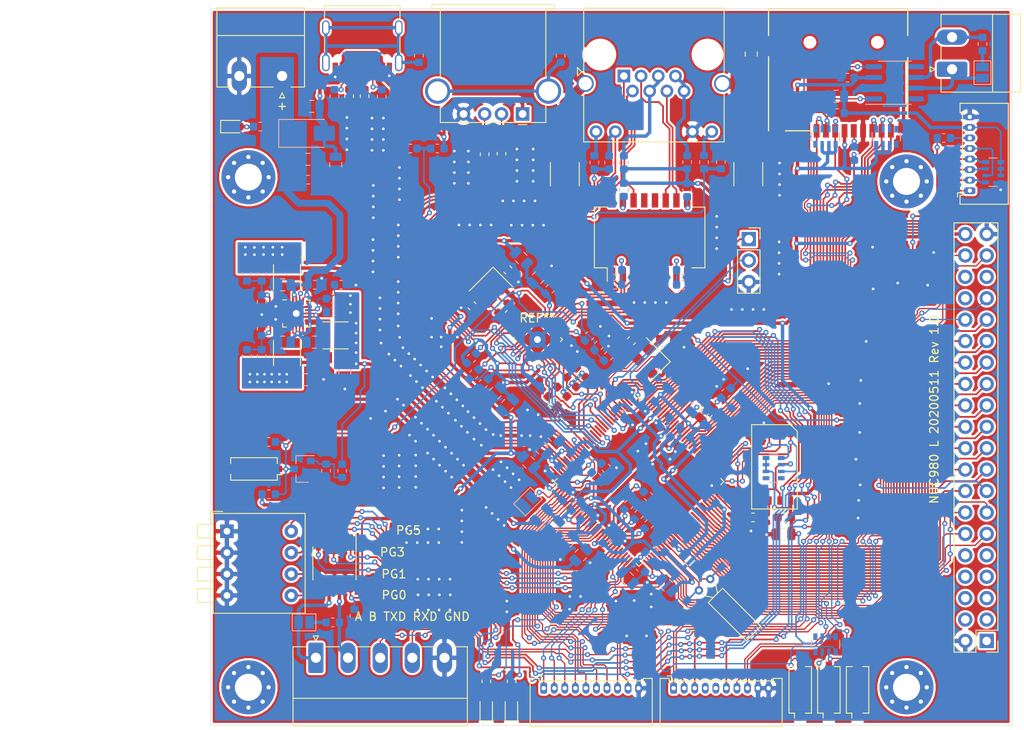
<source format=kicad_pcb>
(kicad_pcb (version 20171130) (host pcbnew 5.1.5)
  (layers (0 F.Cu signal) (31 B.Cu signal) (34 B.Paste user) (35 F.Paste user) (36 B.SilkS user) (37 F.SilkS user) (38 B.Mask user) (39 F.Mask user) (44 Edge.Cuts user))
  (net 0 "")
  (net 1 +3V3)
  (net 2 /ETH/RJ45_SH)
  (net 3 "Net-(C201-Pad1)")
  (net 4 GNDD)
  (net 5 "Net-(C203-Pad1)")
  (net 6 "Net-(C205-Pad1)")
  (net 7 "Net-(C207-Pad1)")
  (net 8 /ETH/ETH_XI)
  (net 9 /ETH/PHY_AVDD)
  (net 10 /ETH/PHY_DVDD)
  (net 11 /ETH/ETH_XO)
  (net 12 VBUS)
  (net 13 "Net-(C303-Pad1)")
  (net 14 "Net-(C304-Pad2)")
  (net 15 +5V)
  (net 16 /NUC980_CORE/32K_IN)
  (net 17 /NUC980_CORE/32K_OUT)
  (net 18 "Net-(C703-Pad2)")
  (net 19 /NUC980_CORE/12M_OUT)
  (net 20 /NUC980_CORE/12M_IN)
  (net 21 +1V2)
  (net 22 "Net-(C706-Pad2)")
  (net 23 /~RST)
  (net 24 /NUC980_CORE/VDD12)
  (net 25 /NUC980_CORE/VDD33)
  (net 26 /NUC980_CORE/VDD18)
  (net 27 "Net-(C732-Pad2)")
  (net 28 +1V8)
  (net 29 "Net-(C733-Pad2)")
  (net 30 "Net-(C734-Pad2)")
  (net 31 /NUC980_CORE/AVDD33)
  (net 32 /NUC980_CORE/AVSS)
  (net 33 "Net-(D301-Pad2)")
  (net 34 "Net-(D1201-Pad2)")
  (net 35 "Net-(D1202-Pad2)")
  (net 36 "Net-(FB501-Pad1)")
  (net 37 "Net-(FB701-Pad1)")
  (net 38 /ETH/ETH_TX_P)
  (net 39 /ETH/ETH_RX_P)
  (net 40 "Net-(J201-Pad4)")
  (net 41 "Net-(J201-Pad7)")
  (net 42 /ETH/ETH_TX_N)
  (net 43 /ETH/ETH_RX_N)
  (net 44 "Net-(J201-Pad9)")
  (net 45 "Net-(J201-Pad12)")
  (net 46 "Net-(J301-Pad2)")
  (net 47 "Net-(J301-Pad3)")
  (net 48 "Net-(J302-PadA7)")
  (net 49 "Net-(J302-PadA6)")
  (net 50 "Net-(J302-PadA5)")
  (net 51 "Net-(J302-PadB5)")
  (net 52 /SD0_CD)
  (net 53 /SD0_D1)
  (net 54 /SD0_D0)
  (net 55 "Net-(J501-Pad5)")
  (net 56 /SD0_CMD)
  (net 57 /SD0_D3)
  (net 58 /SD0_D2)
  (net 59 /SPI1_CS)
  (net 60 /SPI1_CLK)
  (net 61 /SPI1_MOSI)
  (net 62 /I2S0_SD)
  (net 63 /I2S0_MCLK)
  (net 64 /I2S0_BCLK)
  (net 65 /I2S0_LRCK)
  (net 66 /I2C0_SDA)
  (net 67 /I2C0_SCL)
  (net 68 /NUC980_CORE/U0RXD)
  (net 69 /NUC980_CORE/U0TXD)
  (net 70 /NUC980_CORE/TDO)
  (net 71 /NUC980_CORE/TCK)
  (net 72 /NUC980_CORE/TMS)
  (net 73 /NUC980_CORE/TDI)
  (net 74 /NUC980_CORE/TRST)
  (net 75 "Net-(J702-Pad6)")
  (net 76 /LCD_CS)
  (net 77 /LCD_RS)
  (net 78 /LCD_WR)
  (net 79 /LCD_RD)
  (net 80 /LCD_D0)
  (net 81 /LCD_D1)
  (net 82 /LCD_D2)
  (net 83 /LCD_D3)
  (net 84 /LCD_D4)
  (net 85 /LCD_D5)
  (net 86 /LCD_D6)
  (net 87 /LCD_D7)
  (net 88 /LCD_D8)
  (net 89 /LCD_D9)
  (net 90 /LCD_D10)
  (net 91 /LCD_D11)
  (net 92 /LCD_D12)
  (net 93 /LCD_D13)
  (net 94 /LCD_D14)
  (net 95 /LCD_D15)
  (net 96 /TOUCH_SCL)
  (net 97 /TOUCH_SDA)
  (net 98 /TOUCH_INT)
  (net 99 /LCD_BL)
  (net 100 /DO2)
  (net 101 /DO1)
  (net 102 /DO0)
  (net 103 /PWM02)
  (net 104 /PWM01)
  (net 105 /PWM00)
  (net 106 /UART/RS485_B)
  (net 107 /UART/RS485_A)
  (net 108 /U6RXD)
  (net 109 /U6TXD)
  (net 110 "Net-(J1101-Pad1)")
  (net 111 "Net-(J1101-Pad2)")
  (net 112 /USB0_ID)
  (net 113 "Net-(JP1001-Pad1)")
  (net 114 "Net-(JP1101-Pad1)")
  (net 115 "Net-(L701-Pad1)")
  (net 116 "Net-(L702-Pad1)")
  (net 117 "Net-(L703-Pad1)")
  (net 118 /ETH/ETH_PHY_AD3)
  (net 119 /ETH/ETH_PHY_AD0)
  (net 120 /ETH/ETH_COL)
  (net 121 /ETH/ETH_RX_CLK)
  (net 122 /PE4)
  (net 123 "Net-(R209-Pad1)")
  (net 124 "Net-(R210-Pad1)")
  (net 125 /ETH/ETH_CRS)
  (net 126 /PE8)
  (net 127 /PE0)
  (net 128 /PE1)
  (net 129 "Net-(R215-Pad2)")
  (net 130 /USB0_D-)
  (net 131 /USB1_D+)
  (net 132 /USB1_D-)
  (net 133 /PE11)
  (net 134 /QSPI_CLK)
  (net 135 /QSPI/CLK)
  (net 136 /SD0_CLK)
  (net 137 "Net-(R702-Pad2)")
  (net 138 "Net-(R703-Pad2)")
  (net 139 /LED/LED_R)
  (net 140 /LED/LED_G)
  (net 141 /QSPI_IO2)
  (net 142 /QSPI_CS)
  (net 143 /QSPI_IO3)
  (net 144 /NUC980_CORE/PB0)
  (net 145 /NUC980_CORE/PB5)
  (net 146 /ETH/MDI_TX_P)
  (net 147 /ETH/MDI_TX_N)
  (net 148 /ETH/MDI_RX_P)
  (net 149 /ETH/MDI_RX_N)
  (net 150 /QSPI_IO0)
  (net 151 /QSPI_IO1)
  (net 152 /CAN1_RXD)
  (net 153 /CAN1_TXD)
  (net 154 /U1RTS)
  (net 155 /U1RXD)
  (net 156 /U1TXD)
  (net 157 /PE2)
  (net 158 /PE3)
  (net 159 /PE5)
  (net 160 /PE6)
  (net 161 /PE7)
  (net 162 /PE9)
  (net 163 /USB0_D+)
  (net 164 "Net-(R718-Pad2)")
  (net 165 "Net-(R719-Pad2)")
  (net 166 "Net-(R720-Pad2)")
  (net 167 "Net-(R721-Pad2)")
  (net 168 /LED/SW_K3)
  (net 169 "Net-(SW702-Pad5)")
  (net 170 "Net-(SW702-Pad6)")
  (net 171 "Net-(SW702-Pad7)")
  (net 172 "Net-(SW702-Pad8)")
  (module Connector_Wire:SolderWirePad_1x01_Drill0.8mm (layer F.Cu) (at 145.2626 89.2556)
    (fp_text reference REF** (at 0 -2.54) (layer F.SilkS))
    (fp_text value SolderWirePad_1x01_Drill0.8mm)
    (pad 1 thru_hole circle (at 0 0) (size 1.99898 1.99898) (drill 0.8001) (layers *.Cu *.Mask) (net 4 GNDD))
  )
  (module Capacitor_SMD:C_0603_1608Metric (layer B.Cu) (at 153.557653 112.824847 45)
    (fp_text reference C720 hide)
    (fp_text value 0.1uF hide)
    (pad 2 smd roundrect (at 0.7875 0 45) (size 0.875 0.95) (layers B.Cu B.Paste B.Mask) (net 4 GNDD))
    (pad 1 smd roundrect (at -0.7875 0 45) (size 0.875 0.95) (layers B.Cu B.Paste B.Mask) (net 25 /NUC980_CORE/VDD33))
  )
  (module Button_Switch_SMD:SW_DIP_SPSTx01_Slide_Copal_CHS-01A_W5.08mm_P1.27mm_JPin (layer F.Cu) (at 179.8 130.8 90)
    (fp_text reference SW1202 hide)
    (fp_text value SW_Push hide)
    (pad 1 smd rect (at -2.54 0 90) (size 1.6 0.76) (layers F.Cu F.Paste F.Mask) (net 4 GNDD))
    (pad 2 smd rect (at 2.54 0 90) (size 1.6 0.76) (layers F.Cu F.Paste F.Mask) (net 145 /NUC980_CORE/PB5))
  )
  (module Button_Switch_SMD:SW_DIP_SPSTx01_Slide_Copal_CHS-01A_W5.08mm_P1.27mm_JPin (layer F.Cu) (at 183.2 130.8 90)
    (fp_text reference SW1203 hide)
    (fp_text value SW_Push hide)
    (pad 2 smd rect (at 2.54 0 90) (size 1.6 0.76) (layers F.Cu F.Paste F.Mask) (net 168 /LED/SW_K3))
    (pad 1 smd rect (at -2.54 0 90) (size 1.6 0.76) (layers F.Cu F.Paste F.Mask) (net 4 GNDD))
  )
  (module Capacitor_SMD:C_1812_4532Metric (layer F.Cu) (at 170.25 69.6375 90)
    (fp_text reference C201 hide)
    (fp_text value 0.01uF/2KV hide)
    (pad 2 smd roundrect (at 2.1375 0 90) (size 1.125 3.4) (layers F.Cu F.Paste F.Mask) (roundrect_rratio 0.222222) (net 2 /ETH/RJ45_SH))
    (pad 1 smd roundrect (at -2.1375 0 90) (size 1.125 3.4) (layers F.Cu F.Paste F.Mask) (roundrect_rratio 0.222222) (net 3 "Net-(C201-Pad1)"))
  )
  (module Capacitor_SMD:C_1812_4532Metric (layer F.Cu) (at 148.5 69.6375 90)
    (fp_text reference C202 hide)
    (fp_text value 0.01uF/2KV hide)
    (pad 1 smd roundrect (at -2.1375 0 90) (size 1.125 3.4) (layers F.Cu F.Paste F.Mask) (roundrect_rratio 0.222222) (net 4 GNDD))
    (pad 2 smd roundrect (at 2.1375 0 90) (size 1.125 3.4) (layers F.Cu F.Paste F.Mask) (roundrect_rratio 0.222222) (net 2 /ETH/RJ45_SH))
  )
  (module Capacitor_SMD:C_0603_1608Metric (layer B.Cu) (at 162.5375 81)
    (fp_text reference C203 hide)
    (fp_text value 0.01uF hide)
    (pad 2 smd roundrect (at 0.7875 0) (size 0.875 0.95) (layers B.Cu B.Paste B.Mask) (net 4 GNDD))
    (pad 1 smd roundrect (at -0.7875 0) (size 0.875 0.95) (layers B.Cu B.Paste B.Mask) (net 5 "Net-(C203-Pad1)"))
  )
  (module Capacitor_SMD:C_0603_1608Metric (layer B.Cu) (at 162.5375 82.75)
    (fp_text reference C204 hide)
    (fp_text value 0.1uF hide)
    (pad 1 smd roundrect (at -0.7875 0) (size 0.875 0.95) (layers B.Cu B.Paste B.Mask) (net 5 "Net-(C203-Pad1)"))
    (pad 2 smd roundrect (at 0.7875 0) (size 0.875 0.95) (layers B.Cu B.Paste B.Mask) (net 4 GNDD))
  )
  (module Capacitor_SMD:C_0603_1608Metric (layer B.Cu) (at 154.4625 81 180)
    (fp_text reference C205 hide)
    (fp_text value 0.01uF hide)
    (pad 2 smd roundrect (at 0.7875 0 180) (size 0.875 0.95) (layers B.Cu B.Paste B.Mask) (net 4 GNDD))
    (pad 1 smd roundrect (at -0.7875 0 180) (size 0.875 0.95) (layers B.Cu B.Paste B.Mask) (net 6 "Net-(C205-Pad1)"))
  )
  (module Capacitor_SMD:C_0603_1608Metric (layer B.Cu) (at 154.4625 82.75 180)
    (fp_text reference C206 hide)
    (fp_text value 0.1uF hide)
    (pad 1 smd roundrect (at -0.7875 0 180) (size 0.875 0.95) (layers B.Cu B.Paste B.Mask) (net 6 "Net-(C205-Pad1)"))
    (pad 2 smd roundrect (at 0.7875 0 180) (size 0.875 0.95) (layers B.Cu B.Paste B.Mask) (net 4 GNDD))
  )
  (module Capacitor_SMD:C_0603_1608Metric (layer B.Cu) (at 153.693153 91.193153 45)
    (fp_text reference C207 hide)
    (fp_text value 0.01uF hide)
    (pad 2 smd roundrect (at 0.7875 0 45) (size 0.875 0.95) (layers B.Cu B.Paste B.Mask) (net 4 GNDD))
    (pad 1 smd roundrect (at -0.7875 0 45) (size 0.875 0.95) (layers B.Cu B.Paste B.Mask) (net 7 "Net-(C207-Pad1)"))
  )
  (module Capacitor_SMD:C_0603_1608Metric (layer B.Cu) (at 152.556847 89.943153 45)
    (fp_text reference C208 hide)
    (fp_text value 0.1uF hide)
    (pad 2 smd roundrect (at 0.7875 0 45) (size 0.875 0.95) (layers B.Cu B.Paste B.Mask) (net 4 GNDD))
    (pad 1 smd roundrect (at -0.7875 0 45) (size 0.875 0.95) (layers B.Cu B.Paste B.Mask) (net 7 "Net-(C207-Pad1)"))
  )
  (module Capacitor_SMD:C_0603_1608Metric (layer F.Cu) (at 141.75 81 315)
    (fp_text reference C209 hide)
    (fp_text value 30pF hide)
    (pad 1 smd roundrect (at -0.7875 0 315) (size 0.875 0.95) (layers F.Cu F.Paste F.Mask) (net 8 /ETH/ETH_XI))
    (pad 2 smd roundrect (at 0.7875 0 315) (size 0.875 0.95) (layers F.Cu F.Paste F.Mask) (net 4 GNDD))
  )
  (module Capacitor_SMD:C_0805_2012Metric (layer B.Cu) (at 145.337087 81.912913 45)
    (fp_text reference C210 hide)
    (fp_text value 10uF hide)
    (pad 1 smd roundrect (at -0.9375 0 45) (size 0.975 1.4) (layers B.Cu B.Paste B.Mask) (net 9 /ETH/PHY_AVDD))
    (pad 2 smd roundrect (at 0.9375 0 45) (size 0.975 1.4) (layers B.Cu B.Paste B.Mask) (net 4 GNDD))
  )
  (module Capacitor_SMD:C_0805_2012Metric (layer B.Cu) (at 140.2588 95.6056 225)
    (fp_text reference C211 hide)
    (fp_text value 10uF hide)
    (pad 2 smd roundrect (at 0.9375 0 225) (size 0.975 1.4) (layers B.Cu B.Paste B.Mask) (net 4 GNDD))
    (pad 1 smd roundrect (at -0.9375 0 225) (size 0.975 1.4) (layers B.Cu B.Paste B.Mask) (net 10 /ETH/PHY_DVDD))
  )
  (module Capacitor_SMD:C_0603_1608Metric (layer B.Cu) (at 146.75 83.25 45)
    (fp_text reference C212 hide)
    (fp_text value 0.1uF hide)
    (pad 1 smd roundrect (at -0.7875 0 45) (size 0.875 0.95) (layers B.Cu B.Paste B.Mask) (net 9 /ETH/PHY_AVDD))
    (pad 2 smd roundrect (at 0.7875 0 45) (size 0.875 0.95) (layers B.Cu B.Paste B.Mask) (net 4 GNDD))
  )
  (module Capacitor_SMD:C_0603_1608Metric (layer B.Cu) (at 138.8364 94.488 225)
    (fp_text reference C213 hide)
    (fp_text value 0.1uF hide)
    (pad 2 smd roundrect (at 0.7875 0 225) (size 0.875 0.95) (layers B.Cu B.Paste B.Mask) (net 4 GNDD))
    (pad 1 smd roundrect (at -0.7875 0 225) (size 0.875 0.95) (layers B.Cu B.Paste B.Mask) (net 10 /ETH/PHY_DVDD))
  )
  (module Capacitor_SMD:C_0603_1608Metric (layer F.Cu) (at 137.5 85.25 135)
    (fp_text reference C214 hide)
    (fp_text value 30pF hide)
    (pad 1 smd roundrect (at -0.7875 0 135) (size 0.875 0.95) (layers F.Cu F.Paste F.Mask) (net 11 /ETH/ETH_XO))
    (pad 2 smd roundrect (at 0.7875 0 135) (size 0.875 0.95) (layers F.Cu F.Paste F.Mask) (net 4 GNDD))
  )
  (module Capacitor_SMD:C_0805_2012Metric (layer B.Cu) (at 118.506 61.6 180)
    (fp_text reference C301 hide)
    (fp_text value 10uF hide)
    (pad 2 smd roundrect (at 0.9375 0 180) (size 0.975 1.4) (layers B.Cu B.Paste B.Mask) (net 4 GNDD))
    (pad 1 smd roundrect (at -0.9375 0 180) (size 0.975 1.4) (layers B.Cu B.Paste B.Mask) (net 12 VBUS))
  )
  (module Capacitor_SMD:C_0805_2012Metric (layer B.Cu) (at 121.3485 68.5165 270)
    (fp_text reference C302 hide)
    (fp_text value 10uF hide)
    (pad 2 smd roundrect (at 0.9375 0 270) (size 0.975 1.4) (layers B.Cu B.Paste B.Mask) (net 4 GNDD))
    (pad 1 smd roundrect (at -0.9375 0 270) (size 0.975 1.4) (layers B.Cu B.Paste B.Mask) (net 12 VBUS))
  )
  (module Capacitor_SMD:C_0603_1608Metric (layer B.Cu) (at 148 55.6 90)
    (fp_text reference C303 hide)
    (fp_text value 0.01uF hide)
    (pad 2 smd roundrect (at 0.7875 0 90) (size 0.875 0.95) (layers B.Cu B.Paste B.Mask) (net 4 GNDD))
    (pad 1 smd roundrect (at -0.7875 0 90) (size 0.875 0.95) (layers B.Cu B.Paste B.Mask) (net 13 "Net-(C303-Pad1)"))
  )
  (module Capacitor_SMD:C_0603_1608Metric (layer B.Cu) (at 131.2 55.6 270)
    (fp_text reference C304 hide)
    (fp_text value 0.01uF hide)
    (pad 2 smd roundrect (at 0.7875 0 270) (size 0.875 0.95) (layers B.Cu B.Paste B.Mask) (net 14 "Net-(C304-Pad2)"))
    (pad 1 smd roundrect (at -0.7875 0 270) (size 0.875 0.95) (layers B.Cu B.Paste B.Mask) (net 4 GNDD))
  )
  (module Capacitor_SMD:C_0603_1608Metric (layer B.Cu) (at 118.0845 70.2945)
    (fp_text reference C305 hide)
    (fp_text value 0.1uF hide)
    (pad 2 smd roundrect (at 0.7875 0) (size 0.875 0.95) (layers B.Cu B.Paste B.Mask) (net 4 GNDD))
    (pad 1 smd roundrect (at -0.7875 0) (size 0.875 0.95) (layers B.Cu B.Paste B.Mask) (net 15 +5V))
  )
  (module Capacitor_SMD:C_0805_2012Metric (layer B.Cu) (at 118.0465 67.8815)
    (fp_text reference C306 hide)
    (fp_text value 10uF hide)
    (pad 1 smd roundrect (at -0.9375 0) (size 0.975 1.4) (layers B.Cu B.Paste B.Mask) (net 15 +5V))
    (pad 2 smd roundrect (at 0.9375 0) (size 0.975 1.4) (layers B.Cu B.Paste B.Mask) (net 4 GNDD))
  )
  (module Capacitor_SMD:C_0805_2012Metric (layer F.Cu) (at 174.4125 112.35)
    (fp_text reference C401 hide)
    (fp_text value 10uF hide)
    (pad 2 smd roundrect (at 0.9375 0) (size 0.975 1.4) (layers F.Cu F.Paste F.Mask) (net 1 +3V3))
    (pad 1 smd roundrect (at -0.9375 0) (size 0.975 1.4) (layers F.Cu F.Paste F.Mask) (net 4 GNDD))
  )
  (module Capacitor_SMD:C_0603_1608Metric (layer F.Cu) (at 174.5625 110.35)
    (fp_text reference C402 hide)
    (fp_text value 0.1uF hide)
    (pad 2 smd roundrect (at 0.7875 0) (size 0.875 0.95) (layers F.Cu F.Paste F.Mask) (net 1 +3V3))
    (pad 1 smd roundrect (at -0.7875 0) (size 0.875 0.95) (layers F.Cu F.Paste F.Mask) (net 4 GNDD))
  )
  (module Capacitor_SMD:C_0603_1608Metric (layer B.Cu) (at 180.8125 62.4 180)
    (fp_text reference C501 hide)
    (fp_text value 0.1uF hide)
    (pad 1 smd roundrect (at -0.7875 0 180) (size 0.875 0.95) (layers B.Cu B.Paste B.Mask) (net 1 +3V3))
    (pad 2 smd roundrect (at 0.7875 0 180) (size 0.875 0.95) (layers B.Cu B.Paste B.Mask) (net 4 GNDD))
  )
  (module Capacitor_SMD:C_0805_2012Metric (layer B.Cu) (at 180.6625 60.4 180)
    (fp_text reference C502 hide)
    (fp_text value 10uF hide)
    (pad 2 smd roundrect (at 0.9375 0 180) (size 0.975 1.4) (layers B.Cu B.Paste B.Mask) (net 4 GNDD))
    (pad 1 smd roundrect (at -0.9375 0 180) (size 0.975 1.4) (layers B.Cu B.Paste B.Mask) (net 1 +3V3))
  )
  (module Capacitor_SMD:C_0603_1608Metric (layer B.Cu) (at 163.556847 120.756847 315)
    (fp_text reference C701 hide)
    (fp_text value 15pF hide)
    (pad 2 smd roundrect (at 0.7875 0 315) (size 0.875 0.95) (layers B.Cu B.Paste B.Mask) (net 4 GNDD))
    (pad 1 smd roundrect (at -0.7875 0 315) (size 0.875 0.95) (layers B.Cu B.Paste B.Mask) (net 16 /NUC980_CORE/32K_IN))
  )
  (module Capacitor_SMD:C_0603_1608Metric (layer B.Cu) (at 167.6 116.8 315)
    (fp_text reference C702 hide)
    (fp_text value 15pF hide)
    (pad 1 smd roundrect (at -0.7875 0 315) (size 0.875 0.95) (layers B.Cu B.Paste B.Mask) (net 17 /NUC980_CORE/32K_OUT))
    (pad 2 smd roundrect (at 0.7875 0 315) (size 0.875 0.95) (layers B.Cu B.Paste B.Mask) (net 4 GNDD))
  )
  (module Capacitor_SMD:C_0603_1608Metric (layer B.Cu) (at 168.8 96.8 225)
    (fp_text reference C703 hide)
    (fp_text value 1nF hide)
    (pad 1 smd roundrect (at -0.7875 0 225) (size 0.875 0.95) (layers B.Cu B.Paste B.Mask) (net 4 GNDD))
    (pad 2 smd roundrect (at 0.7875 0 225) (size 0.875 0.95) (layers B.Cu B.Paste B.Mask) (net 18 "Net-(C703-Pad2)"))
  )
  (module Capacitor_SMD:C_0603_1608Metric (layer F.Cu) (at 156.4 89.4 45)
    (fp_text reference C704 hide)
    (fp_text value 15pF hide)
    (pad 1 smd roundrect (at -0.7875 0 45) (size 0.875 0.95) (layers F.Cu F.Paste F.Mask) (net 19 /NUC980_CORE/12M_OUT))
    (pad 2 smd roundrect (at 0.7875 0 45) (size 0.875 0.95) (layers F.Cu F.Paste F.Mask) (net 4 GNDD))
  )
  (module Capacitor_SMD:C_0603_1608Metric (layer F.Cu) (at 160.4 89.8 135)
    (fp_text reference C705 hide)
    (fp_text value 15pF hide)
    (pad 2 smd roundrect (at 0.7875 0 135) (size 0.875 0.95) (layers F.Cu F.Paste F.Mask) (net 4 GNDD))
    (pad 1 smd roundrect (at -0.7875 0 135) (size 0.875 0.95) (layers F.Cu F.Paste F.Mask) (net 20 /NUC980_CORE/12M_IN))
  )
  (module Capacitor_SMD:C_0603_1608Metric (layer B.Cu) (at 122.1105 104.813 270)
    (fp_text reference C706 hide)
    (fp_text value 1uF hide)
    (pad 1 smd roundrect (at -0.7875 0 270) (size 0.875 0.95) (layers B.Cu B.Paste B.Mask) (net 21 +1V2))
    (pad 2 smd roundrect (at 0.7875 0 270) (size 0.875 0.95) (layers B.Cu B.Paste B.Mask) (net 22 "Net-(C706-Pad2)"))
  )
  (module Capacitor_SMD:C_0805_2012Metric (layer B.Cu) (at 118.8125 89.5635)
    (fp_text reference C707 hide)
    (fp_text value 10uF hide)
    (pad 1 smd roundrect (at -0.9375 0) (size 0.975 1.4) (layers B.Cu B.Paste B.Mask) (net 15 +5V))
    (pad 2 smd roundrect (at 0.9375 0) (size 0.975 1.4) (layers B.Cu B.Paste B.Mask) (net 4 GNDD))
  )
  (module Capacitor_SMD:C_0805_2012Metric (layer B.Cu) (at 115.075 89.5635 180)
    (fp_text reference C708 hide)
    (fp_text value 10uF hide)
    (pad 1 smd roundrect (at -0.9375 0 180) (size 0.975 1.4) (layers B.Cu B.Paste B.Mask) (net 15 +5V))
    (pad 2 smd roundrect (at 0.9375 0 180) (size 0.975 1.4) (layers B.Cu B.Paste B.Mask) (net 4 GNDD))
  )
  (module Capacitor_SMD:C_0603_1608Metric (layer B.Cu) (at 113.4125 101.4 180)
    (fp_text reference C709 hide)
    (fp_text value 1uF hide)
    (pad 2 smd roundrect (at 0.7875 0 180) (size 0.875 0.95) (layers B.Cu B.Paste B.Mask) (net 4 GNDD))
    (pad 1 smd roundrect (at -0.7875 0 180) (size 0.875 0.95) (layers B.Cu B.Paste B.Mask) (net 23 /~RST))
  )
  (module Capacitor_SMD:C_0805_2012Metric (layer B.Cu) (at 115.075 82.7635 180)
    (fp_text reference C710 hide)
    (fp_text value 10uF hide)
    (pad 1 smd roundrect (at -0.9375 0 180) (size 0.975 1.4) (layers B.Cu B.Paste B.Mask) (net 15 +5V))
    (pad 2 smd roundrect (at 0.9375 0 180) (size 0.975 1.4) (layers B.Cu B.Paste B.Mask) (net 4 GNDD))
  )
  (module Capacitor_SMD:C_0603_1608Metric (layer B.Cu) (at 149.843153 108.956847 45)
    (fp_text reference C711 hide)
    (fp_text value 0.1uF hide)
    (pad 2 smd roundrect (at 0.7875 0 45) (size 0.875 0.95) (layers B.Cu B.Paste B.Mask) (net 4 GNDD))
    (pad 1 smd roundrect (at -0.7875 0 45) (size 0.875 0.95) (layers B.Cu B.Paste B.Mask) (net 24 /NUC980_CORE/VDD12))
  )
  (module Capacitor_SMD:C_0603_1608Metric (layer B.Cu) (at 118.8625 82.7635)
    (fp_text reference C712 hide)
    (fp_text value 1uF hide)
    (pad 2 smd roundrect (at 0.7875 0) (size 0.875 0.95) (layers B.Cu B.Paste B.Mask) (net 4 GNDD))
    (pad 1 smd roundrect (at -0.7875 0) (size 0.875 0.95) (layers B.Cu B.Paste B.Mask) (net 15 +5V))
  )
  (module Capacitor_SMD:C_0603_1608Metric (layer B.Cu) (at 158.6 97.2 225)
    (fp_text reference C713 hide)
    (fp_text value 0.1uF hide)
    (pad 1 smd roundrect (at -0.7875 0 225) (size 0.875 0.95) (layers B.Cu B.Paste B.Mask) (net 24 /NUC980_CORE/VDD12))
    (pad 2 smd roundrect (at 0.7875 0 225) (size 0.875 0.95) (layers B.Cu B.Paste B.Mask) (net 4 GNDD))
  )
  (module Capacitor_SMD:C_0603_1608Metric (layer B.Cu) (at 162.756847 101.443153 225)
    (fp_text reference C714 hide)
    (fp_text value 0.1uF hide)
    (pad 2 smd roundrect (at 0.7875 0 225) (size 0.875 0.95) (layers B.Cu B.Paste B.Mask) (net 4 GNDD))
    (pad 1 smd roundrect (at -0.7875 0 225) (size 0.875 0.95) (layers B.Cu B.Paste B.Mask) (net 24 /NUC980_CORE/VDD12))
  )
  (module Capacitor_SMD:C_0603_1608Metric (layer B.Cu) (at 149.8 103.2 315)
    (fp_text reference C715 hide)
    (fp_text value 0.1uF hide)
    (pad 1 smd roundrect (at -0.7875 0 315) (size 0.875 0.95) (layers B.Cu B.Paste B.Mask) (net 24 /NUC980_CORE/VDD12))
    (pad 2 smd roundrect (at 0.7875 0 315) (size 0.875 0.95) (layers B.Cu B.Paste B.Mask) (net 4 GNDD))
  )
  (module Capacitor_SMD:C_0603_1608Metric (layer B.Cu) (at 160.956847 112.8 135)
    (fp_text reference C716 hide)
    (fp_text value 0.1uF hide)
    (pad 2 smd roundrect (at 0.7875 0 135) (size 0.875 0.95) (layers B.Cu B.Paste B.Mask) (net 4 GNDD))
    (pad 1 smd roundrect (at -0.7875 0 135) (size 0.875 0.95) (layers B.Cu B.Paste B.Mask) (net 24 /NUC980_CORE/VDD12))
  )
  (module Capacitor_SMD:C_0603_1608Metric (layer B.Cu) (at 159.971153 93.169153 45)
    (fp_text reference C717 hide)
    (fp_text value 0.1uF hide)
    (pad 1 smd roundrect (at -0.7875 0 45) (size 0.875 0.95) (layers B.Cu B.Paste B.Mask) (net 24 /NUC980_CORE/VDD12))
    (pad 2 smd roundrect (at 0.7875 0 45) (size 0.875 0.95) (layers B.Cu B.Paste B.Mask) (net 4 GNDD))
  )
  (module Capacitor_SMD:C_0603_1608Metric (layer B.Cu) (at 165.8 108.1 135)
    (fp_text reference C718 hide)
    (fp_text value 0.1uF hide)
    (pad 1 smd roundrect (at -0.7875 0 135) (size 0.875 0.95) (layers B.Cu B.Paste B.Mask) (net 25 /NUC980_CORE/VDD33))
    (pad 2 smd roundrect (at 0.7875 0 135) (size 0.875 0.95) (layers B.Cu B.Paste B.Mask) (net 4 GNDD))
  )
  (module Capacitor_SMD:C_0805_2012Metric (layer B.Cu) (at 147.2 100.6 135)
    (fp_text reference C719 hide)
    (fp_text value 10uF hide)
    (pad 1 smd roundrect (at -0.9375 0 135) (size 0.975 1.4) (layers B.Cu B.Paste B.Mask) (net 24 /NUC980_CORE/VDD12))
    (pad 2 smd roundrect (at 0.9375 0 135) (size 0.975 1.4) (layers B.Cu B.Paste B.Mask) (net 4 GNDD))
  )
  (module Capacitor_SMD:C_0805_2012Metric (layer B.Cu) (at 165.862913 98.737087 45)
    (fp_text reference C721 hide)
    (fp_text value 10uF hide)
    (pad 1 smd roundrect (at -0.9375 0 45) (size 0.975 1.4) (layers B.Cu B.Paste B.Mask) (net 24 /NUC980_CORE/VDD12))
    (pad 2 smd roundrect (at 0.9375 0 45) (size 0.975 1.4) (layers B.Cu B.Paste B.Mask) (net 4 GNDD))
  )
  (module Capacitor_SMD:C_0603_1608Metric (layer B.Cu) (at 160.356847 99.043153 225)
    (fp_text reference C722 hide)
    (fp_text value 0.1uF hide)
    (pad 2 smd roundrect (at 0.7875 0 225) (size 0.875 0.95) (layers B.Cu B.Paste B.Mask) (net 4 GNDD))
    (pad 1 smd roundrect (at -0.7875 0 225) (size 0.875 0.95) (layers B.Cu B.Paste B.Mask) (net 25 /NUC980_CORE/VDD33))
  )
  (module Capacitor_SMD:C_0805_2012Metric (layer B.Cu) (at 163.4 115.4 315)
    (fp_text reference C723 hide)
    (fp_text value 10uF hide)
    (pad 2 smd roundrect (at 0.9375 0 315) (size 0.975 1.4) (layers B.Cu B.Paste B.Mask) (net 4 GNDD))
    (pad 1 smd roundrect (at -0.9375 0 315) (size 0.975 1.4) (layers B.Cu B.Paste B.Mask) (net 24 /NUC980_CORE/VDD12))
  )
  (module Capacitor_SMD:C_0603_1608Metric (layer B.Cu) (at 148.8 107.8 45)
    (fp_text reference C724 hide)
    (fp_text value 0.1uF hide)
    (pad 1 smd roundrect (at -0.7875 0 45) (size 0.875 0.95) (layers B.Cu B.Paste B.Mask) (net 25 /NUC980_CORE/VDD33))
    (pad 2 smd roundrect (at 0.7875 0 45) (size 0.875 0.95) (layers B.Cu B.Paste B.Mask) (net 4 GNDD))
  )
  (module Capacitor_SMD:C_0805_2012Metric (layer B.Cu) (at 161.4 94.4 45)
    (fp_text reference C725 hide)
    (fp_text value 10uF hide)
    (pad 1 smd roundrect (at -0.9375 0 45) (size 0.975 1.4) (layers B.Cu B.Paste B.Mask) (net 24 /NUC980_CORE/VDD12))
    (pad 2 smd roundrect (at 0.9375 0 45) (size 0.975 1.4) (layers B.Cu B.Paste B.Mask) (net 4 GNDD))
  )
  (module Capacitor_SMD:C_0603_1608Metric (layer B.Cu) (at 159.8 113.85 135)
    (fp_text reference C726 hide)
    (fp_text value 0.1uF hide)
    (pad 1 smd roundrect (at -0.7875 0 135) (size 0.875 0.95) (layers B.Cu B.Paste B.Mask) (net 25 /NUC980_CORE/VDD33))
    (pad 2 smd roundrect (at 0.7875 0 135) (size 0.875 0.95) (layers B.Cu B.Paste B.Mask) (net 4 GNDD))
  )
  (module Capacitor_SMD:C_0805_2012Metric (layer B.Cu) (at 147.137087 111.462913 225)
    (fp_text reference C727 hide)
    (fp_text value 10uF hide)
    (pad 2 smd roundrect (at 0.9375 0 225) (size 0.975 1.4) (layers B.Cu B.Paste B.Mask) (net 4 GNDD))
    (pad 1 smd roundrect (at -0.9375 0 225) (size 0.975 1.4) (layers B.Cu B.Paste B.Mask) (net 24 /NUC980_CORE/VDD12))
  )
  (module Capacitor_SMD:C_0603_1608Metric (layer B.Cu) (at 148.3 104.85 315)
    (fp_text reference C728 hide)
    (fp_text value 0.1uF hide)
    (pad 1 smd roundrect (at -0.7875 0 315) (size 0.875 0.95) (layers B.Cu B.Paste B.Mask) (net 25 /NUC980_CORE/VDD33))
    (pad 2 smd roundrect (at 0.7875 0 315) (size 0.875 0.95) (layers B.Cu B.Paste B.Mask) (net 4 GNDD))
  )
  (module Capacitor_SMD:C_0603_1608Metric (layer B.Cu) (at 155.05 98.1 315)
    (fp_text reference C729 hide)
    (fp_text value 0.1uF hide)
    (pad 2 smd roundrect (at 0.7875 0 315) (size 0.875 0.95) (layers B.Cu B.Paste B.Mask) (net 4 GNDD))
    (pad 1 smd roundrect (at -0.7875 0 315) (size 0.875 0.95) (layers B.Cu B.Paste B.Mask) (net 25 /NUC980_CORE/VDD33))
  )
  (module Capacitor_SMD:C_0805_2012Metric (layer B.Cu) (at 145.737087 102.137087 135)
    (fp_text reference C730 hide)
    (fp_text value 10uF hide)
    (pad 2 smd roundrect (at 0.9375 0 135) (size 0.975 1.4) (layers B.Cu B.Paste B.Mask) (net 4 GNDD))
    (pad 1 smd roundrect (at -0.9375 0 135) (size 0.975 1.4) (layers B.Cu B.Paste B.Mask) (net 25 /NUC980_CORE/VDD33))
  )
  (module Capacitor_SMD:C_0603_1608Metric (layer B.Cu) (at 161.556847 100.243153 225)
    (fp_text reference C731 hide)
    (fp_text value 0.1uF hide)
    (pad 1 smd roundrect (at -0.7875 0 225) (size 0.875 0.95) (layers B.Cu B.Paste B.Mask) (net 26 /NUC980_CORE/VDD18))
    (pad 2 smd roundrect (at 0.7875 0 225) (size 0.875 0.95) (layers B.Cu B.Paste B.Mask) (net 4 GNDD))
  )
  (module Capacitor_SMD:C_0603_1608Metric (layer B.Cu) (at 121.0375 86.0135 180)
    (fp_text reference C732 hide)
    (fp_text value 18pF hide)
    (pad 2 smd roundrect (at 0.7875 0 180) (size 0.875 0.95) (layers B.Cu B.Paste B.Mask) (net 27 "Net-(C732-Pad2)"))
    (pad 1 smd roundrect (at -0.7875 0 180) (size 0.875 0.95) (layers B.Cu B.Paste B.Mask) (net 21 +1V2))
  )
  (module Capacitor_SMD:C_0603_1608Metric (layer B.Cu) (at 110.825 91.226 90)
    (fp_text reference C733 hide)
    (fp_text value 18pF hide)
    (pad 1 smd roundrect (at -0.7875 0 90) (size 0.875 0.95) (layers B.Cu B.Paste B.Mask) (net 28 +1V8))
    (pad 2 smd roundrect (at 0.7875 0 90) (size 0.875 0.95) (layers B.Cu B.Paste B.Mask) (net 29 "Net-(C733-Pad2)"))
  )
  (module Capacitor_SMD:C_0603_1608Metric (layer B.Cu) (at 110.825 81.5135 270)
    (fp_text reference C734 hide)
    (fp_text value 18pF hide)
    (pad 1 smd roundrect (at -0.7875 0 270) (size 0.875 0.95) (layers B.Cu B.Paste B.Mask) (net 1 +3V3))
    (pad 2 smd roundrect (at 0.7875 0 270) (size 0.875 0.95) (layers B.Cu B.Paste B.Mask) (net 30 "Net-(C734-Pad2)"))
  )
  (module Capacitor_SMD:C_0603_1608Metric (layer B.Cu) (at 150.956847 110.043153 45)
    (fp_text reference C735 hide)
    (fp_text value 0.1uF hide)
    (pad 2 smd roundrect (at 0.7875 0 45) (size 0.875 0.95) (layers B.Cu B.Paste B.Mask) (net 4 GNDD))
    (pad 1 smd roundrect (at -0.7875 0 45) (size 0.875 0.95) (layers B.Cu B.Paste B.Mask) (net 26 /NUC980_CORE/VDD18))
  )
  (module Capacitor_SMD:C_0805_2012Metric (layer B.Cu) (at 148.8 113.2 225)
    (fp_text reference C736 hide)
    (fp_text value 10uF hide)
    (pad 1 smd roundrect (at -0.9375 0 225) (size 0.975 1.4) (layers B.Cu B.Paste B.Mask) (net 26 /NUC980_CORE/VDD18))
    (pad 2 smd roundrect (at 0.9375 0 225) (size 0.975 1.4) (layers B.Cu B.Paste B.Mask) (net 4 GNDD))
  )
  (module Capacitor_SMD:C_0603_1608Metric (layer B.Cu) (at 157.443153 116.243153 135)
    (fp_text reference C737 hide)
    (fp_text value 0.1uF hide)
    (pad 1 smd roundrect (at -0.7875 0 135) (size 0.875 0.95) (layers B.Cu B.Paste B.Mask) (net 31 /NUC980_CORE/AVDD33))
    (pad 2 smd roundrect (at 0.7875 0 135) (size 0.875 0.95) (layers B.Cu B.Paste B.Mask) (net 32 /NUC980_CORE/AVSS))
  )
  (module Capacitor_SMD:C_0805_2012Metric (layer B.Cu) (at 164.2 97.2 45)
    (fp_text reference C738 hide)
    (fp_text value 10uF hide)
    (pad 2 smd roundrect (at 0.9375 0 45) (size 0.975 1.4) (layers B.Cu B.Paste B.Mask) (net 4 GNDD))
    (pad 1 smd roundrect (at -0.9375 0 45) (size 0.975 1.4) (layers B.Cu B.Paste B.Mask) (net 26 /NUC980_CORE/VDD18))
  )
  (module Capacitor_SMD:C_0805_2012Metric (layer B.Cu) (at 155.937087 117.537087 135)
    (fp_text reference C739 hide)
    (fp_text value 10uF hide)
    (pad 1 smd roundrect (at -0.9375 0 135) (size 0.975 1.4) (layers B.Cu B.Paste B.Mask) (net 31 /NUC980_CORE/AVDD33))
    (pad 2 smd roundrect (at 0.9375 0 135) (size 0.975 1.4) (layers B.Cu B.Paste B.Mask) (net 32 /NUC980_CORE/AVSS))
  )
  (module Capacitor_SMD:C_0805_2012Metric (layer B.Cu) (at 122.428 93.076 270)
    (fp_text reference C740 hide)
    (fp_text value 10uF hide)
    (pad 2 smd roundrect (at 0.9375 0 270) (size 0.975 1.4) (layers B.Cu B.Paste B.Mask) (net 4 GNDD))
    (pad 1 smd roundrect (at -0.9375 0 270) (size 0.975 1.4) (layers B.Cu B.Paste B.Mask) (net 21 +1V2))
  )
  (module Capacitor_SMD:C_0805_2012Metric (layer B.Cu) (at 117.7625 94.0135)
    (fp_text reference C741 hide)
    (fp_text value 10uF hide)
    (pad 1 smd roundrect (at -0.9375 0) (size 0.975 1.4) (layers B.Cu B.Paste B.Mask) (net 28 +1V8))
    (pad 2 smd roundrect (at 0.9375 0) (size 0.975 1.4) (layers B.Cu B.Paste B.Mask) (net 4 GNDD))
  )
  (module Capacitor_SMD:C_0805_2012Metric (layer F.Cu) (at 117.5125 78.7635)
    (fp_text reference C742 hide)
    (fp_text value 10uF hide)
    (pad 2 smd roundrect (at 0.9375 0) (size 0.975 1.4) (layers F.Cu F.Paste F.Mask) (net 4 GNDD))
    (pad 1 smd roundrect (at -0.9375 0) (size 0.975 1.4) (layers F.Cu F.Paste F.Mask) (net 1 +3V3))
  )
  (module Capacitor_SMD:C_0603_1608Metric (layer B.Cu) (at 123.571 122.0216 90)
    (fp_text reference C1001 hide)
    (fp_text value 0.1uF hide)
    (pad 2 smd roundrect (at 0.7875 0 90) (size 0.875 0.95) (layers B.Cu B.Paste B.Mask) (net 1 +3V3))
    (pad 1 smd roundrect (at -0.7875 0 90) (size 0.875 0.95) (layers B.Cu B.Paste B.Mask) (net 4 GNDD))
  )
  (module Capacitor_SMD:C_0603_1608Metric (layer B.Cu) (at 182.0125 58.2)
    (fp_text reference C1101 hide)
    (fp_text value 0.1uF hide)
    (pad 1 smd roundrect (at -0.7875 0) (size 0.875 0.95) (layers B.Cu B.Paste B.Mask) (net 4 GNDD))
    (pad 2 smd roundrect (at 0.7875 0) (size 0.875 0.95) (layers B.Cu B.Paste B.Mask) (net 1 +3V3))
  )
  (module LED_SMD:LED_0603_1608Metric (layer F.Cu) (at 109.2 64)
    (fp_text reference D301 hide)
    (fp_text value GREEN hide)
    (pad 1 smd roundrect (at -0.7875 0) (size 0.875 0.95) (layers F.Cu F.Paste F.Mask) (net 4 GNDD))
    (pad 2 smd roundrect (at 0.7875 0) (size 0.875 0.95) (layers F.Cu F.Paste F.Mask) (net 33 "Net-(D301-Pad2)"))
  )
  (module Diode_SMD:D_SMA (layer B.Cu) (at 118 64.8)
    (fp_text reference D302 hide)
    (fp_text value SS14 hide)
    (pad 1 smd rect (at -2 0) (size 2.5 1.8) (layers B.Cu B.Paste B.Mask) (net 15 +5V))
    (pad 2 smd rect (at 2 0) (size 2.5 1.8) (layers B.Cu B.Paste B.Mask) (net 12 VBUS))
  )
  (module LED_SMD:LED_0603_1608Metric (layer F.Cu) (at 139.192 132.9945 90)
    (fp_text reference D1201 hide)
    (fp_text value RED hide)
    (pad 2 smd roundrect (at 0.7875 0 90) (size 0.875 0.95) (layers F.Cu F.Paste F.Mask) (net 34 "Net-(D1201-Pad2)"))
    (pad 1 smd roundrect (at -0.7875 0 90) (size 0.875 0.95) (layers F.Cu F.Paste F.Mask) (net 4 GNDD))
  )
  (module LED_SMD:LED_0603_1608Metric (layer F.Cu) (at 142.1765 132.9945 90)
    (fp_text reference D1202 hide)
    (fp_text value GREEN hide)
    (pad 1 smd roundrect (at -0.7875 0 90) (size 0.875 0.95) (layers F.Cu F.Paste F.Mask) (net 4 GNDD))
    (pad 2 smd roundrect (at 0.7875 0 90) (size 0.875 0.95) (layers F.Cu F.Paste F.Mask) (net 35 "Net-(D1202-Pad2)"))
  )
  (module Inductor_SMD:L_0805_2012Metric (layer B.Cu) (at 143.337087 79.587087 135)
    (fp_text reference FB201 hide)
    (fp_text value 120R hide)
    (pad 2 smd roundrect (at 0.9375 0 135) (size 0.975 1.4) (layers B.Cu B.Paste B.Mask) (net 1 +3V3))
    (pad 1 smd roundrect (at -0.9375 0 135) (size 0.975 1.4) (layers B.Cu B.Paste B.Mask) (net 9 /ETH/PHY_AVDD))
  )
  (module Inductor_SMD:L_0805_2012Metric (layer B.Cu) (at 141.704087 97.030513 225)
    (fp_text reference FB202 hide)
    (fp_text value 120R hide)
    (pad 1 smd roundrect (at -0.9375 0 225) (size 0.975 1.4) (layers B.Cu B.Paste B.Mask) (net 10 /ETH/PHY_DVDD))
    (pad 2 smd roundrect (at 0.9375 0 225) (size 0.975 1.4) (layers B.Cu B.Paste B.Mask) (net 1 +3V3))
  )
  (module Inductor_SMD:L_0805_2012Metric (layer F.Cu) (at 170.6 55.4 270)
    (fp_text reference FB501 hide)
    (fp_text value 120R hide)
    (pad 1 smd roundrect (at -0.9375 0 270) (size 0.975 1.4) (layers F.Cu F.Paste F.Mask) (net 36 "Net-(FB501-Pad1)"))
    (pad 2 smd roundrect (at 0.9375 0 270) (size 0.975 1.4) (layers F.Cu F.Paste F.Mask) (net 4 GNDD))
  )
  (module Inductor_SMD:L_0805_2012Metric (layer F.Cu) (at 165.262913 97.937087 45)
    (fp_text reference FB701 hide)
    (fp_text value 120R hide)
    (pad 2 smd roundrect (at 0.9375 0 45) (size 0.975 1.4) (layers F.Cu F.Paste F.Mask) (net 18 "Net-(C703-Pad2)"))
    (pad 1 smd roundrect (at -0.9375 0 45) (size 0.975 1.4) (layers F.Cu F.Paste F.Mask) (net 37 "Net-(FB701-Pad1)"))
  )
  (module Inductor_SMD:L_0805_2012Metric (layer B.Cu) (at 145.737087 110.062913 225)
    (fp_text reference FB702 hide)
    (fp_text value 120R hide)
    (pad 2 smd roundrect (at 0.9375 0 225) (size 0.975 1.4) (layers B.Cu B.Paste B.Mask) (net 21 +1V2))
    (pad 1 smd roundrect (at -0.9375 0 225) (size 0.975 1.4) (layers B.Cu B.Paste B.Mask) (net 24 /NUC980_CORE/VDD12))
  )
  (module Inductor_SMD:L_0805_2012Metric (layer B.Cu) (at 144.2 103.8 135)
    (fp_text reference FB703 hide)
    (fp_text value 120R hide)
    (pad 1 smd roundrect (at -0.9375 0 135) (size 0.975 1.4) (layers B.Cu B.Paste B.Mask) (net 25 /NUC980_CORE/VDD33))
    (pad 2 smd roundrect (at 0.9375 0 135) (size 0.975 1.4) (layers B.Cu B.Paste B.Mask) (net 1 +3V3))
  )
  (module Inductor_SMD:L_0805_2012Metric (layer B.Cu) (at 150.4 114.8 225)
    (fp_text reference FB704 hide)
    (fp_text value 120R hide)
    (pad 1 smd roundrect (at -0.9375 0 225) (size 0.975 1.4) (layers B.Cu B.Paste B.Mask) (net 26 /NUC980_CORE/VDD18))
    (pad 2 smd roundrect (at 0.9375 0 225) (size 0.975 1.4) (layers B.Cu B.Paste B.Mask) (net 28 +1V8))
  )
  (module Inductor_SMD:L_0805_2012Metric (layer B.Cu) (at 160.6 118.4 315)
    (fp_text reference FB705 hide)
    (fp_text value 120R hide)
    (pad 2 smd roundrect (at 0.9375 0 315) (size 0.975 1.4) (layers B.Cu B.Paste B.Mask) (net 25 /NUC980_CORE/VDD33))
    (pad 1 smd roundrect (at -0.9375 0 315) (size 0.975 1.4) (layers B.Cu B.Paste B.Mask) (net 31 /NUC980_CORE/AVDD33))
  )
  (module MountingHole:MountingHole_3.2mm_M3_Pad_Via (layer F.Cu) (at 111 130.5)
    (fp_text reference H301 hide)
    (fp_text value MountingHole hide)
    (pad 1 thru_hole circle (at 1.697056 -1.697056) (size 0.8 0.8) (drill 0.5) (layers *.Cu *.Mask))
    (pad 1 thru_hole circle (at 0 -2.4) (size 0.8 0.8) (drill 0.5) (layers *.Cu *.Mask))
    (pad 1 thru_hole circle (at -1.697056 -1.697056) (size 0.8 0.8) (drill 0.5) (layers *.Cu *.Mask))
    (pad 1 thru_hole circle (at -2.4 0) (size 0.8 0.8) (drill 0.5) (layers *.Cu *.Mask))
    (pad 1 thru_hole circle (at -1.697056 1.697056) (size 0.8 0.8) (drill 0.5) (layers *.Cu *.Mask))
    (pad 1 thru_hole circle (at 0 2.4) (size 0.8 0.8) (drill 0.5) (layers *.Cu *.Mask))
    (pad 1 thru_hole circle (at 1.697056 1.697056) (size 0.8 0.8) (drill 0.5) (layers *.Cu *.Mask))
    (pad 1 thru_hole circle (at 2.4 0) (size 0.8 0.8) (drill 0.5) (layers *.Cu *.Mask))
    (pad 1 thru_hole circle (at 0 0) (size 6.4 6.4) (drill 3.2) (layers *.Cu *.Mask))
  )
  (module MountingHole:MountingHole_3.2mm_M3_Pad_Via (layer F.Cu) (at 189 70.5)
    (fp_text reference H302 hide)
    (fp_text value MountingHole hide)
    (pad 1 thru_hole circle (at 0 0) (size 6.4 6.4) (drill 3.2) (layers *.Cu *.Mask))
    (pad 1 thru_hole circle (at 2.4 0) (size 0.8 0.8) (drill 0.5) (layers *.Cu *.Mask))
    (pad 1 thru_hole circle (at 1.697056 1.697056) (size 0.8 0.8) (drill 0.5) (layers *.Cu *.Mask))
    (pad 1 thru_hole circle (at 0 2.4) (size 0.8 0.8) (drill 0.5) (layers *.Cu *.Mask))
    (pad 1 thru_hole circle (at -1.697056 1.697056) (size 0.8 0.8) (drill 0.5) (layers *.Cu *.Mask))
    (pad 1 thru_hole circle (at -2.4 0) (size 0.8 0.8) (drill 0.5) (layers *.Cu *.Mask))
    (pad 1 thru_hole circle (at -1.697056 -1.697056) (size 0.8 0.8) (drill 0.5) (layers *.Cu *.Mask))
    (pad 1 thru_hole circle (at 0 -2.4) (size 0.8 0.8) (drill 0.5) (layers *.Cu *.Mask))
    (pad 1 thru_hole circle (at 1.697056 -1.697056) (size 0.8 0.8) (drill 0.5) (layers *.Cu *.Mask))
  )
  (module MountingHole:MountingHole_3.2mm_M3_Pad_Via (layer F.Cu) (at 111 70)
    (fp_text reference H303 hide)
    (fp_text value MountingHole hide)
    (pad 1 thru_hole circle (at 1.697056 -1.697056) (size 0.8 0.8) (drill 0.5) (layers *.Cu *.Mask))
    (pad 1 thru_hole circle (at 0 -2.4) (size 0.8 0.8) (drill 0.5) (layers *.Cu *.Mask))
    (pad 1 thru_hole circle (at -1.697056 -1.697056) (size 0.8 0.8) (drill 0.5) (layers *.Cu *.Mask))
    (pad 1 thru_hole circle (at -2.4 0) (size 0.8 0.8) (drill 0.5) (layers *.Cu *.Mask))
    (pad 1 thru_hole circle (at -1.697056 1.697056) (size 0.8 0.8) (drill 0.5) (layers *.Cu *.Mask))
    (pad 1 thru_hole circle (at 0 2.4) (size 0.8 0.8) (drill 0.5) (layers *.Cu *.Mask))
    (pad 1 thru_hole circle (at 1.697056 1.697056) (size 0.8 0.8) (drill 0.5) (layers *.Cu *.Mask))
    (pad 1 thru_hole circle (at 2.4 0) (size 0.8 0.8) (drill 0.5) (layers *.Cu *.Mask))
    (pad 1 thru_hole circle (at 0 0) (size 6.4 6.4) (drill 3.2) (layers *.Cu *.Mask))
  )
  (module MountingHole:MountingHole_3.2mm_M3_Pad_Via (layer F.Cu) (at 189 130.5)
    (fp_text reference H304 hide)
    (fp_text value MountingHole hide)
    (pad 1 thru_hole circle (at 0 0) (size 6.4 6.4) (drill 3.2) (layers *.Cu *.Mask))
    (pad 1 thru_hole circle (at 2.4 0) (size 0.8 0.8) (drill 0.5) (layers *.Cu *.Mask))
    (pad 1 thru_hole circle (at 1.697056 1.697056) (size 0.8 0.8) (drill 0.5) (layers *.Cu *.Mask))
    (pad 1 thru_hole circle (at 0 2.4) (size 0.8 0.8) (drill 0.5) (layers *.Cu *.Mask))
    (pad 1 thru_hole circle (at -1.697056 1.697056) (size 0.8 0.8) (drill 0.5) (layers *.Cu *.Mask))
    (pad 1 thru_hole circle (at -2.4 0) (size 0.8 0.8) (drill 0.5) (layers *.Cu *.Mask))
    (pad 1 thru_hole circle (at -1.697056 -1.697056) (size 0.8 0.8) (drill 0.5) (layers *.Cu *.Mask))
    (pad 1 thru_hole circle (at 0 -2.4) (size 0.8 0.8) (drill 0.5) (layers *.Cu *.Mask))
    (pad 1 thru_hole circle (at 1.697056 -1.697056) (size 0.8 0.8) (drill 0.5) (layers *.Cu *.Mask))
  )
  (module Connector_RJ:RJ45_Amphenol_RJHSE538X (layer F.Cu) (at 155.5 58)
    (fp_text reference J201 hide)
    (fp_text value 8P8C_LED_Shielded hide)
    (pad 1 thru_hole rect (at 0 0) (size 1.5 1.5) (drill 0.89) (layers *.Cu *.Mask) (net 38 /ETH/ETH_TX_P))
    (pad 3 thru_hole circle (at 2.04 0) (size 1.5 1.5) (drill 0.89) (layers *.Cu *.Mask) (net 39 /ETH/ETH_RX_P))
    (pad 5 thru_hole circle (at 4.08 0) (size 1.5 1.5) (drill 0.89) (layers *.Cu *.Mask) (net 40 "Net-(J201-Pad4)"))
    (pad 7 thru_hole circle (at 6.12 0) (size 1.5 1.5) (drill 0.89) (layers *.Cu *.Mask) (net 41 "Net-(J201-Pad7)"))
    (pad 2 thru_hole circle (at 1.02 1.78) (size 1.5 1.5) (drill 0.89) (layers *.Cu *.Mask) (net 42 /ETH/ETH_TX_N))
    (pad 4 thru_hole circle (at 3.06 1.78) (size 1.5 1.5) (drill 0.89) (layers *.Cu *.Mask) (net 40 "Net-(J201-Pad4)"))
    (pad 6 thru_hole circle (at 5.1 1.78) (size 1.5 1.5) (drill 0.89) (layers *.Cu *.Mask) (net 43 /ETH/ETH_RX_N))
    (pad 8 thru_hole circle (at 7.14 1.78) (size 1.5 1.5) (drill 0.89) (layers *.Cu *.Mask) (net 41 "Net-(J201-Pad7)"))
    (pad "" np_thru_hole circle (at -2.79 -2.54) (size 3.25 3.25) (drill 3.25) (layers *.Cu *.Mask))
    (pad "" np_thru_hole circle (at 9.91 -2.54) (size 3.25 3.25) (drill 3.25) (layers *.Cu *.Mask))
    (pad SH thru_hole circle (at 11.69 0.89) (size 2 2) (drill 1.57) (layers *.Cu *.Mask) (net 2 /ETH/RJ45_SH))
    (pad SH thru_hole circle (at -4.57 0.89) (size 2 2) (drill 1.57) (layers *.Cu *.Mask) (net 2 /ETH/RJ45_SH))
    (pad 9 thru_hole circle (at -3.3 6.6) (size 1.5 1.5) (drill 0.89) (layers *.Cu *.Mask) (net 44 "Net-(J201-Pad9)"))
    (pad 10 thru_hole circle (at -1.01 6.6) (size 1.5 1.5) (drill 0.89) (layers *.Cu *.Mask) (net 10 /ETH/PHY_DVDD))
    (pad 11 thru_hole circle (at 8.13 6.6) (size 1.5 1.5) (drill 0.89) (layers *.Cu *.Mask) (net 4 GNDD))
    (pad 12 thru_hole circle (at 10.42 6.6) (size 1.5 1.5) (drill 0.89) (layers *.Cu *.Mask) (net 45 "Net-(J201-Pad12)"))
  )
  (module Connector_USB:USB_A_Stewart_SS-52100-001_Horizontal (layer F.Cu) (at 143.5 62.5 180)
    (fp_text reference J301 hide)
    (fp_text value USB_A hide)
    (pad 5 thru_hole circle (at 10.07 2.71 180) (size 3 3) (drill 2.3) (layers *.Cu *.Mask) (net 13 "Net-(C303-Pad1)"))
    (pad 5 thru_hole circle (at -3.07 2.71 180) (size 3 3) (drill 2.3) (layers *.Cu *.Mask) (net 13 "Net-(C303-Pad1)"))
    (pad 1 thru_hole rect (at 0 0 180) (size 1.6 1.6) (drill 0.92) (layers *.Cu *.Mask) (net 12 VBUS))
    (pad 2 thru_hole circle (at 2.5 0 180) (size 1.6 1.6) (drill 0.92) (layers *.Cu *.Mask) (net 46 "Net-(J301-Pad2)"))
    (pad 3 thru_hole circle (at 4.5 0 180) (size 1.6 1.6) (drill 0.92) (layers *.Cu *.Mask) (net 47 "Net-(J301-Pad3)"))
    (pad 4 thru_hole circle (at 7 0 180) (size 1.6 1.6) (drill 0.92) (layers *.Cu *.Mask) (net 4 GNDD))
  )
  (module Connector_USB:USB_C_Receptacle_Palconn_UTC16-G (layer F.Cu) (at 124.5 54.5 180)
    (fp_text reference J302 hide)
    (fp_text value USB_C_Receptacle hide)
    (pad S1 thru_hole oval (at -4.32 -1.93 270) (size 2 0.9) (drill oval 1.7 0.6) (layers *.Cu *.Mask) (net 14 "Net-(C304-Pad2)"))
    (pad S1 thru_hole oval (at 4.32 -1.93 270) (size 2 0.9) (drill oval 1.7 0.6) (layers *.Cu *.Mask) (net 14 "Net-(C304-Pad2)"))
    (pad S1 thru_hole oval (at -4.32 2.24 270) (size 1.7 0.9) (drill oval 1.4 0.6) (layers *.Cu *.Mask) (net 14 "Net-(C304-Pad2)"))
    (pad S1 thru_hole oval (at 4.32 2.24 270) (size 1.7 0.9) (drill oval 1.4 0.6) (layers *.Cu *.Mask) (net 14 "Net-(C304-Pad2)"))
    (pad B7 smd rect (at -0.75 -2.51) (size 0.3 1.16) (layers F.Cu F.Paste F.Mask) (net 48 "Net-(J302-PadA7)"))
    (pad A6 smd rect (at -0.25 -2.51) (size 0.3 1.16) (layers F.Cu F.Paste F.Mask) (net 49 "Net-(J302-PadA6)"))
    (pad A7 smd rect (at 0.25 -2.51) (size 0.3 1.16) (layers F.Cu F.Paste F.Mask) (net 48 "Net-(J302-PadA7)"))
    (pad B8 smd rect (at -1.75 -2.51) (size 0.3 1.16) (layers F.Cu F.Paste F.Mask))
    (pad A5 smd rect (at -1.25 -2.51) (size 0.3 1.16) (layers F.Cu F.Paste F.Mask) (net 50 "Net-(J302-PadA5)"))
    (pad A8 smd rect (at 1.25 -2.51) (size 0.3 1.16) (layers F.Cu F.Paste F.Mask))
    (pad B6 smd rect (at 0.75 -2.51) (size 0.3 1.16) (layers F.Cu F.Paste F.Mask) (net 49 "Net-(J302-PadA6)"))
    (pad B5 smd rect (at 1.75 -2.51) (size 0.3 1.16) (layers F.Cu F.Paste F.Mask) (net 51 "Net-(J302-PadB5)"))
    (pad "" np_thru_hole circle (at 2.89 -1.45) (size 0.6 0.6) (drill 0.6) (layers *.Cu *.Mask))
    (pad "" np_thru_hole circle (at -2.89 -1.45) (size 0.6 0.6) (drill 0.6) (layers *.Cu *.Mask))
    (pad A4 smd rect (at -2.4 -2.51 180) (size 0.6 1.16) (layers F.Cu F.Paste F.Mask) (net 12 VBUS))
    (pad B9 smd rect (at -2.4 -2.51 180) (size 0.6 1.16) (layers F.Cu F.Paste F.Mask) (net 12 VBUS))
    (pad A1 smd rect (at -3.2 -2.51 180) (size 0.6 1.16) (layers F.Cu F.Paste F.Mask) (net 4 GNDD))
    (pad B12 smd rect (at -3.2 -2.51 180) (size 0.6 1.16) (layers F.Cu F.Paste F.Mask) (net 4 GNDD))
    (pad B4 smd rect (at 2.4 -2.51 180) (size 0.6 1.16) (layers F.Cu F.Paste F.Mask) (net 12 VBUS))
    (pad B1 smd rect (at 3.2 -2.51 180) (size 0.6 1.16) (layers F.Cu F.Paste F.Mask) (net 4 GNDD))
    (pad A9 smd rect (at 2.4 -2.51 180) (size 0.6 1.16) (layers F.Cu F.Paste F.Mask) (net 12 VBUS))
    (pad A12 smd rect (at 3.2 -2.51 180) (size 0.6 1.16) (layers F.Cu F.Paste F.Mask) (net 4 GNDD))
  )
  (module Connector_Phoenix_MC_HighVoltage:PhoenixContact_MC_1,5_2-G-5.08_1x02_P5.08mm_Horizontal (layer F.Cu) (at 115 58 180)
    (fp_text reference J303 hide)
    (fp_text value POWER hide)
    (pad 1 thru_hole roundrect (at 0 0 180) (size 1.8 3.6) (drill 1.2) (layers *.Cu *.Mask) (roundrect_rratio 0.138889) (net 15 +5V))
    (pad 2 thru_hole oval (at 5.08 0 180) (size 1.8 3.6) (drill 1.2) (layers *.Cu *.Mask) (net 4 GNDD))
  )
  (module MicroSD:MicroSD (layer F.Cu) (at 187.15 64.5 180)
    (fp_text reference J501 hide)
    (fp_text value Micro_SD_Card hide)
    (pad 9 smd rect (at 0 0 180) (size 0.7 1.6) (layers F.Cu F.Paste F.Mask) (net 52 /SD0_CD))
    (pad 8 smd rect (at 1.1 0 180) (size 0.7 1.6) (layers F.Cu F.Paste F.Mask) (net 53 /SD0_D1))
    (pad 7 smd rect (at 2.2 0 180) (size 0.7 1.6) (layers F.Cu F.Paste F.Mask) (net 54 /SD0_D0))
    (pad 6 smd rect (at 3.3 0 180) (size 0.7 1.6) (layers F.Cu F.Paste F.Mask) (net 4 GNDD))
    (pad 5 smd rect (at 4.4 0 180) (size 0.7 1.6) (layers F.Cu F.Paste F.Mask) (net 55 "Net-(J501-Pad5)"))
    (pad 4 smd rect (at 5.5 0 180) (size 0.7 1.6) (layers F.Cu F.Paste F.Mask) (net 1 +3V3))
    (pad 3 smd rect (at 6.6 0 180) (size 0.7 1.6) (layers F.Cu F.Paste F.Mask) (net 56 /SD0_CMD))
    (pad 2 smd rect (at 7.7 0 180) (size 0.7 1.6) (layers F.Cu F.Paste F.Mask) (net 57 /SD0_D3))
    (pad 1 smd rect (at 8.8 0 180) (size 0.7 1.6) (layers F.Cu F.Paste F.Mask) (net 58 /SD0_D2))
    (pad 10 smd rect (at -1.5 0.5 180) (size 1.2 1.6) (layers F.Cu F.Paste F.Mask) (net 36 "Net-(FB501-Pad1)"))
    (pad 10 smd rect (at 14 10.1 180) (size 1.2 2.2) (layers F.Cu F.Paste F.Mask) (net 36 "Net-(FB501-Pad1)"))
    (pad 10 smd rect (at -1.5 10.1 180) (size 1.2 2.2) (layers F.Cu F.Paste F.Mask) (net 36 "Net-(FB501-Pad1)"))
    (pad 10 smd rect (at 13.4 0.5 180) (size 1.4 1.6) (layers F.Cu F.Paste F.Mask) (net 36 "Net-(FB501-Pad1)"))
    (pad "" np_thru_hole circle (at 1.6 10.5 180) (size 1 1) (drill 1) (layers *.Cu *.Mask))
    (pad "" np_thru_hole circle (at 9.6 10.5 180) (size 1 1) (drill 1) (layers *.Cu *.Mask))
  )
  (module Connector_Molex:Molex_PicoBlade_53048-1010_1x10_P1.25mm_Horizontal (layer F.Cu) (at 146 130.6)
    (fp_text reference J601 hide)
    (fp_text value Conn_01x10 hide)
    (pad 1 thru_hole roundrect (at 0 0) (size 0.8 1.3) (drill 0.5) (layers *.Cu *.Mask) (net 59 /SPI1_CS))
    (pad 2 thru_hole oval (at 1.25 0) (size 0.8 1.3) (drill 0.5) (layers *.Cu *.Mask) (net 60 /SPI1_CLK))
    (pad 3 thru_hole oval (at 2.5 0) (size 0.8 1.3) (drill 0.5) (layers *.Cu *.Mask) (net 61 /SPI1_MOSI))
    (pad 4 thru_hole oval (at 3.75 0) (size 0.8 1.3) (drill 0.5) (layers *.Cu *.Mask) (net 62 /I2S0_SD))
    (pad 5 thru_hole oval (at 5 0) (size 0.8 1.3) (drill 0.5) (layers *.Cu *.Mask) (net 63 /I2S0_MCLK))
    (pad 6 thru_hole oval (at 6.25 0) (size 0.8 1.3) (drill 0.5) (layers *.Cu *.Mask) (net 64 /I2S0_BCLK))
    (pad 7 thru_hole oval (at 7.5 0) (size 0.8 1.3) (drill 0.5) (layers *.Cu *.Mask) (net 65 /I2S0_LRCK))
    (pad 8 thru_hole oval (at 8.75 0) (size 0.8 1.3) (drill 0.5) (layers *.Cu *.Mask) (net 66 /I2C0_SDA))
    (pad 9 thru_hole oval (at 10 0) (size 0.8 1.3) (drill 0.5) (layers *.Cu *.Mask) (net 67 /I2C0_SCL))
    (pad 10 thru_hole oval (at 11.25 0) (size 0.8 1.3) (drill 0.5) (layers *.Cu *.Mask) (net 4 GNDD))
  )
  (module Connector_PinSocket_2.54mm:PinSocket_1x03_P2.54mm_Vertical (layer F.Cu) (at 170.307 77.343)
    (fp_text reference J701 hide)
    (fp_text value Debug_UART hide)
    (pad 1 thru_hole rect (at 0 0) (size 1.7 1.7) (drill 1) (layers *.Cu *.Mask) (net 68 /NUC980_CORE/U0RXD))
    (pad 2 thru_hole oval (at 0 2.54) (size 1.7 1.7) (drill 1) (layers *.Cu *.Mask) (net 69 /NUC980_CORE/U0TXD))
    (pad 3 thru_hole oval (at 0 5.08) (size 1.7 1.7) (drill 1) (layers *.Cu *.Mask) (net 4 GNDD))
  )
  (module Connector_Molex:Molex_PicoBlade_53048-0810_1x08_P1.25mm_Horizontal (layer F.Cu) (at 196.5 71.6 90)
    (fp_text reference J702 hide)
    (fp_text value JTAG hide)
    (pad 1 thru_hole roundrect (at 0 0 90) (size 0.8 1.3) (drill 0.5) (layers *.Cu *.Mask) (net 70 /NUC980_CORE/TDO))
    (pad 2 thru_hole oval (at 1.25 0 90) (size 0.8 1.3) (drill 0.5) (layers *.Cu *.Mask) (net 71 /NUC980_CORE/TCK))
    (pad 3 thru_hole oval (at 2.5 0 90) (size 0.8 1.3) (drill 0.5) (layers *.Cu *.Mask) (net 72 /NUC980_CORE/TMS))
    (pad 4 thru_hole oval (at 3.75 0 90) (size 0.8 1.3) (drill 0.5) (layers *.Cu *.Mask) (net 73 /NUC980_CORE/TDI))
    (pad 5 thru_hole oval (at 5 0 90) (size 0.8 1.3) (drill 0.5) (layers *.Cu *.Mask) (net 74 /NUC980_CORE/TRST))
    (pad 6 thru_hole oval (at 6.25 0 90) (size 0.8 1.3) (drill 0.5) (layers *.Cu *.Mask) (net 75 "Net-(J702-Pad6)"))
    (pad 7 thru_hole oval (at 7.5 0 90) (size 0.8 1.3) (drill 0.5) (layers *.Cu *.Mask) (net 1 +3V3))
    (pad 8 thru_hole oval (at 8.75 0 90) (size 0.8 1.3) (drill 0.5) (layers *.Cu *.Mask) (net 4 GNDD))
  )
  (module Connector_PinHeader_2.54mm:PinHeader_2x20_P2.54mm_Vertical (layer F.Cu) (at 198.5 125 180)
    (fp_text reference J801 hide)
    (fp_text value AC1583 hide)
    (pad 1 thru_hole rect (at 0 0 180) (size 1.7 1.7) (drill 1) (layers *.Cu *.Mask))
    (pad 2 thru_hole oval (at 2.54 0 180) (size 1.7 1.7) (drill 1) (layers *.Cu *.Mask) (net 4 GNDD))
    (pad 3 thru_hole oval (at 0 2.54 180) (size 1.7 1.7) (drill 1) (layers *.Cu *.Mask))
    (pad 4 thru_hole oval (at 2.54 2.54 180) (size 1.7 1.7) (drill 1) (layers *.Cu *.Mask))
    (pad 5 thru_hole oval (at 0 5.08 180) (size 1.7 1.7) (drill 1) (layers *.Cu *.Mask))
    (pad 6 thru_hole oval (at 2.54 5.08 180) (size 1.7 1.7) (drill 1) (layers *.Cu *.Mask))
    (pad 7 thru_hole oval (at 0 7.62 180) (size 1.7 1.7) (drill 1) (layers *.Cu *.Mask))
    (pad 8 thru_hole oval (at 2.54 7.62 180) (size 1.7 1.7) (drill 1) (layers *.Cu *.Mask))
    (pad 9 thru_hole oval (at 0 10.16 180) (size 1.7 1.7) (drill 1) (layers *.Cu *.Mask))
    (pad 10 thru_hole oval (at 2.54 10.16 180) (size 1.7 1.7) (drill 1) (layers *.Cu *.Mask))
    (pad 11 thru_hole oval (at 0 12.7 180) (size 1.7 1.7) (drill 1) (layers *.Cu *.Mask) (net 76 /LCD_CS))
    (pad 12 thru_hole oval (at 2.54 12.7 180) (size 1.7 1.7) (drill 1) (layers *.Cu *.Mask) (net 77 /LCD_RS))
    (pad 13 thru_hole oval (at 0 15.24 180) (size 1.7 1.7) (drill 1) (layers *.Cu *.Mask) (net 78 /LCD_WR))
    (pad 14 thru_hole oval (at 2.54 15.24 180) (size 1.7 1.7) (drill 1) (layers *.Cu *.Mask) (net 79 /LCD_RD))
    (pad 15 thru_hole oval (at 0 17.78 180) (size 1.7 1.7) (drill 1) (layers *.Cu *.Mask) (net 23 /~RST))
    (pad 16 thru_hole oval (at 2.54 17.78 180) (size 1.7 1.7) (drill 1) (layers *.Cu *.Mask) (net 80 /LCD_D0))
    (pad 17 thru_hole oval (at 0 20.32 180) (size 1.7 1.7) (drill 1) (layers *.Cu *.Mask) (net 81 /LCD_D1))
    (pad 18 thru_hole oval (at 2.54 20.32 180) (size 1.7 1.7) (drill 1) (layers *.Cu *.Mask) (net 82 /LCD_D2))
    (pad 19 thru_hole oval (at 0 22.86 180) (size 1.7 1.7) (drill 1) (layers *.Cu *.Mask) (net 83 /LCD_D3))
    (pad 20 thru_hole oval (at 2.54 22.86 180) (size 1.7 1.7) (drill 1) (layers *.Cu *.Mask) (net 84 /LCD_D4))
    (pad 21 thru_hole oval (at 0 25.4 180) (size 1.7 1.7) (drill 1) (layers *.Cu *.Mask) (net 85 /LCD_D5))
    (pad 22 thru_hole oval (at 2.54 25.4 180) (size 1.7 1.7) (drill 1) (layers *.Cu *.Mask) (net 86 /LCD_D6))
    (pad 23 thru_hole oval (at 0 27.94 180) (size 1.7 1.7) (drill 1) (layers *.Cu *.Mask) (net 87 /LCD_D7))
    (pad 24 thru_hole oval (at 2.54 27.94 180) (size 1.7 1.7) (drill 1) (layers *.Cu *.Mask) (net 88 /LCD_D8))
    (pad 25 thru_hole oval (at 0 30.48 180) (size 1.7 1.7) (drill 1) (layers *.Cu *.Mask) (net 89 /LCD_D9))
    (pad 26 thru_hole oval (at 2.54 30.48 180) (size 1.7 1.7) (drill 1) (layers *.Cu *.Mask) (net 90 /LCD_D10))
    (pad 27 thru_hole oval (at 0 33.02 180) (size 1.7 1.7) (drill 1) (layers *.Cu *.Mask) (net 91 /LCD_D11))
    (pad 28 thru_hole oval (at 2.54 33.02 180) (size 1.7 1.7) (drill 1) (layers *.Cu *.Mask) (net 92 /LCD_D12))
    (pad 29 thru_hole oval (at 0 35.56 180) (size 1.7 1.7) (drill 1) (layers *.Cu *.Mask) (net 93 /LCD_D13))
    (pad 30 thru_hole oval (at 2.54 35.56 180) (size 1.7 1.7) (drill 1) (layers *.Cu *.Mask) (net 94 /LCD_D14))
    (pad 31 thru_hole oval (at 0 38.1 180) (size 1.7 1.7) (drill 1) (layers *.Cu *.Mask) (net 95 /LCD_D15))
    (pad 32 thru_hole oval (at 2.54 38.1 180) (size 1.7 1.7) (drill 1) (layers *.Cu *.Mask) (net 96 /TOUCH_SCL))
    (pad 33 thru_hole oval (at 0 40.64 180) (size 1.7 1.7) (drill 1) (layers *.Cu *.Mask) (net 97 /TOUCH_SDA))
    (pad 34 thru_hole oval (at 2.54 40.64 180) (size 1.7 1.7) (drill 1) (layers *.Cu *.Mask))
    (pad 35 thru_hole oval (at 0 43.18 180) (size 1.7 1.7) (drill 1) (layers *.Cu *.Mask))
    (pad 36 thru_hole oval (at 2.54 43.18 180) (size 1.7 1.7) (drill 1) (layers *.Cu *.Mask))
    (pad 37 thru_hole oval (at 0 45.72 180) (size 1.7 1.7) (drill 1) (layers *.Cu *.Mask) (net 98 /TOUCH_INT))
    (pad 38 thru_hole oval (at 2.54 45.72 180) (size 1.7 1.7) (drill 1) (layers *.Cu *.Mask) (net 99 /LCD_BL))
    (pad 39 thru_hole oval (at 0 48.26 180) (size 1.7 1.7) (drill 1) (layers *.Cu *.Mask) (net 4 GNDD))
    (pad 40 thru_hole oval (at 2.54 48.26 180) (size 1.7 1.7) (drill 1) (layers *.Cu *.Mask) (net 1 +3V3))
  )
  (module Connector_Molex:Molex_PicoBlade_53048-1010_1x10_P1.25mm_Horizontal (layer F.Cu) (at 161.4 130.6)
    (fp_text reference J901 hide)
    (fp_text value Conn_01x10 hide)
    (pad 10 thru_hole oval (at 11.25 0) (size 0.8 1.3) (drill 0.5) (layers *.Cu *.Mask) (net 4 GNDD))
    (pad 9 thru_hole oval (at 10 0) (size 0.8 1.3) (drill 0.5) (layers *.Cu *.Mask) (net 4 GNDD))
    (pad 8 thru_hole oval (at 8.75 0) (size 0.8 1.3) (drill 0.5) (layers *.Cu *.Mask) (net 104 /PWM01))
    (pad 7 thru_hole oval (at 7.5 0) (size 0.8 1.3) (drill 0.5) (layers *.Cu *.Mask) (net 105 /PWM00))
    (pad 6 thru_hole oval (at 6.25 0) (size 0.8 1.3) (drill 0.5) (layers *.Cu *.Mask) (net 102 /DO0))
    (pad 5 thru_hole oval (at 5 0) (size 0.8 1.3) (drill 0.5) (layers *.Cu *.Mask))
    (pad 4 thru_hole oval (at 3.75 0) (size 0.8 1.3) (drill 0.5) (layers *.Cu *.Mask))
    (pad 3 thru_hole oval (at 2.5 0) (size 0.8 1.3) (drill 0.5) (layers *.Cu *.Mask) (net 103 /PWM02))
    (pad 2 thru_hole oval (at 1.25 0) (size 0.8 1.3) (drill 0.5) (layers *.Cu *.Mask) (net 101 /DO1))
    (pad 1 thru_hole roundrect (at 0 0) (size 0.8 1.3) (drill 0.5) (layers *.Cu *.Mask) (net 100 /DO2))
  )
  (module Connector_Phoenix_MC:PhoenixContact_MC_1,5_5-G-3.81_1x05_P3.81mm_Horizontal (layer F.Cu) (at 119 127)
    (fp_text reference J1001 hide)
    (fp_text value Conn_01x05 hide)
    (pad 1 thru_hole roundrect (at 0 0) (size 1.8 3.6) (drill 1.2) (layers *.Cu *.Mask) (roundrect_rratio 0.138889) (net 107 /UART/RS485_A))
    (pad 2 thru_hole oval (at 3.81 0) (size 1.8 3.6) (drill 1.2) (layers *.Cu *.Mask) (net 106 /UART/RS485_B))
    (pad 3 thru_hole oval (at 7.62 0) (size 1.8 3.6) (drill 1.2) (layers *.Cu *.Mask) (net 108 /U6RXD))
    (pad 4 thru_hole oval (at 11.43 0) (size 1.8 3.6) (drill 1.2) (layers *.Cu *.Mask) (net 109 /U6TXD))
    (pad 5 thru_hole oval (at 15.24 0) (size 1.8 3.6) (drill 1.2) (layers *.Cu *.Mask) (net 4 GNDD))
  )
  (module Connector_Phoenix_MC:PhoenixContact_MC_1,5_2-G-3.81_1x02_P3.81mm_Horizontal (layer F.Cu) (at 194.4 57.2 90)
    (fp_text reference J1101 hide)
    (fp_text value Conn_01x02 hide)
    (pad 1 thru_hole roundrect (at 0 0 90) (size 1.8 3.6) (drill 1.2) (layers *.Cu *.Mask) (roundrect_rratio 0.138889) (net 110 "Net-(J1101-Pad1)"))
    (pad 2 thru_hole oval (at 3.81 0 90) (size 1.8 3.6) (drill 1.2) (layers *.Cu *.Mask) (net 111 "Net-(J1101-Pad2)"))
  )
  (module Jumper:SolderJumper-2_P1.3mm_Open_Pad1.0x1.5mm (layer B.Cu) (at 144.140381 108.459619 225)
    (fp_text reference JP301 hide)
    (fp_text value "USB0 Host/Device" hide)
    (pad 1 smd rect (at -0.65 0 225) (size 1 1.5) (layers B.Cu B.Mask) (net 112 /USB0_ID))
    (pad 2 smd rect (at 0.65 0 225) (size 1 1.5) (layers B.Cu B.Mask) (net 4 GNDD))
  )
  (module Jumper:SolderJumper-2_P1.3mm_Open_Pad1.0x1.5mm (layer B.Cu) (at 117.6 122.8 180)
    (fp_text reference JP1001 hide)
    (fp_text value JP hide)
    (pad 1 smd rect (at -0.65 0 180) (size 1 1.5) (layers B.Cu B.Mask) (net 113 "Net-(JP1001-Pad1)"))
    (pad 2 smd rect (at 0.65 0 180) (size 1 1.5) (layers B.Cu B.Mask) (net 107 /UART/RS485_A))
  )
  (module Jumper:SolderJumper-2_P1.3mm_Open_Pad1.0x1.5mm (layer B.Cu) (at 198 57.6 270)
    (fp_text reference JP1101 hide)
    (fp_text value JP hide)
    (pad 2 smd rect (at 0.65 0 270) (size 1 1.5) (layers B.Cu B.Mask) (net 110 "Net-(J1101-Pad1)"))
    (pad 1 smd rect (at -0.65 0 270) (size 1 1.5) (layers B.Cu B.Mask) (net 114 "Net-(JP1101-Pad1)"))
  )
  (module Inductor_SMD:L_Taiyo-Yuden_NR-30xx (layer F.Cu) (at 121.325 88.7635)
    (fp_text reference L701 hide)
    (fp_text value "2.2uH 1.5A" hide)
    (pad 1 smd rect (at -1.1 0) (size 0.8 2.9) (layers F.Cu F.Paste F.Mask) (net 115 "Net-(L701-Pad1)"))
    (pad 2 smd rect (at 1.1 0) (size 0.8 2.9) (layers F.Cu F.Paste F.Mask) (net 21 +1V2))
  )
  (module Inductor_SMD:L_Taiyo-Yuden_NR-30xx (layer F.Cu) (at 115.575 90.8635 270)
    (fp_text reference L702 hide)
    (fp_text value "2.2uH 1.5A" hide)
    (pad 1 smd rect (at -1.1 0 270) (size 0.8 2.9) (layers F.Cu F.Paste F.Mask) (net 116 "Net-(L702-Pad1)"))
    (pad 2 smd rect (at 1.1 0 270) (size 0.8 2.9) (layers F.Cu F.Paste F.Mask) (net 28 +1V8))
  )
  (module Inductor_SMD:L_Taiyo-Yuden_NR-30xx (layer F.Cu) (at 115.575 81.8635 90)
    (fp_text reference L703 hide)
    (fp_text value "2.2uH 1.5A" hide)
    (pad 2 smd rect (at 1.1 0 90) (size 0.8 2.9) (layers F.Cu F.Paste F.Mask) (net 1 +3V3))
    (pad 1 smd rect (at -1.1 0 90) (size 0.8 2.9) (layers F.Cu F.Paste F.Mask) (net 117 "Net-(L703-Pad1)"))
  )
  (module Package_TO_SOT_SMD:SOT-23 (layer B.Cu) (at 117.4 104.6 180)
    (fp_text reference Q701 hide)
    (fp_text value MMBT3904 hide)
    (pad 1 smd rect (at -1 0.95 180) (size 0.9 0.8) (layers B.Cu B.Paste B.Mask) (net 22 "Net-(C706-Pad2)"))
    (pad 2 smd rect (at -1 -0.95 180) (size 0.9 0.8) (layers B.Cu B.Paste B.Mask) (net 4 GNDD))
    (pad 3 smd rect (at 1 0 180) (size 0.9 0.8) (layers B.Cu B.Paste B.Mask) (net 23 /~RST))
  )
  (module Resistor_SMD:R_0603_1608Metric (layer B.Cu) (at 165 68.2125 270)
    (fp_text reference R201 hide)
    (fp_text value 330R hide)
    (pad 2 smd roundrect (at 0.7875 0 270) (size 0.875 0.95) (layers B.Cu B.Paste B.Mask) (net 118 /ETH/ETH_PHY_AD3))
    (pad 1 smd roundrect (at -0.7875 0 270) (size 0.875 0.95) (layers B.Cu B.Paste B.Mask) (net 45 "Net-(J201-Pad12)"))
  )
  (module Resistor_SMD:R_0603_1608Metric (layer B.Cu) (at 167 68.2125 270)
    (fp_text reference R202 hide)
    (fp_text value 5.1K hide)
    (pad 1 smd roundrect (at -0.7875 0 270) (size 0.875 0.95) (layers B.Cu B.Paste B.Mask) (net 4 GNDD))
    (pad 2 smd roundrect (at 0.7875 0 270) (size 0.875 0.95) (layers B.Cu B.Paste B.Mask) (net 118 /ETH/ETH_PHY_AD3))
  )
  (module Resistor_SMD:R_0603_1608Metric (layer B.Cu) (at 153.75 68.25 270)
    (fp_text reference R203 hide)
    (fp_text value 5.1K hide)
    (pad 2 smd roundrect (at 0.7875 0 270) (size 0.875 0.95) (layers B.Cu B.Paste B.Mask) (net 119 /ETH/ETH_PHY_AD0))
    (pad 1 smd roundrect (at -0.7875 0 270) (size 0.875 0.95) (layers B.Cu B.Paste B.Mask) (net 10 /ETH/PHY_DVDD))
  )
  (module Resistor_SMD:R_0603_1608Metric (layer B.Cu) (at 152 68.25 270)
    (fp_text reference R204 hide)
    (fp_text value 330R hide)
    (pad 1 smd roundrect (at -0.7875 0 270) (size 0.875 0.95) (layers B.Cu B.Paste B.Mask) (net 44 "Net-(J201-Pad9)"))
    (pad 2 smd roundrect (at 0.7875 0 270) (size 0.875 0.95) (layers B.Cu B.Paste B.Mask) (net 119 /ETH/ETH_PHY_AD0))
  )
  (module Resistor_SMD:R_0603_1608Metric (layer B.Cu) (at 137.4394 91.4654 45)
    (fp_text reference R205 hide)
    (fp_text value 10K hide)
    (pad 1 smd roundrect (at -0.7875 0 45) (size 0.875 0.95) (layers B.Cu B.Paste B.Mask) (net 10 /ETH/PHY_DVDD))
    (pad 2 smd roundrect (at 0.7875 0 45) (size 0.875 0.95) (layers B.Cu B.Paste B.Mask) (net 120 /ETH/ETH_COL))
  )
  (module Resistor_SMD:R_0603_1608Metric (layer B.Cu) (at 137.716847 93.372353 45)
    (fp_text reference R206 hide)
    (fp_text value 0R hide)
    (pad 2 smd roundrect (at 0.7875 0 45) (size 0.875 0.95) (layers B.Cu B.Paste B.Mask) (net 121 /ETH/ETH_RX_CLK))
    (pad 1 smd roundrect (at -0.7875 0 45) (size 0.875 0.95) (layers B.Cu B.Paste B.Mask) (net 122 /PE4))
  )
  (module Resistor_SMD:R_0603_1608Metric (layer B.Cu) (at 163 68.2125 270)
    (fp_text reference R207 hide)
    (fp_text value 75R hide)
    (pad 2 smd roundrect (at 0.7875 0 270) (size 0.875 0.95) (layers B.Cu B.Paste B.Mask) (net 3 "Net-(C201-Pad1)"))
    (pad 1 smd roundrect (at -0.7875 0 270) (size 0.875 0.95) (layers B.Cu B.Paste B.Mask) (net 41 "Net-(J201-Pad7)"))
  )
  (module Resistor_SMD:R_0603_1608Metric (layer B.Cu) (at 155.5 68.25 270)
    (fp_text reference R208 hide)
    (fp_text value 75R hide)
    (pad 1 smd roundrect (at -0.7875 0 270) (size 0.875 0.95) (layers B.Cu B.Paste B.Mask) (net 40 "Net-(J201-Pad4)"))
    (pad 2 smd roundrect (at 0.7875 0 270) (size 0.875 0.95) (layers B.Cu B.Paste B.Mask) (net 3 "Net-(C201-Pad1)"))
  )
  (module Resistor_SMD:R_0603_1608Metric (layer B.Cu) (at 155.5 71.5 90)
    (fp_text reference R209 hide)
    (fp_text value 75R hide)
    (pad 2 smd roundrect (at 0.7875 0 90) (size 0.875 0.95) (layers B.Cu B.Paste B.Mask) (net 3 "Net-(C201-Pad1)"))
    (pad 1 smd roundrect (at -0.7875 0 90) (size 0.875 0.95) (layers B.Cu B.Paste B.Mask) (net 123 "Net-(R209-Pad1)"))
  )
  (module Resistor_SMD:R_0603_1608Metric (layer B.Cu) (at 163 71.5375 90)
    (fp_text reference R210 hide)
    (fp_text value 75R hide)
    (pad 2 smd roundrect (at 0.7875 0 90) (size 0.875 0.95) (layers B.Cu B.Paste B.Mask) (net 3 "Net-(C201-Pad1)"))
    (pad 1 smd roundrect (at -0.7875 0 90) (size 0.875 0.95) (layers B.Cu B.Paste B.Mask) (net 124 "Net-(R210-Pad1)"))
  )
  (module Resistor_SMD:R_0603_1608Metric (layer F.Cu) (at 148.193153 95.443153 315)
    (fp_text reference R211 hide)
    (fp_text value 10K hide)
    (pad 2 smd roundrect (at 0.7875 0 315) (size 0.875 0.95) (layers F.Cu F.Paste F.Mask) (net 10 /ETH/PHY_DVDD))
    (pad 1 smd roundrect (at -0.7875 0 315) (size 0.875 0.95) (layers F.Cu F.Paste F.Mask) (net 125 /ETH/ETH_CRS))
  )
  (module Resistor_SMD:R_0603_1608Metric (layer F.Cu) (at 150.443153 93.193153 315)
    (fp_text reference R212 hide)
    (fp_text value 5.1K hide)
    (pad 2 smd roundrect (at 0.7875 0 315) (size 0.875 0.95) (layers F.Cu F.Paste F.Mask) (net 10 /ETH/PHY_DVDD))
    (pad 1 smd roundrect (at -0.7875 0 315) (size 0.875 0.95) (layers F.Cu F.Paste F.Mask) (net 126 /PE8))
  )
  (module Resistor_SMD:R_0603_1608Metric (layer F.Cu) (at 149.306847 94.306847 315)
    (fp_text reference R213 hide)
    (fp_text value 5.1K hide)
    (pad 1 smd roundrect (at -0.7875 0 315) (size 0.875 0.95) (layers F.Cu F.Paste F.Mask) (net 127 /PE0))
    (pad 2 smd roundrect (at 0.7875 0 315) (size 0.875 0.95) (layers F.Cu F.Paste F.Mask) (net 10 /ETH/PHY_DVDD))
  )
  (module Resistor_SMD:R_0603_1608Metric (layer F.Cu) (at 147.056847 96.556847 315)
    (fp_text reference R214 hide)
    (fp_text value 5.1K hide)
    (pad 1 smd roundrect (at -0.7875 0 315) (size 0.875 0.95) (layers F.Cu F.Paste F.Mask) (net 128 /PE1))
    (pad 2 smd roundrect (at 0.7875 0 315) (size 0.875 0.95) (layers F.Cu F.Paste F.Mask) (net 4 GNDD))
  )
  (module Resistor_SMD:R_0603_1608Metric (layer B.Cu) (at 151.443153 88.806847 225)
    (fp_text reference R215 hide)
    (fp_text value 6.19K hide)
    (pad 2 smd roundrect (at 0.7875 0 225) (size 0.875 0.95) (layers B.Cu B.Paste B.Mask) (net 129 "Net-(R215-Pad2)"))
    (pad 1 smd roundrect (at -0.7875 0 225) (size 0.875 0.95) (layers B.Cu B.Paste B.Mask) (net 4 GNDD))
  )
  (module Resistor_SMD:R_0603_1608Metric (layer F.Cu) (at 141.193153 85.556847 45)
    (fp_text reference R216 hide)
    (fp_text value 1M hide)
    (pad 2 smd roundrect (at 0.7875 0 45) (size 0.875 0.95) (layers F.Cu F.Paste F.Mask) (net 8 /ETH/ETH_XI))
    (pad 1 smd roundrect (at -0.7875 0 45) (size 0.875 0.95) (layers F.Cu F.Paste F.Mask) (net 11 /ETH/ETH_XO))
  )
  (module Resistor_SMD:R_0603_1608Metric (layer F.Cu) (at 124.7775 60.3885 270)
    (fp_text reference R301 hide)
    (fp_text value 22R hide)
    (pad 2 smd roundrect (at 0.7875 0 270) (size 0.875 0.95) (layers F.Cu F.Paste F.Mask) (net 130 /USB0_D-))
    (pad 1 smd roundrect (at -0.7875 0 270) (size 0.875 0.95) (layers F.Cu F.Paste F.Mask) (net 48 "Net-(J302-PadA7)"))
  )
  (module Resistor_SMD:R_0603_1608Metric (layer F.Cu) (at 122.936 60.3885 270)
    (fp_text reference R302 hide)
    (fp_text value 22R hide)
    (pad 1 smd roundrect (at -0.7875 0 270) (size 0.875 0.95) (layers F.Cu F.Paste F.Mask) (net 49 "Net-(J302-PadA6)"))
    (pad 2 smd roundrect (at 0.7875 0 270) (size 0.875 0.95) (layers F.Cu F.Paste F.Mask) (net 163 /USB0_D+))
  )
  (module Resistor_SMD:R_0603_1608Metric (layer F.Cu) (at 139 67.2875 270)
    (fp_text reference R303 hide)
    (fp_text value 22R hide)
    (pad 1 smd roundrect (at -0.7875 0 270) (size 0.875 0.95) (layers F.Cu F.Paste F.Mask) (net 47 "Net-(J301-Pad3)"))
    (pad 2 smd roundrect (at 0.7875 0 270) (size 0.875 0.95) (layers F.Cu F.Paste F.Mask) (net 131 /USB1_D+))
  )
  (module Resistor_SMD:R_0603_1608Metric (layer F.Cu) (at 141 67.2125 270)
    (fp_text reference R304 hide)
    (fp_text value 22R hide)
    (pad 2 smd roundrect (at 0.7875 0 270) (size 0.875 0.95) (layers F.Cu F.Paste F.Mask) (net 132 /USB1_D-))
    (pad 1 smd roundrect (at -0.7875 0 270) (size 0.875 0.95) (layers F.Cu F.Paste F.Mask) (net 46 "Net-(J301-Pad2)"))
  )
  (module Resistor_SMD:R_0603_1608Metric (layer B.Cu) (at 126.8 60.4125 270)
    (fp_text reference R305 hide)
    (fp_text value 5.1K hide)
    (pad 2 smd roundrect (at 0.7875 0 270) (size 0.875 0.95) (layers B.Cu B.Paste B.Mask) (net 4 GNDD))
    (pad 1 smd roundrect (at -0.7875 0 270) (size 0.875 0.95) (layers B.Cu B.Paste B.Mask) (net 50 "Net-(J302-PadA5)"))
  )
  (module Resistor_SMD:R_0603_1608Metric (layer B.Cu) (at 121.2 60.3875 270)
    (fp_text reference R306 hide)
    (fp_text value 5.1K hide)
    (pad 1 smd roundrect (at -0.7875 0 270) (size 0.875 0.95) (layers B.Cu B.Paste B.Mask) (net 51 "Net-(J302-PadB5)"))
    (pad 2 smd roundrect (at 0.7875 0 270) (size 0.875 0.95) (layers B.Cu B.Paste B.Mask) (net 4 GNDD))
  )
  (module Resistor_SMD:R_0603_1608Metric (layer B.Cu) (at 112.4 64 180)
    (fp_text reference R307 hide)
    (fp_text value 10K hide)
    (pad 1 smd roundrect (at -0.7875 0 180) (size 0.875 0.95) (layers B.Cu B.Paste B.Mask) (net 15 +5V))
    (pad 2 smd roundrect (at 0.7875 0 180) (size 0.875 0.95) (layers B.Cu B.Paste B.Mask) (net 33 "Net-(D301-Pad2)"))
  )
  (module Resistor_SMD:R_0603_1608Metric (layer B.Cu) (at 133.4 66.6 180)
    (fp_text reference R308 hide)
    (fp_text value 20K hide)
    (pad 1 smd roundrect (at -0.7875 0 180) (size 0.875 0.95) (layers B.Cu B.Paste B.Mask) (net 12 VBUS))
    (pad 2 smd roundrect (at 0.7875 0 180) (size 0.875 0.95) (layers B.Cu B.Paste B.Mask) (net 133 /PE11))
  )
  (module Resistor_SMD:R_0603_1608Metric (layer B.Cu) (at 130.2 66.6 180)
    (fp_text reference R309 hide)
    (fp_text value 39K hide)
    (pad 2 smd roundrect (at 0.7875 0 180) (size 0.875 0.95) (layers B.Cu B.Paste B.Mask) (net 4 GNDD))
    (pad 1 smd roundrect (at -0.7875 0 180) (size 0.875 0.95) (layers B.Cu B.Paste B.Mask) (net 133 /PE11))
  )
  (module Resistor_SMD:R_0603_1608Metric (layer F.Cu) (at 170.8125 110.35)
    (fp_text reference R401 hide)
    (fp_text value 0R hide)
    (pad 1 smd roundrect (at -0.7875 0) (size 0.875 0.95) (layers F.Cu F.Paste F.Mask) (net 134 /QSPI_CLK))
    (pad 2 smd roundrect (at 0.7875 0) (size 0.875 0.95) (layers F.Cu F.Paste F.Mask) (net 135 /QSPI/CLK))
  )
  (module Resistor_SMD:R_0603_1608Metric (layer B.Cu) (at 182.8 67.2 270)
    (fp_text reference R501 hide)
    (fp_text value 0R hide)
    (pad 2 smd roundrect (at 0.7875 0 270) (size 0.875 0.95) (layers B.Cu B.Paste B.Mask) (net 136 /SD0_CLK))
    (pad 1 smd roundrect (at -0.7875 0 270) (size 0.875 0.95) (layers B.Cu B.Paste B.Mask) (net 55 "Net-(J501-Pad5)"))
  )
  (module Resistor_SMD:R_0603_1608Metric (layer B.Cu) (at 167.6 95.6 225)
    (fp_text reference R701 hide)
    (fp_text value 470R hide)
    (pad 1 smd roundrect (at -0.7875 0 225) (size 0.875 0.95) (layers B.Cu B.Paste B.Mask) (net 23 /~RST))
    (pad 2 smd roundrect (at 0.7875 0 225) (size 0.875 0.95) (layers B.Cu B.Paste B.Mask) (net 18 "Net-(C703-Pad2)"))
  )
  (module Resistor_SMD:R_0603_1608Metric (layer B.Cu) (at 153.401347 104.506347 135)
    (fp_text reference R702 hide)
    (fp_text value 12.1K hide)
    (pad 2 smd roundrect (at 0.7875 0 135) (size 0.875 0.95) (layers B.Cu B.Paste B.Mask) (net 137 "Net-(R702-Pad2)"))
    (pad 1 smd roundrect (at -0.7875 0 135) (size 0.875 0.95) (layers B.Cu B.Paste B.Mask) (net 4 GNDD))
  )
  (module Resistor_SMD:R_0603_1608Metric (layer B.Cu) (at 152.258347 105.585847 135)
    (fp_text reference R703 hide)
    (fp_text value 12.1K hide)
    (pad 2 smd roundrect (at 0.7875 0 135) (size 0.875 0.95) (layers B.Cu B.Paste B.Mask) (net 138 "Net-(R703-Pad2)"))
    (pad 1 smd roundrect (at -0.7875 0 135) (size 0.875 0.95) (layers B.Cu B.Paste B.Mask) (net 4 GNDD))
  )
  (module Resistor_SMD:R_0603_1608Metric (layer B.Cu) (at 193.421 65.3542 180)
    (fp_text reference R704 hide)
    (fp_text value 0R hide)
    (pad 2 smd roundrect (at 0.7875 0 180) (size 0.875 0.95) (layers B.Cu B.Paste B.Mask) (net 23 /~RST))
    (pad 1 smd roundrect (at -0.7875 0 180) (size 0.875 0.95) (layers B.Cu B.Paste B.Mask) (net 75 "Net-(J702-Pad6)"))
  )
  (module Resistor_SMD:R_0603_1608Metric (layer B.Cu) (at 120.2 104.8125 90)
    (fp_text reference R705 hide)
    (fp_text value 100K hide)
    (pad 1 smd roundrect (at -0.7875 0 90) (size 0.875 0.95) (layers B.Cu B.Paste B.Mask) (net 4 GNDD))
    (pad 2 smd roundrect (at 0.7875 0 90) (size 0.875 0.95) (layers B.Cu B.Paste B.Mask) (net 22 "Net-(C706-Pad2)"))
  )
  (module Resistor_SMD:R_0603_1608Metric (layer B.Cu) (at 113.4125 107.6 180)
    (fp_text reference R706 hide)
    (fp_text value 100K hide)
    (pad 1 smd roundrect (at -0.7875 0 180) (size 0.875 0.95) (layers B.Cu B.Paste B.Mask) (net 23 /~RST))
    (pad 2 smd roundrect (at 0.7875 0 180) (size 0.875 0.95) (layers B.Cu B.Paste B.Mask) (net 1 +3V3))
  )
  (module Resistor_SMD:R_0603_1608Metric (layer B.Cu) (at 121.0311 84.4042 180)
    (fp_text reference R707 hide)
    (fp_text value 100K hide)
    (pad 2 smd roundrect (at 0.7875 0 180) (size 0.875 0.95) (layers B.Cu B.Paste B.Mask) (net 27 "Net-(C732-Pad2)"))
    (pad 1 smd roundrect (at -0.7875 0 180) (size 0.875 0.95) (layers B.Cu B.Paste B.Mask) (net 21 +1V2))
  )
  (module Resistor_SMD:R_0603_1608Metric (layer B.Cu) (at 121.9962 82.7532 180)
    (fp_text reference R708 hide)
    (fp_text value 100K hide)
    (pad 1 smd roundrect (at -0.7875 0 180) (size 0.875 0.95) (layers B.Cu B.Paste B.Mask) (net 4 GNDD))
    (pad 2 smd roundrect (at 0.7875 0 180) (size 0.875 0.95) (layers B.Cu B.Paste B.Mask) (net 27 "Net-(C732-Pad2)"))
  )
  (module Resistor_SMD:R_0603_1608Metric (layer B.Cu) (at 112.575 91.226 90)
    (fp_text reference R709 hide)
    (fp_text value 200K hide)
    (pad 2 smd roundrect (at 0.7875 0 90) (size 0.875 0.95) (layers B.Cu B.Paste B.Mask) (net 29 "Net-(C733-Pad2)"))
    (pad 1 smd roundrect (at -0.7875 0 90) (size 0.875 0.95) (layers B.Cu B.Paste B.Mask) (net 28 +1V8))
  )
  (module Resistor_SMD:R_0603_1608Metric (layer B.Cu) (at 112.575 87.976 270)
    (fp_text reference R710 hide)
    (fp_text value 100K hide)
    (pad 1 smd roundrect (at -0.7875 0 270) (size 0.875 0.95) (layers B.Cu B.Paste B.Mask) (net 4 GNDD))
    (pad 2 smd roundrect (at 0.7875 0 270) (size 0.875 0.95) (layers B.Cu B.Paste B.Mask) (net 29 "Net-(C733-Pad2)"))
  )
  (module Resistor_SMD:R_0603_1608Metric (layer B.Cu) (at 112.575 81.5135 270)
    (fp_text reference R711 hide)
    (fp_text value 68K hide)
    (pad 1 smd roundrect (at -0.7875 0 270) (size 0.875 0.95) (layers B.Cu B.Paste B.Mask) (net 1 +3V3))
    (pad 2 smd roundrect (at 0.7875 0 270) (size 0.875 0.95) (layers B.Cu B.Paste B.Mask) (net 30 "Net-(C734-Pad2)"))
  )
  (module Resistor_SMD:R_0603_1608Metric (layer B.Cu) (at 112.575 84.7635 90)
    (fp_text reference R712 hide)
    (fp_text value 15K hide)
    (pad 2 smd roundrect (at 0.7875 0 90) (size 0.875 0.95) (layers B.Cu B.Paste B.Mask) (net 30 "Net-(C734-Pad2)"))
    (pad 1 smd roundrect (at -0.7875 0 90) (size 0.875 0.95) (layers B.Cu B.Paste B.Mask) (net 4 GNDD))
  )
  (module Resistor_SMD:R_0603_1608Metric (layer B.Cu) (at 158.6 115 315)
    (fp_text reference R713 hide)
    (fp_text value 0R hide)
    (pad 1 smd roundrect (at -0.7875 0 315) (size 0.875 0.95) (layers B.Cu B.Paste B.Mask) (net 32 /NUC980_CORE/AVSS))
    (pad 2 smd roundrect (at 0.7875 0 315) (size 0.875 0.95) (layers B.Cu B.Paste B.Mask) (net 4 GNDD))
  )
  (module Resistor_SMD:R_0603_1608Metric (layer B.Cu) (at 121 122.8)
    (fp_text reference R1001 hide)
    (fp_text value 120R hide)
    (pad 1 smd roundrect (at -0.7875 0) (size 0.875 0.95) (layers B.Cu B.Paste B.Mask) (net 113 "Net-(JP1001-Pad1)"))
    (pad 2 smd roundrect (at 0.7875 0) (size 0.875 0.95) (layers B.Cu B.Paste B.Mask) (net 106 /UART/RS485_B))
  )
  (module Resistor_SMD:R_0603_1608Metric (layer B.Cu) (at 198 54.2 90)
    (fp_text reference R1101 hide)
    (fp_text value 120R hide)
    (pad 1 smd roundrect (at -0.7875 0 90) (size 0.875 0.95) (layers B.Cu B.Paste B.Mask) (net 114 "Net-(JP1101-Pad1)"))
    (pad 2 smd roundrect (at 0.7875 0 90) (size 0.875 0.95) (layers B.Cu B.Paste B.Mask) (net 111 "Net-(J1101-Pad2)"))
  )
  (module Resistor_SMD:R_0603_1608Metric (layer F.Cu) (at 139.2 129.7875 270)
    (fp_text reference R1201 hide)
    (fp_text value 4.7K hide)
    (pad 1 smd roundrect (at -0.7875 0 270) (size 0.875 0.95) (layers F.Cu F.Paste F.Mask) (net 139 /LED/LED_R))
    (pad 2 smd roundrect (at 0.7875 0 270) (size 0.875 0.95) (layers F.Cu F.Paste F.Mask) (net 34 "Net-(D1201-Pad2)"))
  )
  (module Resistor_SMD:R_0603_1608Metric (layer F.Cu) (at 142.2 129.8 270)
    (fp_text reference R1202 hide)
    (fp_text value 4.7K hide)
    (pad 2 smd roundrect (at 0.7875 0 270) (size 0.875 0.95) (layers F.Cu F.Paste F.Mask) (net 35 "Net-(D1202-Pad2)"))
    (pad 1 smd roundrect (at -0.7875 0 270) (size 0.875 0.95) (layers F.Cu F.Paste F.Mask) (net 140 /LED/LED_G))
  )
  (module Resistor_SMD:R_Array_Convex_4x0603 (layer B.Cu) (at 173.25 104.5 180)
    (fp_text reference RN401 hide)
    (fp_text value 10Kx4 hide)
    (pad 1 smd rect (at -0.9 1.2 180) (size 0.8 0.5) (layers B.Cu B.Paste B.Mask) (net 141 /QSPI_IO2))
    (pad 3 smd rect (at -0.9 -0.4 180) (size 0.8 0.4) (layers B.Cu B.Paste B.Mask) (net 142 /QSPI_CS))
    (pad 2 smd rect (at -0.9 0.4 180) (size 0.8 0.4) (layers B.Cu B.Paste B.Mask) (net 143 /QSPI_IO3))
    (pad 4 smd rect (at -0.9 -1.2 180) (size 0.8 0.5) (layers B.Cu B.Paste B.Mask))
    (pad 7 smd rect (at 0.9 0.4 180) (size 0.8 0.4) (layers B.Cu B.Paste B.Mask) (net 1 +3V3))
    (pad 8 smd rect (at 0.9 1.2 180) (size 0.8 0.5) (layers B.Cu B.Paste B.Mask) (net 1 +3V3))
    (pad 6 smd rect (at 0.9 -0.4 180) (size 0.8 0.4) (layers B.Cu B.Paste B.Mask) (net 1 +3V3))
    (pad 5 smd rect (at 0.9 -1.2 180) (size 0.8 0.5) (layers B.Cu B.Paste B.Mask))
  )
  (module Resistor_SMD:R_Array_Convex_4x0603 (layer B.Cu) (at 179.4 65.2 270)
    (fp_text reference RN501 hide)
    (fp_text value 10Kx4 hide)
    (pad 5 smd rect (at 0.9 -1.2 270) (size 0.8 0.5) (layers B.Cu B.Paste B.Mask) (net 1 +3V3))
    (pad 6 smd rect (at 0.9 -0.4 270) (size 0.8 0.4) (layers B.Cu B.Paste B.Mask) (net 1 +3V3))
    (pad 8 smd rect (at 0.9 1.2 270) (size 0.8 0.5) (layers B.Cu B.Paste B.Mask))
    (pad 7 smd rect (at 0.9 0.4 270) (size 0.8 0.4) (layers B.Cu B.Paste B.Mask) (net 1 +3V3))
    (pad 4 smd rect (at -0.9 -1.2 270) (size 0.8 0.5) (layers B.Cu B.Paste B.Mask) (net 56 /SD0_CMD))
    (pad 2 smd rect (at -0.9 0.4 270) (size 0.8 0.4) (layers B.Cu B.Paste B.Mask) (net 58 /SD0_D2))
    (pad 3 smd rect (at -0.9 -0.4 270) (size 0.8 0.4) (layers B.Cu B.Paste B.Mask) (net 57 /SD0_D3))
    (pad 1 smd rect (at -0.9 1.2 270) (size 0.8 0.5) (layers B.Cu B.Paste B.Mask))
  )
  (module Resistor_SMD:R_Array_Convex_4x0603 (layer B.Cu) (at 186.6 65.2 270)
    (fp_text reference RN502 hide)
    (fp_text value 10Kx4 hide)
    (pad 1 smd rect (at -0.9 1.2 270) (size 0.8 0.5) (layers B.Cu B.Paste B.Mask) (net 54 /SD0_D0))
    (pad 3 smd rect (at -0.9 -0.4 270) (size 0.8 0.4) (layers B.Cu B.Paste B.Mask) (net 52 /SD0_CD))
    (pad 2 smd rect (at -0.9 0.4 270) (size 0.8 0.4) (layers B.Cu B.Paste B.Mask) (net 53 /SD0_D1))
    (pad 4 smd rect (at -0.9 -1.2 270) (size 0.8 0.5) (layers B.Cu B.Paste B.Mask))
    (pad 7 smd rect (at 0.9 0.4 270) (size 0.8 0.4) (layers B.Cu B.Paste B.Mask) (net 1 +3V3))
    (pad 8 smd rect (at 0.9 1.2 270) (size 0.8 0.5) (layers B.Cu B.Paste B.Mask) (net 1 +3V3))
    (pad 6 smd rect (at 0.9 -0.4 270) (size 0.8 0.4) (layers B.Cu B.Paste B.Mask) (net 1 +3V3))
    (pad 5 smd rect (at 0.9 -1.2 270) (size 0.8 0.5) (layers B.Cu B.Paste B.Mask))
  )
  (module Resistor_SMD:R_Array_Convex_4x0603 (layer B.Cu) (at 199.263 69.4055)
    (fp_text reference RN701 hide)
    (fp_text value 10Kx4 hide)
    (pad 5 smd rect (at 0.9 -1.2) (size 0.8 0.5) (layers B.Cu B.Paste B.Mask) (net 1 +3V3))
    (pad 6 smd rect (at 0.9 -0.4) (size 0.8 0.4) (layers B.Cu B.Paste B.Mask) (net 1 +3V3))
    (pad 8 smd rect (at 0.9 1.2) (size 0.8 0.5) (layers B.Cu B.Paste B.Mask) (net 4 GNDD))
    (pad 7 smd rect (at 0.9 0.4) (size 0.8 0.4) (layers B.Cu B.Paste B.Mask) (net 1 +3V3))
    (pad 4 smd rect (at -0.9 -1.2) (size 0.8 0.5) (layers B.Cu B.Paste B.Mask) (net 73 /NUC980_CORE/TDI))
    (pad 2 smd rect (at -0.9 0.4) (size 0.8 0.4) (layers B.Cu B.Paste B.Mask) (net 74 /NUC980_CORE/TRST))
    (pad 3 smd rect (at -0.9 -0.4) (size 0.8 0.4) (layers B.Cu B.Paste B.Mask) (net 72 /NUC980_CORE/TMS))
    (pad 1 smd rect (at -0.9 1.2) (size 0.8 0.5) (layers B.Cu B.Paste B.Mask) (net 71 /NUC980_CORE/TCK))
  )
  (module Resistor_SMD:R_Array_Convex_4x0603 (layer B.Cu) (at 179.4 125.4 90)
    (fp_text reference RN1201 hide)
    (fp_text value 10Kx4 hide)
    (pad 1 smd rect (at -0.9 1.2 90) (size 0.8 0.5) (layers B.Cu B.Paste B.Mask) (net 144 /NUC980_CORE/PB0))
    (pad 3 smd rect (at -0.9 -0.4 90) (size 0.8 0.4) (layers B.Cu B.Paste B.Mask) (net 168 /LED/SW_K3))
    (pad 2 smd rect (at -0.9 0.4 90) (size 0.8 0.4) (layers B.Cu B.Paste B.Mask) (net 145 /NUC980_CORE/PB5))
    (pad 4 smd rect (at -0.9 -1.2 90) (size 0.8 0.5) (layers B.Cu B.Paste B.Mask))
    (pad 7 smd rect (at 0.9 0.4 90) (size 0.8 0.4) (layers B.Cu B.Paste B.Mask) (net 1 +3V3))
    (pad 8 smd rect (at 0.9 1.2 90) (size 0.8 0.5) (layers B.Cu B.Paste B.Mask) (net 1 +3V3))
    (pad 6 smd rect (at 0.9 -0.4 90) (size 0.8 0.4) (layers B.Cu B.Paste B.Mask) (net 1 +3V3))
    (pad 5 smd rect (at 0.9 -1.2 90) (size 0.8 0.5) (layers B.Cu B.Paste B.Mask))
  )
  (module Button_Switch_SMD:SW_DIP_SPSTx01_Slide_Copal_CHS-01A_W5.08mm_P1.27mm_JPin (layer F.Cu) (at 111.66 104.6 180)
    (fp_text reference SW701 hide)
    (fp_text value RESET hide)
    (pad 1 smd rect (at -2.54 0 180) (size 1.6 0.76) (layers F.Cu F.Paste F.Mask) (net 23 /~RST))
    (pad 2 smd rect (at 2.54 0 180) (size 1.6 0.76) (layers F.Cu F.Paste F.Mask) (net 4 GNDD))
  )
  (module Button_Switch_SMD:SW_DIP_SPSTx01_Slide_Copal_CHS-01A_W5.08mm_P1.27mm_JPin (layer F.Cu) (at 176.4 130.8 90)
    (fp_text reference SW1201 hide)
    (fp_text value SW_Push hide)
    (pad 2 smd rect (at 2.54 0 90) (size 1.6 0.76) (layers F.Cu F.Paste F.Mask) (net 144 /NUC980_CORE/PB0))
    (pad 1 smd rect (at -2.54 0 90) (size 1.6 0.76) (layers F.Cu F.Paste F.Mask) (net 4 GNDD))
  )
  (module Transformer_SMD:Transformer_Ethernet_Bourns_PT61017PEL (layer F.Cu) (at 158.555 77.15 90)
    (fp_text reference TR201 hide)
    (fp_text value PT61017PEL hide)
    (pad 1 smd rect (at -4.4 -4.445 90) (size 1.7 0.76) (layers F.Cu F.Paste F.Mask) (net 146 /ETH/MDI_TX_P))
    (pad 2 smd rect (at -4.4 -3.175 90) (size 1.7 0.76) (layers F.Cu F.Paste F.Mask) (net 6 "Net-(C205-Pad1)"))
    (pad 3 smd rect (at -4.4 -1.905 90) (size 1.7 0.76) (layers F.Cu F.Paste F.Mask) (net 147 /ETH/MDI_TX_N))
    (pad 4 smd rect (at -4.4 -0.635 90) (size 1.7 0.76) (layers F.Cu F.Paste F.Mask))
    (pad 7 smd rect (at -4.4 3.175 90) (size 1.7 0.76) (layers F.Cu F.Paste F.Mask) (net 5 "Net-(C203-Pad1)"))
    (pad 5 smd rect (at -4.4 0.635 90) (size 1.7 0.76) (layers F.Cu F.Paste F.Mask))
    (pad 6 smd rect (at -4.4 1.905 90) (size 1.7 0.76) (layers F.Cu F.Paste F.Mask) (net 148 /ETH/MDI_RX_P))
    (pad 8 smd rect (at -4.4 4.445 90) (size 1.7 0.76) (layers F.Cu F.Paste F.Mask) (net 149 /ETH/MDI_RX_N))
    (pad 14 smd rect (at 4.4 -1.905 90) (size 1.7 0.76) (layers F.Cu F.Paste F.Mask) (net 42 /ETH/ETH_TX_N))
    (pad 11 smd rect (at 4.4 1.905 90) (size 1.7 0.76) (layers F.Cu F.Paste F.Mask) (net 39 /ETH/ETH_RX_P))
    (pad 9 smd rect (at 4.4 4.445 90) (size 1.7 0.76) (layers F.Cu F.Paste F.Mask) (net 124 "Net-(R210-Pad1)"))
    (pad 15 smd rect (at 4.4 -3.175 90) (size 1.7 0.76) (layers F.Cu F.Paste F.Mask) (net 123 "Net-(R209-Pad1)"))
    (pad 10 smd rect (at 4.4 3.175 90) (size 1.7 0.76) (layers F.Cu F.Paste F.Mask) (net 43 /ETH/ETH_RX_N))
    (pad 13 smd rect (at 4.4 -0.635 90) (size 1.7 0.76) (layers F.Cu F.Paste F.Mask))
    (pad 16 smd rect (at 4.4 -4.445 90) (size 1.7 0.76) (layers F.Cu F.Paste F.Mask) (net 38 /ETH/ETH_TX_P))
    (pad 12 smd rect (at 4.4 0.635 90) (size 1.7 0.76) (layers F.Cu F.Paste F.Mask))
  )
  (module Package_QFP:LQFP-128_14x14mm_P0.4mm (layer F.Cu) (at 157.3 106.1 45)
    (fp_text reference U201 hide)
    (fp_text value NUC980DK hide)
    (pad 1 smd roundrect (at -7.6625 -6.2 45) (size 1.475 0.25) (layers F.Cu F.Paste F.Mask) (net 112 /USB0_ID))
    (pad 2 smd roundrect (at -7.6625 -5.8 45) (size 1.475 0.25) (layers F.Cu F.Paste F.Mask) (net 66 /I2C0_SDA))
    (pad 3 smd roundrect (at -7.6625 -5.4 45) (size 1.475 0.25) (layers F.Cu F.Paste F.Mask) (net 67 /I2C0_SCL))
    (pad 4 smd roundrect (at -7.6625 -5 45) (size 1.475 0.25) (layers F.Cu F.Paste F.Mask) (net 65 /I2S0_LRCK))
    (pad 5 smd roundrect (at -7.6625 -4.6 45) (size 1.475 0.25) (layers F.Cu F.Paste F.Mask) (net 64 /I2S0_BCLK))
    (pad 6 smd roundrect (at -7.6625 -4.2 45) (size 1.475 0.25) (layers F.Cu F.Paste F.Mask) (net 62 /I2S0_SD))
    (pad 7 smd roundrect (at -7.6625 -3.8 45) (size 1.475 0.25) (layers F.Cu F.Paste F.Mask) (net 139 /LED/LED_R))
    (pad 8 smd roundrect (at -7.6625 -3.4 45) (size 1.475 0.25) (layers F.Cu F.Paste F.Mask) (net 63 /I2S0_MCLK))
    (pad 9 smd roundrect (at -7.6625 -3 45) (size 1.475 0.25) (layers F.Cu F.Paste F.Mask) (net 25 /NUC980_CORE/VDD33))
    (pad 10 smd roundrect (at -7.6625 -2.6 45) (size 1.475 0.25) (layers F.Cu F.Paste F.Mask) (net 24 /NUC980_CORE/VDD12))
    (pad 11 smd roundrect (at -7.6625 -2.2 45) (size 1.475 0.25) (layers F.Cu F.Paste F.Mask) (net 26 /NUC980_CORE/VDD18))
    (pad 12 smd roundrect (at -7.6625 -1.8 45) (size 1.475 0.25) (layers F.Cu F.Paste F.Mask) (net 26 /NUC980_CORE/VDD18))
    (pad 13 smd roundrect (at -7.6625 -1.4 45) (size 1.475 0.25) (layers F.Cu F.Paste F.Mask) (net 24 /NUC980_CORE/VDD12))
    (pad 14 smd roundrect (at -7.6625 -1 45) (size 1.475 0.25) (layers F.Cu F.Paste F.Mask) (net 78 /LCD_WR))
    (pad 15 smd roundrect (at -7.6625 -0.6 45) (size 1.475 0.25) (layers F.Cu F.Paste F.Mask) (net 79 /LCD_RD))
    (pad 16 smd roundrect (at -7.6625 -0.2 45) (size 1.475 0.25) (layers F.Cu F.Paste F.Mask) (net 76 /LCD_CS))
    (pad 17 smd roundrect (at -7.6625 0.2 45) (size 1.475 0.25) (layers F.Cu F.Paste F.Mask) (net 77 /LCD_RS))
    (pad 18 smd roundrect (at -7.6625 0.6 45) (size 1.475 0.25) (layers F.Cu F.Paste F.Mask) (net 99 /LCD_BL))
    (pad 19 smd roundrect (at -7.6625 1 45) (size 1.475 0.25) (layers F.Cu F.Paste F.Mask) (net 140 /LED/LED_G))
    (pad 20 smd roundrect (at -7.6625 1.4 45) (size 1.475 0.25) (layers F.Cu F.Paste F.Mask) (net 25 /NUC980_CORE/VDD33))
    (pad 21 smd roundrect (at -7.6625 1.8 45) (size 1.475 0.25) (layers F.Cu F.Paste F.Mask) (net 167 "Net-(R721-Pad2)"))
    (pad 22 smd roundrect (at -7.6625 2.2 45) (size 1.475 0.25) (layers F.Cu F.Paste F.Mask) (net 166 "Net-(R720-Pad2)"))
    (pad 23 smd roundrect (at -7.6625 2.6 45) (size 1.475 0.25) (layers F.Cu F.Paste F.Mask) (net 165 "Net-(R719-Pad2)"))
    (pad 24 smd roundrect (at -7.6625 3 45) (size 1.475 0.25) (layers F.Cu F.Paste F.Mask) (net 164 "Net-(R718-Pad2)"))
    (pad 25 smd roundrect (at -7.6625 3.4 45) (size 1.475 0.25) (layers F.Cu F.Paste F.Mask) (net 172 "Net-(SW702-Pad8)"))
    (pad 26 smd roundrect (at -7.6625 3.8 45) (size 1.475 0.25) (layers F.Cu F.Paste F.Mask) (net 171 "Net-(SW702-Pad7)"))
    (pad 27 smd roundrect (at -7.6625 4.2 45) (size 1.475 0.25) (layers F.Cu F.Paste F.Mask) (net 170 "Net-(SW702-Pad6)"))
    (pad 28 smd roundrect (at -7.6625 4.6 45) (size 1.475 0.25) (layers F.Cu F.Paste F.Mask) (net 169 "Net-(SW702-Pad5)"))
    (pad 29 smd roundrect (at -7.6625 5 45) (size 1.475 0.25) (layers F.Cu F.Paste F.Mask) (net 144 /NUC980_CORE/PB0))
    (pad 30 smd roundrect (at -7.6625 5.4 45) (size 1.475 0.25) (layers F.Cu F.Paste F.Mask) (net 59 /SPI1_CS))
    (pad 31 smd roundrect (at -7.6625 5.8 45) (size 1.475 0.25) (layers F.Cu F.Paste F.Mask) (net 60 /SPI1_CLK))
    (pad 32 smd roundrect (at -7.6625 6.2 45) (size 1.475 0.25) (layers F.Cu F.Paste F.Mask) (net 32 /NUC980_CORE/AVSS))
    (pad 33 smd roundrect (at -6.2 7.6625 45) (size 0.25 1.475) (layers F.Cu F.Paste F.Mask) (net 31 /NUC980_CORE/AVDD33))
    (pad 34 smd roundrect (at -5.8 7.6625 45) (size 0.25 1.475) (layers F.Cu F.Paste F.Mask) (net 61 /SPI1_MOSI))
    (pad 35 smd roundrect (at -5.4 7.6625 45) (size 0.25 1.475) (layers F.Cu F.Paste F.Mask) (net 145 /NUC980_CORE/PB5))
    (pad 36 smd roundrect (at -5 7.6625 45) (size 0.25 1.475) (layers F.Cu F.Paste F.Mask) (net 97 /TOUCH_SDA))
    (pad 37 smd roundrect (at -4.6 7.6625 45) (size 0.25 1.475) (layers F.Cu F.Paste F.Mask) (net 96 /TOUCH_SCL))
    (pad 38 smd roundrect (at -4.2 7.6625 45) (size 0.25 1.475) (layers F.Cu F.Paste F.Mask) (net 98 /TOUCH_INT))
    (pad 39 smd roundrect (at -3.8 7.6625 45) (size 0.25 1.475) (layers F.Cu F.Paste F.Mask) (net 25 /NUC980_CORE/VDD33))
    (pad 40 smd roundrect (at -3.4 7.6625 45) (size 0.25 1.475) (layers F.Cu F.Paste F.Mask) (net 16 /NUC980_CORE/32K_IN))
    (pad 41 smd roundrect (at -3 7.6625 45) (size 0.25 1.475) (layers F.Cu F.Paste F.Mask) (net 17 /NUC980_CORE/32K_OUT))
    (pad 42 smd roundrect (at -2.6 7.6625 45) (size 0.25 1.475) (layers F.Cu F.Paste F.Mask))
    (pad 43 smd roundrect (at -2.2 7.6625 45) (size 0.25 1.475) (layers F.Cu F.Paste F.Mask) (net 24 /NUC980_CORE/VDD12))
    (pad 44 smd roundrect (at -1.8 7.6625 45) (size 0.25 1.475) (layers F.Cu F.Paste F.Mask) (net 80 /LCD_D0))
    (pad 45 smd roundrect (at -1.4 7.6625 45) (size 0.25 1.475) (layers F.Cu F.Paste F.Mask) (net 81 /LCD_D1))
    (pad 46 smd roundrect (at -1 7.6625 45) (size 0.25 1.475) (layers F.Cu F.Paste F.Mask) (net 82 /LCD_D2))
    (pad 47 smd roundrect (at -0.6 7.6625 45) (size 0.25 1.475) (layers F.Cu F.Paste F.Mask) (net 83 /LCD_D3))
    (pad 48 smd roundrect (at -0.2 7.6625 45) (size 0.25 1.475) (layers F.Cu F.Paste F.Mask) (net 84 /LCD_D4))
    (pad 49 smd roundrect (at 0.2 7.6625 45) (size 0.25 1.475) (layers F.Cu F.Paste F.Mask) (net 85 /LCD_D5))
    (pad 50 smd roundrect (at 0.6 7.6625 45) (size 0.25 1.475) (layers F.Cu F.Paste F.Mask) (net 86 /LCD_D6))
    (pad 51 smd roundrect (at 1 7.6625 45) (size 0.25 1.475) (layers F.Cu F.Paste F.Mask) (net 87 /LCD_D7))
    (pad 52 smd roundrect (at 1.4 7.6625 45) (size 0.25 1.475) (layers F.Cu F.Paste F.Mask) (net 88 /LCD_D8))
    (pad 53 smd roundrect (at 1.8 7.6625 45) (size 0.25 1.475) (layers F.Cu F.Paste F.Mask) (net 89 /LCD_D9))
    (pad 54 smd roundrect (at 2.2 7.6625 45) (size 0.25 1.475) (layers F.Cu F.Paste F.Mask) (net 90 /LCD_D10))
    (pad 55 smd roundrect (at 2.6 7.6625 45) (size 0.25 1.475) (layers F.Cu F.Paste F.Mask) (net 91 /LCD_D11))
    (pad 56 smd roundrect (at 3 7.6625 45) (size 0.25 1.475) (layers F.Cu F.Paste F.Mask) (net 92 /LCD_D12))
    (pad 57 smd roundrect (at 3.4 7.6625 45) (size 0.25 1.475) (layers F.Cu F.Paste F.Mask) (net 93 /LCD_D13))
    (pad 58 smd roundrect (at 3.8 7.6625 45) (size 0.25 1.475) (layers F.Cu F.Paste F.Mask) (net 94 /LCD_D14))
    (pad 59 smd roundrect (at 4.2 7.6625 45) (size 0.25 1.475) (layers F.Cu F.Paste F.Mask) (net 95 /LCD_D15))
    (pad 60 smd roundrect (at 4.6 7.6625 45) (size 0.25 1.475) (layers F.Cu F.Paste F.Mask) (net 25 /NUC980_CORE/VDD33))
    (pad 61 smd roundrect (at 5 7.6625 45) (size 0.25 1.475) (layers F.Cu F.Paste F.Mask) (net 142 /QSPI_CS))
    (pad 62 smd roundrect (at 5.4 7.6625 45) (size 0.25 1.475) (layers F.Cu F.Paste F.Mask) (net 134 /QSPI_CLK))
    (pad 63 smd roundrect (at 5.8 7.6625 45) (size 0.25 1.475) (layers F.Cu F.Paste F.Mask) (net 150 /QSPI_IO0))
    (pad 64 smd roundrect (at 6.2 7.6625 45) (size 0.25 1.475) (layers F.Cu F.Paste F.Mask) (net 4 GNDD))
    (pad 65 smd roundrect (at 7.6625 6.2 45) (size 1.475 0.25) (layers F.Cu F.Paste F.Mask) (net 151 /QSPI_IO1))
    (pad 66 smd roundrect (at 7.6625 5.8 45) (size 1.475 0.25) (layers F.Cu F.Paste F.Mask) (net 141 /QSPI_IO2))
    (pad 67 smd roundrect (at 7.6625 5.4 45) (size 1.475 0.25) (layers F.Cu F.Paste F.Mask) (net 143 /QSPI_IO3))
    (pad 68 smd roundrect (at 7.6625 5 45) (size 1.475 0.25) (layers F.Cu F.Paste F.Mask) (net 100 /DO2))
    (pad 69 smd roundrect (at 7.6625 4.6 45) (size 1.475 0.25) (layers F.Cu F.Paste F.Mask) (net 101 /DO1))
    (pad 70 smd roundrect (at 7.6625 4.2 45) (size 1.475 0.25) (layers F.Cu F.Paste F.Mask) (net 109 /U6TXD))
    (pad 71 smd roundrect (at 7.6625 3.8 45) (size 1.475 0.25) (layers F.Cu F.Paste F.Mask) (net 108 /U6RXD))
    (pad 72 smd roundrect (at 7.6625 3.4 45) (size 1.475 0.25) (layers F.Cu F.Paste F.Mask) (net 105 /PWM00))
    (pad 73 smd roundrect (at 7.6625 3 45) (size 1.475 0.25) (layers F.Cu F.Paste F.Mask) (net 104 /PWM01))
    (pad 74 smd roundrect (at 7.6625 2.6 45) (size 1.475 0.25) (layers F.Cu F.Paste F.Mask) (net 152 /CAN1_RXD))
    (pad 75 smd roundrect (at 7.6625 2.2 45) (size 1.475 0.25) (layers F.Cu F.Paste F.Mask) (net 153 /CAN1_TXD))
    (pad 76 smd roundrect (at 7.6625 1.8 45) (size 1.475 0.25) (layers F.Cu F.Paste F.Mask) (net 70 /NUC980_CORE/TDO))
    (pad 77 smd roundrect (at 7.6625 1.4 45) (size 1.475 0.25) (layers F.Cu F.Paste F.Mask) (net 71 /NUC980_CORE/TCK))
    (pad 78 smd roundrect (at 7.6625 1 45) (size 1.475 0.25) (layers F.Cu F.Paste F.Mask) (net 72 /NUC980_CORE/TMS))
    (pad 79 smd roundrect (at 7.6625 0.6 45) (size 1.475 0.25) (layers F.Cu F.Paste F.Mask) (net 73 /NUC980_CORE/TDI))
    (pad 80 smd roundrect (at 7.6625 0.2 45) (size 1.475 0.25) (layers F.Cu F.Paste F.Mask) (net 74 /NUC980_CORE/TRST))
    (pad 81 smd roundrect (at 7.6625 -0.2 45) (size 1.475 0.25) (layers F.Cu F.Paste F.Mask) (net 37 "Net-(FB701-Pad1)"))
    (pad 82 smd roundrect (at 7.6625 -0.6 45) (size 1.475 0.25) (layers F.Cu F.Paste F.Mask) (net 24 /NUC980_CORE/VDD12))
    (pad 83 smd roundrect (at 7.6625 -1 45) (size 1.475 0.25) (layers F.Cu F.Paste F.Mask) (net 26 /NUC980_CORE/VDD18))
    (pad 84 smd roundrect (at 7.6625 -1.4 45) (size 1.475 0.25) (layers F.Cu F.Paste F.Mask) (net 26 /NUC980_CORE/VDD18))
    (pad 85 smd roundrect (at 7.6625 -1.8 45) (size 1.475 0.25) (layers F.Cu F.Paste F.Mask) (net 25 /NUC980_CORE/VDD33))
    (pad 86 smd roundrect (at 7.6625 -2.2 45) (size 1.475 0.25) (layers F.Cu F.Paste F.Mask) (net 56 /SD0_CMD))
    (pad 87 smd roundrect (at 7.6625 -2.6 45) (size 1.475 0.25) (layers F.Cu F.Paste F.Mask) (net 136 /SD0_CLK))
    (pad 88 smd roundrect (at 7.6625 -3 45) (size 1.475 0.25) (layers F.Cu F.Paste F.Mask) (net 54 /SD0_D0))
    (pad 89 smd roundrect (at 7.6625 -3.4 45) (size 1.475 0.25) (layers F.Cu F.Paste F.Mask) (net 53 /SD0_D1))
    (pad 90 smd roundrect (at 7.6625 -3.8 45) (size 1.475 0.25) (layers F.Cu F.Paste F.Mask) (net 58 /SD0_D2))
    (pad 91 smd roundrect (at 7.6625 -4.2 45) (size 1.475 0.25) (layers F.Cu F.Paste F.Mask) (net 57 /SD0_D3))
    (pad 92 smd roundrect (at 7.6625 -4.6 45) (size 1.475 0.25) (layers F.Cu F.Paste F.Mask) (net 52 /SD0_CD))
    (pad 93 smd roundrect (at 7.6625 -5 45) (size 1.475 0.25) (layers F.Cu F.Paste F.Mask) (net 103 /PWM02))
    (pad 94 smd roundrect (at 7.6625 -5.4 45) (size 1.475 0.25) (layers F.Cu F.Paste F.Mask) (net 24 /NUC980_CORE/VDD12))
    (pad 95 smd roundrect (at 7.6625 -5.8 45) (size 1.475 0.25) (layers F.Cu F.Paste F.Mask) (net 4 GNDD))
    (pad 96 smd roundrect (at 7.6625 -6.2 45) (size 1.475 0.25) (layers F.Cu F.Paste F.Mask) (net 102 /DO0))
    (pad 97 smd roundrect (at 6.2 -7.6625 45) (size 0.25 1.475) (layers F.Cu F.Paste F.Mask) (net 154 /U1RTS))
    (pad 98 smd roundrect (at 5.8 -7.6625 45) (size 0.25 1.475) (layers F.Cu F.Paste F.Mask) (net 155 /U1RXD))
    (pad 99 smd roundrect (at 5.4 -7.6625 45) (size 0.25 1.475) (layers F.Cu F.Paste F.Mask) (net 156 /U1TXD))
    (pad 100 smd roundrect (at 5 -7.6625 45) (size 0.25 1.475) (layers F.Cu F.Paste F.Mask) (net 68 /NUC980_CORE/U0RXD))
    (pad 101 smd roundrect (at 4.6 -7.6625 45) (size 0.25 1.475) (layers F.Cu F.Paste F.Mask) (net 69 /NUC980_CORE/U0TXD))
    (pad 102 smd roundrect (at 4.2 -7.6625 45) (size 0.25 1.475) (layers F.Cu F.Paste F.Mask) (net 25 /NUC980_CORE/VDD33))
    (pad 103 smd roundrect (at 3.8 -7.6625 45) (size 0.25 1.475) (layers F.Cu F.Paste F.Mask) (net 20 /NUC980_CORE/12M_IN))
    (pad 104 smd roundrect (at 3.4 -7.6625 45) (size 0.25 1.475) (layers F.Cu F.Paste F.Mask) (net 19 /NUC980_CORE/12M_OUT))
    (pad 105 smd roundrect (at 3 -7.6625 45) (size 0.25 1.475) (layers F.Cu F.Paste F.Mask) (net 127 /PE0))
    (pad 106 smd roundrect (at 2.6 -7.6625 45) (size 0.25 1.475) (layers F.Cu F.Paste F.Mask) (net 128 /PE1))
    (pad 107 smd roundrect (at 2.2 -7.6625 45) (size 0.25 1.475) (layers F.Cu F.Paste F.Mask) (net 157 /PE2))
    (pad 108 smd roundrect (at 1.8 -7.6625 45) (size 0.25 1.475) (layers F.Cu F.Paste F.Mask) (net 158 /PE3))
    (pad 109 smd roundrect (at 1.4 -7.6625 45) (size 0.25 1.475) (layers F.Cu F.Paste F.Mask) (net 122 /PE4))
    (pad 110 smd roundrect (at 1 -7.6625 45) (size 0.25 1.475) (layers F.Cu F.Paste F.Mask) (net 159 /PE5))
    (pad 111 smd roundrect (at 0.6 -7.6625 45) (size 0.25 1.475) (layers F.Cu F.Paste F.Mask) (net 160 /PE6))
    (pad 112 smd roundrect (at 0.2 -7.6625 45) (size 0.25 1.475) (layers F.Cu F.Paste F.Mask) (net 161 /PE7))
    (pad 113 smd roundrect (at -0.2 -7.6625 45) (size 0.25 1.475) (layers F.Cu F.Paste F.Mask) (net 126 /PE8))
    (pad 114 smd roundrect (at -0.6 -7.6625 45) (size 0.25 1.475) (layers F.Cu F.Paste F.Mask) (net 162 /PE9))
    (pad 115 smd roundrect (at -1 -7.6625 45) (size 0.25 1.475) (layers F.Cu F.Paste F.Mask))
    (pad 116 smd roundrect (at -1.4 -7.6625 45) (size 0.25 1.475) (layers F.Cu F.Paste F.Mask) (net 133 /PE11))
    (pad 117 smd roundrect (at -1.8 -7.6625 45) (size 0.25 1.475) (layers F.Cu F.Paste F.Mask))
    (pad 118 smd roundrect (at -2.2 -7.6625 45) (size 0.25 1.475) (layers F.Cu F.Paste F.Mask) (net 24 /NUC980_CORE/VDD12))
    (pad 119 smd roundrect (at -2.6 -7.6625 45) (size 0.25 1.475) (layers F.Cu F.Paste F.Mask) (net 132 /USB1_D-))
    (pad 120 smd roundrect (at -3 -7.6625 45) (size 0.25 1.475) (layers F.Cu F.Paste F.Mask) (net 131 /USB1_D+))
    (pad 121 smd roundrect (at -3.4 -7.6625 45) (size 0.25 1.475) (layers F.Cu F.Paste F.Mask) (net 25 /NUC980_CORE/VDD33))
    (pad 122 smd roundrect (at -3.8 -7.6625 45) (size 0.25 1.475) (layers F.Cu F.Paste F.Mask) (net 137 "Net-(R702-Pad2)"))
    (pad 123 smd roundrect (at -4.2 -7.6625 45) (size 0.25 1.475) (layers F.Cu F.Paste F.Mask) (net 24 /NUC980_CORE/VDD12))
    (pad 124 smd roundrect (at -4.6 -7.6625 45) (size 0.25 1.475) (layers F.Cu F.Paste F.Mask) (net 130 /USB0_D-))
    (pad 125 smd roundrect (at -5 -7.6625 45) (size 0.25 1.475) (layers F.Cu F.Paste F.Mask) (net 163 /USB0_D+))
    (pad 126 smd roundrect (at -5.4 -7.6625 45) (size 0.25 1.475) (layers F.Cu F.Paste F.Mask) (net 25 /NUC980_CORE/VDD33))
    (pad 127 smd roundrect (at -5.8 -7.6625 45) (size 0.25 1.475) (layers F.Cu F.Paste F.Mask) (net 138 "Net-(R703-Pad2)"))
    (pad 128 smd roundrect (at -6.2 -7.6625 45) (size 0.25 1.475) (layers F.Cu F.Paste F.Mask) (net 4 GNDD))
  )
  (module Package_SO:SOIC-8_3.9x4.9mm_P1.27mm (layer F.Cu) (at 121.2 115.8 270)
    (fp_text reference U1001 hide)
    (fp_text value MAX485E hide)
    (pad 1 smd roundrect (at -2.475 -1.905 270) (size 1.95 0.6) (layers F.Cu F.Paste F.Mask) (net 155 /U1RXD))
    (pad 2 smd roundrect (at -2.475 -0.635 270) (size 1.95 0.6) (layers F.Cu F.Paste F.Mask) (net 154 /U1RTS))
    (pad 3 smd roundrect (at -2.475 0.635 270) (size 1.95 0.6) (layers F.Cu F.Paste F.Mask) (net 154 /U1RTS))
    (pad 4 smd roundrect (at -2.475 1.905 270) (size 1.95 0.6) (layers F.Cu F.Paste F.Mask) (net 156 /U1TXD))
    (pad 5 smd roundrect (at 2.475 1.905 270) (size 1.95 0.6) (layers F.Cu F.Paste F.Mask) (net 4 GNDD))
    (pad 6 smd roundrect (at 2.475 0.635 270) (size 1.95 0.6) (layers F.Cu F.Paste F.Mask) (net 107 /UART/RS485_A))
    (pad 7 smd roundrect (at 2.475 -0.635 270) (size 1.95 0.6) (layers F.Cu F.Paste F.Mask) (net 106 /UART/RS485_B))
    (pad 8 smd roundrect (at 2.475 -1.905 270) (size 1.95 0.6) (layers F.Cu F.Paste F.Mask) (net 1 +3V3))
  )
  (module Package_SO:SOIC-8_3.9x4.9mm_P1.27mm (layer B.Cu) (at 187.6 58.8)
    (fp_text reference U1101 hide)
    (fp_text value SN65HVD232 hide)
    (pad 8 smd roundrect (at 2.475 1.905) (size 1.95 0.6) (layers B.Cu B.Paste B.Mask))
    (pad 7 smd roundrect (at 2.475 0.635) (size 1.95 0.6) (layers B.Cu B.Paste B.Mask) (net 110 "Net-(J1101-Pad1)"))
    (pad 6 smd roundrect (at 2.475 -0.635) (size 1.95 0.6) (layers B.Cu B.Paste B.Mask) (net 111 "Net-(J1101-Pad2)"))
    (pad 5 smd roundrect (at 2.475 -1.905) (size 1.95 0.6) (layers B.Cu B.Paste B.Mask))
    (pad 4 smd roundrect (at -2.475 -1.905) (size 1.95 0.6) (layers B.Cu B.Paste B.Mask) (net 152 /CAN1_RXD))
    (pad 3 smd roundrect (at -2.475 -0.635) (size 1.95 0.6) (layers B.Cu B.Paste B.Mask) (net 1 +3V3))
    (pad 2 smd roundrect (at -2.475 0.635) (size 1.95 0.6) (layers B.Cu B.Paste B.Mask) (net 4 GNDD))
    (pad 1 smd roundrect (at -2.475 1.905) (size 1.95 0.6) (layers B.Cu B.Paste B.Mask) (net 153 /CAN1_TXD))
  )
  (module Crystal:Crystal_SMD_3225-4Pin_3.2x2.5mm (layer F.Cu) (at 139.75 83.25 225)
    (fp_text reference Y201 hide)
    (fp_text value 25MHz hide)
    (pad 4 smd rect (at -1.1 -0.85 225) (size 1.4 1.2) (layers F.Cu F.Paste F.Mask) (net 4 GNDD))
    (pad 3 smd rect (at 1.1 -0.85 225) (size 1.4 1.2) (layers F.Cu F.Paste F.Mask) (net 11 /ETH/ETH_XO))
    (pad 2 smd rect (at 1.1 0.85 225) (size 1.4 1.2) (layers F.Cu F.Paste F.Mask) (net 4 GNDD))
    (pad 1 smd rect (at -1.1 0.85 225) (size 1.4 1.2) (layers F.Cu F.Paste F.Mask) (net 8 /ETH/ETH_XI))
  )
  (module Crystal:Crystal_DS26_D2.0mm_L6.0mm_Horizontal (layer F.Cu) (at 164.4 119 45)
    (fp_text reference Y701 hide)
    (fp_text value 32.768KHz hide)
    (pad 1 thru_hole circle (at 0 0 45) (size 1 1) (drill 0.5) (layers *.Cu *.Mask) (net 16 /NUC980_CORE/32K_IN))
    (pad 2 thru_hole circle (at 1.9 0 45) (size 1 1) (drill 0.5) (layers *.Cu *.Mask) (net 17 /NUC980_CORE/32K_OUT))
  )
  (module Crystal:Crystal_SMD_3225-4Pin_3.2x2.5mm (layer F.Cu) (at 158.421142 91.623223 135)
    (fp_text reference Y702 hide)
    (fp_text value 12MHz hide)
    (pad 1 smd rect (at -1.1 0.85 135) (size 1.4 1.2) (layers F.Cu F.Paste F.Mask) (net 20 /NUC980_CORE/12M_IN))
    (pad 2 smd rect (at 1.1 0.85 135) (size 1.4 1.2) (layers F.Cu F.Paste F.Mask) (net 4 GNDD))
    (pad 3 smd rect (at 1.1 -0.85 135) (size 1.4 1.2) (layers F.Cu F.Paste F.Mask) (net 19 /NUC980_CORE/12M_OUT))
    (pad 4 smd rect (at -1.1 -0.85 135) (size 1.4 1.2) (layers F.Cu F.Paste F.Mask) (net 4 GNDD))
  )
  (module MicroSD:Mi (layer F.Cu) (at 173.35 104.35 180)
    (fp_text reference U401 hide)
    (fp_text value W25N01GV hide)
    (pad 8 smd rect (at -1.905 -4 180) (size 0.6 1) (layers F.Cu F.Paste F.Mask) (net 1 +3V3))
    (pad 1 smd rect (at -1.905 4 180) (size 0.6 1) (layers F.Cu F.Paste F.Mask) (net 142 /QSPI_CS))
    (pad 7 smd rect (at -0.635 -4 180) (size 0.6 1) (layers F.Cu F.Paste F.Mask) (net 143 /QSPI_IO3))
    (pad 2 smd rect (at -0.635 4 180) (size 0.6 1) (layers F.Cu F.Paste F.Mask) (net 151 /QSPI_IO1))
    (pad 6 smd rect (at 0.635 -4 180) (size 0.6 1) (layers F.Cu F.Paste F.Mask) (net 135 /QSPI/CLK))
    (pad 3 smd rect (at 0.635 4 180) (size 0.6 1) (layers F.Cu F.Paste F.Mask) (net 141 /QSPI_IO2))
    (pad 5 smd rect (at 1.905 -4 180) (size 0.6 1) (layers F.Cu F.Paste F.Mask) (net 150 /QSPI_IO0))
    (pad 4 smd rect (at 1.905 4 180) (size 0.6 1) (layers F.Cu F.Paste F.Mask) (net 4 GNDD))
  )
  (module Resistor_SMD:R_0603_1608Metric (layer B.Cu) (at 158.496 111.125 225)
    (fp_text reference R718 hide)
    (fp_text value NC hide)
    (pad 1 smd roundrect (at -0.7875 0 225) (size 0.875 0.95) (layers B.Cu B.Paste B.Mask) (net 4 GNDD))
    (pad 2 smd roundrect (at 0.7875 0 225) (size 0.875 0.95) (layers B.Cu B.Paste B.Mask) (net 164 "Net-(R718-Pad2)"))
  )
  (module Resistor_SMD:R_0603_1608Metric (layer B.Cu) (at 157.2895 109.982 225)
    (fp_text reference R719 hide)
    (fp_text value NC hide)
    (pad 2 smd roundrect (at 0.7875 0 225) (size 0.875 0.95) (layers B.Cu B.Paste B.Mask) (net 165 "Net-(R719-Pad2)"))
    (pad 1 smd roundrect (at -0.7875 0 225) (size 0.875 0.95) (layers B.Cu B.Paste B.Mask) (net 4 GNDD))
  )
  (module Resistor_SMD:R_0603_1608Metric (layer B.Cu) (at 156.083 108.839 225)
    (fp_text reference R720 hide)
    (fp_text value NC hide)
    (pad 1 smd roundrect (at -0.7875 0 225) (size 0.875 0.95) (layers B.Cu B.Paste B.Mask) (net 4 GNDD))
    (pad 2 smd roundrect (at 0.7875 0 225) (size 0.875 0.95) (layers B.Cu B.Paste B.Mask) (net 166 "Net-(R720-Pad2)"))
  )
  (module Resistor_SMD:R_0603_1608Metric (layer B.Cu) (at 158.417847 107.871847 135)
    (fp_text reference R721 hide)
    (fp_text value NC hide)
    (pad 2 smd roundrect (at 0.7875 0 135) (size 0.875 0.95) (layers B.Cu B.Paste B.Mask) (net 167 "Net-(R721-Pad2)"))
    (pad 1 smd roundrect (at -0.7875 0 135) (size 0.875 0.95) (layers B.Cu B.Paste B.Mask) (net 4 GNDD))
  )
  (module Package_DFN_QFN:QFN-32-1EP_4x4mm_P0.4mm_EP2.65x2.65mm (layer F.Cu) (at 145.25 89.25 315)
    (fp_text reference U202 hide)
    (fp_text value IP101GR hide)
    (pad 33 smd roundrect (at 0 0 315) (size 2.65 2.65) (layers F.Cu F.Mask) (roundrect_rratio 0.094))
    (pad 1 smd custom (at -1.95 -1.4 315) (size 0.129289 0.129289) (layers F.Cu F.Paste F.Mask) (options (clearance outline) (anchor circle)) (primitives (gr_poly (pts (xy -0.35 -0.05) (xy 0.279289 -0.05) (xy 0.35 0.020711) (xy 0.35 0.05) (xy -0.35 0.05)) (width 0.1))))
    (pad 2 smd roundrect (at -1.95 -1 315) (size 0.8 0.2) (layers F.Cu F.Paste F.Mask) (net 8 /ETH/ETH_XI))
    (pad 3 smd roundrect (at -1.95 -0.6 315) (size 0.8 0.2) (layers F.Cu F.Paste F.Mask) (net 11 /ETH/ETH_XO))
    (pad 4 smd roundrect (at -1.95 -0.2 315) (size 0.8 0.2) (layers F.Cu F.Paste F.Mask) (net 120 /ETH/ETH_COL))
    (pad 5 smd roundrect (at -1.95 0.2 315) (size 0.8 0.2) (layers F.Cu F.Paste F.Mask) (net 159 /PE5))
    (pad 6 smd roundrect (at -1.95 0.6 315) (size 0.8 0.2) (layers F.Cu F.Paste F.Mask))
    (pad 7 smd roundrect (at -1.95 1 315) (size 0.8 0.2) (layers F.Cu F.Paste F.Mask))
    (pad 8 smd custom (at -1.95 1.4 315) (size 0.129289 0.129289) (layers F.Cu F.Paste F.Mask) (net 160 /PE6) (options (clearance outline) (anchor circle)) (primitives (gr_poly (pts (xy -0.35 -0.05) (xy 0.35 -0.05) (xy 0.35 -0.020711) (xy 0.279289 0.05) (xy -0.35 0.05)) (width 0.1))))
    (pad 9 smd custom (at -1.4 1.95 315) (size 0.129289 0.129289) (layers F.Cu F.Paste F.Mask) (net 161 /PE7) (options (clearance outline) (anchor circle)) (primitives (gr_poly (pts (xy -0.05 -0.279289) (xy 0.020711 -0.35) (xy 0.05 -0.35) (xy 0.05 0.35) (xy -0.05 0.35)) (width 0.1))))
    (pad 10 smd roundrect (at -1 1.95 315) (size 0.2 0.8) (layers F.Cu F.Paste F.Mask) (net 121 /ETH/ETH_RX_CLK))
    (pad 11 smd roundrect (at -0.6 1.95 315) (size 0.2 0.8) (layers F.Cu F.Paste F.Mask) (net 119 /ETH/ETH_PHY_AD0))
    (pad 12 smd roundrect (at -0.2 1.95 315) (size 0.2 0.8) (layers F.Cu F.Paste F.Mask) (net 118 /ETH/ETH_PHY_AD3))
    (pad 13 smd roundrect (at 0.2 1.95 315) (size 0.2 0.8) (layers F.Cu F.Paste F.Mask) (net 10 /ETH/PHY_DVDD))
    (pad 14 smd roundrect (at 0.6 1.95 315) (size 0.2 0.8) (layers F.Cu F.Paste F.Mask) (net 122 /PE4))
    (pad 15 smd roundrect (at 1 1.95 315) (size 0.2 0.8) (layers F.Cu F.Paste F.Mask))
    (pad 16 smd custom (at 1.4 1.95 315) (size 0.129289 0.129289) (layers F.Cu F.Paste F.Mask) (options (clearance outline) (anchor circle)) (primitives (gr_poly (pts (xy -0.05 -0.35) (xy -0.020711 -0.35) (xy 0.05 -0.279289) (xy 0.05 0.35) (xy -0.05 0.35)) (width 0.1))))
    (pad 17 smd custom (at 1.95 1.4 315) (size 0.129289 0.129289) (layers F.Cu F.Paste F.Mask) (net 157 /PE2) (options (clearance outline) (anchor circle)) (primitives (gr_poly (pts (xy -0.35 -0.05) (xy 0.35 -0.05) (xy 0.35 0.05) (xy -0.279289 0.05) (xy -0.35 -0.020711)) (width 0.1))))
    (pad 18 smd roundrect (at 1.95 1 315) (size 0.8 0.2) (layers F.Cu F.Paste F.Mask) (net 158 /PE3))
    (pad 19 smd roundrect (at 1.95 0.6 315) (size 0.8 0.2) (layers F.Cu F.Paste F.Mask) (net 128 /PE1))
    (pad 20 smd roundrect (at 1.95 0.2 315) (size 0.8 0.2) (layers F.Cu F.Paste F.Mask) (net 125 /ETH/ETH_CRS))
    (pad 21 smd roundrect (at 1.95 -0.2 315) (size 0.8 0.2) (layers F.Cu F.Paste F.Mask) (net 127 /PE0))
    (pad 22 smd roundrect (at 1.95 -0.6 315) (size 0.8 0.2) (layers F.Cu F.Paste F.Mask) (net 162 /PE9))
    (pad 23 smd roundrect (at 1.95 -1 315) (size 0.8 0.2) (layers F.Cu F.Paste F.Mask) (net 126 /PE8))
    (pad 24 smd custom (at 1.95 -1.4 315) (size 0.129289 0.129289) (layers F.Cu F.Paste F.Mask) (options (clearance outline) (anchor circle)) (primitives (gr_poly (pts (xy -0.35 0.020711) (xy -0.279289 -0.05) (xy 0.35 -0.05) (xy 0.35 0.05) (xy -0.35 0.05)) (width 0.1))))
    (pad 25 smd custom (at 1.4 -1.95 315) (size 0.129289 0.129289) (layers F.Cu F.Paste F.Mask) (net 129 "Net-(R215-Pad2)") (options (clearance outline) (anchor circle)) (primitives (gr_poly (pts (xy -0.05 -0.35) (xy 0.05 -0.35) (xy 0.05 0.279289) (xy -0.020711 0.35) (xy -0.05 0.35)) (width 0.1))))
    (pad 26 smd roundrect (at 1 -1.95 315) (size 0.2 0.8) (layers F.Cu F.Paste F.Mask) (net 149 /ETH/MDI_RX_N))
    (pad 27 smd roundrect (at 0.6 -1.95 315) (size 0.2 0.8) (layers F.Cu F.Paste F.Mask) (net 148 /ETH/MDI_RX_P))
    (pad 28 smd roundrect (at 0.2 -1.95 315) (size 0.2 0.8) (layers F.Cu F.Paste F.Mask) (net 7 "Net-(C207-Pad1)"))
    (pad 29 smd roundrect (at -0.2 -1.95 315) (size 0.2 0.8) (layers F.Cu F.Paste F.Mask) (net 147 /ETH/MDI_TX_N))
    (pad 30 smd roundrect (at -0.6 -1.95 315) (size 0.2 0.8) (layers F.Cu F.Paste F.Mask) (net 146 /ETH/MDI_TX_P))
    (pad 31 smd roundrect (at -1 -1.95 315) (size 0.2 0.8) (layers F.Cu F.Paste F.Mask) (net 9 /ETH/PHY_AVDD))
    (pad 32 smd custom (at -1.4 -1.95 315) (size 0.129289 0.129289) (layers F.Cu F.Paste F.Mask) (net 23 /~RST) (options (clearance outline) (anchor circle)) (primitives (gr_poly (pts (xy -0.05 -0.35) (xy 0.05 -0.35) (xy 0.05 0.35) (xy 0.020711 0.35) (xy -0.05 0.279289)) (width 0.1))))
  )
  (module Package_DFN_QFN:QFN-20-1EP_3x3mm_P0.4mm_EP1.65x1.65mm (layer F.Cu) (at 116.675 86.1635)
    (fp_text reference U701 hide)
    (fp_text value EA3036 hide)
    (pad 21 smd roundrect (at 0 0) (size 1.65 1.65) (layers F.Cu F.Mask) (roundrect_rratio 0.151515) (net 4 GNDD))
    (pad 1 smd roundrect (at -1.45 -0.8) (size 0.85 0.2) (layers F.Cu F.Paste F.Mask) (net 4 GNDD))
    (pad 2 smd roundrect (at -1.45 -0.4) (size 0.85 0.2) (layers F.Cu F.Paste F.Mask) (net 30 "Net-(C734-Pad2)"))
    (pad 3 smd roundrect (at -1.45 0) (size 0.85 0.2) (layers F.Cu F.Paste F.Mask) (net 29 "Net-(C733-Pad2)"))
    (pad 4 smd roundrect (at -1.45 0.4) (size 0.85 0.2) (layers F.Cu F.Paste F.Mask) (net 4 GNDD))
    (pad 5 smd roundrect (at -1.45 0.8) (size 0.85 0.2) (layers F.Cu F.Paste F.Mask) (net 4 GNDD))
    (pad 6 smd roundrect (at -0.8 1.45) (size 0.2 0.85) (layers F.Cu F.Paste F.Mask) (net 116 "Net-(L702-Pad1)"))
    (pad 7 smd roundrect (at -0.4 1.45) (size 0.2 0.85) (layers F.Cu F.Paste F.Mask) (net 15 +5V))
    (pad 8 smd roundrect (at 0 1.45) (size 0.2 0.85) (layers F.Cu F.Paste F.Mask) (net 15 +5V))
    (pad 9 smd roundrect (at 0.4 1.45) (size 0.2 0.85) (layers F.Cu F.Paste F.Mask) (net 15 +5V))
    (pad 10 smd roundrect (at 0.8 1.45) (size 0.2 0.85) (layers F.Cu F.Paste F.Mask) (net 15 +5V))
    (pad 11 smd roundrect (at 1.45 0.8) (size 0.85 0.2) (layers F.Cu F.Paste F.Mask) (net 115 "Net-(L701-Pad1)"))
    (pad 12 smd roundrect (at 1.45 0.4) (size 0.85 0.2) (layers F.Cu F.Paste F.Mask) (net 4 GNDD))
    (pad 13 smd roundrect (at 1.45 0) (size 0.85 0.2) (layers F.Cu F.Paste F.Mask) (net 4 GNDD))
    (pad 14 smd roundrect (at 1.45 -0.4) (size 0.85 0.2) (layers F.Cu F.Paste F.Mask) (net 27 "Net-(C732-Pad2)"))
    (pad 15 smd roundrect (at 1.45 -0.8) (size 0.85 0.2) (layers F.Cu F.Paste F.Mask) (net 4 GNDD))
    (pad 16 smd roundrect (at 0.8 -1.45) (size 0.2 0.85) (layers F.Cu F.Paste F.Mask) (net 15 +5V))
    (pad 17 smd roundrect (at 0.4 -1.45) (size 0.2 0.85) (layers F.Cu F.Paste F.Mask) (net 4 GNDD))
    (pad 18 smd roundrect (at 0 -1.45) (size 0.2 0.85) (layers F.Cu F.Paste F.Mask) (net 15 +5V))
    (pad 19 smd roundrect (at -0.4 -1.45) (size 0.2 0.85) (layers F.Cu F.Paste F.Mask) (net 15 +5V))
    (pad 20 smd roundrect (at -0.8 -1.45) (size 0.2 0.85) (layers F.Cu F.Paste F.Mask) (net 117 "Net-(L703-Pad1)"))
  )
  (module Button_Switch_THT:SW_DIP_SPSTx04_Piano_10.8x11.72mm_W7.62mm_P2.54mm (layer F.Cu) (at 108.458 111.9886)
    (fp_text reference SW702 hide)
    (fp_text value SW_DIP_x04)
    (pad 1 thru_hole rect (at 0 0) (size 1.6 1.6) (drill 0.8) (layers *.Cu *.Mask) (net 4 GNDD))
    (pad 5 thru_hole oval (at 7.62 7.62) (size 1.6 1.6) (drill 0.8) (layers *.Cu *.Mask) (net 169 "Net-(SW702-Pad5)"))
    (pad 2 thru_hole oval (at 0 2.54) (size 1.6 1.6) (drill 0.8) (layers *.Cu *.Mask) (net 4 GNDD))
    (pad 6 thru_hole oval (at 7.62 5.08) (size 1.6 1.6) (drill 0.8) (layers *.Cu *.Mask) (net 170 "Net-(SW702-Pad6)"))
    (pad 3 thru_hole oval (at 0 5.08) (size 1.6 1.6) (drill 0.8) (layers *.Cu *.Mask) (net 4 GNDD))
    (pad 7 thru_hole oval (at 7.62 2.54) (size 1.6 1.6) (drill 0.8) (layers *.Cu *.Mask) (net 171 "Net-(SW702-Pad7)"))
    (pad 4 thru_hole oval (at 0 7.62) (size 1.6 1.6) (drill 0.8) (layers *.Cu *.Mask) (net 4 GNDD))
    (pad 8 thru_hole oval (at 7.62 0) (size 1.6 1.6) (drill 0.8) (layers *.Cu *.Mask) (net 172 "Net-(SW702-Pad8)"))
  )
  (gr_text PG5 (at 129.9718 111.887) (layer F.SilkS) (effects (font (size 1 1))))
  (gr_text PG3 (at 128.0668 114.4778) (layer F.SilkS) (effects (font (size 1 1))))
  (gr_text PG1 (at 128.2446 117.0686) (layer F.SilkS) (effects (font (size 1 1))))
  (gr_text PG0 (at 128.27 119.5578) (layer F.SilkS) (effects (font (size 1 1))))
  (gr_text "NUC980 L 20200511 Rev 1.0" (at 192.278 97.536 90) (layer F.SilkS) (effects (font (size 1 1))))
  (gr_text "A B TXD RXD GND" (at 130.429 122.1105) (layer F.SilkS) (effects (font (size 1 1))))
  (gr_text + (at 114.9985 61.5315) (layer F.SilkS) (effects (font (size 1 1))))
  (gr_line (start 201.5 50) (end 201.5 135) (layer Edge.Cuts) (width 0.05))
  (gr_line (start 106.5 135) (end 201.5 135) (layer Edge.Cuts) (width 0.05))
  (gr_line (start 106.5 50) (end 201.5 50) (layer Edge.Cuts) (width 0.05))
  (gr_line (start 106.5 50) (end 106.5 135) (layer Edge.Cuts) (width 0.05))
  (segment (start 117.4314 80.7635) (end 117.4399 80.772) (width 0.4064) (layer F.Cu) (net 1))
  (segment (start 115.575 80.7635) (end 117.4314 80.7635) (width 0.4064) (layer F.Cu) (net 1))
  (segment (start 120.857 80.772) (end 117.4399 80.772) (width 0.4064) (layer F.Cu) (net 1))
  (segment (start 120.857 80.772) (end 121.347085 80.796076) (width 0.4064) (layer F.Cu) (net 1))
  (segment (start 121.347085 80.796076) (end 121.832451 80.868073) (width 0.4064) (layer F.Cu) (net 1))
  (segment (start 121.832451 80.868073) (end 122.308423 80.987298) (width 0.4064) (layer F.Cu) (net 1))
  (segment (start 122.308423 80.987298) (end 122.770417 81.152602) (width 0.4064) (layer F.Cu) (net 1))
  (segment (start 122.770417 81.152602) (end 123.213983 81.362393) (width 0.4064) (layer F.Cu) (net 1))
  (segment (start 123.213983 81.362393) (end 123.634851 81.614651) (width 0.4064) (layer F.Cu) (net 1))
  (segment (start 123.634851 81.614651) (end 124.028966 81.906947) (width 0.4064) (layer F.Cu) (net 1))
  (segment (start 124.028966 81.906947) (end 124.392533 82.236466) (width 0.4064) (layer F.Cu) (net 1))
  (segment (start 124.392533 82.236466) (end 124.722052 82.600033) (width 0.4064) (layer F.Cu) (net 1))
  (segment (start 124.722052 82.600033) (end 125.014348 82.994148) (width 0.4064) (layer F.Cu) (net 1))
  (segment (start 125.014348 82.994148) (end 125.266606 83.415016) (width 0.4064) (layer F.Cu) (net 1))
  (segment (start 125.266606 83.415016) (end 125.476397 83.858582) (width 0.4064) (layer F.Cu) (net 1))
  (segment (start 125.476397 83.858582) (end 125.641701 84.320576) (width 0.4064) (layer F.Cu) (net 1))
  (segment (start 125.641701 84.320576) (end 125.760926 84.796548) (width 0.4064) (layer F.Cu) (net 1))
  (segment (start 125.760926 84.796548) (end 125.832923 85.281914) (width 0.4064) (layer F.Cu) (net 1))
  (segment (start 125.832923 85.281914) (end 125.857 85.772) (width 0.4064) (layer F.Cu) (net 1))
  (segment (start 126.564106 90.877106) (end 126.482398 90.791285) (width 0.4064) (layer F.Cu) (net 1))
  (segment (start 126.482398 90.791285) (end 126.405 90.70156) (width 0.4064) (layer F.Cu) (net 1))
  (segment (start 126.405 90.70156) (end 126.332098 90.608144) (width 0.4064) (layer F.Cu) (net 1))
  (segment (start 126.332098 90.608144) (end 126.263867 90.511264) (width 0.4064) (layer F.Cu) (net 1))
  (segment (start 126.263867 90.511264) (end 126.200472 90.411153) (width 0.4064) (layer F.Cu) (net 1))
  (segment (start 126.200472 90.411153) (end 126.142066 90.308051) (width 0.4064) (layer F.Cu) (net 1))
  (segment (start 126.142066 90.308051) (end 126.088789 90.202208) (width 0.4064) (layer F.Cu) (net 1))
  (segment (start 126.088789 90.202208) (end 126.04077 90.093879) (width 0.4064) (layer F.Cu) (net 1))
  (segment (start 126.04077 90.093879) (end 125.998124 89.983323) (width 0.4064) (layer F.Cu) (net 1))
  (segment (start 125.998124 89.983323) (end 125.960954 89.870808) (width 0.4064) (layer F.Cu) (net 1))
  (segment (start 125.960954 89.870808) (end 125.92935 89.756605) (width 0.4064) (layer F.Cu) (net 1))
  (segment (start 125.92935 89.756605) (end 125.903387 89.640989) (width 0.4064) (layer F.Cu) (net 1))
  (segment (start 125.903387 89.640989) (end 125.883129 89.524238) (width 0.4064) (layer F.Cu) (net 1))
  (segment (start 125.883129 89.524238) (end 125.868624 89.406634) (width 0.4064) (layer F.Cu) (net 1))
  (segment (start 125.868624 89.406634) (end 125.859907 89.288459) (width 0.4064) (layer F.Cu) (net 1))
  (segment (start 125.859907 89.288459) (end 125.857 89.17) (width 0.4064) (layer F.Cu) (net 1))
  (segment (start 125.857 89.17) (end 125.857 85.772) (width 0.4064) (layer F.Cu) (net 1))
  (segment (start 139.43 102.743) (end 139.31154 102.740091) (width 0.4064) (layer F.Cu) (net 1))
  (segment (start 139.31154 102.740091) (end 139.193365 102.731374) (width 0.4064) (layer F.Cu) (net 1))
  (segment (start 139.193365 102.731374) (end 139.075761 102.716869) (width 0.4064) (layer F.Cu) (net 1))
  (segment (start 139.075761 102.716869) (end 138.95901 102.696611) (width 0.4064) (layer F.Cu) (net 1))
  (segment (start 138.95901 102.696611) (end 138.843393 102.670649) (width 0.4064) (layer F.Cu) (net 1))
  (segment (start 138.843393 102.670649) (end 138.72919 102.639044) (width 0.4064) (layer F.Cu) (net 1))
  (segment (start 138.72919 102.639044) (end 138.616675 102.601874) (width 0.4064) (layer F.Cu) (net 1))
  (segment (start 138.616675 102.601874) (end 138.50612 102.559228) (width 0.4064) (layer F.Cu) (net 1))
  (segment (start 138.50612 102.559228) (end 138.39779 102.511209) (width 0.4064) (layer F.Cu) (net 1))
  (segment (start 138.39779 102.511209) (end 138.291947 102.457932) (width 0.4064) (layer F.Cu) (net 1))
  (segment (start 138.291947 102.457932) (end 138.188845 102.399526) (width 0.4064) (layer F.Cu) (net 1))
  (segment (start 138.188845 102.399526) (end 138.088734 102.336131) (width 0.4064) (layer F.Cu) (net 1))
  (segment (start 138.088734 102.336131) (end 137.991854 102.2679) (width 0.4064) (layer F.Cu) (net 1))
  (segment (start 137.991854 102.2679) (end 137.898438 102.194998) (width 0.4064) (layer F.Cu) (net 1))
  (segment (start 137.898438 102.194998) (end 137.808712 102.1176) (width 0.4064) (layer F.Cu) (net 1))
  (segment (start 137.808712 102.1176) (end 137.722893 102.035893) (width 0.4064) (layer F.Cu) (net 1))
  (segment (start 137.722893 102.035893) (end 126.564106 90.877106) (width 0.4064) (layer F.Cu) (net 1))
  (segment (start 143.143 102.743) (end 143.537087 103.137087) (width 0.4064) (layer B.Cu) (net 1))
  (segment (start 142.113 102.743) (end 143.143 102.743) (width 0.4064) (layer B.Cu) (net 1))
  (segment (start 139.43 102.743) (end 142.113 102.743) (width 0.4064) (layer F.Cu) (net 1))
  (via (at 142.113 102.743) (size 0.6096) (drill 0.3048) (layers F.Cu B.Cu) (net 1))
  (segment (start 142.113 102.743) (end 140.335 102.743) (width 0.4064) (layer B.Cu) (net 1))
  (via (at 136.144 106.934) (size 0.6096) (drill 0.3048) (layers F.Cu B.Cu) (net 1))
  (segment (start 140.335 102.743) (end 136.144 106.934) (width 0.4064) (layer B.Cu) (net 1))
  (segment (start 136.144 106.934) (end 132.588 110.49) (width 0.4064) (layer F.Cu) (net 1))
  (via (at 142.113 98.4885) (size 0.6096) (drill 0.3048) (layers F.Cu B.Cu) (net 1))
  (segment (start 142.113 102.743) (end 142.113 98.4885) (width 0.4064) (layer B.Cu) (net 1))
  (segment (start 142.113 98.4885) (end 141.605 98.4885) (width 0.4064) (layer F.Cu) (net 1))
  (segment (start 141.605 98.4885) (end 141.351 98.4885) (width 0.4064) (layer F.Cu) (net 1))
  (via (at 134.878918 87.815582) (size 0.6096) (drill 0.3048) (layers F.Cu B.Cu) (net 1))
  (segment (start 141.351 98.4885) (end 134.878918 92.016418) (width 0.4064) (layer F.Cu) (net 1))
  (segment (start 134.878918 92.016418) (end 134.878918 87.815582) (width 0.4064) (layer F.Cu) (net 1))
  (via (at 136.17209 86.52241) (size 0.6096) (drill 0.3048) (layers F.Cu B.Cu) (net 1))
  (segment (start 134.878918 87.815582) (end 136.17209 86.52241) (width 0.4064) (layer B.Cu) (net 1))
  (segment (start 139.0015 77.5335) (end 141.2875 77.5335) (width 0.4064) (layer F.Cu) (net 1))
  (segment (start 136.13668 86.487) (end 135.993008 86.487) (width 0.4064) (layer F.Cu) (net 1))
  (segment (start 141.2875 77.5335) (end 141.2875 77.5375) (width 0.4064) (layer F.Cu) (net 1))
  (segment (start 133.858 84.351992) (end 133.858 82.677) (width 0.4064) (layer F.Cu) (net 1))
  (segment (start 136.17209 86.52241) (end 136.13668 86.487) (width 0.4064) (layer F.Cu) (net 1))
  (segment (start 135.993008 86.487) (end 133.858 84.351992) (width 0.4064) (layer F.Cu) (net 1))
  (segment (start 133.858 82.677) (end 139.0015 77.5335) (width 0.4064) (layer F.Cu) (net 1))
  (via (at 151.13 82.6135) (size 0.6096) (drill 0.3048) (layers F.Cu B.Cu) (net 1))
  (via (at 155.8925 87.3125) (size 0.6096) (drill 0.3048) (layers F.Cu B.Cu) (net 1))
  (segment (start 151.13 82.6135) (end 155.829 87.3125) (width 0.4064) (layer B.Cu) (net 1))
  (segment (start 155.829 87.3125) (end 155.8925 87.3125) (width 0.4064) (layer B.Cu) (net 1))
  (segment (start 185.09 58.2) (end 185.125 58.165) (width 0.4064) (layer B.Cu) (net 1))
  (segment (start 182.8 58.2) (end 185.09 58.2) (width 0.4064) (layer B.Cu) (net 1))
  (segment (start 181.6 60.4) (end 181.6 62.4) (width 0.4064) (layer B.Cu) (net 1))
  (segment (start 179 66.9064) (end 179.2131 67.1195) (width 0.4064) (layer B.Cu) (net 1))
  (segment (start 179 66.1) (end 179 66.9064) (width 0.4064) (layer B.Cu) (net 1))
  (segment (start 180.6 66.923) (end 180.6 66.1) (width 0.4064) (layer B.Cu) (net 1))
  (segment (start 180.4035 67.1195) (end 180.6 66.923) (width 0.4064) (layer B.Cu) (net 1))
  (segment (start 179.8955 67.0019) (end 179.8955 67.1195) (width 0.4064) (layer B.Cu) (net 1))
  (segment (start 179.8 66.9064) (end 179.8955 67.0019) (width 0.4064) (layer B.Cu) (net 1))
  (segment (start 179.8 66.1) (end 179.8 66.9064) (width 0.4064) (layer B.Cu) (net 1))
  (segment (start 179.8955 67.1195) (end 180.4035 67.1195) (width 0.4064) (layer B.Cu) (net 1))
  (segment (start 181.65 64.5) (end 181.65 66.1435) (width 0.4064) (layer F.Cu) (net 1))
  (via (at 181.6735 66.167) (size 0.6096) (drill 0.3048) (layers F.Cu B.Cu) (net 1))
  (segment (start 181.65 66.1435) (end 181.6735 66.167) (width 0.4064) (layer F.Cu) (net 1))
  (segment (start 185.4 66.9064) (end 185.6105 67.1169) (width 0.4064) (layer B.Cu) (net 1))
  (segment (start 185.4 66.1) (end 185.4 66.9064) (width 0.4064) (layer B.Cu) (net 1))
  (segment (start 187 66.9365) (end 187 66.1) (width 0.4064) (layer B.Cu) (net 1))
  (segment (start 186.8196 67.1169) (end 187 66.9365) (width 0.4064) (layer B.Cu) (net 1))
  (segment (start 186.2 67.1015) (end 186.182 67.1195) (width 0.4064) (layer B.Cu) (net 1))
  (segment (start 186.2 66.1) (end 186.2 67.1015) (width 0.4064) (layer B.Cu) (net 1))
  (segment (start 185.6105 67.1169) (end 186.182 67.1195) (width 0.4064) (layer B.Cu) (net 1))
  (segment (start 186.182 67.1195) (end 186.8196 67.1169) (width 0.4064) (layer B.Cu) (net 1))
  (segment (start 179.6415 67.1195) (end 179.6415 68.199) (width 0.4064) (layer B.Cu) (net 1))
  (segment (start 179.6415 67.1195) (end 179.8955 67.1195) (width 0.4064) (layer B.Cu) (net 1))
  (segment (start 179.2131 67.1195) (end 179.6415 67.1195) (width 0.4064) (layer B.Cu) (net 1))
  (via (at 176.0855 68.961) (size 0.6096) (drill 0.3048) (layers F.Cu B.Cu) (net 1))
  (segment (start 179.6415 68.199) (end 178.8795 68.961) (width 0.4064) (layer B.Cu) (net 1))
  (segment (start 176.0855 68.961) (end 176.072789 59.067711) (width 0.4064) (layer F.Cu) (net 1))
  (segment (start 178.4985 68.961) (end 176.0855 68.961) (width 0.4064) (layer B.Cu) (net 1))
  (segment (start 178.8795 68.961) (end 178.4985 68.961) (width 0.4064) (layer B.Cu) (net 1))
  (segment (start 185.4 68.092) (end 185.4 66.9064) (width 0.4064) (layer B.Cu) (net 1))
  (segment (start 184.531 68.961) (end 185.4 68.092) (width 0.4064) (layer B.Cu) (net 1))
  (segment (start 181.6735 68.6435) (end 181.356 68.961) (width 0.4064) (layer B.Cu) (net 1))
  (segment (start 181.6735 66.167) (end 181.6735 68.6435) (width 0.4064) (layer B.Cu) (net 1))
  (segment (start 178.4985 68.961) (end 181.356 68.961) (width 0.4064) (layer B.Cu) (net 1))
  (segment (start 181.356 68.961) (end 184.531 68.961) (width 0.4064) (layer B.Cu) (net 1))
  (via (at 176.0855 59.055) (size 0.6096) (drill 0.3048) (layers F.Cu B.Cu) (net 1))
  (segment (start 176.072789 59.067711) (end 176.0855 59.055) (width 0.4064) (layer F.Cu) (net 1))
  (segment (start 182.8 58.675) (end 182.8 58.2) (width 0.4064) (layer B.Cu) (net 1))
  (segment (start 176.516552 59.055) (end 176.540942 59.03061) (width 0.4064) (layer B.Cu) (net 1))
  (segment (start 182.44439 59.03061) (end 182.8 58.675) (width 0.4064) (layer B.Cu) (net 1))
  (segment (start 176.0855 59.055) (end 176.516552 59.055) (width 0.4064) (layer B.Cu) (net 1))
  (segment (start 181.61 59.69) (end 181.61 59.055) (width 0.4064) (layer B.Cu) (net 1))
  (segment (start 181.6 60.4) (end 181.6 59.7) (width 0.4064) (layer B.Cu) (net 1))
  (segment (start 181.6 59.7) (end 181.61 59.69) (width 0.4064) (layer B.Cu) (net 1))
  (segment (start 176.540942 59.03061) (end 181.61 59.055) (width 0.4064) (layer B.Cu) (net 1))
  (segment (start 181.61 59.055) (end 182.44439 59.03061) (width 0.4064) (layer B.Cu) (net 1))
  (segment (start 181.6 62.4) (end 190.162 62.4) (width 0.4064) (layer B.Cu) (net 1))
  (segment (start 191.862 64.1) (end 196.5 64.1) (width 0.4064) (layer B.Cu) (net 1))
  (segment (start 190.162 62.4) (end 191.862 64.1) (width 0.4064) (layer B.Cu) (net 1))
  (segment (start 200.163 69.8055) (end 200.163 69.0055) (width 0.2032) (layer B.Cu) (net 1))
  (segment (start 200.163 69.0055) (end 200.163 68.2055) (width 0.2032) (layer B.Cu) (net 1))
  (segment (start 200.163 68.2055) (end 200.163 64.5905) (width 0.2032) (layer B.Cu) (net 1))
  (segment (start 199.6725 64.1) (end 196.5 64.1) (width 0.2032) (layer B.Cu) (net 1))
  (segment (start 200.163 64.5905) (end 199.6725 64.1) (width 0.2032) (layer B.Cu) (net 1))
  (segment (start 172.35 103.3) (end 172.35 104.1) (width 0.2032) (layer B.Cu) (net 1))
  (segment (start 172.35 104.1) (end 172.35 104.9) (width 0.2032) (layer B.Cu) (net 1))
  (segment (start 172.35 104.9) (end 173.0355 104.9) (width 0.2032) (layer B.Cu) (net 1))
  (segment (start 173.0355 104.9) (end 173.228 105.0925) (width 0.2032) (layer B.Cu) (net 1))
  (segment (start 173.228 105.0925) (end 173.228 106.7435) (width 0.2032) (layer B.Cu) (net 1))
  (segment (start 173.228 106.7435) (end 173.355 106.8705) (width 0.2032) (layer B.Cu) (net 1))
  (segment (start 175.255 110.255) (end 175.35 110.35) (width 0.4064) (layer F.Cu) (net 1))
  (segment (start 175.35 110.35) (end 175.35 112.35) (width 0.4064) (layer F.Cu) (net 1))
  (via (at 177.6095 97.409) (size 0.6096) (drill 0.3048) (layers F.Cu B.Cu) (net 1))
  (via (at 174.3075 87.3125) (size 0.6096) (drill 0.3048) (layers F.Cu B.Cu) (net 1))
  (segment (start 174.3075 94.107) (end 174.3075 87.3125) (width 0.4064) (layer B.Cu) (net 1))
  (segment (start 177.6095 97.409) (end 174.3075 94.107) (width 0.4064) (layer B.Cu) (net 1))
  (segment (start 155.8925 87.3125) (end 174.3075 87.3125) (width 0.4064) (layer F.Cu) (net 1))
  (via (at 176.2125 112.268) (size 0.6096) (drill 0.3048) (layers F.Cu B.Cu) (net 1))
  (segment (start 175.35 112.35) (end 176.1305 112.35) (width 0.4064) (layer F.Cu) (net 1))
  (segment (start 176.1305 112.35) (end 176.2125 112.268) (width 0.4064) (layer F.Cu) (net 1))
  (segment (start 180.6 124.5) (end 179.8 124.5) (width 0.2032) (layer B.Cu) (net 1))
  (segment (start 179.8 124.5) (end 179 124.5) (width 0.2032) (layer B.Cu) (net 1))
  (segment (start 179 125.1032) (end 178.8177 125.2855) (width 0.2032) (layer B.Cu) (net 1))
  (segment (start 179 124.5) (end 179 125.1032) (width 0.2032) (layer B.Cu) (net 1))
  (segment (start 178.8177 125.2855) (end 176.784 125.2855) (width 0.2032) (layer B.Cu) (net 1))
  (segment (start 176.784 125.2855) (end 175.907699 124.409199) (width 0.2032) (layer B.Cu) (net 1))
  (segment (start 175.907699 122.118005) (end 176.453778 121.571926) (width 0.2032) (layer B.Cu) (net 1))
  (segment (start 175.907699 124.409199) (end 175.907699 122.118005) (width 0.2032) (layer B.Cu) (net 1))
  (segment (start 176.453778 121.571926) (end 176.453778 113.70233) (width 0.2032) (layer B.Cu) (net 1))
  (segment (start 176.2125 113.461052) (end 176.453778 113.70233) (width 0.2032) (layer B.Cu) (net 1))
  (segment (start 176.2125 112.268) (end 176.2125 113.461052) (width 0.2032) (layer B.Cu) (net 1))
  (segment (start 192.774108 76.74) (end 192.450464 77.063644) (width 0.4064) (layer F.Cu) (net 1))
  (segment (start 195.96 76.74) (end 192.774108 76.74) (width 0.4064) (layer F.Cu) (net 1))
  (segment (start 192.450464 77.063644) (end 183.087154 77.063644) (width 0.4064) (layer F.Cu) (net 1))
  (via (at 182.29585 77.854948) (size 0.6096) (drill 0.3048) (layers F.Cu B.Cu) (net 1))
  (segment (start 183.087154 77.063644) (end 182.29585 77.854948) (width 0.4064) (layer F.Cu) (net 1))
  (segment (start 173.355 106.8705) (end 173.355 109.156144) (width 0.2032) (layer B.Cu) (net 1))
  (via (at 173.350002 109.161142) (size 0.6096) (drill 0.3048) (layers F.Cu B.Cu) (net 1))
  (segment (start 173.355 109.156144) (end 173.350002 109.161142) (width 0.2032) (layer B.Cu) (net 1))
  (segment (start 173.475798 109.098) (end 173.597798 109.22) (width 0.2032) (layer F.Cu) (net 1))
  (segment (start 173.597798 109.22) (end 175.26 109.22) (width 0.2032) (layer F.Cu) (net 1))
  (segment (start 173.413144 109.098) (end 173.475798 109.098) (width 0.2032) (layer F.Cu) (net 1))
  (segment (start 173.350002 109.161142) (end 173.413144 109.098) (width 0.2032) (layer F.Cu) (net 1))
  (segment (start 175.26 109.22) (end 175.255 110.255) (width 0.4064) (layer F.Cu) (net 1))
  (segment (start 175.255 108.35) (end 175.26 109.22) (width 0.4064) (layer F.Cu) (net 1))
  (segment (start 175.1965 107.696) (end 175.1965 108.2915) (width 0.4064) (layer F.Cu) (net 1))
  (segment (start 175.387 107.5055) (end 175.1965 107.696) (width 0.4064) (layer F.Cu) (net 1))
  (segment (start 177.292 107.5055) (end 175.387 107.5055) (width 0.4064) (layer F.Cu) (net 1))
  (segment (start 175.1965 108.2915) (end 175.255 108.35) (width 0.4064) (layer F.Cu) (net 1))
  (segment (start 178.1175 106.68) (end 177.292 107.5055) (width 0.4064) (layer F.Cu) (net 1))
  (segment (start 178.1175 97.917) (end 178.1175 106.68) (width 0.4064) (layer F.Cu) (net 1))
  (segment (start 177.6095 97.409) (end 178.1175 97.917) (width 0.4064) (layer F.Cu) (net 1))
  (segment (start 175.9585 77.851) (end 176.089448 77.854948) (width 0.4064) (layer B.Cu) (net 1))
  (via (at 175.9585 77.851) (size 0.6096) (drill 0.3048) (layers F.Cu B.Cu) (net 1))
  (segment (start 176.089448 77.854948) (end 182.29585 77.854948) (width 0.4064) (layer B.Cu) (net 1))
  (segment (start 175.9585 86.131422) (end 175.9585 77.851) (width 0.4064) (layer F.Cu) (net 1))
  (segment (start 175.9585 69.088) (end 176.0855 68.961) (width 0.4064) (layer F.Cu) (net 1))
  (segment (start 175.9585 77.851) (end 175.9585 69.088) (width 0.4064) (layer F.Cu) (net 1))
  (via (at 110.6424 78.3082) (size 0.6096) (drill 0.3048) (layers F.Cu B.Cu) (net 1))
  (via (at 111.7092 78.3336) (size 0.6096) (drill 0.3048) (layers F.Cu B.Cu) (net 1))
  (via (at 112.8014 78.3082) (size 0.6096) (drill 0.3048) (layers F.Cu B.Cu) (net 1))
  (via (at 113.8936 78.3082) (size 0.6096) (drill 0.3048) (layers F.Cu B.Cu) (net 1))
  (via (at 115.0112 78.3082) (size 0.6096) (drill 0.3048) (layers F.Cu B.Cu) (net 1))
  (via (at 115.0112 79.1718) (size 0.6096) (drill 0.3048) (layers F.Cu B.Cu) (net 1))
  (via (at 113.8936 79.1718) (size 0.6096) (drill 0.3048) (layers F.Cu B.Cu) (net 1))
  (via (at 112.8014 79.1718) (size 0.6096) (drill 0.3048) (layers F.Cu B.Cu) (net 1))
  (via (at 111.7092 79.1972) (size 0.6096) (drill 0.3048) (layers F.Cu B.Cu) (net 1))
  (via (at 110.6424 79.1718) (size 0.6096) (drill 0.3048) (layers F.Cu B.Cu) (net 1))
  (segment (start 112.5982 107.6268) (end 112.625 107.6) (width 0.4064) (layer B.Cu) (net 1))
  (via (at 123.2154 119.888) (size 0.6096) (drill 0.3048) (layers F.Cu B.Cu) (net 1))
  (segment (start 123.105 118.275) (end 123.105 119.7776) (width 0.2032) (layer F.Cu) (net 1))
  (segment (start 123.105 119.7776) (end 123.2154 119.888) (width 0.2032) (layer F.Cu) (net 1))
  (segment (start 123.2154 119.888) (end 123.571 120.2436) (width 0.2032) (layer B.Cu) (net 1))
  (segment (start 123.571 120.2436) (end 123.571 121.2341) (width 0.2032) (layer B.Cu) (net 1))
  (segment (start 124.5108 119.5832) (end 124.46 110.998) (width 0.2032) (layer F.Cu) (net 1))
  (segment (start 124.206 119.888) (end 124.5108 119.5832) (width 0.2032) (layer F.Cu) (net 1))
  (segment (start 124.46 110.998) (end 124.968 110.49) (width 0.2032) (layer F.Cu) (net 1))
  (segment (start 123.2154 119.888) (end 124.206 119.888) (width 0.2032) (layer F.Cu) (net 1))
  (segment (start 127.508 110.49) (end 127.508 109.4232) (width 0.4064) (layer F.Cu) (net 1))
  (segment (start 127.508 110.49) (end 124.968 110.49) (width 0.4064) (layer F.Cu) (net 1))
  (segment (start 132.588 110.49) (end 127.508 110.49) (width 0.4064) (layer F.Cu) (net 1))
  (segment (start 127.508 109.4232) (end 126.9492 108.8644) (width 0.4064) (layer F.Cu) (net 1))
  (segment (start 126.9492 108.8644) (end 112.8268 108.8644) (width 0.4064) (layer F.Cu) (net 1))
  (via (at 112.6236 108.585) (size 0.6096) (drill 0.3048) (layers F.Cu B.Cu) (net 1))
  (segment (start 112.8268 108.8644) (end 112.8268 108.7882) (width 0.4064) (layer F.Cu) (net 1))
  (segment (start 112.8268 108.7882) (end 112.6236 108.585) (width 0.4064) (layer F.Cu) (net 1))
  (segment (start 112.6236 107.6014) (end 112.625 107.6) (width 0.4064) (layer B.Cu) (net 1))
  (segment (start 112.6236 108.585) (end 112.6236 107.6014) (width 0.4064) (layer B.Cu) (net 1))
  (segment (start 174.777422 87.3125) (end 175.9585 86.131422) (width 0.4064) (layer F.Cu) (net 1))
  (segment (start 174.3075 87.3125) (end 174.777422 87.3125) (width 0.4064) (layer F.Cu) (net 1))
  (via (at 141.2875 77.5335) (size 0.6096) (drill 0.3048) (layers F.Cu B.Cu) (net 1))
  (segment (start 142.674174 78.924174) (end 142.674174 78.920174) (width 0.4064) (layer B.Cu) (net 1))
  (segment (start 142.674174 78.920174) (end 141.2875 77.5335) (width 0.4064) (layer B.Cu) (net 1))
  (segment (start 146.05 77.5335) (end 141.2875 77.5335) (width 0.4064) (layer F.Cu) (net 1))
  (segment (start 151.13 82.6135) (end 146.05 77.5335) (width 0.4064) (layer F.Cu) (net 1))
  (segment (start 141.317926 97.693426) (end 142.113 98.4885) (width 0.4064) (layer B.Cu) (net 1))
  (segment (start 141.041174 97.693426) (end 141.317926 97.693426) (width 0.4064) (layer B.Cu) (net 1))
  (segment (start 148.5 61.32) (end 150.93 58.89) (width 1.27) (layer F.Cu) (net 2))
  (segment (start 148.5 67.5) (end 148.5 61.32) (width 1.27) (layer F.Cu) (net 2))
  (segment (start 170.25 65.3226) (end 170.25 67.5) (width 1.27) (layer F.Cu) (net 2))
  (segment (start 168.783 63.8556) (end 170.25 65.3226) (width 1.27) (layer F.Cu) (net 2))
  (segment (start 168.667813 58.8264) (end 168.783 58.8264) (width 1.27) (layer F.Cu) (net 2))
  (segment (start 167.19 58.89) (end 168.604213 58.89) (width 1.27) (layer F.Cu) (net 2))
  (segment (start 168.604213 58.89) (end 168.667813 58.8264) (width 1.27) (layer F.Cu) (net 2))
  (segment (start 168.783 58.8264) (end 168.783 63.8556) (width 1.27) (layer F.Cu) (net 2))
  (segment (start 168.7068 55.0164) (end 168.783 55.262646) (width 1.27) (layer F.Cu) (net 2))
  (segment (start 168.7068 52.705) (end 168.7068 55.0164) (width 1.27) (layer F.Cu) (net 2))
  (segment (start 150.93 58.89) (end 149.930001 57.890001) (width 1.27) (layer F.Cu) (net 2))
  (segment (start 149.930001 57.890001) (end 149.930001 53.117599) (width 1.27) (layer F.Cu) (net 2))
  (segment (start 168.783 55.262646) (end 168.783 58.8264) (width 1.27) (layer F.Cu) (net 2))
  (segment (start 149.930001 53.117599) (end 151.003 52.0446) (width 1.27) (layer F.Cu) (net 2))
  (segment (start 151.003 52.0446) (end 168.0464 52.0446) (width 1.27) (layer F.Cu) (net 2))
  (segment (start 168.0464 52.0446) (end 168.7068 52.705) (width 1.27) (layer F.Cu) (net 2))
  (segment (start 155.5 69.0375) (end 155.5 70.7125) (width 0.4064) (layer B.Cu) (net 3))
  (segment (start 163 69) (end 163 70.75) (width 0.4064) (layer B.Cu) (net 3))
  (segment (start 155.5375 69) (end 155.5 69.0375) (width 0.4064) (layer B.Cu) (net 3))
  (segment (start 163 69) (end 155.5375 69) (width 0.4064) (layer B.Cu) (net 3))
  (segment (start 162.9625 70.7125) (end 163 70.75) (width 0.4064) (layer B.Cu) (net 3))
  (segment (start 155.5 70.7125) (end 162.9625 70.7125) (width 0.4064) (layer B.Cu) (net 3))
  (via (at 164.2618 70.739) (size 0.6096) (drill 0.3048) (layers F.Cu B.Cu) (net 3))
  (segment (start 163 70.75) (end 164.2508 70.75) (width 0.4064) (layer B.Cu) (net 3))
  (segment (start 164.2508 70.75) (end 164.2618 70.739) (width 0.4064) (layer B.Cu) (net 3))
  (segment (start 164.692852 70.739) (end 165.734252 71.7804) (width 0.4064) (layer F.Cu) (net 3))
  (segment (start 164.2618 70.739) (end 164.692852 70.739) (width 0.4064) (layer F.Cu) (net 3))
  (segment (start 165.739652 71.775) (end 170.25 71.775) (width 0.4064) (layer F.Cu) (net 3))
  (segment (start 165.734252 71.7804) (end 165.739652 71.775) (width 0.4064) (layer F.Cu) (net 3))
  (via (at 136.49834 104.159626) (size 0.6096) (drill 0.3048) (layers F.Cu B.Cu) (net 4))
  (via (at 135.78651 103.447796) (size 0.6096) (drill 0.3048) (layers F.Cu B.Cu) (net 4))
  (via (at 135.07468 102.735966) (size 0.6096) (drill 0.3048) (layers F.Cu B.Cu) (net 4))
  (via (at 134.362851 102.024137) (size 0.6096) (drill 0.3048) (layers F.Cu B.Cu) (net 4))
  (via (at 133.651021 101.312307) (size 0.6096) (drill 0.3048) (layers F.Cu B.Cu) (net 4))
  (via (at 132.939191 100.600477) (size 0.6096) (drill 0.3048) (layers F.Cu B.Cu) (net 4))
  (via (at 132.227361 99.888647) (size 0.6096) (drill 0.3048) (layers F.Cu B.Cu) (net 4))
  (via (at 131.515532 99.176818) (size 0.6096) (drill 0.3048) (layers F.Cu B.Cu) (net 4))
  (via (at 130.803702 98.464988) (size 0.6096) (drill 0.3048) (layers F.Cu B.Cu) (net 4))
  (via (at 129.380042 97.041328) (size 0.6096) (drill 0.3048) (layers F.Cu B.Cu) (net 4))
  (via (at 128.668213 96.329499) (size 0.6096) (drill 0.3048) (layers F.Cu B.Cu) (net 4))
  (via (at 130.101318 100.591032) (size 0.6096) (drill 0.3048) (layers F.Cu B.Cu) (net 4))
  (via (at 130.813147 101.302861) (size 0.6096) (drill 0.3048) (layers F.Cu B.Cu) (net 4))
  (via (at 132.236807 102.726521) (size 0.6096) (drill 0.3048) (layers F.Cu B.Cu) (net 4))
  (via (at 132.948637 103.438351) (size 0.6096) (drill 0.3048) (layers F.Cu B.Cu) (net 4))
  (via (at 133.660466 104.15018) (size 0.6096) (drill 0.3048) (layers F.Cu B.Cu) (net 4))
  (via (at 134.372296 104.86201) (size 0.6096) (drill 0.3048) (layers F.Cu B.Cu) (net 4))
  (via (at 135.084126 105.57384) (size 0.6096) (drill 0.3048) (layers F.Cu B.Cu) (net 4))
  (via (at 127.253999 97.743713) (size 0.6096) (drill 0.3048) (layers F.Cu B.Cu) (net 4))
  (via (at 125.476 98.6155) (size 0.6096) (drill 0.3048) (layers F.Cu B.Cu) (net 4))
  (segment (start 167.102268 107.134144) (end 167.078144 107.134144) (width 0.1524) (layer F.Cu) (net 4))
  (via (at 165.9255 106.5784) (size 0.6096) (drill 0.3048) (layers F.Cu B.Cu) (net 4))
  (segment (start 167.078144 107.134144) (end 166.5224 106.5784) (width 0.1524) (layer F.Cu) (net 4))
  (segment (start 166.5224 106.5784) (end 165.9255 106.5784) (width 0.1524) (layer F.Cu) (net 4))
  (via (at 114.251236 85.322794) (size 0.6096) (drill 0.3048) (layers F.Cu B.Cu) (net 4))
  (segment (start 115.225 85.3635) (end 114.291942 85.3635) (width 0.2032) (layer F.Cu) (net 4))
  (segment (start 114.291942 85.3635) (end 114.251236 85.322794) (width 0.2032) (layer F.Cu) (net 4))
  (via (at 114.2365 86.868) (size 0.6096) (drill 0.3048) (layers F.Cu B.Cu) (net 4))
  (segment (start 115.225 86.9635) (end 114.332 86.9635) (width 0.2032) (layer F.Cu) (net 4))
  (segment (start 114.332 86.9635) (end 114.2365 86.868) (width 0.2032) (layer F.Cu) (net 4))
  (segment (start 114.541 86.5635) (end 114.2365 86.868) (width 0.2032) (layer F.Cu) (net 4))
  (segment (start 115.225 86.5635) (end 114.541 86.5635) (width 0.2032) (layer F.Cu) (net 4))
  (via (at 112.5855 86.2965) (size 0.6096) (drill 0.3048) (layers F.Cu B.Cu) (net 4))
  (segment (start 112.575 86.286) (end 112.5855 86.2965) (width 0.2032) (layer F.Cu) (net 4))
  (segment (start 112.575 86.307) (end 112.5855 86.2965) (width 0.2032) (layer F.Cu) (net 4))
  (segment (start 112.575 87.1885) (end 112.575 86.307) (width 0.2032) (layer B.Cu) (net 4))
  (via (at 118.999 86.36) (size 0.6096) (drill 0.3048) (layers F.Cu B.Cu) (net 4))
  (segment (start 118.125 86.5635) (end 118.7955 86.5635) (width 0.1524) (layer F.Cu) (net 4))
  (segment (start 118.7955 86.5635) (end 118.999 86.36) (width 0.1524) (layer F.Cu) (net 4))
  (segment (start 118.8025 86.1635) (end 118.999 86.36) (width 0.1524) (layer F.Cu) (net 4))
  (segment (start 118.125 86.1635) (end 118.8025 86.1635) (width 0.1524) (layer F.Cu) (net 4))
  (via (at 117.180896 83.793302) (size 0.6096) (drill 0.3048) (layers F.Cu B.Cu) (net 4))
  (segment (start 117.075 84.7135) (end 117.075 83.899198) (width 0.1524) (layer F.Cu) (net 4))
  (segment (start 117.075 83.899198) (end 117.180896 83.793302) (width 0.1524) (layer F.Cu) (net 4))
  (via (at 144.3355 102.2985) (size 0.6096) (drill 0.3048) (layers F.Cu B.Cu) (net 4))
  (segment (start 145.074174 101.474174) (end 145.074174 101.559826) (width 0.2032) (layer B.Cu) (net 4))
  (segment (start 145.074174 101.559826) (end 144.3355 102.2985) (width 0.2032) (layer B.Cu) (net 4))
  (via (at 145.662575 100.774349) (size 0.6096) (drill 0.3048) (layers F.Cu B.Cu) (net 4))
  (segment (start 145.074174 101.474174) (end 145.074174 101.36275) (width 0.2032) (layer B.Cu) (net 4))
  (segment (start 145.074174 101.36275) (end 145.662575 100.774349) (width 0.2032) (layer B.Cu) (net 4))
  (segment (start 145.699825 100.774349) (end 146.537087 99.937087) (width 0.2032) (layer B.Cu) (net 4))
  (segment (start 145.662575 100.774349) (end 145.699825 100.774349) (width 0.2032) (layer B.Cu) (net 4))
  (via (at 140.0175 100.5205) (size 0.6096) (drill 0.3048) (layers F.Cu B.Cu) (net 4))
  (via (at 140.9065 100.6475) (size 0.6096) (drill 0.3048) (layers F.Cu B.Cu) (net 4))
  (via (at 143.383 100.6475) (size 0.6096) (drill 0.3048) (layers F.Cu B.Cu) (net 4))
  (via (at 144.399 100.6475) (size 0.6096) (drill 0.3048) (layers F.Cu B.Cu) (net 4))
  (segment (start 147.497732 105.065856) (end 147.497732 105.036173) (width 0.2032) (layer F.Cu) (net 4))
  (segment (start 147.497732 105.036173) (end 146.855559 104.394) (width 0.2032) (layer F.Cu) (net 4))
  (via (at 146.177 104.8385) (size 0.6096) (drill 0.3048) (layers F.Cu B.Cu) (net 4))
  (segment (start 146.855559 104.394) (end 146.6215 104.394) (width 0.2032) (layer F.Cu) (net 4))
  (segment (start 146.6215 104.394) (end 146.177 104.8385) (width 0.2032) (layer F.Cu) (net 4))
  (via (at 147.066 105.9815) (size 0.6096) (drill 0.3048) (layers F.Cu B.Cu) (net 4))
  (segment (start 146.177 104.8385) (end 146.177 105.0925) (width 0.2032) (layer F.Cu) (net 4))
  (segment (start 146.177 105.0925) (end 147.066 105.9815) (width 0.2032) (layer F.Cu) (net 4))
  (segment (start 158.616986 96.580575) (end 157.979061 97.2185) (width 0.2032) (layer F.Cu) (net 4))
  (via (at 200.152 71.501) (size 0.6096) (drill 0.3048) (layers F.Cu B.Cu) (net 4))
  (segment (start 200.163 70.6055) (end 200.163 71.49) (width 0.2032) (layer B.Cu) (net 4))
  (segment (start 200.163 71.49) (end 200.152 71.501) (width 0.2032) (layer B.Cu) (net 4))
  (via (at 136.2075 85.471) (size 0.6096) (drill 0.3048) (layers F.Cu B.Cu) (net 4))
  (segment (start 136.943153 84.693153) (end 136.943153 84.735347) (width 0.2032) (layer F.Cu) (net 4))
  (segment (start 136.943153 84.735347) (end 136.2075 85.471) (width 0.2032) (layer F.Cu) (net 4))
  (via (at 135.763 88.9635) (size 0.6096) (drill 0.3048) (layers F.Cu B.Cu) (net 4))
  (via (at 133.858 88.9635) (size 0.6096) (drill 0.3048) (layers F.Cu B.Cu) (net 4))
  (via (at 133.858 90.1065) (size 0.6096) (drill 0.3048) (layers F.Cu B.Cu) (net 4))
  (via (at 132.715 88.9635) (size 0.6096) (drill 0.3048) (layers F.Cu B.Cu) (net 4))
  (via (at 132.715 86.741) (size 0.6096) (drill 0.3048) (layers F.Cu B.Cu) (net 4))
  (via (at 159.3215 99.1235) (size 0.6096) (drill 0.3048) (layers F.Cu B.Cu) (net 4))
  (segment (start 159.8 99.6) (end 159.798 99.6) (width 0.4064) (layer B.Cu) (net 4))
  (segment (start 159.798 99.6) (end 159.3215 99.1235) (width 0.4064) (layer B.Cu) (net 4))
  (via (at 161.6075 102.5525) (size 0.6096) (drill 0.3048) (layers F.Cu B.Cu) (net 4))
  (segment (start 162.2 102) (end 162.16 102) (width 0.4064) (layer B.Cu) (net 4))
  (segment (start 162.16 102) (end 161.6075 102.5525) (width 0.4064) (layer B.Cu) (net 4))
  (via (at 156.5275 99.3775) (size 0.6096) (drill 0.3048) (layers F.Cu B.Cu) (net 4))
  (segment (start 155.606847 98.656847) (end 155.806847 98.656847) (width 0.4064) (layer B.Cu) (net 4))
  (segment (start 155.806847 98.656847) (end 156.5275 99.3775) (width 0.4064) (layer B.Cu) (net 4))
  (via (at 172.085 99.1235) (size 0.6096) (drill 0.3048) (layers F.Cu B.Cu) (net 4))
  (segment (start 171.445 100.35) (end 171.445 99.7635) (width 0.4064) (layer F.Cu) (net 4))
  (segment (start 171.445 99.7635) (end 172.085 99.1235) (width 0.4064) (layer F.Cu) (net 4))
  (via (at 121.285 58.1025) (size 0.6096) (drill 0.3048) (layers F.Cu B.Cu) (net 4))
  (segment (start 121.3 57.01) (end 121.3 58.0875) (width 0.4064) (layer F.Cu) (net 4))
  (segment (start 121.3 58.0875) (end 121.285 58.1025) (width 0.4064) (layer F.Cu) (net 4))
  (via (at 127.6985 57.9755) (size 0.6096) (drill 0.3048) (layers F.Cu B.Cu) (net 4))
  (segment (start 127.7 57.01) (end 127.7 57.974) (width 0.4064) (layer F.Cu) (net 4))
  (segment (start 127.7 57.974) (end 127.6985 57.9755) (width 0.4064) (layer F.Cu) (net 4))
  (segment (start 117.075 85.7635) (end 116.675 86.1635) (width 0.2032) (layer F.Cu) (net 4))
  (segment (start 117.075 84.7135) (end 117.075 85.7635) (width 0.2032) (layer F.Cu) (net 4))
  (segment (start 116.675 86.1635) (end 116.675 86.144) (width 0.2032) (layer F.Cu) (net 4))
  (segment (start 118.125 86.1635) (end 116.675 86.1635) (width 0.2032) (layer F.Cu) (net 4))
  (segment (start 117.075 86.5635) (end 116.675 86.1635) (width 0.2032) (layer F.Cu) (net 4))
  (segment (start 118.125 86.5635) (end 117.075 86.5635) (width 0.2032) (layer F.Cu) (net 4))
  (segment (start 116.275 86.5635) (end 116.675 86.1635) (width 0.2032) (layer F.Cu) (net 4))
  (segment (start 115.225 86.5635) (end 116.275 86.5635) (width 0.2032) (layer F.Cu) (net 4))
  (segment (start 118.125 85.3635) (end 118.0025 85.3635) (width 0.2032) (layer F.Cu) (net 4))
  (segment (start 117.42901 85.40949) (end 116.675 86.1635) (width 0.2032) (layer F.Cu) (net 4))
  (segment (start 117.95651 85.40949) (end 117.42901 85.40949) (width 0.2032) (layer F.Cu) (net 4))
  (segment (start 118.0025 85.3635) (end 117.95651 85.40949) (width 0.2032) (layer F.Cu) (net 4))
  (segment (start 115.225 85.3635) (end 115.36 85.3635) (width 0.2032) (layer F.Cu) (net 4))
  (segment (start 115.90401 85.587574) (end 115.90401 85.597446) (width 0.2032) (layer F.Cu) (net 4))
  (segment (start 115.725926 85.40949) (end 115.90401 85.587574) (width 0.2032) (layer F.Cu) (net 4))
  (segment (start 116.470064 86.1635) (end 116.675 86.1635) (width 0.2032) (layer F.Cu) (net 4))
  (segment (start 115.90401 85.597446) (end 116.470064 86.1635) (width 0.2032) (layer F.Cu) (net 4))
  (segment (start 115.650564 85.344) (end 115.716054 85.40949) (width 0.2032) (layer F.Cu) (net 4))
  (segment (start 115.3795 85.344) (end 115.650564 85.344) (width 0.2032) (layer F.Cu) (net 4))
  (segment (start 115.716054 85.40949) (end 115.725926 85.40949) (width 0.2032) (layer F.Cu) (net 4))
  (segment (start 115.36 85.3635) (end 115.3795 85.344) (width 0.2032) (layer F.Cu) (net 4))
  (segment (start 116.675 86.1635) (end 116.675 86.2075) (width 0.2032) (layer F.Cu) (net 4))
  (segment (start 115.65 86.9635) (end 115.225 86.9635) (width 0.2032) (layer F.Cu) (net 4))
  (segment (start 115.67901 86.93449) (end 115.65 86.9635) (width 0.2032) (layer F.Cu) (net 4))
  (segment (start 115.94801 86.93449) (end 115.67901 86.93449) (width 0.2032) (layer F.Cu) (net 4))
  (segment (start 116.675 86.2075) (end 115.94801 86.93449) (width 0.2032) (layer F.Cu) (net 4))
  (segment (start 173.775 112.05) (end 173.475 112.35) (width 0.4064) (layer F.Cu) (net 4))
  (segment (start 173.775 110.35) (end 173.775 112.05) (width 0.4064) (layer F.Cu) (net 4))
  (via (at 172.4025 112.395) (size 0.6096) (drill 0.3048) (layers F.Cu B.Cu) (net 4))
  (segment (start 173.475 112.35) (end 172.4475 112.35) (width 0.4064) (layer F.Cu) (net 4))
  (segment (start 172.4475 112.35) (end 172.4025 112.395) (width 0.4064) (layer F.Cu) (net 4))
  (segment (start 172.4025 112.395) (end 171.0055 112.395) (width 0.4064) (layer B.Cu) (net 4))
  (via (at 170.561 111.9505) (size 0.6096) (drill 0.3048) (layers F.Cu B.Cu) (net 4))
  (segment (start 171.0055 112.395) (end 170.561 111.9505) (width 0.4064) (layer B.Cu) (net 4))
  (via (at 116.675 86.1635) (size 1.27) (drill 0.8128) (layers F.Cu B.Cu) (net 4))
  (via (at 155.6385 113.157) (size 0.6096) (drill 0.3048) (layers F.Cu B.Cu) (net 4))
  (via (at 158.115 101.6) (size 0.6096) (drill 0.3048) (layers F.Cu B.Cu) (net 4))
  (via (at 157.1625 102.489) (size 0.6096) (drill 0.3048) (layers F.Cu B.Cu) (net 4))
  (via (at 154.6225 104.4575) (size 0.6096) (drill 0.3048) (layers F.Cu B.Cu) (net 4))
  (segment (start 159.466206 115.866206) (end 160.887706 115.866206) (width 0.4064) (layer B.Cu) (net 4))
  (segment (start 159.156847 115.556847) (end 159.466206 115.866206) (width 0.4064) (layer B.Cu) (net 4))
  (segment (start 160.887706 115.866206) (end 161.7345 116.713) (width 0.4064) (layer B.Cu) (net 4))
  (segment (start 161.031422 117.797078) (end 161.031422 117.924078) (width 0.4064) (layer B.Cu) (net 4))
  (segment (start 161.7345 116.713) (end 161.7345 117.094) (width 0.4064) (layer B.Cu) (net 4))
  (segment (start 161.7345 117.094) (end 161.031422 117.797078) (width 0.4064) (layer B.Cu) (net 4))
  (via (at 158.75 119.4435) (size 0.6096) (drill 0.3048) (layers F.Cu B.Cu) (net 4))
  (segment (start 161.031422 117.924078) (end 159.512 119.4435) (width 0.4064) (layer B.Cu) (net 4))
  (segment (start 159.512 119.4435) (end 158.75 119.4435) (width 0.4064) (layer B.Cu) (net 4))
  (via (at 154.559 120.269) (size 0.6096) (drill 0.3048) (layers F.Cu B.Cu) (net 4))
  (via (at 156.718 120.2055) (size 0.6096) (drill 0.3048) (layers F.Cu B.Cu) (net 4))
  (via (at 158.75 120.9675) (size 0.6096) (drill 0.3048) (layers F.Cu B.Cu) (net 4))
  (segment (start 152 88.272612) (end 153.113694 89.386306) (width 0.4064) (layer B.Cu) (net 4))
  (segment (start 153.113694 89.386306) (end 153.113694 89.272612) (width 0.4064) (layer B.Cu) (net 4))
  (via (at 153.7335 88.8365) (size 0.6096) (drill 0.3048) (layers F.Cu B.Cu) (net 4))
  (segment (start 153.113694 89.386306) (end 153.183694 89.386306) (width 0.4064) (layer B.Cu) (net 4))
  (segment (start 153.183694 89.386306) (end 153.7335 88.8365) (width 0.4064) (layer B.Cu) (net 4))
  (via (at 152.7175 87.6935) (size 0.6096) (drill 0.3048) (layers F.Cu B.Cu) (net 4))
  (segment (start 152.161 88.25) (end 152.7175 87.6935) (width 0.4064) (layer B.Cu) (net 4))
  (via (at 153.67 90.043) (size 0.6096) (drill 0.3048) (layers F.Cu B.Cu) (net 4))
  (segment (start 154.25 90.623) (end 153.67 90.043) (width 0.4064) (layer B.Cu) (net 4))
  (segment (start 154.25 90.636306) (end 154.25 90.649612) (width 0.4064) (layer B.Cu) (net 4))
  (segment (start 153.113694 89.5) (end 153.656694 90.056306) (width 0.4064) (layer B.Cu) (net 4))
  (via (at 149.2885 89.9795) (size 0.6096) (drill 0.3048) (layers F.Cu B.Cu) (net 4))
  (via (at 149.987 90.678) (size 0.6096) (drill 0.3048) (layers F.Cu B.Cu) (net 4))
  (via (at 184.9755 78.2955) (size 0.6096) (drill 0.3048) (layers F.Cu B.Cu) (net 4))
  (via (at 185.039 83.2485) (size 0.6096) (drill 0.3048) (layers F.Cu B.Cu) (net 4))
  (via (at 184.2135 89.4715) (size 0.6096) (drill 0.3048) (layers F.Cu B.Cu) (net 4))
  (via (at 183.5785 94.107) (size 0.6096) (drill 0.3048) (layers F.Cu B.Cu) (net 4))
  (via (at 183.4515 100.2665) (size 0.6096) (drill 0.3048) (layers F.Cu B.Cu) (net 4))
  (via (at 183.515 106.4895) (size 0.6096) (drill 0.3048) (layers F.Cu B.Cu) (net 4))
  (via (at 183.261 110.4265) (size 0.6096) (drill 0.3048) (layers F.Cu B.Cu) (net 4))
  (via (at 183.3245 108.331) (size 0.6096) (drill 0.3048) (layers F.Cu B.Cu) (net 4))
  (via (at 183.007 103.4415) (size 0.6096) (drill 0.3048) (layers F.Cu B.Cu) (net 4))
  (via (at 183.4515 96.8375) (size 0.6096) (drill 0.3048) (layers F.Cu B.Cu) (net 4))
  (via (at 179.7685 94.488) (size 0.6096) (drill 0.3048) (layers F.Cu B.Cu) (net 4))
  (via (at 170.18 92.71) (size 0.6096) (drill 0.3048) (layers F.Cu B.Cu) (net 4))
  (via (at 187.96 82.55) (size 0.6096) (drill 0.3048) (layers F.Cu B.Cu) (net 4))
  (via (at 191.516 82.804) (size 0.6096) (drill 0.3048) (layers F.Cu B.Cu) (net 4))
  (via (at 192.2145 78.9305) (size 0.6096) (drill 0.3048) (layers F.Cu B.Cu) (net 4))
  (via (at 167.3225 93.98) (size 0.6096) (drill 0.3048) (layers F.Cu B.Cu) (net 4))
  (via (at 166.497 94.8055) (size 0.6096) (drill 0.3048) (layers F.Cu B.Cu) (net 4))
  (segment (start 147.613694 97.113694) (end 147.613694 97.877306) (width 0.4064) (layer F.Cu) (net 4))
  (segment (start 147.613694 97.877306) (end 147.32 98.171) (width 0.4064) (layer F.Cu) (net 4))
  (via (at 145.3515 98.171) (size 0.6096) (drill 0.3048) (layers F.Cu B.Cu) (net 4))
  (segment (start 147.32 98.171) (end 145.3515 98.171) (width 0.4064) (layer F.Cu) (net 4))
  (segment (start 145.3515 98.171) (end 144.653 98.171) (width 0.4064) (layer B.Cu) (net 4))
  (via (at 144.0815 97.5995) (size 0.6096) (drill 0.3048) (layers F.Cu B.Cu) (net 4))
  (segment (start 144.653 98.171) (end 144.0815 97.5995) (width 0.4064) (layer B.Cu) (net 4))
  (via (at 158.1785 124.3965) (size 0.6096) (drill 0.3048) (layers F.Cu B.Cu) (net 4))
  (via (at 155.829 124.3965) (size 0.6096) (drill 0.3048) (layers F.Cu B.Cu) (net 4))
  (via (at 149.0726 121.2342) (size 0.6096) (drill 0.3048) (layers F.Cu B.Cu) (net 4))
  (via (at 149.479 107.3785) (size 0.6096) (drill 0.3048) (layers F.Cu B.Cu) (net 4))
  (segment (start 149.356847 107.243153) (end 149.356847 107.256347) (width 0.3048) (layer B.Cu) (net 4))
  (segment (start 149.356847 107.256347) (end 149.479 107.3785) (width 0.3048) (layer B.Cu) (net 4))
  (segment (start 150.291304 108.190804) (end 150.291304 108.291305) (width 0.3048) (layer F.Cu) (net 4))
  (segment (start 149.479 107.3785) (end 150.291304 108.190804) (width 0.3048) (layer F.Cu) (net 4))
  (via (at 151.1935 106.5911) (size 0.6096) (drill 0.3048) (layers F.Cu B.Cu) (net 4))
  (segment (start 150.291304 108.190804) (end 150.291304 107.493296) (width 0.3048) (layer F.Cu) (net 4))
  (segment (start 150.291304 107.493296) (end 151.1935 106.5911) (width 0.3048) (layer F.Cu) (net 4))
  (segment (start 158.043153 97.756847) (end 156.464 96.177694) (width 0.4064) (layer B.Cu) (net 4))
  (via (at 156.464 95.504) (size 0.6096) (drill 0.3048) (layers F.Cu B.Cu) (net 4))
  (segment (start 156.464 96.177694) (end 156.464 95.504) (width 0.4064) (layer B.Cu) (net 4))
  (segment (start 158.616986 96.610259) (end 157.734 97.493245) (width 0.2032) (layer F.Cu) (net 4))
  (segment (start 158.616986 96.580575) (end 158.616986 96.610259) (width 0.2032) (layer F.Cu) (net 4))
  (via (at 158.043153 97.756847) (size 0.6096) (drill 0.3048) (layers F.Cu B.Cu) (net 4))
  (segment (start 157.734 97.493245) (end 157.779551 97.493245) (width 0.2032) (layer F.Cu) (net 4))
  (segment (start 157.779551 97.493245) (end 158.043153 97.756847) (width 0.2032) (layer F.Cu) (net 4))
  (via (at 160.9725 103.4415) (size 0.6096) (drill 0.3048) (layers F.Cu B.Cu) (net 4))
  (segment (start 161.6075 102.5525) (end 161.6075 102.8065) (width 0.2032) (layer B.Cu) (net 4))
  (segment (start 161.6075 102.8065) (end 160.9725 103.4415) (width 0.2032) (layer B.Cu) (net 4))
  (via (at 158.899474 104.035474) (size 0.6096) (drill 0.3048) (layers F.Cu B.Cu) (net 4))
  (segment (start 160.9725 103.4415) (end 160.378526 104.035474) (width 0.2032) (layer F.Cu) (net 4))
  (segment (start 160.378526 104.035474) (end 158.899474 104.035474) (width 0.2032) (layer F.Cu) (net 4))
  (segment (start 158.841941 90.244365) (end 159.843153 89.243153) (width 0.4064) (layer F.Cu) (net 4))
  (segment (start 158.244365 90.244365) (end 158.841941 90.244365) (width 0.4064) (layer F.Cu) (net 4))
  (segment (start 159.092894 93.497056) (end 160.121944 93.497056) (width 0.4064) (layer F.Cu) (net 4))
  (segment (start 158.597919 93.002081) (end 159.092894 93.497056) (width 0.4064) (layer F.Cu) (net 4))
  (via (at 162.6235 90.17) (size 0.6096) (drill 0.3048) (layers F.Cu B.Cu) (net 4))
  (segment (start 160.121944 93.497056) (end 162.6235 90.9955) (width 0.4064) (layer F.Cu) (net 4))
  (segment (start 162.6235 90.9955) (end 162.6235 90.17) (width 0.4064) (layer F.Cu) (net 4))
  (segment (start 142.306847 81.895234) (end 141.128858 83.073223) (width 0.4064) (layer F.Cu) (net 4))
  (segment (start 142.306847 81.556847) (end 142.306847 81.895234) (width 0.4064) (layer F.Cu) (net 4))
  (segment (start 138.209529 83.426777) (end 136.943153 84.693153) (width 0.4064) (layer F.Cu) (net 4))
  (segment (start 138.371142 83.426777) (end 138.209529 83.426777) (width 0.4064) (layer F.Cu) (net 4))
  (segment (start 146 81.386306) (end 147.306847 82.693153) (width 0.4064) (layer B.Cu) (net 4))
  (via (at 143.002 82.423) (size 0.6096) (drill 0.3048) (layers F.Cu B.Cu) (net 4))
  (segment (start 142.306847 81.556847) (end 142.306847 81.727847) (width 0.4064) (layer F.Cu) (net 4))
  (segment (start 142.306847 81.727847) (end 143.002 82.423) (width 0.4064) (layer F.Cu) (net 4))
  (via (at 146.939 80.518) (size 0.6096) (drill 0.3048) (layers F.Cu B.Cu) (net 4))
  (segment (start 146.207 81.25) (end 146.939 80.518) (width 0.4064) (layer B.Cu) (net 4))
  (segment (start 161 100.8) (end 159.9565 101.8435) (width 0.4064) (layer B.Cu) (net 4))
  (segment (start 159.9565 102.4255) (end 160.9725 103.4415) (width 0.4064) (layer B.Cu) (net 4))
  (segment (start 159.9565 101.8435) (end 159.9565 102.4255) (width 0.4064) (layer B.Cu) (net 4))
  (segment (start 151.486306 109.486306) (end 150.4 108.4) (width 0.4064) (layer B.Cu) (net 4))
  (segment (start 151.513694 109.486306) (end 151.486306 109.486306) (width 0.4064) (layer B.Cu) (net 4))
  (via (at 152.4 110.109) (size 0.6096) (drill 0.3048) (layers F.Cu B.Cu) (net 4))
  (segment (start 151.513694 109.486306) (end 151.777306 109.486306) (width 0.4064) (layer B.Cu) (net 4))
  (segment (start 151.777306 109.486306) (end 152.4 110.109) (width 0.4064) (layer B.Cu) (net 4))
  (via (at 153.7462 111.297579) (size 0.6096) (drill 0.3048) (layers F.Cu B.Cu) (net 4))
  (segment (start 152.4 110.109) (end 152.557621 110.109) (width 0.4064) (layer F.Cu) (net 4))
  (segment (start 152.557621 110.109) (end 153.7462 111.297579) (width 0.4064) (layer F.Cu) (net 4))
  (segment (start 112.575 86.286) (end 112.5855 86.2965) (width 0.1524) (layer B.Cu) (net 4))
  (segment (start 112.575 85.551) (end 112.575 86.286) (width 0.1524) (layer B.Cu) (net 4))
  (segment (start 114.1375 86.967) (end 114.2365 86.868) (width 0.4064) (layer B.Cu) (net 4))
  (segment (start 114.1375 89.5635) (end 114.1375 86.967) (width 0.4064) (layer B.Cu) (net 4))
  (via (at 123.7488 82.804) (size 0.6096) (drill 0.3048) (layers F.Cu B.Cu) (net 4))
  (segment (start 122.7837 82.7532) (end 123.698 82.7532) (width 0.4064) (layer B.Cu) (net 4))
  (segment (start 123.698 82.7532) (end 123.7488 82.804) (width 0.4064) (layer B.Cu) (net 4))
  (via (at 119.6848 81.9912) (size 0.6096) (drill 0.3048) (layers F.Cu B.Cu) (net 4))
  (segment (start 119.65 82.7635) (end 119.65 82.026) (width 0.4064) (layer B.Cu) (net 4))
  (segment (start 119.65 82.026) (end 119.6848 81.9912) (width 0.4064) (layer B.Cu) (net 4))
  (via (at 119.9134 93.98) (size 0.6096) (drill 0.3048) (layers F.Cu B.Cu) (net 4))
  (segment (start 118.7 94.0135) (end 119.8799 94.0135) (width 0.4064) (layer B.Cu) (net 4))
  (segment (start 119.8799 94.0135) (end 119.9134 93.98) (width 0.4064) (layer B.Cu) (net 4))
  (via (at 122.428 95.123) (size 0.6096) (drill 0.3048) (layers F.Cu B.Cu) (net 4))
  (segment (start 122.428 94.0135) (end 122.428 95.123) (width 0.4064) (layer B.Cu) (net 4))
  (via (at 127 62.992) (size 0.6096) (drill 0.3048) (layers F.Cu B.Cu) (net 4))
  (via (at 127 64.262) (size 0.6096) (drill 0.3048) (layers F.Cu B.Cu) (net 4))
  (via (at 127 65.532) (size 0.6096) (drill 0.3048) (layers F.Cu B.Cu) (net 4))
  (via (at 127 66.8147) (size 0.6096) (drill 0.3048) (layers F.Cu B.Cu) (net 4))
  (via (at 125.6538 66.8147) (size 0.6096) (drill 0.3048) (layers F.Cu B.Cu) (net 4))
  (via (at 125.6538 64.262) (size 0.6096) (drill 0.3048) (layers F.Cu B.Cu) (net 4))
  (via (at 125.6538 65.532) (size 0.6096) (drill 0.3048) (layers F.Cu B.Cu) (net 4))
  (via (at 125.6538 62.992) (size 0.6096) (drill 0.3048) (layers F.Cu B.Cu) (net 4))
  (via (at 122.6693 65.4558) (size 0.6096) (drill 0.3048) (layers F.Cu B.Cu) (net 4))
  (via (at 122.6693 66.7385) (size 0.6096) (drill 0.3048) (layers F.Cu B.Cu) (net 4))
  (via (at 122.6693 64.1858) (size 0.6096) (drill 0.3048) (layers F.Cu B.Cu) (net 4))
  (via (at 122.6693 62.9158) (size 0.6096) (drill 0.3048) (layers F.Cu B.Cu) (net 4))
  (via (at 128.905 71.3867) (size 0.6096) (drill 0.3048) (layers F.Cu B.Cu) (net 4))
  (via (at 128.905 72.6694) (size 0.6096) (drill 0.3048) (layers F.Cu B.Cu) (net 4))
  (via (at 128.905 70.1167) (size 0.6096) (drill 0.3048) (layers F.Cu B.Cu) (net 4))
  (via (at 128.905 68.8467) (size 0.6096) (drill 0.3048) (layers F.Cu B.Cu) (net 4))
  (via (at 128.7653 78.2066) (size 0.6096) (drill 0.3048) (layers F.Cu B.Cu) (net 4))
  (via (at 128.7653 79.4893) (size 0.6096) (drill 0.3048) (layers F.Cu B.Cu) (net 4))
  (via (at 128.7653 75.6666) (size 0.6096) (drill 0.3048) (layers F.Cu B.Cu) (net 4))
  (via (at 128.7653 76.9366) (size 0.6096) (drill 0.3048) (layers F.Cu B.Cu) (net 4))
  (via (at 128.7526 84.9249) (size 0.6096) (drill 0.3048) (layers F.Cu B.Cu) (net 4))
  (via (at 128.7526 86.2076) (size 0.6096) (drill 0.3048) (layers F.Cu B.Cu) (net 4))
  (via (at 128.7526 82.3849) (size 0.6096) (drill 0.3048) (layers F.Cu B.Cu) (net 4))
  (via (at 128.7526 83.6549) (size 0.6096) (drill 0.3048) (layers F.Cu B.Cu) (net 4))
  (via (at 125.8062 72.2503) (size 0.6096) (drill 0.3048) (layers F.Cu B.Cu) (net 4))
  (via (at 125.8062 74.803) (size 0.6096) (drill 0.3048) (layers F.Cu B.Cu) (net 4))
  (via (at 125.8062 73.5203) (size 0.6096) (drill 0.3048) (layers F.Cu B.Cu) (net 4))
  (via (at 125.8062 70.9803) (size 0.6096) (drill 0.3048) (layers F.Cu B.Cu) (net 4))
  (via (at 125.7681 77.4065) (size 0.6096) (drill 0.3048) (layers F.Cu B.Cu) (net 4))
  (via (at 125.7681 81.2292) (size 0.6096) (drill 0.3048) (layers F.Cu B.Cu) (net 4))
  (via (at 125.7681 78.6765) (size 0.6096) (drill 0.3048) (layers F.Cu B.Cu) (net 4))
  (via (at 125.7681 79.9465) (size 0.6096) (drill 0.3048) (layers F.Cu B.Cu) (net 4))
  (via (at 126.5936 86.8426) (size 0.6096) (drill 0.3048) (layers F.Cu B.Cu) (net 4))
  (via (at 126.5936 85.5726) (size 0.6096) (drill 0.3048) (layers F.Cu B.Cu) (net 4))
  (via (at 126.5936 88.1253) (size 0.6096) (drill 0.3048) (layers F.Cu B.Cu) (net 4))
  (via (at 126.5936 84.3026) (size 0.6096) (drill 0.3048) (layers F.Cu B.Cu) (net 4))
  (via (at 130.8354 106.7816) (size 0.6096) (drill 0.3048) (layers F.Cu B.Cu) (net 4))
  (via (at 130.8354 102.9589) (size 0.6096) (drill 0.3048) (layers F.Cu B.Cu) (net 4))
  (via (at 130.8354 104.2289) (size 0.6096) (drill 0.3048) (layers F.Cu B.Cu) (net 4))
  (via (at 130.8354 105.4989) (size 0.6096) (drill 0.3048) (layers F.Cu B.Cu) (net 4))
  (via (at 128.8669 104.2543) (size 0.6096) (drill 0.3048) (layers F.Cu B.Cu) (net 4))
  (via (at 128.8669 102.9843) (size 0.6096) (drill 0.3048) (layers F.Cu B.Cu) (net 4))
  (via (at 128.8669 106.807) (size 0.6096) (drill 0.3048) (layers F.Cu B.Cu) (net 4))
  (via (at 128.8669 105.5243) (size 0.6096) (drill 0.3048) (layers F.Cu B.Cu) (net 4))
  (via (at 127.0254 106.8451) (size 0.6096) (drill 0.3048) (layers F.Cu B.Cu) (net 4))
  (via (at 127.0254 104.2924) (size 0.6096) (drill 0.3048) (layers F.Cu B.Cu) (net 4))
  (via (at 127.0254 103.0224) (size 0.6096) (drill 0.3048) (layers F.Cu B.Cu) (net 4))
  (via (at 127.0254 105.5624) (size 0.6096) (drill 0.3048) (layers F.Cu B.Cu) (net 4))
  (via (at 133.6167 117.6782) (size 0.6096) (drill 0.3048) (layers F.Cu B.Cu) (net 4))
  (via (at 131.0767 117.6782) (size 0.6096) (drill 0.3048) (layers F.Cu B.Cu) (net 4))
  (via (at 134.8994 117.6782) (size 0.6096) (drill 0.3048) (layers F.Cu B.Cu) (net 4))
  (via (at 132.3467 117.6782) (size 0.6096) (drill 0.3048) (layers F.Cu B.Cu) (net 4))
  (via (at 132.3721 119.5324) (size 0.6096) (drill 0.3048) (layers F.Cu B.Cu) (net 4))
  (via (at 133.6421 119.5324) (size 0.6096) (drill 0.3048) (layers F.Cu B.Cu) (net 4))
  (via (at 131.1021 119.5324) (size 0.6096) (drill 0.3048) (layers F.Cu B.Cu) (net 4))
  (via (at 134.9248 119.5324) (size 0.6096) (drill 0.3048) (layers F.Cu B.Cu) (net 4))
  (via (at 132.334 121.3231) (size 0.6096) (drill 0.3048) (layers F.Cu B.Cu) (net 4))
  (via (at 133.604 121.3231) (size 0.6096) (drill 0.3048) (layers F.Cu B.Cu) (net 4))
  (via (at 131.064 121.3231) (size 0.6096) (drill 0.3048) (layers F.Cu B.Cu) (net 4))
  (via (at 134.8867 121.3231) (size 0.6096) (drill 0.3048) (layers F.Cu B.Cu) (net 4))
  (via (at 129.7305 111.7219) (size 0.6096) (drill 0.3048) (layers F.Cu B.Cu) (net 4))
  (via (at 132.2705 111.7219) (size 0.6096) (drill 0.3048) (layers F.Cu B.Cu) (net 4))
  (via (at 133.5532 111.7219) (size 0.6096) (drill 0.3048) (layers F.Cu B.Cu) (net 4))
  (via (at 131.0005 111.7219) (size 0.6096) (drill 0.3048) (layers F.Cu B.Cu) (net 4))
  (via (at 132.2832 113.3348) (size 0.6096) (drill 0.3048) (layers F.Cu B.Cu) (net 4))
  (via (at 131.0132 113.3348) (size 0.6096) (drill 0.3048) (layers F.Cu B.Cu) (net 4))
  (via (at 129.7432 113.3348) (size 0.6096) (drill 0.3048) (layers F.Cu B.Cu) (net 4))
  (via (at 133.5659 113.3348) (size 0.6096) (drill 0.3048) (layers F.Cu B.Cu) (net 4))
  (via (at 136.2964 109.4867) (size 0.6096) (drill 0.3048) (layers F.Cu B.Cu) (net 4))
  (via (at 136.2964 110.7694) (size 0.6096) (drill 0.3048) (layers F.Cu B.Cu) (net 4))
  (via (at 136.2964 113.3094) (size 0.6096) (drill 0.3048) (layers F.Cu B.Cu) (net 4))
  (via (at 136.2964 112.0394) (size 0.6096) (drill 0.3048) (layers F.Cu B.Cu) (net 4))
  (via (at 143.4338 75.692) (size 0.6096) (drill 0.3048) (layers F.Cu B.Cu) (net 4))
  (via (at 142.1638 75.692) (size 0.6096) (drill 0.3048) (layers F.Cu B.Cu) (net 4))
  (via (at 145.9865 75.692) (size 0.6096) (drill 0.3048) (layers F.Cu B.Cu) (net 4))
  (via (at 144.7038 75.692) (size 0.6096) (drill 0.3048) (layers F.Cu B.Cu) (net 4))
  (via (at 138.4935 75.6666) (size 0.6096) (drill 0.3048) (layers F.Cu B.Cu) (net 4))
  (via (at 135.9535 75.6666) (size 0.6096) (drill 0.3048) (layers F.Cu B.Cu) (net 4))
  (via (at 139.7762 75.6666) (size 0.6096) (drill 0.3048) (layers F.Cu B.Cu) (net 4))
  (via (at 137.2235 75.6666) (size 0.6096) (drill 0.3048) (layers F.Cu B.Cu) (net 4))
  (via (at 173.9519 72.1487) (size 0.6096) (drill 0.3048) (layers F.Cu B.Cu) (net 4))
  (via (at 173.9519 69.6087) (size 0.6096) (drill 0.3048) (layers F.Cu B.Cu) (net 4))
  (via (at 173.9519 70.8787) (size 0.6096) (drill 0.3048) (layers F.Cu B.Cu) (net 4))
  (via (at 173.9519 68.326) (size 0.6096) (drill 0.3048) (layers F.Cu B.Cu) (net 4))
  (via (at 173.9011 78.9559) (size 0.6096) (drill 0.3048) (layers F.Cu B.Cu) (net 4))
  (via (at 173.9011 81.4959) (size 0.6096) (drill 0.3048) (layers F.Cu B.Cu) (net 4))
  (via (at 173.9011 77.6732) (size 0.6096) (drill 0.3048) (layers F.Cu B.Cu) (net 4))
  (via (at 173.9011 80.2259) (size 0.6096) (drill 0.3048) (layers F.Cu B.Cu) (net 4))
  (via (at 166.497 74.6379) (size 0.6096) (drill 0.3048) (layers F.Cu B.Cu) (net 4))
  (via (at 166.497 78.4606) (size 0.6096) (drill 0.3048) (layers F.Cu B.Cu) (net 4))
  (via (at 166.497 75.9206) (size 0.6096) (drill 0.3048) (layers F.Cu B.Cu) (net 4))
  (via (at 166.497 77.1906) (size 0.6096) (drill 0.3048) (layers F.Cu B.Cu) (net 4))
  (via (at 170.815 85.6869) (size 0.6096) (drill 0.3048) (layers F.Cu B.Cu) (net 4))
  (via (at 172.085 85.6869) (size 0.6096) (drill 0.3048) (layers F.Cu B.Cu) (net 4))
  (via (at 168.2623 85.6869) (size 0.6096) (drill 0.3048) (layers F.Cu B.Cu) (net 4))
  (via (at 169.545 85.6869) (size 0.6096) (drill 0.3048) (layers F.Cu B.Cu) (net 4))
  (via (at 143.6878 72.8091) (size 0.6096) (drill 0.3048) (layers F.Cu B.Cu) (net 4))
  (via (at 141.1478 72.8091) (size 0.6096) (drill 0.3048) (layers F.Cu B.Cu) (net 4))
  (via (at 144.9705 72.8091) (size 0.6096) (drill 0.3048) (layers F.Cu B.Cu) (net 4))
  (via (at 142.4178 72.8091) (size 0.6096) (drill 0.3048) (layers F.Cu B.Cu) (net 4))
  (via (at 135.4074 70.7263) (size 0.6096) (drill 0.3048) (layers F.Cu B.Cu) (net 4))
  (via (at 135.4074 68.1863) (size 0.6096) (drill 0.3048) (layers F.Cu B.Cu) (net 4))
  (via (at 135.4074 66.9036) (size 0.6096) (drill 0.3048) (layers F.Cu B.Cu) (net 4))
  (via (at 135.4074 69.4563) (size 0.6096) (drill 0.3048) (layers F.Cu B.Cu) (net 4))
  (via (at 137.0711 70.7263) (size 0.6096) (drill 0.3048) (layers F.Cu B.Cu) (net 4))
  (via (at 137.0711 68.1863) (size 0.6096) (drill 0.3048) (layers F.Cu B.Cu) (net 4))
  (via (at 137.0711 66.9036) (size 0.6096) (drill 0.3048) (layers F.Cu B.Cu) (net 4))
  (via (at 137.0711 69.4563) (size 0.6096) (drill 0.3048) (layers F.Cu B.Cu) (net 4))
  (via (at 142.8242 69.215) (size 0.6096) (drill 0.3048) (layers F.Cu B.Cu) (net 4))
  (via (at 142.8242 67.945) (size 0.6096) (drill 0.3048) (layers F.Cu B.Cu) (net 4))
  (via (at 142.8242 66.6623) (size 0.6096) (drill 0.3048) (layers F.Cu B.Cu) (net 4))
  (via (at 142.8242 70.485) (size 0.6096) (drill 0.3048) (layers F.Cu B.Cu) (net 4))
  (via (at 144.7546 67.945) (size 0.6096) (drill 0.3048) (layers F.Cu B.Cu) (net 4))
  (via (at 144.7546 66.6623) (size 0.6096) (drill 0.3048) (layers F.Cu B.Cu) (net 4))
  (via (at 144.7546 69.215) (size 0.6096) (drill 0.3048) (layers F.Cu B.Cu) (net 4))
  (via (at 144.7546 70.485) (size 0.6096) (drill 0.3048) (layers F.Cu B.Cu) (net 4))
  (via (at 139.883466 109.87788) (size 0.6096) (drill 0.3048) (layers F.Cu B.Cu) (net 4))
  (via (at 139.171637 109.166051) (size 0.6096) (drill 0.3048) (layers F.Cu B.Cu) (net 4))
  (via (at 141.307126 111.30154) (size 0.6096) (drill 0.3048) (layers F.Cu B.Cu) (net 4))
  (via (at 140.595296 110.58971) (size 0.6096) (drill 0.3048) (layers F.Cu B.Cu) (net 4))
  (via (at 141.420796 106.10661) (size 0.6096) (drill 0.3048) (layers F.Cu B.Cu) (net 4))
  (via (at 142.132626 106.81844) (size 0.6096) (drill 0.3048) (layers F.Cu B.Cu) (net 4))
  (via (at 140.708966 105.39478) (size 0.6096) (drill 0.3048) (layers F.Cu B.Cu) (net 4))
  (via (at 139.997137 104.682951) (size 0.6096) (drill 0.3048) (layers F.Cu B.Cu) (net 4))
  (via (at 142.373296 105.17951) (size 0.6096) (drill 0.3048) (layers F.Cu B.Cu) (net 4))
  (via (at 141.661466 104.46768) (size 0.6096) (drill 0.3048) (layers F.Cu B.Cu) (net 4))
  (via (at 140.949637 103.755851) (size 0.6096) (drill 0.3048) (layers F.Cu B.Cu) (net 4))
  (via (at 143.085126 105.89134) (size 0.6096) (drill 0.3048) (layers F.Cu B.Cu) (net 4))
  (via (at 137.737166 98.51138) (size 0.6096) (drill 0.3048) (layers F.Cu B.Cu) (net 4))
  (via (at 137.025337 97.799551) (size 0.6096) (drill 0.3048) (layers F.Cu B.Cu) (net 4))
  (via (at 139.160826 99.93504) (size 0.6096) (drill 0.3048) (layers F.Cu B.Cu) (net 4))
  (via (at 138.448996 99.22321) (size 0.6096) (drill 0.3048) (layers F.Cu B.Cu) (net 4))
  (via (at 134.993966 95.69198) (size 0.6096) (drill 0.3048) (layers F.Cu B.Cu) (net 4))
  (via (at 136.417626 97.11564) (size 0.6096) (drill 0.3048) (layers F.Cu B.Cu) (net 4))
  (via (at 135.705796 96.40381) (size 0.6096) (drill 0.3048) (layers F.Cu B.Cu) (net 4))
  (via (at 134.282137 94.980151) (size 0.6096) (drill 0.3048) (layers F.Cu B.Cu) (net 4))
  (via (at 132.124396 92.98751) (size 0.6096) (drill 0.3048) (layers F.Cu B.Cu) (net 4))
  (via (at 131.412566 92.27568) (size 0.6096) (drill 0.3048) (layers F.Cu B.Cu) (net 4))
  (via (at 132.836226 93.69934) (size 0.6096) (drill 0.3048) (layers F.Cu B.Cu) (net 4))
  (via (at 130.700737 91.563851) (size 0.6096) (drill 0.3048) (layers F.Cu B.Cu) (net 4))
  (via (at 129.304996 90.21891) (size 0.6096) (drill 0.3048) (layers F.Cu B.Cu) (net 4))
  (via (at 130.016826 90.93074) (size 0.6096) (drill 0.3048) (layers F.Cu B.Cu) (net 4))
  (via (at 128.9304 88.9889) (size 0.6096) (drill 0.3048) (layers F.Cu B.Cu) (net 4))
  (via (at 134.703126 97.99194) (size 0.6096) (drill 0.3048) (layers F.Cu B.Cu) (net 4))
  (via (at 133.991296 97.28011) (size 0.6096) (drill 0.3048) (layers F.Cu B.Cu) (net 4))
  (via (at 133.279466 96.56828) (size 0.6096) (drill 0.3048) (layers F.Cu B.Cu) (net 4))
  (via (at 130.206066 93.53298) (size 0.6096) (drill 0.3048) (layers F.Cu B.Cu) (net 4))
  (via (at 131.629726 94.95664) (size 0.6096) (drill 0.3048) (layers F.Cu B.Cu) (net 4))
  (via (at 130.917896 94.24481) (size 0.6096) (drill 0.3048) (layers F.Cu B.Cu) (net 4))
  (via (at 128.365196 91.69211) (size 0.6096) (drill 0.3048) (layers F.Cu B.Cu) (net 4))
  (via (at 127.653366 90.98028) (size 0.6096) (drill 0.3048) (layers F.Cu B.Cu) (net 4))
  (via (at 129.077026 92.40394) (size 0.6096) (drill 0.3048) (layers F.Cu B.Cu) (net 4))
  (via (at 126.7333 89.6747) (size 0.6096) (drill 0.3048) (layers F.Cu B.Cu) (net 4))
  (via (at 160.528 84.8614) (size 0.6096) (drill 0.3048) (layers F.Cu B.Cu) (net 4))
  (via (at 157.9753 84.8614) (size 0.6096) (drill 0.3048) (layers F.Cu B.Cu) (net 4))
  (via (at 156.7053 84.8614) (size 0.6096) (drill 0.3048) (layers F.Cu B.Cu) (net 4))
  (via (at 159.2453 84.8614) (size 0.6096) (drill 0.3048) (layers F.Cu B.Cu) (net 4))
  (via (at 135.540066 98.82888) (size 0.6096) (drill 0.3048) (layers F.Cu B.Cu) (net 4))
  (via (at 136.963726 100.25254) (size 0.6096) (drill 0.3048) (layers F.Cu B.Cu) (net 4))
  (via (at 136.251896 99.54071) (size 0.6096) (drill 0.3048) (layers F.Cu B.Cu) (net 4))
  (via (at 138.6078 101.7905) (size 0.6096) (drill 0.3048) (layers F.Cu B.Cu) (net 4))
  (via (at 137.7315 101.0666) (size 0.6096) (drill 0.3048) (layers F.Cu B.Cu) (net 4))
  (via (at 128.7526 87.6427) (size 0.6096) (drill 0.3048) (layers F.Cu B.Cu) (net 4))
  (via (at 149.098 119.7229) (size 0.6096) (drill 0.3048) (layers F.Cu B.Cu) (net 4))
  (via (at 150.368 119.7229) (size 0.6096) (drill 0.3048) (layers F.Cu B.Cu) (net 4))
  (via (at 141.6304 120.269) (size 0.6096) (drill 0.3048) (layers F.Cu B.Cu) (net 4))
  (via (at 141.6304 121.539) (size 0.6096) (drill 0.3048) (layers F.Cu B.Cu) (net 4))
  (via (at 147.9677 115.3414) (size 0.6096) (drill 0.3048) (layers F.Cu B.Cu) (net 4))
  (via (at 151.4983 115.7224) (size 0.6096) (drill 0.3048) (layers F.Cu B.Cu) (net 4))
  (via (at 158.2801 118.0592) (size 0.6096) (drill 0.3048) (layers F.Cu B.Cu) (net 4))
  (segment (start 161.75 81) (end 161.75 82.75) (width 0.2032) (layer B.Cu) (net 5))
  (via (at 161.7472 79.9338) (size 0.6096) (drill 0.3048) (layers F.Cu B.Cu) (net 5))
  (segment (start 161.75 81) (end 161.75 79.9366) (width 0.2032) (layer B.Cu) (net 5))
  (segment (start 161.75 79.9366) (end 161.7472 79.9338) (width 0.2032) (layer B.Cu) (net 5))
  (segment (start 161.7472 81.5328) (end 161.73 81.55) (width 0.2032) (layer F.Cu) (net 5))
  (segment (start 161.7472 79.9338) (end 161.7472 81.5328) (width 0.2032) (layer F.Cu) (net 5))
  (segment (start 155.25 81) (end 155.25 82.75) (width 0.2032) (layer B.Cu) (net 6))
  (via (at 155.2194 79.9084) (size 0.6096) (drill 0.3048) (layers F.Cu B.Cu) (net 6))
  (segment (start 155.25 81) (end 155.25 79.939) (width 0.2032) (layer B.Cu) (net 6))
  (segment (start 155.25 79.939) (end 155.2194 79.9084) (width 0.2032) (layer B.Cu) (net 6))
  (segment (start 155.2194 81.3894) (end 155.38 81.55) (width 0.2032) (layer F.Cu) (net 6))
  (segment (start 155.2194 79.9084) (end 155.2194 81.3894) (width 0.2032) (layer F.Cu) (net 6))
  (via (at 150.5204 84.9884) (size 0.6096) (drill 0.3048) (layers F.Cu B.Cu) (net 7))
  (segment (start 149.85722 84.9884) (end 150.5204 84.9884) (width 0.2032) (layer F.Cu) (net 7))
  (segment (start 146.77028 88.012563) (end 146.833057 88.012563) (width 0.2032) (layer F.Cu) (net 7))
  (segment (start 146.833057 88.012563) (end 149.85722 84.9884) (width 0.2032) (layer F.Cu) (net 7))
  (segment (start 152 90.613694) (end 153.136306 91.75) (width 0.2032) (layer B.Cu) (net 7))
  (segment (start 152 90.5) (end 152 90.386306) (width 0.2032) (layer B.Cu) (net 7))
  (segment (start 152 89.4144) (end 152 90.5) (width 0.2032) (layer B.Cu) (net 7))
  (segment (start 150.5204 84.9884) (end 150.5204 87.9348) (width 0.2032) (layer B.Cu) (net 7))
  (segment (start 150.5204 87.9348) (end 152 89.4144) (width 0.2032) (layer B.Cu) (net 7))
  (segment (start 143.774196 86.359982) (end 144.578249 87.164035) (width 0.2032) (layer F.Cu) (net 8))
  (segment (start 141.75 85) (end 143.10998 86.35998) (width 0.2032) (layer F.Cu) (net 8))
  (segment (start 143.10998 86.35998) (end 143.774196 86.359982) (width 0.2032) (layer F.Cu) (net 8))
  (segment (start 139.431802 82.366117) (end 139.431802 83.069202) (width 0.2032) (layer F.Cu) (net 8))
  (segment (start 139.926777 81.871142) (end 139.431802 82.366117) (width 0.2032) (layer F.Cu) (net 8))
  (segment (start 141.414124 84.664124) (end 141.75 85) (width 0.2032) (layer F.Cu) (net 8))
  (segment (start 141.026724 84.664124) (end 141.414124 84.664124) (width 0.2032) (layer F.Cu) (net 8))
  (segment (start 139.431802 83.069202) (end 141.026724 84.664124) (width 0.2032) (layer F.Cu) (net 8))
  (segment (start 139.926777 81.709529) (end 141.193153 80.443153) (width 0.2032) (layer F.Cu) (net 8))
  (segment (start 139.926777 81.871142) (end 139.926777 81.709529) (width 0.2032) (layer F.Cu) (net 8))
  (segment (start 144 81.901652) (end 144.674174 82.575826) (width 0.4064) (layer B.Cu) (net 9))
  (segment (start 144 80.25) (end 144 81.901652) (width 0.4064) (layer B.Cu) (net 9))
  (segment (start 144.962132 82.575826) (end 146.193153 83.806847) (width 0.4064) (layer B.Cu) (net 9))
  (segment (start 145.921751 87.164035) (end 145.921751 87.148649) (width 0.2032) (layer F.Cu) (net 9))
  (segment (start 145.921751 87.148649) (end 146.685 86.3854) (width 0.2032) (layer F.Cu) (net 9))
  (via (at 146.685 85.2424) (size 0.6096) (drill 0.3048) (layers F.Cu B.Cu) (net 9))
  (segment (start 146.685 86.3854) (end 146.685 85.2424) (width 0.2032) (layer F.Cu) (net 9))
  (segment (start 146.685 84.298694) (end 146.193153 83.806847) (width 0.4064) (layer B.Cu) (net 9))
  (segment (start 146.685 85.2424) (end 146.685 84.298694) (width 0.4064) (layer B.Cu) (net 9))
  (via (at 140.498263 92.07007) (size 0.6096) (drill 0.3048) (layers F.Cu B.Cu) (net 10))
  (via (at 141.6558 94.361) (size 0.6096) (drill 0.3048) (layers F.Cu B.Cu) (net 10))
  (segment (start 140.498263 93.203463) (end 141.6558 94.361) (width 0.4064) (layer B.Cu) (net 10))
  (segment (start 140.498263 92.07007) (end 140.498263 93.203463) (width 0.4064) (layer B.Cu) (net 10))
  (segment (start 140.329051 91.900858) (end 140.498263 92.07007) (width 0.4064) (layer B.Cu) (net 10))
  (via (at 148.304017 95.483894) (size 0.6096) (drill 0.3048) (layers F.Cu B.Cu) (net 10))
  (via (at 149.340049 94.42525) (size 0.6096) (drill 0.3048) (layers F.Cu B.Cu) (net 10))
  (segment (start 148.304017 95.483894) (end 148.304017 95.461282) (width 0.4064) (layer B.Cu) (net 10))
  (segment (start 148.304017 95.461282) (end 149.340049 94.42525) (width 0.4064) (layer B.Cu) (net 10))
  (via (at 150.557029 93.230882) (size 0.6096) (drill 0.3048) (layers F.Cu B.Cu) (net 10))
  (segment (start 149.340049 94.42525) (end 149.362661 94.42525) (width 0.4064) (layer B.Cu) (net 10))
  (segment (start 149.362661 94.42525) (end 150.557029 93.230882) (width 0.4064) (layer B.Cu) (net 10))
  (segment (start 150.557029 93.307029) (end 151 93.75) (width 0.4064) (layer F.Cu) (net 10))
  (segment (start 150.557029 93.230882) (end 150.557029 93.307029) (width 0.4064) (layer F.Cu) (net 10))
  (segment (start 149.42525 94.42525) (end 149.863694 94.863694) (width 0.4064) (layer F.Cu) (net 10))
  (segment (start 149.340049 94.42525) (end 149.42525 94.42525) (width 0.4064) (layer F.Cu) (net 10))
  (segment (start 148.304017 95.554017) (end 148.75 96) (width 0.4064) (layer F.Cu) (net 10))
  (segment (start 148.304017 95.483894) (end 148.304017 95.554017) (width 0.4064) (layer F.Cu) (net 10))
  (via (at 145.383919 92.487081) (size 0.6096) (drill 0.3048) (layers F.Cu B.Cu) (net 10))
  (segment (start 148.3106 93.407444) (end 148.3106 93.5228) (width 0.2032) (layer B.Cu) (net 10))
  (segment (start 146.508042 92.141336) (end 147.044492 92.141336) (width 0.2032) (layer B.Cu) (net 10))
  (segment (start 145.383919 92.487081) (end 146.162297 92.487081) (width 0.2032) (layer B.Cu) (net 10))
  (segment (start 147.044492 92.141336) (end 148.3106 93.407444) (width 0.2032) (layer B.Cu) (net 10))
  (segment (start 146.162297 92.487081) (end 146.508042 92.141336) (width 0.2032) (layer B.Cu) (net 10))
  (segment (start 148.3106 93.5228) (end 148.304017 95.483894) (width 0.2032) (layer B.Cu) (net 10))
  (segment (start 153.75 65.34) (end 154.49 64.6) (width 0.4064) (layer B.Cu) (net 10))
  (segment (start 153.75 67.4625) (end 153.75 65.34) (width 0.4064) (layer B.Cu) (net 10))
  (segment (start 154.49 64.6) (end 154.49 69.4872) (width 0.2032) (layer F.Cu) (net 10))
  (segment (start 154.49 69.4872) (end 153.7716 70.2056) (width 0.2032) (layer F.Cu) (net 10))
  (segment (start 153.7716 70.2056) (end 152.8064 70.2056) (width 0.2032) (layer F.Cu) (net 10))
  (segment (start 152.8064 70.2056) (end 152.3746 70.6374) (width 0.2032) (layer F.Cu) (net 10))
  (segment (start 152.3746 73.731108) (end 152.013898 74.09181) (width 0.2032) (layer F.Cu) (net 10))
  (segment (start 152.3746 70.6374) (end 152.3746 73.731108) (width 0.2032) (layer F.Cu) (net 10))
  (segment (start 152.013898 74.09181) (end 133.979898 74.09181) (width 0.2032) (layer F.Cu) (net 10))
  (segment (start 133.979898 74.09181) (end 132.30861 75.763098) (width 0.2032) (layer F.Cu) (net 10))
  (segment (start 132.30861 75.763098) (end 132.30861 83.952102) (width 0.2032) (layer F.Cu) (net 10))
  (segment (start 132.30861 83.952102) (end 137.591809 89.235301) (width 0.2032) (layer F.Cu) (net 10))
  (segment (start 143.635786 91.147057) (end 144.012563 90.77028) (width 0.2032) (layer F.Cu) (net 10))
  (segment (start 143.635786 92.025414) (end 143.635786 91.147057) (width 0.2032) (layer F.Cu) (net 10))
  (segment (start 143.430597 92.230603) (end 143.635786 92.025414) (width 0.2032) (layer F.Cu) (net 10))
  (segment (start 142.827403 92.230603) (end 143.430597 92.230603) (width 0.2032) (layer F.Cu) (net 10))
  (via (at 137.9728 89.3826) (size 0.6096) (drill 0.3048) (layers F.Cu B.Cu) (net 10))
  (segment (start 137.591809 89.235301) (end 137.825501 89.235301) (width 0.2032) (layer F.Cu) (net 10))
  (segment (start 137.825501 89.235301) (end 137.9728 89.3826) (width 0.2032) (layer F.Cu) (net 10))
  (segment (start 137.9728 89.3826) (end 137.922 89.3826) (width 0.4064) (layer B.Cu) (net 10))
  (segment (start 136.882553 92.022247) (end 136.398 91.537694) (width 0.4064) (layer B.Cu) (net 10))
  (segment (start 137.9728 89.597991) (end 137.9728 89.3826) (width 0.4064) (layer B.Cu) (net 10))
  (segment (start 136.398 91.172791) (end 137.9728 89.597991) (width 0.4064) (layer B.Cu) (net 10))
  (segment (start 136.398 91.537694) (end 136.398 91.172791) (width 0.4064) (layer B.Cu) (net 10))
  (segment (start 140.120937 93.203463) (end 140.498263 93.203463) (width 0.4064) (layer B.Cu) (net 10))
  (segment (start 139.393247 93.931153) (end 140.120937 93.203463) (width 0.4064) (layer B.Cu) (net 10))
  (segment (start 141.074113 94.942687) (end 141.6558 94.361) (width 0.4064) (layer B.Cu) (net 10))
  (segment (start 140.921713 94.942687) (end 141.074113 94.942687) (width 0.4064) (layer B.Cu) (net 10))
  (segment (start 140.942087 94.942687) (end 142.367 96.3676) (width 0.4064) (layer B.Cu) (net 10))
  (segment (start 140.921713 94.942687) (end 140.942087 94.942687) (width 0.4064) (layer B.Cu) (net 10))
  (segment (start 140.498263 92.07007) (end 139.611607 91.183414) (width 0.4064) (layer B.Cu) (net 10))
  (segment (start 139.611607 90.957401) (end 139.2174 90.563194) (width 0.4064) (layer B.Cu) (net 10))
  (segment (start 139.611607 91.183414) (end 139.611607 90.957401) (width 0.4064) (layer B.Cu) (net 10))
  (segment (start 138.049 89.3064) (end 137.9728 89.3826) (width 0.4064) (layer B.Cu) (net 10))
  (segment (start 139.2174 89.929206) (end 138.645394 89.3572) (width 0.4064) (layer B.Cu) (net 10))
  (segment (start 138.4554 89.3572) (end 138.4046 89.3064) (width 0.4064) (layer B.Cu) (net 10))
  (segment (start 139.2174 90.563194) (end 139.2174 89.929206) (width 0.4064) (layer B.Cu) (net 10))
  (segment (start 138.645394 89.3572) (end 138.4554 89.3572) (width 0.4064) (layer B.Cu) (net 10))
  (segment (start 138.4046 89.3064) (end 138.049 89.3064) (width 0.4064) (layer B.Cu) (net 10))
  (segment (start 142.66687 92.07007) (end 142.827403 92.230603) (width 0.2032) (layer F.Cu) (net 10))
  (segment (start 140.498263 92.07007) (end 142.66687 92.07007) (width 0.2032) (layer F.Cu) (net 10))
  (segment (start 142.086852 94.361) (end 141.6558 94.361) (width 0.4064) (layer F.Cu) (net 10))
  (segment (start 143.941052 94.361) (end 142.086852 94.361) (width 0.4064) (layer F.Cu) (net 10))
  (segment (start 145.383919 92.918133) (end 143.941052 94.361) (width 0.4064) (layer F.Cu) (net 10))
  (segment (start 145.383919 92.487081) (end 145.383919 92.918133) (width 0.4064) (layer F.Cu) (net 10))
  (segment (start 144.261586 87.446878) (end 144.295406 87.446878) (width 0.2032) (layer F.Cu) (net 11))
  (segment (start 143.530298 86.71559) (end 144.261586 87.446878) (width 0.2032) (layer F.Cu) (net 11))
  (segment (start 140.636306 86.113694) (end 141.238202 86.71559) (width 0.2032) (layer F.Cu) (net 11))
  (segment (start 141.238202 86.71559) (end 143.530298 86.71559) (width 0.2032) (layer F.Cu) (net 11))
  (segment (start 139.573223 85.050611) (end 140.636306 86.113694) (width 0.2032) (layer F.Cu) (net 11))
  (segment (start 139.573223 84.628858) (end 139.573223 85.050611) (width 0.2032) (layer F.Cu) (net 11))
  (segment (start 138.395234 85.806847) (end 139.573223 84.628858) (width 0.2032) (layer F.Cu) (net 11))
  (segment (start 138.056847 85.806847) (end 138.395234 85.806847) (width 0.2032) (layer F.Cu) (net 11))
  (segment (start 122.265601 56.264689) (end 122.265601 55.597899) (width 0.4064) (layer F.Cu) (net 12))
  (segment (start 122.1 57.01) (end 122.1 56.43029) (width 0.4064) (layer F.Cu) (net 12))
  (segment (start 122.1 56.43029) (end 122.265601 56.264689) (width 0.4064) (layer F.Cu) (net 12))
  (segment (start 122.265601 55.597899) (end 122.6185 55.245) (width 0.4064) (layer F.Cu) (net 12))
  (segment (start 122.6185 55.245) (end 126.1745 55.245) (width 0.4064) (layer F.Cu) (net 12))
  (segment (start 126.8095 56.9195) (end 126.9 57.01) (width 0.4064) (layer F.Cu) (net 12))
  (segment (start 126.8095 56.33979) (end 126.8095 56.9195) (width 0.4064) (layer F.Cu) (net 12))
  (segment (start 126.1745 55.245) (end 126.734399 55.804899) (width 0.4064) (layer F.Cu) (net 12))
  (segment (start 126.734399 56.264689) (end 126.8095 56.33979) (width 0.4064) (layer F.Cu) (net 12))
  (segment (start 126.734399 55.804899) (end 126.734399 56.264689) (width 0.4064) (layer F.Cu) (net 12))
  (segment (start 128.5875 64.7065) (end 133.6675 64.7065) (width 0.4064) (layer F.Cu) (net 12))
  (segment (start 128.2065 64.3255) (end 128.5875 64.7065) (width 0.4064) (layer F.Cu) (net 12))
  (segment (start 128.2065 59.4995) (end 128.2065 64.3255) (width 0.4064) (layer F.Cu) (net 12))
  (segment (start 127.257209 58.550209) (end 128.2065 59.4995) (width 0.4064) (layer F.Cu) (net 12))
  (segment (start 127.257209 58.538617) (end 127.257209 58.550209) (width 0.4064) (layer F.Cu) (net 12))
  (segment (start 133.6675 64.7065) (end 134.1755 65.2145) (width 0.4064) (layer F.Cu) (net 12))
  (segment (start 126.9 58.181408) (end 127.257209 58.538617) (width 0.4064) (layer F.Cu) (net 12))
  (segment (start 126.9 57.01) (end 126.9 58.181408) (width 0.4064) (layer F.Cu) (net 12))
  (segment (start 143.5 61.2936) (end 142.9759 60.7695) (width 0.4064) (layer F.Cu) (net 12))
  (segment (start 143.5 62.5) (end 143.5 61.2936) (width 0.4064) (layer F.Cu) (net 12))
  (segment (start 142.9759 60.7695) (end 135.1915 60.7695) (width 0.4064) (layer F.Cu) (net 12))
  (segment (start 134.1755 61.7855) (end 134.1755 65.2145) (width 0.4064) (layer F.Cu) (net 12))
  (segment (start 135.1915 60.7695) (end 134.1755 61.7855) (width 0.4064) (layer F.Cu) (net 12))
  (segment (start 122.1 57.01) (end 122.1 58.332921) (width 0.4064) (layer F.Cu) (net 12))
  (segment (start 122.1 58.332921) (end 121.626031 58.80689) (width 0.4064) (layer F.Cu) (net 12))
  (segment (start 121.626031 58.80689) (end 120.05991 58.80689) (width 0.4064) (layer F.Cu) (net 12))
  (segment (start 120.05991 58.80689) (end 119.4816 59.3852) (width 0.4064) (layer F.Cu) (net 12))
  (via (at 119.4816 60.3504) (size 0.6096) (drill 0.3048) (layers F.Cu B.Cu) (net 12))
  (segment (start 119.4816 61.5619) (end 119.4435 61.6) (width 0.4064) (layer B.Cu) (net 12))
  (segment (start 119.4816 60.3504) (end 119.4816 61.5619) (width 0.4064) (layer B.Cu) (net 12))
  (segment (start 119.4816 59.3852) (end 119.4816 60.3504) (width 0.4064) (layer F.Cu) (net 12))
  (segment (start 120 64.8) (end 120 63.6882) (width 0.8128) (layer B.Cu) (net 12))
  (segment (start 119.4435 63.1317) (end 119.4435 61.6) (width 0.8128) (layer B.Cu) (net 12))
  (segment (start 120 63.6882) (end 119.4435 63.1317) (width 0.8128) (layer B.Cu) (net 12))
  (segment (start 120 66.1064) (end 120.2384 66.3448) (width 0.4064) (layer B.Cu) (net 12))
  (segment (start 120 64.8) (end 120 66.1064) (width 0.4064) (layer B.Cu) (net 12))
  (segment (start 120.2384 66.3448) (end 121.0564 66.3448) (width 0.4064) (layer B.Cu) (net 12))
  (segment (start 121.3485 66.6369) (end 121.3485 67.579) (width 0.4064) (layer B.Cu) (net 12))
  (segment (start 121.0564 66.3448) (end 121.3485 66.6369) (width 0.4064) (layer B.Cu) (net 12))
  (via (at 134.1755 65.2145) (size 0.6096) (drill 0.3048) (layers F.Cu B.Cu) (net 12))
  (segment (start 134.1875 65.2265) (end 134.1755 65.2145) (width 0.4064) (layer B.Cu) (net 12))
  (segment (start 134.1875 66.6) (end 134.1875 65.2265) (width 0.4064) (layer B.Cu) (net 12))
  (segment (start 146.57 59.79) (end 133.43 59.79) (width 0.4064) (layer B.Cu) (net 13))
  (segment (start 147.85118 56.3875) (end 148 56.3875) (width 0.4064) (layer B.Cu) (net 13))
  (segment (start 146.57 57.66868) (end 147.85118 56.3875) (width 0.4064) (layer B.Cu) (net 13))
  (segment (start 146.57 59.79) (end 146.57 57.66868) (width 0.4064) (layer B.Cu) (net 13))
  (segment (start 128.8625 56.3875) (end 128.82 56.43) (width 0.4064) (layer B.Cu) (net 14))
  (segment (start 131.2 56.3875) (end 128.8625 56.3875) (width 0.4064) (layer B.Cu) (net 14))
  (segment (start 127.9636 52.26) (end 120.18 52.26) (width 0.4064) (layer B.Cu) (net 14))
  (segment (start 128.82 52.26) (end 127.9636 52.26) (width 0.4064) (layer B.Cu) (net 14))
  (segment (start 128.6765 54.445) (end 128.778 54.5465) (width 0.4064) (layer B.Cu) (net 14))
  (segment (start 120.18 52.26) (end 120.18 54.445) (width 0.4064) (layer B.Cu) (net 14))
  (segment (start 120.18 54.445) (end 128.6765 54.445) (width 0.4064) (layer B.Cu) (net 14))
  (segment (start 128.82 56.43) (end 128.778 54.5465) (width 0.4064) (layer B.Cu) (net 14))
  (segment (start 120.18 54.445) (end 120.18 56.43) (width 0.4064) (layer B.Cu) (net 14))
  (segment (start 128.778 54.5465) (end 128.82 52.26) (width 0.4064) (layer B.Cu) (net 14))
  (segment (start 116.275 84.7135) (end 116.275 84.1058) (width 0.2032) (layer F.Cu) (net 15))
  (via (at 116.4338 83.947) (size 0.6096) (drill 0.3048) (layers F.Cu B.Cu) (net 15))
  (segment (start 116.275 84.1058) (end 116.4338 83.947) (width 0.2032) (layer F.Cu) (net 15))
  (segment (start 116.675 84.1882) (end 116.4338 83.947) (width 0.2032) (layer F.Cu) (net 15))
  (segment (start 116.675 84.7135) (end 116.675 84.1882) (width 0.2032) (layer F.Cu) (net 15))
  (segment (start 116.275 87.6135) (end 116.275 88.449) (width 0.1524) (layer F.Cu) (net 15))
  (segment (start 116.275 88.449) (end 116.345 88.519) (width 0.1524) (layer F.Cu) (net 15))
  (via (at 116.84 88.519) (size 0.6096) (drill 0.3048) (layers F.Cu B.Cu) (net 15))
  (segment (start 116.345 88.519) (end 116.84 88.519) (width 0.1524) (layer F.Cu) (net 15))
  (segment (start 116.84 88.519) (end 117.348 88.519) (width 0.1524) (layer F.Cu) (net 15))
  (segment (start 117.475 88.392) (end 117.475 87.6135) (width 0.1524) (layer F.Cu) (net 15))
  (segment (start 117.348 88.519) (end 117.475 88.392) (width 0.1524) (layer F.Cu) (net 15))
  (segment (start 117.075 88.284) (end 116.84 88.519) (width 0.1524) (layer F.Cu) (net 15))
  (segment (start 117.075 87.6135) (end 117.075 88.284) (width 0.1524) (layer F.Cu) (net 15))
  (segment (start 116.675 88.354) (end 116.84 88.519) (width 0.1524) (layer F.Cu) (net 15))
  (segment (start 116.675 87.6135) (end 116.675 88.354) (width 0.1524) (layer F.Cu) (net 15))
  (segment (start 118.075 82.7635) (end 116.0125 82.7635) (width 0.4064) (layer B.Cu) (net 15))
  (segment (start 116.4338 83.1848) (end 116.0125 82.7635) (width 0.4064) (layer B.Cu) (net 15))
  (segment (start 116.4338 83.947) (end 116.4338 83.1848) (width 0.4064) (layer B.Cu) (net 15))
  (segment (start 116.0125 89.3465) (end 116.84 88.519) (width 0.4064) (layer B.Cu) (net 15))
  (segment (start 116.0125 89.5635) (end 116.0125 89.3465) (width 0.4064) (layer B.Cu) (net 15))
  (segment (start 116.84 88.5285) (end 117.875 89.5635) (width 0.4064) (layer B.Cu) (net 15))
  (segment (start 116.84 88.519) (end 116.84 88.5285) (width 0.4064) (layer B.Cu) (net 15))
  (via (at 117.923886 83.962455) (size 0.6096) (drill 0.3048) (layers F.Cu B.Cu) (net 15))
  (segment (start 117.475 84.7135) (end 117.475 84.411341) (width 0.1524) (layer F.Cu) (net 15))
  (segment (start 117.475 84.411341) (end 117.923886 83.962455) (width 0.1524) (layer F.Cu) (net 15))
  (segment (start 118.6688 81.0768) (end 118.075 81.6706) (width 0.8128) (layer B.Cu) (net 15))
  (segment (start 120.1674 81.0768) (end 118.6688 81.0768) (width 0.8128) (layer B.Cu) (net 15))
  (segment (start 115.57 71.6915) (end 116.967 73.0885) (width 0.8128) (layer B.Cu) (net 15))
  (segment (start 115.57 67.818) (end 115.57 71.6915) (width 0.8128) (layer B.Cu) (net 15))
  (segment (start 118.075 81.6706) (end 118.075 82.7635) (width 0.8128) (layer B.Cu) (net 15))
  (segment (start 116.967 73.0885) (end 120.4595 73.0885) (width 0.8128) (layer B.Cu) (net 15))
  (segment (start 121.8565 79.3877) (end 120.1674 81.0768) (width 0.8128) (layer B.Cu) (net 15))
  (segment (start 120.4595 73.0885) (end 121.8565 74.4855) (width 0.8128) (layer B.Cu) (net 15))
  (segment (start 121.8565 74.4855) (end 121.8565 79.3877) (width 0.8128) (layer B.Cu) (net 15))
  (segment (start 116.84 88.519) (end 117.9068 88.519) (width 0.4064) (layer B.Cu) (net 15))
  (segment (start 117.9068 88.519) (end 118.2624 88.1634) (width 0.4064) (layer B.Cu) (net 15))
  (segment (start 118.228685 84.267254) (end 118.228685 85.234085) (width 0.4064) (layer B.Cu) (net 15))
  (segment (start 117.923886 83.962455) (end 118.228685 84.267254) (width 0.4064) (layer B.Cu) (net 15))
  (segment (start 118.2624 85.2678) (end 118.2624 88.1634) (width 0.4064) (layer B.Cu) (net 15))
  (segment (start 118.228685 85.234085) (end 118.2624 85.2678) (width 0.4064) (layer B.Cu) (net 15))
  (segment (start 117.923886 82.914614) (end 118.075 82.7635) (width 0.4064) (layer B.Cu) (net 15))
  (segment (start 117.923886 83.962455) (end 117.923886 82.914614) (width 0.4064) (layer B.Cu) (net 15))
  (segment (start 160.314043 113.987972) (end 164.4 118.073929) (width 0.1524) (layer F.Cu) (net 16))
  (segment (start 164.4 118.292894) (end 164.4 119) (width 0.1524) (layer F.Cu) (net 16))
  (segment (start 164.4 118.073929) (end 164.4 118.292894) (width 0.1524) (layer F.Cu) (net 16))
  (segment (start 160.314043 113.922369) (end 160.314043 113.987972) (width 0.1524) (layer F.Cu) (net 16))
  (segment (start 164.2 119) (end 163 120.2) (width 0.2032) (layer B.Cu) (net 16))
  (segment (start 164.4 119) (end 164.2 119) (width 0.2032) (layer B.Cu) (net 16))
  (segment (start 165.036397 117.656497) (end 165.743503 117.656497) (width 0.1524) (layer F.Cu) (net 17))
  (segment (start 164.67946 117.656497) (end 165.036397 117.656497) (width 0.1524) (layer F.Cu) (net 17))
  (segment (start 160.662489 113.639526) (end 164.67946 117.656497) (width 0.1524) (layer F.Cu) (net 17))
  (segment (start 160.596885 113.639526) (end 160.662489 113.639526) (width 0.1524) (layer F.Cu) (net 17))
  (segment (start 165.743503 117.542803) (end 167.043153 116.243153) (width 0.2032) (layer B.Cu) (net 17))
  (segment (start 165.743503 117.656497) (end 165.743503 117.542803) (width 0.2032) (layer B.Cu) (net 17))
  (via (at 166.5605 96.647) (size 0.6096) (drill 0.3048) (layers F.Cu B.Cu) (net 18))
  (segment (start 167.043153 96.156847) (end 167.043153 96.164347) (width 0.2032) (layer B.Cu) (net 18))
  (segment (start 167.043153 96.164347) (end 166.5605 96.647) (width 0.2032) (layer B.Cu) (net 18))
  (segment (start 166.553 96.647) (end 165.925826 97.274174) (width 0.2032) (layer F.Cu) (net 18))
  (segment (start 166.5605 96.647) (end 166.553 96.647) (width 0.2032) (layer F.Cu) (net 18))
  (segment (start 167.043153 96.156847) (end 168.243153 97.356847) (width 0.2032) (layer B.Cu) (net 18))
  (segment (start 157.042284 91.155978) (end 157.042284 91.446446) (width 0.1524) (layer F.Cu) (net 19))
  (segment (start 155.843153 89.956847) (end 157.042284 91.155978) (width 0.1524) (layer F.Cu) (net 19))
  (segment (start 154.285957 98.212028) (end 153.416 97.342071) (width 0.1524) (layer F.Cu) (net 19))
  (segment (start 154.285957 98.277631) (end 154.285957 98.212028) (width 0.1524) (layer F.Cu) (net 19))
  (segment (start 153.416 97.342071) (end 153.416 93.853) (width 0.1524) (layer F.Cu) (net 19))
  (segment (start 153.416 93.853) (end 154.559 92.71) (width 0.1524) (layer F.Cu) (net 19))
  (segment (start 155.77873 92.71) (end 157.042284 91.446446) (width 0.1524) (layer F.Cu) (net 19))
  (segment (start 154.559 92.71) (end 155.77873 92.71) (width 0.1524) (layer F.Cu) (net 19))
  (segment (start 154.5688 97.929185) (end 154.5688 97.994789) (width 0.1524) (layer F.Cu) (net 20))
  (segment (start 159.8 91.8) (end 159.305025 91.305025) (width 0.1524) (layer F.Cu) (net 20))
  (segment (start 153.7335 97.093885) (end 154.5688 97.929185) (width 0.1524) (layer F.Cu) (net 20))
  (segment (start 159.305025 91.305025) (end 158.757975 91.305025) (width 0.1524) (layer F.Cu) (net 20))
  (segment (start 157.04819 93.01481) (end 154.685256 93.01481) (width 0.1524) (layer F.Cu) (net 20))
  (segment (start 158.757975 91.305025) (end 157.04819 93.01481) (width 0.1524) (layer F.Cu) (net 20))
  (segment (start 153.7335 93.966566) (end 153.7335 97.093885) (width 0.1524) (layer F.Cu) (net 20))
  (segment (start 154.685256 93.01481) (end 153.7335 93.966566) (width 0.1524) (layer F.Cu) (net 20))
  (segment (start 160.956847 90.643153) (end 160.956847 90.356847) (width 0.1524) (layer F.Cu) (net 20))
  (segment (start 159.8 91.8) (end 160.956847 90.643153) (width 0.1524) (layer F.Cu) (net 20))
  (segment (start 145.537087 111.062913) (end 145.6 111) (width 0.2032) (layer B.Cu) (net 21))
  (via (at 142.4305 111.0615) (size 0.6096) (drill 0.3048) (layers F.Cu B.Cu) (net 21))
  (segment (start 144.7385 111.0615) (end 145.074174 110.725826) (width 0.4064) (layer B.Cu) (net 21))
  (segment (start 142.4305 111.0615) (end 144.7385 111.0615) (width 0.4064) (layer B.Cu) (net 21))
  (segment (start 122.1105 99.314) (end 122.1105 102.6795) (width 0.2032) (layer B.Cu) (net 21))
  (segment (start 140.788106 109.419106) (end 142.4305 111.0615) (width 0.4064) (layer F.Cu) (net 21))
  (segment (start 140.556098 109.150144) (end 140.629 109.24356) (width 0.4064) (layer F.Cu) (net 21))
  (segment (start 139.373893 105.528393) (end 139.4556 105.614212) (width 0.4064) (layer F.Cu) (net 21))
  (segment (start 126.691106 92.845606) (end 139.373893 105.528393) (width 0.4064) (layer F.Cu) (net 21))
  (segment (start 140.366066 108.850051) (end 140.424472 108.953153) (width 0.4064) (layer F.Cu) (net 21))
  (segment (start 126.515559 92.6865) (end 126.605285 92.763898) (width 0.4064) (layer F.Cu) (net 21))
  (segment (start 140.083907 107.830459) (end 140.092624 107.948634) (width 0.4064) (layer F.Cu) (net 21))
  (segment (start 126.016208 92.37029) (end 126.122051 92.423567) (width 0.4064) (layer F.Cu) (net 21))
  (segment (start 125.684808 92.242455) (end 125.797323 92.279625) (width 0.4064) (layer F.Cu) (net 21))
  (segment (start 124.2695 97.155) (end 122.1105 99.314) (width 0.2032) (layer B.Cu) (net 21))
  (segment (start 125.907878 92.32227) (end 126.016208 92.37029) (width 0.4064) (layer F.Cu) (net 21))
  (segment (start 122.428 88.7665) (end 122.425 88.7635) (width 0.4064) (layer F.Cu) (net 21))
  (segment (start 125.454989 92.184888) (end 125.570605 92.21085) (width 0.4064) (layer F.Cu) (net 21))
  (segment (start 140.487867 109.053264) (end 140.556098 109.150144) (width 0.4064) (layer F.Cu) (net 21))
  (via (at 124.7648 92.1258) (size 0.6096) (drill 0.3048) (layers F.Cu B.Cu) (net 21))
  (segment (start 124.984 92.1385) (end 125.102459 92.141408) (width 0.4064) (layer F.Cu) (net 21))
  (segment (start 126.605285 92.763898) (end 126.691106 92.845606) (width 0.4064) (layer F.Cu) (net 21))
  (segment (start 122.428 92.1385) (end 122.428 88.7665) (width 0.4064) (layer F.Cu) (net 21))
  (segment (start 126.422144 92.613598) (end 126.515559 92.6865) (width 0.4064) (layer F.Cu) (net 21))
  (segment (start 125.338238 92.16463) (end 125.454989 92.184888) (width 0.4064) (layer F.Cu) (net 21))
  (segment (start 124.7648 92.1258) (end 124.984 92.1385) (width 0.4064) (layer F.Cu) (net 21))
  (segment (start 139.977044 106.53469) (end 140.008649 106.648893) (width 0.4064) (layer F.Cu) (net 21))
  (segment (start 140.15335 108.298605) (end 140.184954 108.412808) (width 0.4064) (layer F.Cu) (net 21))
  (segment (start 125.102459 92.141408) (end 125.220634 92.150125) (width 0.4064) (layer F.Cu) (net 21))
  (segment (start 139.4556 105.614212) (end 139.532998 105.703938) (width 0.4064) (layer F.Cu) (net 21))
  (segment (start 125.220634 92.150125) (end 125.338238 92.16463) (width 0.4064) (layer F.Cu) (net 21))
  (segment (start 126.225153 92.481973) (end 126.325264 92.545368) (width 0.4064) (layer F.Cu) (net 21))
  (segment (start 139.532998 105.703938) (end 139.6059 105.797354) (width 0.4064) (layer F.Cu) (net 21))
  (segment (start 126.325264 92.545368) (end 126.422144 92.613598) (width 0.4064) (layer F.Cu) (net 21))
  (segment (start 140.069374 106.998865) (end 140.078091 107.11704) (width 0.4064) (layer F.Cu) (net 21))
  (segment (start 139.6059 105.797354) (end 139.674131 105.894234) (width 0.4064) (layer F.Cu) (net 21))
  (segment (start 140.008649 106.648893) (end 140.034611 106.76451) (width 0.4064) (layer F.Cu) (net 21))
  (segment (start 140.26477 108.635879) (end 140.312789 108.744208) (width 0.4064) (layer F.Cu) (net 21))
  (segment (start 139.674131 105.894234) (end 139.737526 105.994345) (width 0.4064) (layer F.Cu) (net 21))
  (segment (start 140.312789 108.744208) (end 140.366066 108.850051) (width 0.4064) (layer F.Cu) (net 21))
  (segment (start 139.737526 105.994345) (end 139.795932 106.097447) (width 0.4064) (layer F.Cu) (net 21))
  (segment (start 139.795932 106.097447) (end 139.849209 106.20329) (width 0.4064) (layer F.Cu) (net 21))
  (segment (start 140.629 109.24356) (end 140.706398 109.333285) (width 0.4064) (layer F.Cu) (net 21))
  (segment (start 125.570605 92.21085) (end 125.684808 92.242455) (width 0.4064) (layer F.Cu) (net 21))
  (segment (start 140.054869 106.881261) (end 140.069374 106.998865) (width 0.4064) (layer F.Cu) (net 21))
  (segment (start 140.092624 107.948634) (end 140.107129 108.066238) (width 0.4064) (layer F.Cu) (net 21))
  (segment (start 126.122051 92.423567) (end 126.225153 92.481973) (width 0.4064) (layer F.Cu) (net 21))
  (segment (start 139.849209 106.20329) (end 139.897228 106.31162) (width 0.4064) (layer F.Cu) (net 21))
  (segment (start 140.424472 108.953153) (end 140.487867 109.053264) (width 0.4064) (layer F.Cu) (net 21))
  (segment (start 124.7648 92.1258) (end 123.779554 92.131154) (width 0.4064) (layer F.Cu) (net 21))
  (segment (start 139.897228 106.31162) (end 139.939874 106.422175) (width 0.4064) (layer F.Cu) (net 21))
  (segment (start 139.939874 106.422175) (end 139.977044 106.53469) (width 0.4064) (layer F.Cu) (net 21))
  (segment (start 140.034611 106.76451) (end 140.054869 106.881261) (width 0.4064) (layer F.Cu) (net 21))
  (segment (start 140.078091 107.11704) (end 140.081 107.2355) (width 0.4064) (layer F.Cu) (net 21))
  (segment (start 140.081 107.2355) (end 140.081 107.712) (width 0.4064) (layer F.Cu) (net 21))
  (segment (start 125.797323 92.279625) (end 125.907878 92.32227) (width 0.4064) (layer F.Cu) (net 21))
  (segment (start 140.222124 108.525323) (end 140.26477 108.635879) (width 0.4064) (layer F.Cu) (net 21))
  (segment (start 140.081 107.712) (end 140.083907 107.830459) (width 0.4064) (layer F.Cu) (net 21))
  (segment (start 140.706398 109.333285) (end 140.788106 109.419106) (width 0.4064) (layer F.Cu) (net 21))
  (segment (start 140.107129 108.066238) (end 140.127387 108.182989) (width 0.4064) (layer F.Cu) (net 21))
  (segment (start 140.127387 108.182989) (end 140.15335 108.298605) (width 0.4064) (layer F.Cu) (net 21))
  (segment (start 140.184954 108.412808) (end 140.222124 108.525323) (width 0.4064) (layer F.Cu) (net 21))
  (segment (start 124.2695 97.155) (end 124.2695 95.3389) (width 0.2032) (layer B.Cu) (net 21))
  (segment (start 124.7648 94.8436) (end 124.7648 92.1258) (width 0.2032) (layer B.Cu) (net 21))
  (segment (start 124.2695 95.3389) (end 124.7648 94.8436) (width 0.2032) (layer B.Cu) (net 21))
  (via (at 123.0884 84.0486) (size 0.6096) (drill 0.3048) (layers F.Cu B.Cu) (net 21))
  (via (at 123.0884 85.0646) (size 0.6096) (drill 0.3048) (layers F.Cu B.Cu) (net 21))
  (via (at 123.0884 86.0552) (size 0.6096) (drill 0.3048) (layers F.Cu B.Cu) (net 21))
  (via (at 123.7742 87.3252) (size 0.6096) (drill 0.3048) (layers F.Cu B.Cu) (net 21))
  (via (at 123.7742 88.4936) (size 0.6096) (drill 0.3048) (layers F.Cu B.Cu) (net 21))
  (via (at 123.7742 89.662) (size 0.6096) (drill 0.3048) (layers F.Cu B.Cu) (net 21))
  (via (at 123.7742 90.805) (size 0.6096) (drill 0.3048) (layers F.Cu B.Cu) (net 21))
  (segment (start 123.779554 92.131154) (end 122.428 92.1385) (width 0.4064) (layer F.Cu) (net 21))
  (via (at 123.779554 92.131154) (size 0.6096) (drill 0.3048) (layers F.Cu B.Cu) (net 21))
  (segment (start 122.1105 102.6795) (end 122.1105 104.0255) (width 0.2032) (layer B.Cu) (net 21))
  (segment (start 119.0532 103.65) (end 119.4308 104.0276) (width 0.2032) (layer B.Cu) (net 22))
  (segment (start 118.4 103.65) (end 119.0532 103.65) (width 0.2032) (layer B.Cu) (net 22))
  (segment (start 119.4334 104.025) (end 120.2 104.025) (width 0.2032) (layer B.Cu) (net 22))
  (segment (start 119.4308 104.0276) (end 119.4334 104.025) (width 0.2032) (layer B.Cu) (net 22))
  (segment (start 120.2 104.025) (end 121.0938 104.025) (width 0.2032) (layer B.Cu) (net 22))
  (segment (start 121.0938 104.025) (end 121.158 104.0892) (width 0.2032) (layer B.Cu) (net 22))
  (segment (start 121.158 104.0892) (end 121.158 105.537) (width 0.2032) (layer B.Cu) (net 22))
  (segment (start 121.2215 105.6005) (end 122.1105 105.6005) (width 0.2032) (layer B.Cu) (net 22))
  (segment (start 121.158 105.537) (end 121.2215 105.6005) (width 0.2032) (layer B.Cu) (net 22))
  (segment (start 117.1575 100.3935) (end 123.2535 100.3935) (width 0.2032) (layer F.Cu) (net 23))
  (segment (start 123.2535 100.3935) (end 127.5715 100.3935) (width 0.2032) (layer F.Cu) (net 23))
  (via (at 128.3335 99.6315) (size 0.6096) (drill 0.3048) (layers F.Cu B.Cu) (net 23))
  (segment (start 127.5715 100.3935) (end 128.3335 99.6315) (width 0.2032) (layer F.Cu) (net 23))
  (segment (start 128.3335 99.6315) (end 135.509 92.456) (width 0.2032) (layer B.Cu) (net 23))
  (segment (start 141.978392 83.7565) (end 143.0655 83.7565) (width 0.2032) (layer B.Cu) (net 23))
  (segment (start 135.509 92.456) (end 135.509 90.225892) (width 0.2032) (layer B.Cu) (net 23))
  (via (at 143.0655 83.7565) (size 0.6096) (drill 0.3048) (layers F.Cu B.Cu) (net 23))
  (segment (start 135.509 90.225892) (end 141.978392 83.7565) (width 0.2032) (layer B.Cu) (net 23))
  (segment (start 143.370299 83.451701) (end 143.0655 83.7565) (width 0.2032) (layer F.Cu) (net 23))
  (segment (start 145.655808 86.881192) (end 146.177 86.36) (width 0.2032) (layer F.Cu) (net 23))
  (segment (start 145.638909 86.881192) (end 145.655808 86.881192) (width 0.2032) (layer F.Cu) (net 23))
  (segment (start 146.177 86.36) (end 146.177 85.5345) (width 0.2032) (layer F.Cu) (net 23))
  (segment (start 146.177 85.5345) (end 144.094201 83.451701) (width 0.2032) (layer F.Cu) (net 23))
  (segment (start 144.094201 83.451701) (end 143.370299 83.451701) (width 0.2032) (layer F.Cu) (net 23))
  (via (at 164.270553 89.340553) (size 0.6096) (drill 0.3048) (layers F.Cu B.Cu) (net 23))
  (segment (start 163.322 88.392) (end 164.270553 89.340553) (width 0.2032) (layer F.Cu) (net 23))
  (segment (start 164.270553 89.340553) (end 168.9735 94.0435) (width 0.2032) (layer B.Cu) (net 23))
  (segment (start 168.9735 94.2265) (end 168.156847 95.043153) (width 0.2032) (layer B.Cu) (net 23))
  (segment (start 168.9735 94.0435) (end 168.9735 94.2265) (width 0.2032) (layer B.Cu) (net 23))
  (segment (start 168.9735 94.0435) (end 169.037 94.0435) (width 0.2032) (layer B.Cu) (net 23))
  (segment (start 169.037 94.0435) (end 173.7995 98.806) (width 0.2032) (layer B.Cu) (net 23))
  (via (at 180.721 98.806) (size 0.6096) (drill 0.3048) (layers F.Cu B.Cu) (net 23))
  (segment (start 173.7995 98.806) (end 180.721 98.806) (width 0.2032) (layer B.Cu) (net 23))
  (segment (start 180.721 98.806) (end 185.42 98.806) (width 0.2032) (layer F.Cu) (net 23))
  (segment (start 185.42 98.806) (end 185.925153 99.311154) (width 0.2032) (layer F.Cu) (net 23))
  (via (at 185.721962 106.553) (size 0.6096) (drill 0.3048) (layers F.Cu B.Cu) (net 23))
  (segment (start 185.925153 106.349809) (end 185.721962 106.553) (width 0.2032) (layer F.Cu) (net 23))
  (segment (start 186.026761 106.857799) (end 193.560701 106.857799) (width 0.2032) (layer B.Cu) (net 23))
  (segment (start 185.721962 106.553) (end 186.026761 106.857799) (width 0.2032) (layer B.Cu) (net 23))
  (segment (start 197.650001 106.370001) (end 198.5 107.22) (width 0.2032) (layer B.Cu) (net 23))
  (segment (start 197.395999 106.115999) (end 197.650001 106.370001) (width 0.2032) (layer B.Cu) (net 23))
  (segment (start 194.302501 106.115999) (end 197.395999 106.115999) (width 0.2032) (layer B.Cu) (net 23))
  (segment (start 193.560701 106.857799) (end 194.302501 106.115999) (width 0.2032) (layer B.Cu) (net 23))
  (segment (start 185.925153 99.438153) (end 185.925155 90.097674) (width 0.2032) (layer F.Cu) (net 23))
  (segment (start 185.925153 99.438153) (end 185.925153 106.349809) (width 0.2032) (layer F.Cu) (net 23))
  (segment (start 185.925153 99.311154) (end 185.925153 99.438153) (width 0.2032) (layer F.Cu) (net 23))
  (via (at 189.738 77.724044) (size 0.6096) (drill 0.3048) (layers F.Cu B.Cu) (net 23))
  (segment (start 185.925155 90.097674) (end 189.738 86.284829) (width 0.2032) (layer F.Cu) (net 23))
  (segment (start 189.738 86.284829) (end 189.738 77.724044) (width 0.2032) (layer F.Cu) (net 23))
  (via (at 189.738 74.6252) (size 0.6096) (drill 0.3048) (layers F.Cu B.Cu) (net 23))
  (segment (start 189.738 77.724044) (end 189.738 74.6252) (width 0.2032) (layer B.Cu) (net 23))
  (segment (start 189.738 74.6252) (end 191.525996 74.6252) (width 0.2032) (layer F.Cu) (net 23))
  (segment (start 191.525996 74.6252) (end 192.620891 73.530305) (width 0.2032) (layer F.Cu) (net 23))
  (via (at 115.443 104.6226) (size 0.6096) (drill 0.3048) (layers F.Cu B.Cu) (net 23))
  (segment (start 116.4 104.6) (end 115.4656 104.6) (width 0.2032) (layer B.Cu) (net 23))
  (segment (start 115.4656 104.6) (end 115.443 104.6226) (width 0.2032) (layer B.Cu) (net 23))
  (segment (start 114.2226 104.6226) (end 114.2 104.6) (width 0.2032) (layer F.Cu) (net 23))
  (segment (start 115.443 104.6226) (end 114.2226 104.6226) (width 0.2032) (layer F.Cu) (net 23))
  (segment (start 114.2 107.6) (end 115.2596 107.6) (width 0.2032) (layer B.Cu) (net 23))
  (segment (start 115.443 107.4166) (end 115.443 104.6226) (width 0.2032) (layer B.Cu) (net 23))
  (segment (start 115.2596 107.6) (end 115.443 107.4166) (width 0.2032) (layer B.Cu) (net 23))
  (segment (start 115.443 104.6226) (end 115.443 101.854) (width 0.2032) (layer B.Cu) (net 23))
  (segment (start 114.989 101.4) (end 114.2 101.4) (width 0.2032) (layer B.Cu) (net 23))
  (segment (start 115.443 101.854) (end 114.989 101.4) (width 0.2032) (layer B.Cu) (net 23))
  (via (at 115.443 101.854) (size 0.6096) (drill 0.3048) (layers F.Cu B.Cu) (net 23))
  (segment (start 116.9035 100.3935) (end 117.1575 100.3935) (width 0.2032) (layer F.Cu) (net 23))
  (segment (start 115.443 101.854) (end 116.9035 100.3935) (width 0.2032) (layer F.Cu) (net 23))
  (segment (start 143.0655 83.7565) (end 143.0655 84.8487) (width 0.2032) (layer B.Cu) (net 23))
  (segment (start 143.0655 84.8487) (end 144.1958 85.979) (width 0.2032) (layer B.Cu) (net 23))
  (segment (start 144.1958 85.979) (end 148.2852 85.979) (width 0.2032) (layer B.Cu) (net 23))
  (via (at 149.502341 87.170741) (size 0.6096) (drill 0.3048) (layers F.Cu B.Cu) (net 23))
  (segment (start 148.2852 85.979) (end 148.3106 85.979) (width 0.2032) (layer B.Cu) (net 23))
  (segment (start 148.3106 85.979) (end 149.502341 87.170741) (width 0.2032) (layer B.Cu) (net 23))
  (segment (start 149.502341 87.170741) (end 149.6314 87.041682) (width 0.2032) (layer F.Cu) (net 23))
  (segment (start 149.660918 87.041682) (end 150.31719 86.38541) (width 0.2032) (layer F.Cu) (net 23))
  (segment (start 149.6314 87.041682) (end 149.660918 87.041682) (width 0.2032) (layer F.Cu) (net 23))
  (segment (start 154.138384 86.38541) (end 155.636974 87.884) (width 0.2032) (layer F.Cu) (net 23))
  (segment (start 150.31719 86.38541) (end 154.138384 86.38541) (width 0.2032) (layer F.Cu) (net 23))
  (segment (start 162.814 87.884) (end 163.322 88.392) (width 0.2032) (layer F.Cu) (net 23))
  (segment (start 155.636974 87.884) (end 162.814 87.884) (width 0.2032) (layer F.Cu) (net 23))
  (via (at 192.6336 66.4464) (size 0.6096) (drill 0.3048) (layers F.Cu B.Cu) (net 23))
  (segment (start 192.620891 73.530305) (end 192.620891 66.459109) (width 0.2032) (layer F.Cu) (net 23))
  (segment (start 192.620891 66.459109) (end 192.6336 66.4464) (width 0.2032) (layer F.Cu) (net 23))
  (segment (start 192.6336 65.3543) (end 192.6335 65.3542) (width 0.2032) (layer B.Cu) (net 23))
  (segment (start 192.6336 66.4464) (end 192.6336 65.3543) (width 0.2032) (layer B.Cu) (net 23))
  (via (at 162.027668 114.133832) (size 0.6096) (drill 0.3048) (layers F.Cu B.Cu) (net 24))
  (segment (start 161.162571 113.073841) (end 162.027668 113.938938) (width 0.1524) (layer F.Cu) (net 24))
  (segment (start 162.027668 113.938938) (end 162.027668 114.133832) (width 0.1524) (layer F.Cu) (net 24))
  (segment (start 147.862913 101.262913) (end 149.243153 102.643153) (width 0.4064) (layer B.Cu) (net 24))
  (segment (start 148.911946 103.717246) (end 150.5412 105.3465) (width 0.1524) (layer F.Cu) (net 24))
  (segment (start 148.911946 103.651643) (end 148.911946 103.717246) (width 0.1524) (layer F.Cu) (net 24))
  (segment (start 150.5412 105.3465) (end 151.638 105.3465) (width 0.1524) (layer F.Cu) (net 24))
  (segment (start 151.638 105.3465) (end 152.019 104.9655) (width 0.1524) (layer F.Cu) (net 24))
  (segment (start 152.019 103.93027) (end 150.326159 102.237429) (width 0.1524) (layer F.Cu) (net 24))
  (segment (start 152.019 104.9655) (end 152.019 103.93027) (width 0.1524) (layer F.Cu) (net 24))
  (segment (start 146.4 109.4) (end 147.8 110.8) (width 0.4064) (layer B.Cu) (net 24))
  (segment (start 149.286306 109.513694) (end 149.086306 109.513694) (width 0.4064) (layer B.Cu) (net 24))
  (segment (start 165.2 99.4) (end 164.8 99.4) (width 0.4064) (layer B.Cu) (net 24))
  (via (at 163.150539 99.206039) (size 0.6096) (drill 0.3048) (layers F.Cu B.Cu) (net 24))
  (segment (start 162.293942 100.25753) (end 163.150539 99.400933) (width 0.2032) (layer F.Cu) (net 24))
  (segment (start 163.150539 99.400933) (end 163.150539 99.206039) (width 0.2032) (layer F.Cu) (net 24))
  (segment (start 164.8 99.4) (end 164.1475 100.0125) (width 0.4064) (layer B.Cu) (net 24))
  (segment (start 164.1475 100.0125) (end 163.313694 100.886306) (width 0.4064) (layer B.Cu) (net 24))
  (segment (start 163.957 100.0125) (end 163.150539 99.206039) (width 0.4064) (layer B.Cu) (net 24))
  (segment (start 164.1475 100.0125) (end 163.957 100.0125) (width 0.4064) (layer B.Cu) (net 24))
  (segment (start 162.133832 114.133832) (end 162.737087 114.737087) (width 0.4064) (layer B.Cu) (net 24))
  (segment (start 162.027668 114.133832) (end 162.133832 114.133832) (width 0.4064) (layer B.Cu) (net 24))
  (segment (start 163.232061 114.242113) (end 163.252887 114.242113) (width 0.4064) (layer B.Cu) (net 24))
  (segment (start 162.737087 114.737087) (end 163.232061 114.242113) (width 0.4064) (layer B.Cu) (net 24))
  (segment (start 163.252887 114.242113) (end 165.2905 112.2045) (width 0.4064) (layer B.Cu) (net 24))
  (segment (start 165.2905 112.2045) (end 165.2905 110.871) (width 0.4064) (layer B.Cu) (net 24))
  (via (at 160.2105 105.791) (size 0.6096) (drill 0.3048) (layers F.Cu B.Cu) (net 24))
  (segment (start 165.2905 110.871) (end 160.2105 105.791) (width 0.4064) (layer B.Cu) (net 24))
  (segment (start 160.2105 105.791) (end 160.274 105.791) (width 0.4064) (layer F.Cu) (net 24))
  (via (at 161.29 104.775) (size 0.6096) (drill 0.3048) (layers F.Cu B.Cu) (net 24))
  (segment (start 160.274 105.791) (end 161.29 104.775) (width 0.4064) (layer F.Cu) (net 24))
  (segment (start 161.29 104.775) (end 163.8935 102.1715) (width 0.4064) (layer B.Cu) (net 24))
  (segment (start 163.8935 101.466112) (end 163.313694 100.886306) (width 0.4064) (layer B.Cu) (net 24))
  (segment (start 163.8935 102.1715) (end 163.8935 101.466112) (width 0.4064) (layer B.Cu) (net 24))
  (segment (start 150.476806 101.4095) (end 151.1935 101.4095) (width 0.4064) (layer B.Cu) (net 24))
  (via (at 157.48 99.7585) (size 0.6096) (drill 0.3048) (layers F.Cu B.Cu) (net 24))
  (segment (start 152.378334 102.539811) (end 154.698689 102.539811) (width 0.4064) (layer B.Cu) (net 24))
  (segment (start 151.1935 101.4095) (end 151.220762 101.382239) (width 0.4064) (layer B.Cu) (net 24))
  (segment (start 154.698689 102.539811) (end 157.48 99.7585) (width 0.4064) (layer B.Cu) (net 24))
  (segment (start 151.220762 101.382239) (end 152.378334 102.539811) (width 0.4064) (layer B.Cu) (net 24))
  (via (at 158.623 98.6155) (size 0.6096) (drill 0.3048) (layers F.Cu B.Cu) (net 24))
  (segment (start 157.48 99.7585) (end 158.623 98.6155) (width 0.4064) (layer F.Cu) (net 24))
  (segment (start 158.623 98.6155) (end 159.7025 97.536) (width 0.4064) (layer B.Cu) (net 24))
  (segment (start 159.7025 97.188806) (end 159.156847 96.643153) (width 0.4064) (layer B.Cu) (net 24))
  (segment (start 159.7025 97.536) (end 159.7025 97.188806) (width 0.4064) (layer B.Cu) (net 24))
  (segment (start 148.50875 110.15475) (end 148.971 110.617) (width 0.4064) (layer B.Cu) (net 24))
  (segment (start 148.50875 110.09125) (end 148.50875 110.15475) (width 0.4064) (layer B.Cu) (net 24))
  (segment (start 148.50875 110.09125) (end 147.8 110.8) (width 0.4064) (layer B.Cu) (net 24))
  (via (at 148.971 110.617) (size 0.6096) (drill 0.3048) (layers F.Cu B.Cu) (net 24))
  (segment (start 149.086306 109.513694) (end 148.50875 110.09125) (width 0.4064) (layer B.Cu) (net 24))
  (segment (start 149.106045 110.617) (end 148.971 110.617) (width 0.2032) (layer F.Cu) (net 24))
  (segment (start 150.043317 109.679728) (end 149.106045 110.617) (width 0.2032) (layer F.Cu) (net 24))
  (segment (start 150.307003 111.083415) (end 149.437415 111.083415) (width 0.2032) (layer F.Cu) (net 24))
  (segment (start 150.862162 110.528256) (end 150.307003 111.083415) (width 0.2032) (layer F.Cu) (net 24))
  (segment (start 149.275799 110.921799) (end 148.971 110.617) (width 0.2032) (layer F.Cu) (net 24))
  (segment (start 149.437415 111.083415) (end 149.275799 110.921799) (width 0.2032) (layer F.Cu) (net 24))
  (segment (start 150.891845 110.528256) (end 150.862162 110.528256) (width 0.2032) (layer F.Cu) (net 24))
  (segment (start 159.414306 93.740132) (end 160.737087 95.062913) (width 0.2032) (layer B.Cu) (net 24))
  (segment (start 159.414306 93.726) (end 159.414306 93.740132) (width 0.2032) (layer B.Cu) (net 24))
  (segment (start 154.698689 102.539811) (end 154.736811 102.539811) (width 0.4064) (layer B.Cu) (net 24))
  (segment (start 154.736811 102.539811) (end 156.2735 104.0765) (width 0.4064) (layer B.Cu) (net 24))
  (segment (start 156.2735 104.0765) (end 156.2735 104.9655) (width 0.4064) (layer B.Cu) (net 24))
  (segment (start 156.2735 104.9655) (end 153.9875 107.2515) (width 0.4064) (layer B.Cu) (net 24))
  (segment (start 153.9875 107.2515) (end 150.8125 107.2515) (width 0.4064) (layer B.Cu) (net 24))
  (segment (start 149.286306 108.96168) (end 149.286306 109.513694) (width 0.2032) (layer B.Cu) (net 24))
  (segment (start 149.286306 108.482714) (end 149.286306 108.96168) (width 0.2032) (layer B.Cu) (net 24))
  (segment (start 150.51752 107.2515) (end 149.286306 108.482714) (width 0.2032) (layer B.Cu) (net 24))
  (segment (start 150.8125 107.2515) (end 150.51752 107.2515) (width 0.2032) (layer B.Cu) (net 24))
  (segment (start 150.326159 102.237429) (end 149.606 101.51727) (width 0.2032) (layer F.Cu) (net 24))
  (via (at 149.606 101.1555) (size 0.6096) (drill 0.3048) (layers F.Cu B.Cu) (net 24))
  (segment (start 149.606 101.51727) (end 149.606 101.1555) (width 0.2032) (layer F.Cu) (net 24))
  (segment (start 149.606 101.586552) (end 149.9235 101.904052) (width 0.2032) (layer B.Cu) (net 24))
  (segment (start 149.606 101.1555) (end 149.606 101.586552) (width 0.2032) (layer B.Cu) (net 24))
  (segment (start 149.243153 102.643153) (end 149.9235 101.981) (width 0.4064) (layer B.Cu) (net 24))
  (segment (start 149.9235 101.904052) (end 149.9235 101.981) (width 0.2032) (layer B.Cu) (net 24))
  (segment (start 149.9235 101.981) (end 150.476806 101.4095) (width 0.4064) (layer B.Cu) (net 24))
  (segment (start 159.848976 95.904476) (end 159.848976 95.773746) (width 0.4064) (layer B.Cu) (net 24))
  (segment (start 160.737087 95.062913) (end 160.026254 95.773746) (width 0.4064) (layer B.Cu) (net 24))
  (via (at 159.848976 95.773746) (size 0.6096) (drill 0.3048) (layers F.Cu B.Cu) (net 24))
  (segment (start 160.026254 95.773746) (end 159.848976 95.773746) (width 0.4064) (layer B.Cu) (net 24))
  (segment (start 159.544177 96.21907) (end 159.544177 96.078545) (width 0.2032) (layer F.Cu) (net 24))
  (segment (start 159.156847 96.643153) (end 159.848976 95.951024) (width 0.4064) (layer B.Cu) (net 24))
  (segment (start 159.848976 95.951024) (end 159.848976 95.773746) (width 0.4064) (layer B.Cu) (net 24))
  (segment (start 158.899829 96.863418) (end 159.544177 96.21907) (width 0.2032) (layer F.Cu) (net 24))
  (segment (start 159.544177 96.078545) (end 159.848976 95.773746) (width 0.2032) (layer F.Cu) (net 24))
  (segment (start 163.150539 99.206039) (end 159.848976 95.904476) (width 0.4064) (layer B.Cu) (net 24))
  (segment (start 161.513694 113.619858) (end 162.027668 114.133832) (width 0.4064) (layer B.Cu) (net 24))
  (segment (start 161.513694 113.356847) (end 161.513694 113.619858) (width 0.4064) (layer B.Cu) (net 24))
  (segment (start 144.862913 104.337087) (end 146.4 102.8) (width 0.4064) (layer B.Cu) (net 25))
  (segment (start 144.862913 104.462913) (end 144.862913 104.337087) (width 0.4064) (layer B.Cu) (net 25))
  (segment (start 146.4 102.8) (end 146.4 102.95) (width 0.4064) (layer B.Cu) (net 25))
  (via (at 148.150276 102.484224) (size 0.6096) (drill 0.3048) (layers F.Cu B.Cu) (net 25))
  (segment (start 149.477631 103.085957) (end 148.875898 102.484224) (width 0.1524) (layer F.Cu) (net 25))
  (segment (start 148.875898 102.484224) (end 148.150276 102.484224) (width 0.1524) (layer F.Cu) (net 25))
  (segment (start 147.193 103.4415) (end 146.8755 103.4415) (width 0.1524) (layer B.Cu) (net 25))
  (segment (start 148.150276 102.484224) (end 147.193 103.4415) (width 0.1524) (layer B.Cu) (net 25))
  (segment (start 146.4 102.95) (end 146.8755 103.4415) (width 0.4064) (layer B.Cu) (net 25))
  (segment (start 146.8755 103.4415) (end 147.743153 104.293153) (width 0.4064) (layer B.Cu) (net 25))
  (via (at 146.970532 103.600468) (size 0.6096) (drill 0.3048) (layers F.Cu B.Cu) (net 25))
  (segment (start 148.063418 104.500171) (end 147.163715 103.600468) (width 0.1524) (layer F.Cu) (net 25))
  (segment (start 147.163715 103.600468) (end 146.970532 103.600468) (width 0.1524) (layer F.Cu) (net 25))
  (segment (start 144.862913 104.976607) (end 144.862913 104.462913) (width 0.4064) (layer B.Cu) (net 25))
  (via (at 151.619519 108.055197) (size 0.6096) (drill 0.3048) (layers F.Cu B.Cu) (net 25))
  (segment (start 149.760474 109.396885) (end 151.102162 108.055197) (width 0.2032) (layer F.Cu) (net 25))
  (segment (start 151.102162 108.055197) (end 151.619519 108.055197) (width 0.2032) (layer F.Cu) (net 25))
  (via (at 167.386 109.4105) (size 0.6096) (drill 0.3048) (layers F.Cu B.Cu) (net 25))
  (segment (start 167.115882 109.4105) (end 165.970897 108.265515) (width 0.2032) (layer F.Cu) (net 25))
  (segment (start 167.386 109.4105) (end 167.115882 109.4105) (width 0.2032) (layer F.Cu) (net 25))
  (via (at 163.60508 118.041725) (size 0.6096) (drill 0.3048) (layers F.Cu B.Cu) (net 25))
  (segment (start 163.300281 117.474292) (end 160.0312 114.205211) (width 0.2032) (layer F.Cu) (net 25))
  (segment (start 163.60508 118.041725) (end 163.300281 117.736926) (width 0.2032) (layer F.Cu) (net 25))
  (segment (start 163.300281 117.736926) (end 163.300281 117.474292) (width 0.2032) (layer F.Cu) (net 25))
  (segment (start 162.19875 116.24875) (end 162.51625 116.24875) (width 0.2032) (layer B.Cu) (net 25))
  (segment (start 162.19875 116.24875) (end 163.60508 117.65508) (width 0.2032) (layer B.Cu) (net 25))
  (segment (start 160.356847 114.406847) (end 162.19875 116.24875) (width 0.2032) (layer B.Cu) (net 25))
  (segment (start 167.386 111.379) (end 167.386 109.4105) (width 0.2032) (layer B.Cu) (net 25))
  (segment (start 162.51625 116.24875) (end 167.386 111.379) (width 0.2032) (layer B.Cu) (net 25))
  (segment (start 163.60508 117.65508) (end 163.60508 118.041725) (width 0.4064) (layer B.Cu) (net 25))
  (segment (start 162.310775 118.041725) (end 161.9885 118.364) (width 0.4064) (layer B.Cu) (net 25))
  (segment (start 163.60508 118.041725) (end 162.310775 118.041725) (width 0.4064) (layer B.Cu) (net 25))
  (segment (start 161.961826 118.364) (end 161.262913 119.062913) (width 0.4064) (layer B.Cu) (net 25))
  (segment (start 161.9885 118.364) (end 161.961826 118.364) (width 0.4064) (layer B.Cu) (net 25))
  (segment (start 167.386 111.547486) (end 162.664986 116.2685) (width 0.4064) (layer B.Cu) (net 25))
  (segment (start 167.386 109.4105) (end 167.386 111.547486) (width 0.4064) (layer B.Cu) (net 25))
  (segment (start 162.664986 116.2685) (end 162.3695 116.2685) (width 0.4064) (layer B.Cu) (net 25))
  (segment (start 160.356847 114.406847) (end 162.3695 116.2685) (width 0.4064) (layer B.Cu) (net 25))
  (segment (start 162.3695 116.2685) (end 163.60508 117.65508) (width 0.4064) (layer B.Cu) (net 25))
  (segment (start 166.632347 108.656847) (end 167.386 109.4105) (width 0.4064) (layer B.Cu) (net 25))
  (segment (start 166.356847 108.656847) (end 166.632347 108.656847) (width 0.4064) (layer B.Cu) (net 25))
  (segment (start 148.086776 102.484224) (end 146.970532 103.600468) (width 0.4064) (layer B.Cu) (net 25))
  (segment (start 148.150276 102.484224) (end 148.086776 102.484224) (width 0.4064) (layer B.Cu) (net 25))
  (segment (start 160.020971 114.742723) (end 160.356847 114.406847) (width 0.4064) (layer B.Cu) (net 25))
  (segment (start 157.91054 113.135876) (end 159.517387 114.742723) (width 0.4064) (layer B.Cu) (net 25))
  (segment (start 159.517387 114.742723) (end 160.020971 114.742723) (width 0.4064) (layer B.Cu) (net 25))
  (segment (start 155.3845 114.4905) (end 156.5275 113.3475) (width 0.4064) (layer B.Cu) (net 25))
  (segment (start 156.5275 113.3475) (end 157.91054 113.135876) (width 0.4064) (layer B.Cu) (net 25))
  (segment (start 160.913694 98.486306) (end 160.913694 98.556694) (width 0.4064) (layer B.Cu) (net 25))
  (segment (start 160.710236 99.893764) (end 159.893 100.711) (width 0.4064) (layer B.Cu) (net 25))
  (segment (start 160.913694 98.556694) (end 160.710236 98.760152) (width 0.4064) (layer B.Cu) (net 25))
  (via (at 159.893 100.711) (size 0.6096) (drill 0.3048) (layers F.Cu B.Cu) (net 25))
  (segment (start 160.710236 98.760152) (end 160.710236 99.893764) (width 0.4064) (layer B.Cu) (net 25))
  (segment (start 160.197799 100.406201) (end 159.893 100.711) (width 0.2032) (layer F.Cu) (net 25))
  (segment (start 160.477898 100.406201) (end 160.197799 100.406201) (width 0.2032) (layer F.Cu) (net 25))
  (segment (start 161.445414 99.438685) (end 160.477898 100.406201) (width 0.2032) (layer F.Cu) (net 25))
  (segment (start 161.445414 99.409002) (end 161.445414 99.438685) (width 0.2032) (layer F.Cu) (net 25))
  (segment (start 159.461948 100.711) (end 159.893 100.711) (width 0.4064) (layer B.Cu) (net 25))
  (segment (start 155.7655 97.014552) (end 159.461948 100.711) (width 0.4064) (layer B.Cu) (net 25))
  (segment (start 154.953448 97.014552) (end 154.94 97.028) (width 0.4064) (layer B.Cu) (net 25))
  (segment (start 155.7655 97.014552) (end 154.953448 97.014552) (width 0.4064) (layer B.Cu) (net 25))
  (segment (start 154.493153 97.543153) (end 154.94 97.028) (width 0.4064) (layer B.Cu) (net 25))
  (segment (start 166.356847 108.656847) (end 165.666694 109.347) (width 0.4064) (layer B.Cu) (net 25))
  (segment (start 164.9095 109.347) (end 159.893 104.3305) (width 0.4064) (layer B.Cu) (net 25))
  (segment (start 165.666694 109.347) (end 164.9095 109.347) (width 0.4064) (layer B.Cu) (net 25))
  (via (at 155.3845 99.822) (size 0.6096) (drill 0.3048) (layers F.Cu B.Cu) (net 25))
  (segment (start 154.493153 97.543153) (end 154.493153 98.930653) (width 0.2032) (layer B.Cu) (net 25))
  (segment (start 154.493153 98.930653) (end 155.3845 99.822) (width 0.2032) (layer B.Cu) (net 25))
  (segment (start 154.881326 97.711946) (end 155.829 98.65962) (width 0.2032) (layer F.Cu) (net 25))
  (segment (start 154.851643 97.711946) (end 154.881326 97.711946) (width 0.2032) (layer F.Cu) (net 25))
  (segment (start 155.829 99.3775) (end 155.3845 99.822) (width 0.2032) (layer F.Cu) (net 25))
  (segment (start 155.829 98.65962) (end 155.829 99.3775) (width 0.2032) (layer F.Cu) (net 25))
  (via (at 152.008454 113.463954) (size 0.6096) (drill 0.3048) (layers F.Cu B.Cu) (net 25))
  (segment (start 152.871744 112.508155) (end 152.008454 113.371445) (width 0.2032) (layer F.Cu) (net 25))
  (segment (start 152.008454 113.371445) (end 152.008454 113.463954) (width 0.2032) (layer F.Cu) (net 25))
  (segment (start 152.008454 113.463954) (end 152.008454 113.391546) (width 0.2032) (layer B.Cu) (net 25))
  (segment (start 151.619519 108.055197) (end 152.568697 108.055197) (width 0.4064) (layer B.Cu) (net 25))
  (segment (start 156.5275 112.014) (end 156.5275 113.3475) (width 0.4064) (layer B.Cu) (net 25))
  (segment (start 152.568697 108.055197) (end 156.5275 112.014) (width 0.4064) (layer B.Cu) (net 25))
  (segment (start 154.109612 114.4905) (end 154.559 114.4905) (width 0.4064) (layer B.Cu) (net 25))
  (segment (start 153.000806 113.381694) (end 154.109612 114.4905) (width 0.4064) (layer B.Cu) (net 25))
  (segment (start 154.2905 114.4905) (end 154.559 114.4905) (width 0.4064) (layer B.Cu) (net 25))
  (segment (start 154.559 114.4905) (end 155.3845 114.4905) (width 0.4064) (layer B.Cu) (net 25))
  (segment (start 152.090714 113.381694) (end 152.008454 113.463954) (width 0.4064) (layer B.Cu) (net 25))
  (segment (start 153.000806 113.381694) (end 152.090714 113.381694) (width 0.4064) (layer B.Cu) (net 25))
  (via (at 146.685 106.8705) (size 0.6096) (drill 0.3048) (layers F.Cu B.Cu) (net 25))
  (segment (start 146.689153 106.866347) (end 146.685 106.8705) (width 0.3048) (layer B.Cu) (net 25))
  (segment (start 146.752653 106.866347) (end 146.689153 106.866347) (width 0.3048) (layer B.Cu) (net 25))
  (segment (start 146.752653 106.866347) (end 144.862913 104.976607) (width 0.4064) (layer B.Cu) (net 25))
  (segment (start 148.243153 108.356847) (end 146.752653 106.866347) (width 0.4064) (layer B.Cu) (net 25))
  (segment (start 151.924318 107.750398) (end 151.619519 108.055197) (width 0.2032) (layer F.Cu) (net 25))
  (segment (start 151.924318 106.494892) (end 151.924318 107.750398) (width 0.2032) (layer F.Cu) (net 25))
  (segment (start 151.461725 106.032299) (end 151.924318 106.494892) (width 0.2032) (layer F.Cu) (net 25))
  (segment (start 150.634699 106.322875) (end 150.925275 106.032299) (width 0.2032) (layer F.Cu) (net 25))
  (segment (start 150.634699 106.575151) (end 150.634699 106.322875) (width 0.2032) (layer F.Cu) (net 25))
  (segment (start 150.380699 106.819699) (end 150.385425 106.824425) (width 0.2032) (layer F.Cu) (net 25))
  (segment (start 150.925275 106.032299) (end 151.461725 106.032299) (width 0.2032) (layer F.Cu) (net 25))
  (segment (start 149.314352 106.819699) (end 150.380699 106.819699) (width 0.2032) (layer F.Cu) (net 25))
  (segment (start 148.790796 106.296143) (end 149.314352 106.819699) (width 0.2032) (layer F.Cu) (net 25))
  (segment (start 147.690409 106.296143) (end 148.790796 106.296143) (width 0.2032) (layer F.Cu) (net 25))
  (segment (start 147.116052 106.8705) (end 147.690409 106.296143) (width 0.2032) (layer F.Cu) (net 25))
  (segment (start 150.385425 106.824425) (end 150.634699 106.575151) (width 0.2032) (layer F.Cu) (net 25))
  (segment (start 146.685 106.8705) (end 147.116052 106.8705) (width 0.2032) (layer F.Cu) (net 25))
  (segment (start 159.893 100.711) (end 159.131 101.473) (width 0.4064) (layer B.Cu) (net 25))
  (segment (start 159.131 103.124) (end 159.9565 103.9495) (width 0.4064) (layer B.Cu) (net 25))
  (segment (start 159.131 101.473) (end 159.131 103.124) (width 0.4064) (layer B.Cu) (net 25))
  (segment (start 159.9565 103.9495) (end 159.893 104.3305) (width 0.4064) (layer B.Cu) (net 25))
  (segment (start 149.462913 112.537087) (end 151.062913 114.137087) (width 0.4064) (layer B.Cu) (net 26))
  (segment (start 150.4 110.6) (end 150.090641 110.909359) (width 0.4064) (layer B.Cu) (net 26))
  (segment (start 150.089641 111.910359) (end 149.462913 112.537087) (width 0.4064) (layer B.Cu) (net 26))
  (segment (start 150.090641 111.910359) (end 150.089641 111.910359) (width 0.4064) (layer B.Cu) (net 26))
  (segment (start 150.609002 110.245414) (end 150.612586 110.245414) (width 0.2032) (layer F.Cu) (net 26))
  (segment (start 150.612586 110.245414) (end 151.511 109.347) (width 0.2032) (layer F.Cu) (net 26))
  (via (at 152.059914 108.767227) (size 0.6096) (drill 0.3048) (layers F.Cu B.Cu) (net 26))
  (segment (start 151.511 109.347) (end 151.511 109.316141) (width 0.2032) (layer F.Cu) (net 26))
  (segment (start 151.511 109.316141) (end 152.059914 108.767227) (width 0.2032) (layer F.Cu) (net 26))
  (segment (start 150.326159 109.962571) (end 150.326159 109.960341) (width 0.2032) (layer F.Cu) (net 26))
  (segment (start 151.519273 108.767227) (end 152.059914 108.767227) (width 0.2032) (layer F.Cu) (net 26))
  (segment (start 150.326159 109.960341) (end 151.519273 108.767227) (width 0.2032) (layer F.Cu) (net 26))
  (segment (start 162.011099 99.974688) (end 162.011099 99.989901) (width 0.2032) (layer F.Cu) (net 26))
  (segment (start 161.728256 99.691845) (end 161.698573 99.691845) (width 0.2032) (layer F.Cu) (net 26))
  (segment (start 160.996918 100.3935) (end 160.996918 101.004082) (width 0.2032) (layer F.Cu) (net 26))
  (segment (start 161.698573 99.691845) (end 160.996918 100.3935) (width 0.2032) (layer F.Cu) (net 26))
  (segment (start 162.011099 99.989901) (end 160.909 101.092) (width 0.2032) (layer F.Cu) (net 26))
  (segment (start 160.996918 101.004082) (end 160.909 101.092) (width 0.2032) (layer F.Cu) (net 26))
  (segment (start 160.909 101.092) (end 160.782 101.219) (width 0.2032) (layer F.Cu) (net 26))
  (segment (start 153.233773 108.767227) (end 152.059914 108.767227) (width 0.4064) (layer F.Cu) (net 26))
  (segment (start 150.090641 110.909359) (end 150.090641 111.910359) (width 0.4064) (layer B.Cu) (net 26))
  (segment (start 152.364713 109.072026) (end 152.059914 108.767227) (width 0.4064) (layer B.Cu) (net 26))
  (segment (start 152.42393 109.131243) (end 152.364713 109.072026) (width 0.4064) (layer B.Cu) (net 26))
  (segment (start 160.36925 101.63175) (end 153.233773 108.767227) (width 0.4064) (layer F.Cu) (net 26))
  (segment (start 160.996918 101.004082) (end 160.36925 101.63175) (width 0.4064) (layer F.Cu) (net 26))
  (segment (start 163.537087 97.862913) (end 163.566587 97.862913) (width 0.2032) (layer B.Cu) (net 26))
  (via (at 164.1475 97.282) (size 0.6096) (drill 0.3048) (layers F.Cu B.Cu) (net 26))
  (segment (start 163.566587 97.862913) (end 164.1475 97.282) (width 0.2032) (layer B.Cu) (net 26))
  (segment (start 161.737655 99.691845) (end 161.728256 99.691845) (width 0.2032) (layer F.Cu) (net 26))
  (segment (start 162.011099 99.974688) (end 162.026312 99.974688) (width 0.2032) (layer F.Cu) (net 26))
  (segment (start 162.026312 99.974688) (end 162.4965 99.5045) (width 0.2032) (layer F.Cu) (net 26))
  (segment (start 162.4965 99.5045) (end 162.4965 98.9965) (width 0.2032) (layer F.Cu) (net 26))
  (segment (start 164.1475 97.282) (end 162.4965 98.9965) (width 0.2032) (layer F.Cu) (net 26))
  (segment (start 162.4965 98.9965) (end 161.737655 99.691845) (width 0.2032) (layer F.Cu) (net 26))
  (segment (start 160.36925 101.63175) (end 160.36925 101.69525) (width 0.4064) (layer F.Cu) (net 26))
  (segment (start 160.540701 101.866701) (end 160.8455 102.1715) (width 0.4064) (layer F.Cu) (net 26))
  (segment (start 161.150299 101.866701) (end 160.8455 102.1715) (width 0.4064) (layer B.Cu) (net 26))
  (segment (start 162.113694 99.686306) (end 162.113694 100.903306) (width 0.4064) (layer B.Cu) (net 26))
  (segment (start 160.36925 101.69525) (end 160.540701 101.866701) (width 0.4064) (layer F.Cu) (net 26))
  (via (at 160.8455 102.1715) (size 0.6096) (drill 0.3048) (layers F.Cu B.Cu) (net 26))
  (segment (start 162.113694 100.903306) (end 161.150299 101.866701) (width 0.4064) (layer B.Cu) (net 26))
  (segment (start 149.807627 112.192373) (end 151.777127 112.192373) (width 0.4064) (layer B.Cu) (net 26))
  (segment (start 149.462913 112.537087) (end 149.807627 112.192373) (width 0.4064) (layer B.Cu) (net 26))
  (segment (start 151.777127 112.192373) (end 153.289 110.6805) (width 0.4064) (layer B.Cu) (net 26))
  (segment (start 153.289 109.996313) (end 152.059914 108.767227) (width 0.4064) (layer B.Cu) (net 26))
  (segment (start 153.289 110.6805) (end 153.289 109.996313) (width 0.4064) (layer B.Cu) (net 26))
  (via (at 119.177796 85.619271) (size 0.6096) (drill 0.3048) (layers F.Cu B.Cu) (net 27))
  (segment (start 118.125 85.7635) (end 119.033567 85.7635) (width 0.1524) (layer F.Cu) (net 27))
  (segment (start 119.033567 85.7635) (end 119.177796 85.619271) (width 0.1524) (layer F.Cu) (net 27))
  (segment (start 119.177796 85.619271) (end 119.177796 84.555604) (width 0.1524) (layer B.Cu) (net 27))
  (segment (start 119.3292 84.4042) (end 120.2436 84.4042) (width 0.1524) (layer B.Cu) (net 27))
  (segment (start 119.177796 84.555604) (end 119.3292 84.4042) (width 0.1524) (layer B.Cu) (net 27))
  (segment (start 120.025972 85.314472) (end 120.25 85.5385) (width 0.1524) (layer B.Cu) (net 27))
  (segment (start 120.25 85.5385) (end 120.25 86.0135) (width 0.1524) (layer B.Cu) (net 27))
  (segment (start 119.482595 85.314472) (end 120.025972 85.314472) (width 0.1524) (layer B.Cu) (net 27))
  (segment (start 119.177796 85.619271) (end 119.482595 85.314472) (width 0.1524) (layer B.Cu) (net 27))
  (segment (start 121.2087 83.8766) (end 121.2087 82.7532) (width 0.1524) (layer B.Cu) (net 27))
  (segment (start 120.2436 84.4042) (end 120.6811 84.4042) (width 0.1524) (layer B.Cu) (net 27))
  (segment (start 120.6811 84.4042) (end 121.2087 83.8766) (width 0.1524) (layer B.Cu) (net 27))
  (via (at 142.4305 114.1095) (size 0.6096) (drill 0.3048) (layers F.Cu B.Cu) (net 28))
  (segment (start 148.9315 116.2685) (end 149.737087 115.462913) (width 0.4064) (layer B.Cu) (net 28))
  (segment (start 115.575 91.9635) (end 119.967 91.9635) (width 0.4064) (layer F.Cu) (net 28))
  (segment (start 119.967 91.9635) (end 120.9675 92.964) (width 0.4064) (layer F.Cu) (net 28))
  (segment (start 120.9675 95.3295) (end 120.9675 92.964) (width 0.4064) (layer F.Cu) (net 28))
  (segment (start 120.9675 95.3295) (end 120.972315 95.427517) (width 0.4064) (layer F.Cu) (net 28))
  (segment (start 120.972315 95.427517) (end 120.986714 95.52459) (width 0.4064) (layer F.Cu) (net 28))
  (segment (start 120.986714 95.52459) (end 121.010559 95.619784) (width 0.4064) (layer F.Cu) (net 28))
  (segment (start 121.010559 95.619784) (end 121.04362 95.712183) (width 0.4064) (layer F.Cu) (net 28))
  (segment (start 121.04362 95.712183) (end 121.085578 95.800896) (width 0.4064) (layer F.Cu) (net 28))
  (segment (start 121.085578 95.800896) (end 121.13603 95.88507) (width 0.4064) (layer F.Cu) (net 28))
  (segment (start 121.13603 95.88507) (end 121.194489 95.963893) (width 0.4064) (layer F.Cu) (net 28))
  (segment (start 121.194489 95.963893) (end 121.260393 96.036606) (width 0.4064) (layer F.Cu) (net 28))
  (segment (start 121.260393 96.036606) (end 121.333106 96.10251) (width 0.4064) (layer F.Cu) (net 28))
  (segment (start 121.333106 96.10251) (end 121.411929 96.160969) (width 0.4064) (layer F.Cu) (net 28))
  (segment (start 121.411929 96.160969) (end 121.496103 96.211421) (width 0.4064) (layer F.Cu) (net 28))
  (segment (start 121.496103 96.211421) (end 121.584816 96.253379) (width 0.4064) (layer F.Cu) (net 28))
  (segment (start 121.584816 96.253379) (end 121.677215 96.28644) (width 0.4064) (layer F.Cu) (net 28))
  (segment (start 121.677215 96.28644) (end 121.772409 96.310285) (width 0.4064) (layer F.Cu) (net 28))
  (segment (start 121.772409 96.310285) (end 121.869482 96.324684) (width 0.4064) (layer F.Cu) (net 28))
  (segment (start 121.869482 96.324684) (end 121.9675 96.3295) (width 0.4064) (layer F.Cu) (net 28))
  (segment (start 127.961106 97.036606) (end 127.875285 96.954899) (width 0.4064) (layer F.Cu) (net 28))
  (segment (start 127.875285 96.954899) (end 127.785559 96.877501) (width 0.4064) (layer F.Cu) (net 28))
  (segment (start 127.785559 96.877501) (end 127.692144 96.804598) (width 0.4064) (layer F.Cu) (net 28))
  (segment (start 127.692144 96.804598) (end 127.595264 96.736368) (width 0.4064) (layer F.Cu) (net 28))
  (segment (start 127.595264 96.736368) (end 127.495152 96.672973) (width 0.4064) (layer F.Cu) (net 28))
  (segment (start 127.495152 96.672973) (end 127.392051 96.614567) (width 0.4064) (layer F.Cu) (net 28))
  (segment (start 127.392051 96.614567) (end 127.286208 96.56129) (width 0.4064) (layer F.Cu) (net 28))
  (segment (start 127.286208 96.56129) (end 127.177878 96.51327) (width 0.4064) (layer F.Cu) (net 28))
  (segment (start 127.177878 96.51327) (end 127.067323 96.470624) (width 0.4064) (layer F.Cu) (net 28))
  (segment (start 127.067323 96.470624) (end 126.954808 96.433454) (width 0.4064) (layer F.Cu) (net 28))
  (segment (start 126.954808 96.433454) (end 126.840605 96.40185) (width 0.4064) (layer F.Cu) (net 28))
  (segment (start 126.840605 96.40185) (end 126.724989 96.375888) (width 0.4064) (layer F.Cu) (net 28))
  (segment (start 126.724989 96.375888) (end 126.608238 96.355629) (width 0.4064) (layer F.Cu) (net 28))
  (segment (start 126.608238 96.355629) (end 126.490634 96.341124) (width 0.4064) (layer F.Cu) (net 28))
  (segment (start 126.490634 96.341124) (end 126.372459 96.332407) (width 0.4064) (layer F.Cu) (net 28))
  (segment (start 126.372459 96.332407) (end 126.254 96.3295) (width 0.4064) (layer F.Cu) (net 28))
  (segment (start 126.254 96.3295) (end 121.9675 96.3295) (width 0.4064) (layer F.Cu) (net 28))
  (segment (start 137.922 107.9975) (end 137.919091 107.87904) (width 0.4064) (layer F.Cu) (net 28))
  (segment (start 137.919091 107.87904) (end 137.910374 107.760865) (width 0.4064) (layer F.Cu) (net 28))
  (segment (start 137.910374 107.760865) (end 137.895869 107.643261) (width 0.4064) (layer F.Cu) (net 28))
  (segment (start 137.895869 107.643261) (end 137.875611 107.52651) (width 0.4064) (layer F.Cu) (net 28))
  (segment (start 137.875611 107.52651) (end 137.849649 107.410893) (width 0.4064) (layer F.Cu) (net 28))
  (segment (start 137.849649 107.410893) (end 137.818044 107.29669) (width 0.4064) (layer F.Cu) (net 28))
  (segment (start 137.818044 107.29669) (end 137.780874 107.184175) (width 0.4064) (layer F.Cu) (net 28))
  (segment (start 137.780874 107.184175) (end 137.738228 107.07362) (width 0.4064) (layer F.Cu) (net 28))
  (segment (start 137.738228 107.07362) (end 137.690209 106.96529) (width 0.4064) (layer F.Cu) (net 28))
  (segment (start 137.690209 106.96529) (end 137.636932 106.859447) (width 0.4064) (layer F.Cu) (net 28))
  (segment (start 137.636932 106.859447) (end 137.578526 106.756345) (width 0.4064) (layer F.Cu) (net 28))
  (segment (start 137.578526 106.756345) (end 137.515131 106.656234) (width 0.4064) (layer F.Cu) (net 28))
  (segment (start 137.515131 106.656234) (end 137.4469 106.559354) (width 0.4064) (layer F.Cu) (net 28))
  (segment (start 137.4469 106.559354) (end 137.373998 106.465938) (width 0.4064) (layer F.Cu) (net 28))
  (segment (start 137.373998 106.465938) (end 137.2966 106.376212) (width 0.4064) (layer F.Cu) (net 28))
  (segment (start 137.2966 106.376212) (end 137.214893 106.290393) (width 0.4064) (layer F.Cu) (net 28))
  (segment (start 137.214893 106.290393) (end 127.961106 97.036606) (width 0.4064) (layer F.Cu) (net 28))
  (segment (start 138.629106 110.308106) (end 142.4305 114.1095) (width 0.4064) (layer F.Cu) (net 28))
  (segment (start 138.629106 110.308106) (end 138.547398 110.222285) (width 0.4064) (layer F.Cu) (net 28))
  (segment (start 138.547398 110.222285) (end 138.47 110.13256) (width 0.4064) (layer F.Cu) (net 28))
  (segment (start 138.47 110.13256) (end 138.397098 110.039144) (width 0.4064) (layer F.Cu) (net 28))
  (segment (start 138.397098 110.039144) (end 138.328867 109.942264) (width 0.4064) (layer F.Cu) (net 28))
  (segment (start 138.328867 109.942264) (end 138.265472 109.842153) (width 0.4064) (layer F.Cu) (net 28))
  (segment (start 138.265472 109.842153) (end 138.207066 109.739051) (width 0.4064) (layer F.Cu) (net 28))
  (segment (start 138.207066 109.739051) (end 138.153789 109.633208) (width 0.4064) (layer F.Cu) (net 28))
  (segment (start 138.153789 109.633208) (end 138.10577 109.524879) (width 0.4064) (layer F.Cu) (net 28))
  (segment (start 138.10577 109.524879) (end 138.063124 109.414323) (width 0.4064) (layer F.Cu) (net 28))
  (segment (start 138.063124 109.414323) (end 138.025954 109.301808) (width 0.4064) (layer F.Cu) (net 28))
  (segment (start 138.025954 109.301808) (end 137.99435 109.187605) (width 0.4064) (layer F.Cu) (net 28))
  (segment (start 137.99435 109.187605) (end 137.968387 109.071989) (width 0.4064) (layer F.Cu) (net 28))
  (segment (start 137.968387 109.071989) (end 137.948129 108.955238) (width 0.4064) (layer F.Cu) (net 28))
  (segment (start 137.948129 108.955238) (end 137.933624 108.837634) (width 0.4064) (layer F.Cu) (net 28))
  (segment (start 137.933624 108.837634) (end 137.924907 108.719459) (width 0.4064) (layer F.Cu) (net 28))
  (segment (start 137.924907 108.719459) (end 137.922 108.601) (width 0.4064) (layer F.Cu) (net 28))
  (segment (start 137.922 108.601) (end 137.922 107.9975) (width 0.4064) (layer F.Cu) (net 28))
  (segment (start 143.882393 115.561393) (end 142.4305 114.1095) (width 0.4064) (layer B.Cu) (net 28))
  (segment (start 143.882393 115.561393) (end 143.968213 115.6431) (width 0.4064) (layer B.Cu) (net 28))
  (segment (start 143.968213 115.6431) (end 144.057938 115.720498) (width 0.4064) (layer B.Cu) (net 28))
  (segment (start 144.057938 115.720498) (end 144.151354 115.7934) (width 0.4064) (layer B.Cu) (net 28))
  (segment (start 144.151354 115.7934) (end 144.248234 115.861631) (width 0.4064) (layer B.Cu) (net 28))
  (segment (start 144.248234 115.861631) (end 144.348346 115.925026) (width 0.4064) (layer B.Cu) (net 28))
  (segment (start 144.348346 115.925026) (end 144.451447 115.983432) (width 0.4064) (layer B.Cu) (net 28))
  (segment (start 144.451447 115.983432) (end 144.55729 116.036709) (width 0.4064) (layer B.Cu) (net 28))
  (segment (start 144.55729 116.036709) (end 144.66562 116.084728) (width 0.4064) (layer B.Cu) (net 28))
  (segment (start 144.66562 116.084728) (end 144.776175 116.127374) (width 0.4064) (layer B.Cu) (net 28))
  (segment (start 144.776175 116.127374) (end 144.88869 116.164544) (width 0.4064) (layer B.Cu) (net 28))
  (segment (start 144.88869 116.164544) (end 145.002893 116.196148) (width 0.4064) (layer B.Cu) (net 28))
  (segment (start 145.002893 116.196148) (end 145.11851 116.222111) (width 0.4064) (layer B.Cu) (net 28))
  (segment (start 145.11851 116.222111) (end 145.235261 116.242369) (width 0.4064) (layer B.Cu) (net 28))
  (segment (start 145.235261 116.242369) (end 145.352865 116.256874) (width 0.4064) (layer B.Cu) (net 28))
  (segment (start 145.352865 116.256874) (end 145.47104 116.265591) (width 0.4064) (layer B.Cu) (net 28))
  (segment (start 145.47104 116.265591) (end 145.5895 116.2685) (width 0.4064) (layer B.Cu) (net 28))
  (segment (start 145.5895 116.2685) (end 148.9315 116.2685) (width 0.4064) (layer B.Cu) (net 28))
  (via (at 111.1758 93.3704) (size 0.6096) (drill 0.3048) (layers F.Cu B.Cu) (net 28))
  (via (at 112.0648 93.3704) (size 0.6096) (drill 0.3048) (layers F.Cu B.Cu) (net 28))
  (via (at 112.903 93.3704) (size 0.6096) (drill 0.3048) (layers F.Cu B.Cu) (net 28))
  (via (at 113.7666 93.3704) (size 0.6096) (drill 0.3048) (layers F.Cu B.Cu) (net 28))
  (via (at 114.681 93.3704) (size 0.6096) (drill 0.3048) (layers F.Cu B.Cu) (net 28))
  (via (at 115.5446 93.3704) (size 0.6096) (drill 0.3048) (layers F.Cu B.Cu) (net 28))
  (via (at 115.5446 94.2848) (size 0.6096) (drill 0.3048) (layers F.Cu B.Cu) (net 28))
  (via (at 112.0648 94.2848) (size 0.6096) (drill 0.3048) (layers F.Cu B.Cu) (net 28))
  (via (at 112.903 94.2848) (size 0.6096) (drill 0.3048) (layers F.Cu B.Cu) (net 28))
  (via (at 114.681 94.2848) (size 0.6096) (drill 0.3048) (layers F.Cu B.Cu) (net 28))
  (via (at 113.7666 94.2848) (size 0.6096) (drill 0.3048) (layers F.Cu B.Cu) (net 28))
  (via (at 111.1758 94.2848) (size 0.6096) (drill 0.3048) (layers F.Cu B.Cu) (net 28))
  (segment (start 110.825 90.4385) (end 112.575 90.4385) (width 0.2032) (layer B.Cu) (net 29))
  (segment (start 113.6015 88.212) (end 113.6015 86.487) (width 0.2032) (layer F.Cu) (net 29))
  (segment (start 115.225 86.1635) (end 114.814 86.1635) (width 0.1524) (layer F.Cu) (net 29))
  (segment (start 113.85521 86.23329) (end 113.6015 86.487) (width 0.1524) (layer F.Cu) (net 29))
  (segment (start 114.704543 86.1635) (end 114.634753 86.23329) (width 0.1524) (layer F.Cu) (net 29))
  (segment (start 114.634753 86.23329) (end 113.85521 86.23329) (width 0.1524) (layer F.Cu) (net 29))
  (segment (start 115.225 86.1635) (end 114.704543 86.1635) (width 0.1524) (layer F.Cu) (net 29))
  (via (at 113.411 88.4428) (size 0.6096) (drill 0.3048) (layers F.Cu B.Cu) (net 29))
  (segment (start 113.0903 88.7635) (end 113.411 88.4428) (width 0.1524) (layer B.Cu) (net 29))
  (segment (start 112.575 88.7635) (end 113.0903 88.7635) (width 0.1524) (layer B.Cu) (net 29))
  (segment (start 113.411 88.4428) (end 113.6015 88.212) (width 0.2032) (layer F.Cu) (net 29))
  (segment (start 112.575 88.7635) (end 112.575 90.4385) (width 0.1524) (layer B.Cu) (net 29))
  (segment (start 114.519461 85.881595) (end 114.637556 85.7635) (width 0.2032) (layer F.Cu) (net 30))
  (segment (start 113.983011 85.881595) (end 114.519461 85.881595) (width 0.2032) (layer F.Cu) (net 30))
  (segment (start 113.538 85.436584) (end 113.983011 85.881595) (width 0.2032) (layer F.Cu) (net 30))
  (segment (start 113.538 84.2645) (end 113.538 85.436584) (width 0.2032) (layer F.Cu) (net 30))
  (segment (start 114.637556 85.7635) (end 115.225 85.7635) (width 0.2032) (layer F.Cu) (net 30))
  (segment (start 113.2495 83.976) (end 113.538 84.2645) (width 0.2032) (layer F.Cu) (net 30))
  (segment (start 112.575 82.301) (end 112.575 83.976) (width 0.2032) (layer B.Cu) (net 30))
  (segment (start 110.825 82.301) (end 112.575 82.301) (width 0.2032) (layer B.Cu) (net 30))
  (via (at 113.2495 83.976) (size 0.6096) (drill 0.3048) (layers F.Cu B.Cu) (net 30))
  (segment (start 112.575 83.976) (end 113.2495 83.976) (width 0.1524) (layer B.Cu) (net 30))
  (segment (start 159.548 117.348) (end 159.937087 117.737087) (width 0.2032) (layer B.Cu) (net 31))
  (segment (start 158 116.8) (end 158.548 117.348) (width 0.2032) (layer B.Cu) (net 31))
  (segment (start 158.548 117.348) (end 159.548 117.348) (width 0.2032) (layer B.Cu) (net 31))
  (via (at 158.877 117.348) (size 0.6096) (drill 0.3048) (layers F.Cu B.Cu) (net 31))
  (segment (start 156.6 118.2) (end 158 116.8) (width 0.2032) (layer B.Cu) (net 31))
  (segment (start 158.334144 115.902268) (end 158.334144 115.916144) (width 0.2032) (layer F.Cu) (net 31))
  (segment (start 158.877 116.459) (end 158.877 117.348) (width 0.2032) (layer F.Cu) (net 31))
  (segment (start 158.334144 115.916144) (end 158.877 116.459) (width 0.2032) (layer F.Cu) (net 31))
  (segment (start 156.886306 115.686306) (end 156.886306 115.6) (width 0.4064) (layer B.Cu) (net 32))
  (segment (start 155.698438 116.874174) (end 156.886306 115.686306) (width 0.4064) (layer B.Cu) (net 32))
  (segment (start 155.274174 116.874174) (end 155.698438 116.874174) (width 0.4064) (layer B.Cu) (net 32))
  (via (at 157.48 115.062) (size 0.6096) (drill 0.3048) (layers F.Cu B.Cu) (net 32))
  (segment (start 156.639732 115.902268) (end 157.48 115.062) (width 0.2032) (layer F.Cu) (net 32))
  (segment (start 156.265856 115.902268) (end 156.639732 115.902268) (width 0.2032) (layer F.Cu) (net 32))
  (segment (start 156.886306 115.6) (end 157.48 115.062) (width 0.4064) (layer B.Cu) (net 32))
  (segment (start 157.48 115.062) (end 158.043153 114.443153) (width 0.4064) (layer B.Cu) (net 32))
  (via (at 110.7948 64.0334) (size 0.6096) (drill 0.3048) (layers F.Cu B.Cu) (net 33))
  (segment (start 109.9875 64) (end 110.7614 64) (width 0.4064) (layer F.Cu) (net 33))
  (segment (start 110.7614 64) (end 110.7948 64.0334) (width 0.4064) (layer F.Cu) (net 33))
  (segment (start 111.5791 64.0334) (end 111.6125 64) (width 0.4064) (layer B.Cu) (net 33))
  (segment (start 110.7948 64.0334) (end 111.5791 64.0334) (width 0.4064) (layer B.Cu) (net 33))
  (segment (start 139.2 132.199) (end 139.192 132.207) (width 0.4064) (layer F.Cu) (net 34))
  (segment (start 139.2 130.575) (end 139.2 132.199) (width 0.4064) (layer F.Cu) (net 34))
  (segment (start 142.2 132.1835) (end 142.1765 132.207) (width 0.4064) (layer F.Cu) (net 35))
  (segment (start 142.2 130.5875) (end 142.2 132.1835) (width 0.4064) (layer F.Cu) (net 35))
  (segment (start 173.15 63.4) (end 173.75 64) (width 0.4064) (layer F.Cu) (net 36))
  (segment (start 173.15 54.4) (end 173.15 63.4) (width 0.4064) (layer F.Cu) (net 36))
  (segment (start 188.65 54.4) (end 188.65 64) (width 0.4064) (layer F.Cu) (net 36))
  (segment (start 173.0875 54.4625) (end 173.15 54.4) (width 0.4064) (layer F.Cu) (net 36))
  (segment (start 170.6 54.4625) (end 173.0875 54.4625) (width 0.4064) (layer F.Cu) (net 36))
  (segment (start 173.15 54.4) (end 173.15 52.4655) (width 0.4064) (layer F.Cu) (net 36))
  (segment (start 173.15 52.4655) (end 173.736 51.8795) (width 0.4064) (layer F.Cu) (net 36))
  (segment (start 173.736 51.8795) (end 187.96 51.8795) (width 0.4064) (layer F.Cu) (net 36))
  (segment (start 188.65 52.5695) (end 188.65 54.4) (width 0.4064) (layer F.Cu) (net 36))
  (segment (start 187.96 51.8795) (end 188.65 52.5695) (width 0.4064) (layer F.Cu) (net 36))
  (segment (start 164.202127 98.944714) (end 164.255286 98.944714) (width 0.2032) (layer F.Cu) (net 37))
  (segment (start 162.606468 100.540373) (end 164.202127 98.944714) (width 0.2032) (layer F.Cu) (net 37))
  (segment (start 164.255286 98.944714) (end 164.6 98.6) (width 0.2032) (layer F.Cu) (net 37))
  (segment (start 162.576784 100.540373) (end 162.606468 100.540373) (width 0.2032) (layer F.Cu) (net 37))
  (segment (start 154.11 71.474999) (end 155.2022 70.382799) (width 0.2032) (layer F.Cu) (net 38))
  (segment (start 154.11 72.75) (end 154.11 71.474999) (width 0.2032) (layer F.Cu) (net 38))
  (segment (start 155.2022 70.382799) (end 155.2022 67.304352) (width 0.2032) (layer F.Cu) (net 38))
  (segment (start 155.2022 67.304352) (end 156.4132 66.093352) (width 0.2032) (layer F.Cu) (net 38))
  (segment (start 156.4132 66.093352) (end 156.4132 61.922648) (width 0.2032) (layer F.Cu) (net 38))
  (segment (start 155.5 61.009448) (end 155.5 60.4444) (width 0.2032) (layer F.Cu) (net 38))
  (segment (start 156.4132 61.922648) (end 155.5 61.009448) (width 0.2032) (layer F.Cu) (net 38))
  (segment (start 155.5 60.4444) (end 155.5 58) (width 0.2032) (layer F.Cu) (net 38))
  (segment (start 157.594501 60.566501) (end 158.115 61.087) (width 0.2032) (layer F.Cu) (net 39))
  (segment (start 157.555999 59.298079) (end 157.555999 60.566501) (width 0.2032) (layer F.Cu) (net 39))
  (segment (start 160.9172 64.267648) (end 160.9172 71.017799) (width 0.2032) (layer F.Cu) (net 39))
  (segment (start 157.555999 60.566501) (end 157.594501 60.566501) (width 0.2032) (layer F.Cu) (net 39))
  (segment (start 160.9172 71.017799) (end 160.46 71.474999) (width 0.2032) (layer F.Cu) (net 39))
  (segment (start 157.54 59.28208) (end 157.555999 59.298079) (width 0.2032) (layer F.Cu) (net 39))
  (segment (start 160.147 61.595) (end 160.147 63.5) (width 0.2032) (layer F.Cu) (net 39))
  (segment (start 160.46 71.474999) (end 160.46 72.75) (width 0.2032) (layer F.Cu) (net 39))
  (segment (start 160.147 63.5) (end 160.9172 64.267648) (width 0.2032) (layer F.Cu) (net 39))
  (segment (start 158.115 61.087) (end 159.639 61.087) (width 0.2032) (layer F.Cu) (net 39))
  (segment (start 157.54 58) (end 157.54 59.28208) (width 0.2032) (layer F.Cu) (net 39))
  (segment (start 159.639 61.087) (end 160.147 61.595) (width 0.2032) (layer F.Cu) (net 39))
  (segment (start 159.58 58.76) (end 158.56 59.78) (width 0.4064) (layer B.Cu) (net 40))
  (segment (start 159.58 58) (end 159.58 58.76) (width 0.4064) (layer B.Cu) (net 40))
  (segment (start 158.56 59.78) (end 158.56 64.6806) (width 0.4064) (layer B.Cu) (net 40))
  (segment (start 158.56 64.6806) (end 158.115 65.1256) (width 0.4064) (layer B.Cu) (net 40))
  (segment (start 158.115 65.1256) (end 156.083 65.1256) (width 0.4064) (layer B.Cu) (net 40))
  (segment (start 155.5 65.7086) (end 155.5 67.4625) (width 0.4064) (layer B.Cu) (net 40))
  (segment (start 156.083 65.1256) (end 155.5 65.7086) (width 0.4064) (layer B.Cu) (net 40))
  (segment (start 162.64 59.02) (end 161.62 58) (width 0.4064) (layer B.Cu) (net 41))
  (segment (start 162.64 59.78) (end 162.64 59.02) (width 0.4064) (layer B.Cu) (net 41))
  (segment (start 162.64 59.78) (end 162.64 62.9374) (width 0.4064) (layer B.Cu) (net 41))
  (segment (start 162.64 62.9374) (end 161.925 63.6524) (width 0.4064) (layer B.Cu) (net 41))
  (segment (start 161.925 63.6524) (end 161.925 65.2526) (width 0.4064) (layer B.Cu) (net 41))
  (segment (start 163 66.3276) (end 163 67.425) (width 0.4064) (layer B.Cu) (net 41))
  (segment (start 161.925 65.2526) (end 163 66.3276) (width 0.4064) (layer B.Cu) (net 41))
  (segment (start 155.5578 70.382799) (end 155.5578 67.451648) (width 0.2032) (layer F.Cu) (net 42))
  (segment (start 156.65 72.75) (end 156.65 71.474999) (width 0.2032) (layer F.Cu) (net 42))
  (segment (start 156.65 71.474999) (end 155.5578 70.382799) (width 0.2032) (layer F.Cu) (net 42))
  (segment (start 155.5578 67.451648) (end 156.7688 66.240648) (width 0.2032) (layer F.Cu) (net 42))
  (segment (start 156.7688 66.240648) (end 156.7688 61.775352) (width 0.2032) (layer F.Cu) (net 42))
  (segment (start 155.8556 60.4444) (end 156.52 59.78) (width 0.2032) (layer F.Cu) (net 42))
  (segment (start 155.8556 60.862152) (end 155.8556 60.4444) (width 0.2032) (layer F.Cu) (net 42))
  (segment (start 156.7688 61.775352) (end 155.8556 60.862152) (width 0.2032) (layer F.Cu) (net 42))
  (segment (start 161.2728 71.017799) (end 161.2728 64.120352) (width 0.2032) (layer F.Cu) (net 43))
  (segment (start 161.73 72.75) (end 161.73 71.474999) (width 0.2032) (layer F.Cu) (net 43))
  (segment (start 161.73 71.474999) (end 161.2728 71.017799) (width 0.2032) (layer F.Cu) (net 43))
  (segment (start 160.6 63.445) (end 160.909 63.754) (width 0.2032) (layer F.Cu) (net 43))
  (segment (start 160.6 59.78) (end 160.6 63.445) (width 0.2032) (layer F.Cu) (net 43))
  (segment (start 161.2728 64.120352) (end 160.909 63.754) (width 0.2032) (layer F.Cu) (net 43))
  (segment (start 152.2 67.2625) (end 152 67.4625) (width 0.4064) (layer B.Cu) (net 44))
  (segment (start 152.2 64.6) (end 152.2 67.2625) (width 0.4064) (layer B.Cu) (net 44))
  (segment (start 165 65.52) (end 165.92 64.6) (width 0.4064) (layer B.Cu) (net 45))
  (segment (start 165 67.425) (end 165 65.52) (width 0.4064) (layer B.Cu) (net 45))
  (segment (start 141 62.5) (end 141 66.425) (width 0.1524) (layer F.Cu) (net 46))
  (segment (start 139 62.5) (end 139 66.5) (width 0.1524) (layer F.Cu) (net 47))
  (segment (start 124.25 57.01) (end 124.25 58.083) (width 0.1524) (layer F.Cu) (net 48))
  (segment (start 124.25 58.083) (end 124.3965 58.2295) (width 0.1524) (layer F.Cu) (net 48))
  (segment (start 125.25 57.01) (end 125.25 58.011) (width 0.1524) (layer F.Cu) (net 48))
  (segment (start 125.25 58.011) (end 125.0315 58.2295) (width 0.1524) (layer F.Cu) (net 48))
  (segment (start 124.7775 58.293) (end 124.841 58.2295) (width 0.1524) (layer F.Cu) (net 48))
  (segment (start 124.7775 59.601) (end 124.7775 58.293) (width 0.1524) (layer F.Cu) (net 48))
  (segment (start 125.0315 58.2295) (end 124.841 58.2295) (width 0.1524) (layer F.Cu) (net 48))
  (segment (start 124.841 58.2295) (end 124.3965 58.2295) (width 0.1524) (layer F.Cu) (net 48))
  (segment (start 123.75 56.2776) (end 124.1476 55.88) (width 0.1524) (layer F.Cu) (net 49))
  (segment (start 123.75 57.01) (end 123.75 56.2776) (width 0.1524) (layer F.Cu) (net 49))
  (segment (start 124.1476 55.88) (end 124.587 55.88) (width 0.1524) (layer F.Cu) (net 49))
  (segment (start 124.75 56.043) (end 124.75 57.01) (width 0.1524) (layer F.Cu) (net 49))
  (segment (start 124.587 55.88) (end 124.75 56.043) (width 0.1524) (layer F.Cu) (net 49))
  (segment (start 122.936 59.601) (end 122.936 58.6105) (width 0.1524) (layer F.Cu) (net 49))
  (segment (start 122.936 58.6105) (end 123.063 58.4835) (width 0.1524) (layer F.Cu) (net 49))
  (segment (start 123.063 58.4835) (end 123.571 58.4835) (width 0.1524) (layer F.Cu) (net 49))
  (segment (start 123.75 58.3045) (end 123.75 57.01) (width 0.1524) (layer F.Cu) (net 49))
  (segment (start 123.571 58.4835) (end 123.75 58.3045) (width 0.1524) (layer F.Cu) (net 49))
  (via (at 125.7808 59.309) (size 0.6096) (drill 0.3048) (layers F.Cu B.Cu) (net 50))
  (segment (start 125.75 57.01) (end 125.75 59.2782) (width 0.1524) (layer F.Cu) (net 50))
  (segment (start 125.75 59.2782) (end 125.7808 59.309) (width 0.1524) (layer F.Cu) (net 50))
  (segment (start 126.484 59.309) (end 126.8 59.625) (width 0.1524) (layer B.Cu) (net 50))
  (segment (start 125.7808 59.309) (end 126.484 59.309) (width 0.1524) (layer B.Cu) (net 50))
  (via (at 121.9962 59.6138) (size 0.6096) (drill 0.3048) (layers F.Cu B.Cu) (net 51))
  (segment (start 121.9962 59.119234) (end 121.9962 59.6138) (width 0.1524) (layer F.Cu) (net 51))
  (segment (start 122.75 57.01) (end 122.75 58.365434) (width 0.1524) (layer F.Cu) (net 51))
  (segment (start 122.75 58.365434) (end 121.9962 59.119234) (width 0.1524) (layer F.Cu) (net 51))
  (segment (start 121.2138 59.6138) (end 121.2 59.6) (width 0.1524) (layer B.Cu) (net 51))
  (segment (start 121.9962 59.6138) (end 121.2138 59.6138) (width 0.1524) (layer B.Cu) (net 51))
  (via (at 187.071 63.246) (size 0.6096) (drill 0.3048) (layers F.Cu B.Cu) (net 52))
  (segment (start 187 64.3) (end 187 63.317) (width 0.2032) (layer B.Cu) (net 52))
  (segment (start 187 63.317) (end 187.071 63.246) (width 0.2032) (layer B.Cu) (net 52))
  (segment (start 187.15 63.325) (end 187.071 63.246) (width 0.2032) (layer F.Cu) (net 52))
  (segment (start 187.15 64.5) (end 187.15 63.325) (width 0.2032) (layer F.Cu) (net 52))
  (via (at 177.451551 73.3425) (size 0.6096) (drill 0.3048) (layers F.Cu B.Cu) (net 52))
  (via (at 180.1368 73.356632) (size 0.6096) (drill 0.3048) (layers F.Cu B.Cu) (net 52))
  (segment (start 177.451551 73.3425) (end 180.122668 73.3425) (width 0.2032) (layer B.Cu) (net 52))
  (segment (start 180.122668 73.3425) (end 180.1368 73.356632) (width 0.2032) (layer B.Cu) (net 52))
  (segment (start 180.567852 73.356632) (end 180.1368 73.356632) (width 0.2032) (layer F.Cu) (net 52))
  (segment (start 181.026484 72.465516) (end 181.026484 72.898) (width 0.2032) (layer F.Cu) (net 52))
  (segment (start 181.635392 71.856608) (end 181.026484 72.465516) (width 0.2032) (layer F.Cu) (net 52))
  (segment (start 181.026484 72.898) (end 180.567852 73.356632) (width 0.2032) (layer F.Cu) (net 52))
  (segment (start 183.530208 71.856608) (end 181.635392 71.856608) (width 0.2032) (layer F.Cu) (net 52))
  (segment (start 184.41672 70.970096) (end 183.530208 71.856608) (width 0.2032) (layer F.Cu) (net 52))
  (segment (start 184.41672 67.86878) (end 184.41672 70.970096) (width 0.2032) (layer F.Cu) (net 52))
  (segment (start 185.38189 66.90361) (end 184.41672 67.86878) (width 0.2032) (layer F.Cu) (net 52))
  (segment (start 187.15 66.596) (end 186.84239 66.90361) (width 0.2032) (layer F.Cu) (net 52))
  (segment (start 186.84239 66.90361) (end 185.38189 66.90361) (width 0.2032) (layer F.Cu) (net 52))
  (segment (start 187.15 64.5) (end 187.15 66.596) (width 0.2032) (layer F.Cu) (net 52))
  (segment (start 159.918221 96.946713) (end 159.969196 96.946713) (width 0.2032) (layer F.Cu) (net 52))
  (segment (start 159.465515 97.429103) (end 159.465515 97.399419) (width 0.2032) (layer F.Cu) (net 52))
  (segment (start 177.6095 87.884) (end 177.6095 73.500449) (width 0.2032) (layer F.Cu) (net 52))
  (segment (start 177.6095 73.500449) (end 177.451551 73.3425) (width 0.2032) (layer F.Cu) (net 52))
  (segment (start 159.465515 97.399419) (end 159.918221 96.946713) (width 0.2032) (layer F.Cu) (net 52))
  (segment (start 159.969196 96.946713) (end 167.507883 89.408026) (width 0.2032) (layer F.Cu) (net 52))
  (segment (start 176.085474 89.408026) (end 177.6095 87.884) (width 0.1524) (layer F.Cu) (net 52))
  (segment (start 167.507883 89.408026) (end 176.085474 89.408026) (width 0.1524) (layer F.Cu) (net 52))
  (via (at 186.182 63.1825) (size 0.6096) (drill 0.3048) (layers F.Cu B.Cu) (net 53))
  (segment (start 186.05 64.5) (end 186.05 63.3145) (width 0.2032) (layer F.Cu) (net 53))
  (segment (start 186.05 63.3145) (end 186.182 63.1825) (width 0.2032) (layer F.Cu) (net 53))
  (segment (start 186.182 64.282) (end 186.2 64.3) (width 0.2032) (layer B.Cu) (net 53))
  (segment (start 186.182 63.1825) (end 186.182 64.282) (width 0.2032) (layer B.Cu) (net 53))
  (segment (start 186.05 66.045) (end 186.05 64.5) (width 0.2032) (layer F.Cu) (net 53))
  (segment (start 168.146503 90.474854) (end 176.669646 90.474854) (width 0.2032) (layer F.Cu) (net 53))
  (segment (start 176.669646 90.474854) (end 178.79061 88.35389) (width 0.2032) (layer F.Cu) (net 53))
  (segment (start 178.79061 72.16139) (end 179.451 71.501) (width 0.2032) (layer F.Cu) (net 53))
  (segment (start 178.79061 88.35389) (end 178.79061 72.16139) (width 0.2032) (layer F.Cu) (net 53))
  (segment (start 184.06111 70.822798) (end 184.061111 67.721481) (width 0.2032) (layer F.Cu) (net 53))
  (segment (start 160.314043 98.277631) (end 160.343726 98.277631) (width 0.2032) (layer F.Cu) (net 53))
  (segment (start 160.343726 98.277631) (end 168.146503 90.474854) (width 0.2032) (layer F.Cu) (net 53))
  (segment (start 179.451 71.501) (end 183.382909 71.500999) (width 0.2032) (layer F.Cu) (net 53))
  (segment (start 183.382909 71.500999) (end 184.06111 70.822798) (width 0.2032) (layer F.Cu) (net 53))
  (segment (start 185.674 66.548) (end 186.05 66.045) (width 0.2032) (layer F.Cu) (net 53))
  (segment (start 185.234592 66.548) (end 185.674 66.548) (width 0.2032) (layer F.Cu) (net 53))
  (segment (start 184.061111 67.721481) (end 185.234592 66.548) (width 0.2032) (layer F.Cu) (net 53))
  (via (at 185.1025 63.246) (size 0.6096) (drill 0.3048) (layers F.Cu B.Cu) (net 54))
  (segment (start 185.4 64.3) (end 185.4 63.5435) (width 0.2032) (layer B.Cu) (net 54))
  (segment (start 185.4 63.5435) (end 185.1025 63.246) (width 0.2032) (layer B.Cu) (net 54))
  (segment (start 184.95 63.3985) (end 185.1025 63.246) (width 0.2032) (layer F.Cu) (net 54))
  (segment (start 184.95 64.5) (end 184.95 63.3985) (width 0.2032) (layer F.Cu) (net 54))
  (via (at 179.630232 72.112032) (size 0.6096) (drill 0.3048) (layers F.Cu B.Cu) (net 54))
  (via (at 179.6415 70.9422) (size 0.6096) (drill 0.3048) (layers F.Cu B.Cu) (net 54))
  (segment (start 179.630232 72.112032) (end 179.630232 70.953468) (width 0.2032) (layer B.Cu) (net 54))
  (segment (start 179.630232 70.953468) (end 179.6415 70.9422) (width 0.2032) (layer B.Cu) (net 54))
  (segment (start 183.23561 71.14539) (end 183.7055 70.6755) (width 0.2032) (layer F.Cu) (net 54))
  (segment (start 180.275742 71.14539) (end 183.23561 71.14539) (width 0.2032) (layer F.Cu) (net 54))
  (segment (start 180.072552 70.9422) (end 180.275742 71.14539) (width 0.2032) (layer F.Cu) (net 54))
  (segment (start 179.6415 70.9422) (end 180.072552 70.9422) (width 0.2032) (layer F.Cu) (net 54))
  (segment (start 183.7055 68.834) (end 183.705502 67.574182) (width 0.2032) (layer F.Cu) (net 54))
  (segment (start 183.7055 70.6755) (end 183.7055 68.834) (width 0.2032) (layer F.Cu) (net 54))
  (segment (start 184.95 66.329684) (end 184.95 64.5) (width 0.2032) (layer F.Cu) (net 54))
  (segment (start 183.705502 67.574182) (end 184.95 66.329684) (width 0.2032) (layer F.Cu) (net 54))
  (segment (start 179.14622 72.596044) (end 179.630232 72.112032) (width 0.2032) (layer F.Cu) (net 54))
  (segment (start 160.626569 98.560474) (end 168.356581 90.830462) (width 0.2032) (layer F.Cu) (net 54))
  (segment (start 160.596885 98.560474) (end 160.626569 98.560474) (width 0.2032) (layer F.Cu) (net 54))
  (segment (start 168.356581 90.830462) (end 176.822038 90.830462) (width 0.2032) (layer F.Cu) (net 54))
  (segment (start 176.822038 90.830462) (end 179.14622 88.50628) (width 0.2032) (layer F.Cu) (net 54))
  (segment (start 179.14622 88.50628) (end 179.14622 72.596044) (width 0.2032) (layer F.Cu) (net 54))
  (via (at 182.8038 65.7352) (size 0.6096) (drill 0.3048) (layers F.Cu B.Cu) (net 55))
  (segment (start 182.8 66.4125) (end 182.8 65.739) (width 0.2032) (layer B.Cu) (net 55))
  (segment (start 182.8 65.739) (end 182.8038 65.7352) (width 0.2032) (layer B.Cu) (net 55))
  (segment (start 182.8038 64.5538) (end 182.75 64.5) (width 0.2032) (layer F.Cu) (net 55))
  (segment (start 182.8038 65.7352) (end 182.8038 64.5538) (width 0.2032) (layer F.Cu) (net 55))
  (via (at 180.594 63.373) (size 0.6096) (drill 0.3048) (layers F.Cu B.Cu) (net 56))
  (segment (start 180.6 64.3) (end 180.6 63.379) (width 0.2032) (layer B.Cu) (net 56))
  (segment (start 180.6 63.379) (end 180.594 63.373) (width 0.2032) (layer B.Cu) (net 56))
  (segment (start 180.594 64.456) (end 180.55 64.5) (width 0.2032) (layer F.Cu) (net 56))
  (segment (start 180.594 63.373) (end 180.594 64.456) (width 0.2032) (layer F.Cu) (net 56))
  (segment (start 161.192255 99.126159) (end 168.776732 91.541682) (width 0.2032) (layer F.Cu) (net 56))
  (segment (start 161.162571 99.126159) (end 161.192255 99.126159) (width 0.2032) (layer F.Cu) (net 56))
  (segment (start 177.185227 91.541681) (end 179.959 88.767908) (width 0.2032) (layer F.Cu) (net 56))
  (segment (start 168.776732 91.541682) (end 177.185227 91.541681) (width 0.2032) (layer F.Cu) (net 56))
  (segment (start 179.959 88.767908) (end 179.959 74.6125) (width 0.2032) (layer F.Cu) (net 56))
  (via (at 181.9275 72.644) (size 0.6096) (drill 0.3048) (layers F.Cu B.Cu) (net 56))
  (segment (start 179.959 74.6125) (end 181.9275 72.644) (width 0.2032) (layer F.Cu) (net 56))
  (via (at 181.9275 70.23098) (size 0.6096) (drill 0.3048) (layers F.Cu B.Cu) (net 56))
  (segment (start 181.9275 72.644) (end 181.9275 70.23098) (width 0.2032) (layer B.Cu) (net 56))
  (segment (start 180.55 68.85348) (end 181.9275 70.23098) (width 0.2032) (layer F.Cu) (net 56))
  (segment (start 180.55 64.5) (end 180.55 68.85348) (width 0.2032) (layer F.Cu) (net 56))
  (segment (start 179.45 64.5) (end 179.45 63.4375) (width 0.2032) (layer F.Cu) (net 57))
  (via (at 179.578 63.3095) (size 0.6096) (drill 0.3048) (layers F.Cu B.Cu) (net 57))
  (segment (start 179.45 63.4375) (end 179.578 63.3095) (width 0.2032) (layer F.Cu) (net 57))
  (segment (start 179.8 63.5315) (end 179.578 63.3095) (width 0.2032) (layer B.Cu) (net 57))
  (segment (start 179.8 64.3) (end 179.8 63.5315) (width 0.2032) (layer B.Cu) (net 57))
  (segment (start 160.368803 97.0915) (end 159.748357 97.711946) (width 0.2032) (layer F.Cu) (net 57))
  (segment (start 178.054 62.2935) (end 177.4825 62.865) (width 0.2032) (layer F.Cu) (net 57))
  (segment (start 177.4825 62.865) (end 177.4825 66.802) (width 0.2032) (layer F.Cu) (net 57))
  (segment (start 178.993052 62.2935) (end 178.054 62.2935) (width 0.2032) (layer F.Cu) (net 57))
  (segment (start 178.010351 67.329851) (end 178.010351 88.054649) (width 0.2032) (layer F.Cu) (net 57))
  (segment (start 179.578 63.3095) (end 179.578 62.878448) (width 0.2032) (layer F.Cu) (net 57))
  (segment (start 167.759445 89.763635) (end 160.431581 97.0915) (width 0.2032) (layer F.Cu) (net 57))
  (segment (start 179.578 62.878448) (end 178.993052 62.2935) (width 0.2032) (layer F.Cu) (net 57))
  (segment (start 160.431581 97.0915) (end 160.368803 97.0915) (width 0.2032) (layer F.Cu) (net 57))
  (segment (start 177.4825 66.802) (end 178.010351 67.329851) (width 0.2032) (layer F.Cu) (net 57))
  (segment (start 178.010351 88.054649) (end 176.301365 89.763635) (width 0.2032) (layer F.Cu) (net 57))
  (segment (start 176.301365 89.763635) (end 167.759445 89.763635) (width 0.2032) (layer F.Cu) (net 57))
  (via (at 178.6255 63.0555) (size 0.6096) (drill 0.3048) (layers F.Cu B.Cu) (net 58))
  (segment (start 178.35 64.5) (end 178.35 63.331) (width 0.2032) (layer F.Cu) (net 58))
  (segment (start 178.35 63.331) (end 178.6255 63.0555) (width 0.2032) (layer F.Cu) (net 58))
  (segment (start 179 63.43) (end 179 64.3) (width 0.2032) (layer B.Cu) (net 58))
  (segment (start 178.6255 63.0555) (end 179 63.43) (width 0.2032) (layer B.Cu) (net 58))
  (segment (start 176.453756 90.119244) (end 178.435 88.138) (width 0.2032) (layer F.Cu) (net 58))
  (segment (start 178.435 88.138) (end 178.435 79.5655) (width 0.2032) (layer F.Cu) (net 58))
  (segment (start 160.0312 97.994789) (end 167.906744 90.119244) (width 0.2032) (layer F.Cu) (net 58))
  (segment (start 178.435 79.5655) (end 178.35 64.5) (width 0.2032) (layer F.Cu) (net 58))
  (segment (start 167.906744 90.119244) (end 176.453756 90.119244) (width 0.2032) (layer F.Cu) (net 58))
  (segment (start 146.191593 125.7935) (end 146.177 125.7935) (width 0.1524) (layer B.Cu) (net 59))
  (via (at 150.5585 121.285) (size 0.6096) (drill 0.3048) (layers F.Cu B.Cu) (net 59))
  (segment (start 148.717 123.1265) (end 148.717 123.268093) (width 0.1524) (layer B.Cu) (net 59))
  (segment (start 150.5585 121.285) (end 148.717 123.1265) (width 0.1524) (layer B.Cu) (net 59))
  (via (at 145.9865 127.0254) (size 0.6096) (drill 0.3048) (layers F.Cu B.Cu) (net 59))
  (segment (start 146 130.6) (end 146 127.0389) (width 0.1524) (layer F.Cu) (net 59))
  (segment (start 146 127.0389) (end 145.9865 127.0254) (width 0.1524) (layer F.Cu) (net 59))
  (segment (start 145.9865 127.0254) (end 145.9865 125.984) (width 0.1524) (layer B.Cu) (net 59))
  (segment (start 145.9865 125.984) (end 146.2405 125.73) (width 0.1524) (layer B.Cu) (net 59))
  (segment (start 148.717 123.268093) (end 146.2405 125.73) (width 0.1524) (layer B.Cu) (net 59))
  (segment (start 146.2405 125.73) (end 146.191593 125.7935) (width 0.1524) (layer B.Cu) (net 59))
  (segment (start 155.700171 115.402186) (end 154.82569 116.276667) (width 0.1524) (layer F.Cu) (net 59))
  (segment (start 155.700171 115.336582) (end 155.700171 115.402186) (width 0.1524) (layer F.Cu) (net 59))
  (segment (start 154.82569 116.276667) (end 154.82569 117.793244) (width 0.1524) (layer F.Cu) (net 59))
  (segment (start 154.610554 118.00838) (end 153.83512 118.00838) (width 0.1524) (layer F.Cu) (net 59))
  (segment (start 154.82569 117.793244) (end 154.610554 118.00838) (width 0.1524) (layer F.Cu) (net 59))
  (segment (start 153.83512 118.00838) (end 153.543 118.3005) (width 0.1524) (layer F.Cu) (net 59))
  (segment (start 153.543 118.3005) (end 150.5585 121.285) (width 0.1524) (layer F.Cu) (net 59))
  (segment (start 147.25 129.2795) (end 147.25 130.6) (width 0.1524) (layer F.Cu) (net 60))
  (via (at 151.319987 121.312991) (size 0.6096) (drill 0.3048) (layers F.Cu B.Cu) (net 60))
  (segment (start 149.697421 122.836921) (end 149.796057 122.836921) (width 0.1524) (layer B.Cu) (net 60))
  (segment (start 149.796057 122.836921) (end 151.319987 121.312991) (width 0.1524) (layer B.Cu) (net 60))
  (via (at 146.939 127.0254) (size 0.6096) (drill 0.3048) (layers F.Cu B.Cu) (net 60))
  (segment (start 147.25 129.2795) (end 147.25 127.3364) (width 0.1524) (layer F.Cu) (net 60))
  (segment (start 147.25 127.3364) (end 146.939 127.0254) (width 0.1524) (layer F.Cu) (net 60))
  (segment (start 146.939 125.603) (end 147.066 125.476) (width 0.1524) (layer B.Cu) (net 60))
  (segment (start 146.939 127.0254) (end 146.939 125.603) (width 0.1524) (layer B.Cu) (net 60))
  (segment (start 149.697421 122.836921) (end 147.066 125.476) (width 0.1524) (layer B.Cu) (net 60))
  (segment (start 147.066 125.476) (end 147.0025 125.531842) (width 0.1524) (layer B.Cu) (net 60))
  (segment (start 155.983014 115.649108) (end 155.3845 116.247622) (width 0.2032) (layer F.Cu) (net 60))
  (segment (start 155.983014 115.619425) (end 155.983014 115.649108) (width 0.2032) (layer F.Cu) (net 60))
  (segment (start 151.624786 121.008192) (end 151.319987 121.312991) (width 0.1524) (layer F.Cu) (net 60))
  (segment (start 151.624786 120.64978) (end 151.624786 121.008192) (width 0.1524) (layer F.Cu) (net 60))
  (segment (start 153.961376 118.31319) (end 151.624786 120.64978) (width 0.1524) (layer F.Cu) (net 60))
  (segment (start 154.73681 118.31319) (end 153.961376 118.31319) (width 0.1524) (layer F.Cu) (net 60))
  (segment (start 155.1305 117.9195) (end 154.73681 118.31319) (width 0.1524) (layer F.Cu) (net 60))
  (segment (start 155.1305 116.537542) (end 155.1305 117.9195) (width 0.1524) (layer F.Cu) (net 60))
  (segment (start 155.983014 115.685028) (end 155.1305 116.537542) (width 0.1524) (layer F.Cu) (net 60))
  (segment (start 155.983014 115.619425) (end 155.983014 115.685028) (width 0.1524) (layer F.Cu) (net 60))
  (segment (start 158.68259 115.619425) (end 160.02 116.956835) (width 0.1524) (layer F.Cu) (net 61))
  (segment (start 158.616986 115.619425) (end 158.68259 115.619425) (width 0.1524) (layer F.Cu) (net 61))
  (segment (start 160.02 116.956835) (end 160.02 118.1735) (width 0.1524) (layer F.Cu) (net 61))
  (segment (start 160.02 118.1735) (end 159.5755 118.618) (width 0.1524) (layer F.Cu) (net 61))
  (segment (start 148.5 128.942) (end 148.5 129.7976) (width 0.1524) (layer F.Cu) (net 61))
  (segment (start 148.5 129.7976) (end 148.5 130.6) (width 0.1524) (layer F.Cu) (net 61))
  (via (at 152.08199 121.312991) (size 0.6096) (drill 0.3048) (layers F.Cu B.Cu) (net 61))
  (segment (start 152.08199 121.312991) (end 152.08199 120.623642) (width 0.1524) (layer F.Cu) (net 61))
  (segment (start 154.087632 118.618) (end 159.5755 118.618) (width 0.1524) (layer F.Cu) (net 61))
  (segment (start 152.08199 120.623642) (end 154.087632 118.618) (width 0.1524) (layer F.Cu) (net 61))
  (via (at 147.828 127.0254) (size 0.6096) (drill 0.3048) (layers F.Cu B.Cu) (net 61))
  (segment (start 148.5 128.942) (end 148.5 127.6974) (width 0.1524) (layer F.Cu) (net 61))
  (segment (start 148.5 127.6974) (end 147.828 127.0254) (width 0.1524) (layer F.Cu) (net 61))
  (segment (start 150.456137 122.938844) (end 152.08199 121.312991) (width 0.1524) (layer B.Cu) (net 61))
  (segment (start 148.082 125.2855) (end 150.452575 122.938844) (width 0.1524) (layer B.Cu) (net 61))
  (segment (start 147.828 125.5395) (end 148.082 125.2855) (width 0.1524) (layer B.Cu) (net 61))
  (segment (start 150.452575 122.938844) (end 150.456137 122.938844) (width 0.1524) (layer B.Cu) (net 61))
  (segment (start 147.828 127.0254) (end 147.828 125.5395) (width 0.1524) (layer B.Cu) (net 61))
  (segment (start 149.4155 124.5235) (end 149.75 124.858) (width 0.1524) (layer F.Cu) (net 62))
  (segment (start 144.66574 123.382742) (end 145.806498 124.5235) (width 0.1524) (layer F.Cu) (net 62))
  (segment (start 148.846343 108.548357) (end 147.4762 109.9185) (width 0.1524) (layer F.Cu) (net 62))
  (segment (start 147.4762 109.9185) (end 146.937722 109.9185) (width 0.1524) (layer F.Cu) (net 62))
  (segment (start 149.75 124.858) (end 149.75 130.6) (width 0.1524) (layer F.Cu) (net 62))
  (segment (start 148.911946 108.548357) (end 148.846343 108.548357) (width 0.1524) (layer F.Cu) (net 62))
  (segment (start 146.937722 109.9185) (end 144.66574 112.190482) (width 0.1524) (layer F.Cu) (net 62))
  (segment (start 145.806498 124.5235) (end 149.4155 124.5235) (width 0.1524) (layer F.Cu) (net 62))
  (segment (start 144.66574 112.190482) (end 144.66574 123.382742) (width 0.1524) (layer F.Cu) (net 62))
  (segment (start 150.8125 128.778) (end 151.003 128.9685) (width 0.1524) (layer F.Cu) (net 63))
  (segment (start 150.1775 128.778) (end 150.8125 128.778) (width 0.1524) (layer F.Cu) (net 63))
  (segment (start 149.535573 124.212507) (end 150.05481 124.731744) (width 0.1524) (layer F.Cu) (net 63))
  (segment (start 149.477631 109.114043) (end 149.477631 109.179646) (width 0.1524) (layer F.Cu) (net 63))
  (segment (start 150.05481 128.65531) (end 150.1775 128.778) (width 0.1524) (layer F.Cu) (net 63))
  (segment (start 149.477631 109.179646) (end 148.103777 110.5535) (width 0.1524) (layer F.Cu) (net 63))
  (segment (start 151.003 128.9685) (end 151 130.6) (width 0.1524) (layer F.Cu) (net 63))
  (segment (start 146.2405 124.206) (end 146.3675 124.206) (width 0.1524) (layer F.Cu) (net 63))
  (segment (start 148.103777 110.5535) (end 147.164854 110.5535) (width 0.1524) (layer F.Cu) (net 63))
  (segment (start 147.164854 110.5535) (end 145.27536 112.442994) (width 0.1524) (layer F.Cu) (net 63))
  (segment (start 145.27536 112.442994) (end 145.27536 122.448586) (width 0.1524) (layer F.Cu) (net 63))
  (segment (start 145.27536 122.448586) (end 145.8595 123.032726) (width 0.1524) (layer F.Cu) (net 63))
  (segment (start 145.8595 123.032726) (end 145.8595 123.825) (width 0.1524) (layer F.Cu) (net 63))
  (segment (start 148.392993 124.212507) (end 149.535573 124.212507) (width 0.1524) (layer F.Cu) (net 63))
  (segment (start 145.8595 123.825) (end 146.2405 124.206) (width 0.1524) (layer F.Cu) (net 63))
  (segment (start 150.05481 124.731744) (end 150.05481 128.65531) (width 0.1524) (layer F.Cu) (net 63))
  (segment (start 146.3675 124.206) (end 148.392993 124.212507) (width 0.1524) (layer F.Cu) (net 63))
  (segment (start 147.278804 109.55021) (end 146.874946 109.55021) (width 0.1524) (layer F.Cu) (net 64))
  (segment (start 146.874946 109.55021) (end 146.437078 109.988078) (width 0.1524) (layer F.Cu) (net 64))
  (segment (start 148.629103 108.265515) (end 148.563499 108.265515) (width 0.1524) (layer F.Cu) (net 64))
  (segment (start 148.563499 108.265515) (end 147.278804 109.55021) (width 0.1524) (layer F.Cu) (net 64))
  (segment (start 146.437078 109.988078) (end 144.36093 112.064226) (width 0.1524) (layer F.Cu) (net 64))
  (segment (start 144.36093 112.064226) (end 144.36093 122.9995) (width 0.1524) (layer F.Cu) (net 64))
  (segment (start 144.36093 123.508998) (end 144.89319 124.041258) (width 0.1524) (layer F.Cu) (net 64))
  (segment (start 144.36093 122.9995) (end 144.36093 123.508998) (width 0.1524) (layer F.Cu) (net 64))
  (segment (start 144.89319 124.041258) (end 145.680242 124.82831) (width 0.1524) (layer F.Cu) (net 64))
  (segment (start 145.680242 124.82831) (end 148.7805 124.82831) (width 0.1524) (layer F.Cu) (net 64))
  (via (at 149.197079 125.059421) (size 0.6096) (drill 0.3048) (layers F.Cu B.Cu) (net 64))
  (segment (start 148.7805 124.82831) (end 148.965968 124.82831) (width 0.1524) (layer F.Cu) (net 64))
  (segment (start 148.965968 124.82831) (end 149.197079 125.059421) (width 0.1524) (layer F.Cu) (net 64))
  (via (at 150.58821 125.063877) (size 0.6096) (drill 0.3048) (layers F.Cu B.Cu) (net 64))
  (segment (start 149.197079 125.059421) (end 150.583754 125.059421) (width 0.1524) (layer B.Cu) (net 64))
  (segment (start 150.583754 125.059421) (end 150.58821 125.063877) (width 0.1524) (layer B.Cu) (net 64))
  (segment (start 152.273 128.4605) (end 152.25 130.6) (width 0.1524) (layer F.Cu) (net 64))
  (segment (start 151.9555 128.143) (end 152.273 128.4605) (width 0.1524) (layer F.Cu) (net 64))
  (segment (start 150.622 128.143) (end 151.9555 128.143) (width 0.1524) (layer F.Cu) (net 64))
  (segment (start 150.35962 127.88062) (end 150.622 128.143) (width 0.1524) (layer F.Cu) (net 64))
  (segment (start 150.35962 125.29388) (end 150.35962 127.88062) (width 0.1524) (layer F.Cu) (net 64))
  (segment (start 150.366587 125.286913) (end 150.35962 125.29388) (width 0.1524) (layer F.Cu) (net 64))
  (segment (start 150.366587 125.2855) (end 150.366587 125.286913) (width 0.1524) (layer F.Cu) (net 64))
  (segment (start 150.58821 125.063877) (end 150.366587 125.2855) (width 0.1524) (layer F.Cu) (net 64))
  (segment (start 146.74869 109.2454) (end 144.05612 111.93797) (width 0.1524) (layer F.Cu) (net 65))
  (segment (start 148.34626 107.982672) (end 148.280657 107.982672) (width 0.1524) (layer F.Cu) (net 65))
  (segment (start 144.766933 124.346067) (end 145.071366 124.6505) (width 0.1524) (layer F.Cu) (net 65))
  (segment (start 144.05612 111.93797) (end 144.05612 123.635254) (width 0.1524) (layer F.Cu) (net 65))
  (segment (start 147.017929 109.2454) (end 146.74869 109.2454) (width 0.1524) (layer F.Cu) (net 65))
  (segment (start 148.280657 107.982672) (end 147.017929 109.2454) (width 0.1524) (layer F.Cu) (net 65))
  (segment (start 144.05612 123.635254) (end 144.766933 124.346067) (width 0.1524) (layer F.Cu) (net 65))
  (segment (start 145.553985 125.133119) (end 148.310619 125.133119) (width 0.1524) (layer F.Cu) (net 65))
  (segment (start 145.071366 124.6505) (end 145.553985 125.133119) (width 0.1524) (layer F.Cu) (net 65))
  (via (at 149.2166 125.821172) (size 0.6096) (drill 0.3048) (layers F.Cu B.Cu) (net 65))
  (segment (start 148.310619 125.133119) (end 148.998672 125.821172) (width 0.1524) (layer F.Cu) (net 65))
  (segment (start 148.998672 125.821172) (end 149.2166 125.821172) (width 0.1524) (layer F.Cu) (net 65))
  (via (at 150.89302 125.808024) (size 0.6096) (drill 0.3048) (layers F.Cu B.Cu) (net 65))
  (segment (start 149.2166 125.821172) (end 150.879872 125.821172) (width 0.1524) (layer B.Cu) (net 65))
  (segment (start 150.879872 125.821172) (end 150.89302 125.808024) (width 0.1524) (layer B.Cu) (net 65))
  (segment (start 150.89302 125.808024) (end 150.66443 126.036614) (width 0.1524) (layer F.Cu) (net 65))
  (segment (start 150.66443 127.74093) (end 150.76169 127.83819) (width 0.1524) (layer F.Cu) (net 65))
  (segment (start 150.66443 126.036614) (end 150.66443 127.74093) (width 0.1524) (layer F.Cu) (net 65))
  (segment (start 150.76169 127.83819) (end 153.17469 127.83819) (width 0.1524) (layer F.Cu) (net 65))
  (segment (start 153.5 128.1635) (end 153.5 130.6) (width 0.1524) (layer F.Cu) (net 65))
  (segment (start 153.17469 127.83819) (end 153.5 128.1635) (width 0.1524) (layer F.Cu) (net 65))
  (segment (start 147.714972 107.416986) (end 143.4465 111.685458) (width 0.1524) (layer F.Cu) (net 66))
  (segment (start 147.780575 107.416986) (end 147.714972 107.416986) (width 0.1524) (layer F.Cu) (net 66))
  (segment (start 143.4465 111.685458) (end 143.4465 123.8885) (width 0.1524) (layer F.Cu) (net 66))
  (segment (start 154.75 125.286) (end 154.75 130.6) (width 0.1524) (layer F.Cu) (net 66))
  (segment (start 154.432 124.968) (end 154.75 125.286) (width 0.1524) (layer F.Cu) (net 66))
  (via (at 144.907 125.2855) (size 0.6096) (drill 0.3048) (layers F.Cu B.Cu) (net 66))
  (segment (start 144.16259 125.2855) (end 144.907 125.2855) (width 0.1524) (layer F.Cu) (net 66))
  (segment (start 143.4465 123.8885) (end 143.446503 124.569413) (width 0.1524) (layer F.Cu) (net 66))
  (segment (start 143.446503 124.569413) (end 144.16259 125.2855) (width 0.1524) (layer F.Cu) (net 66))
  (via (at 147.194012 123.675251) (size 0.6096) (drill 0.3048) (layers F.Cu B.Cu) (net 66))
  (segment (start 144.907 125.2855) (end 145.583763 125.2855) (width 0.1524) (layer B.Cu) (net 66))
  (segment (start 145.583763 125.2855) (end 147.194012 123.675251) (width 0.1524) (layer B.Cu) (net 66))
  (segment (start 147.625064 123.675251) (end 147.194012 123.675251) (width 0.1524) (layer F.Cu) (net 66))
  (segment (start 149.989018 123.675251) (end 147.625064 123.675251) (width 0.1524) (layer F.Cu) (net 66))
  (segment (start 151.281767 124.968) (end 149.989018 123.675251) (width 0.1524) (layer F.Cu) (net 66))
  (segment (start 154.432 124.968) (end 151.281767 124.968) (width 0.1524) (layer F.Cu) (net 66))
  (segment (start 143.75131 111.811714) (end 143.75131 123.762244) (width 0.1524) (layer F.Cu) (net 67))
  (segment (start 146.98985 108.839) (end 146.724024 108.839) (width 0.1524) (layer F.Cu) (net 67))
  (segment (start 148.063418 107.699829) (end 148.063418 107.765432) (width 0.1524) (layer F.Cu) (net 67))
  (segment (start 146.724024 108.839) (end 143.75131 111.811714) (width 0.1524) (layer F.Cu) (net 67))
  (segment (start 148.063418 107.765432) (end 146.98985 108.839) (width 0.1524) (layer F.Cu) (net 67))
  (segment (start 143.75131 123.762244) (end 143.752044 123.762244) (width 0.1524) (layer F.Cu) (net 67))
  (segment (start 156 129.7745) (end 156 130.6) (width 0.1524) (layer F.Cu) (net 67))
  (segment (start 155.05481 128.82931) (end 156 129.7745) (width 0.1524) (layer F.Cu) (net 67))
  (segment (start 155.05481 125.159744) (end 155.05481 128.82931) (width 0.1524) (layer F.Cu) (net 67))
  (via (at 144.294512 124.627988) (size 0.6096) (drill 0.3048) (layers F.Cu B.Cu) (net 67))
  (segment (start 143.75131 123.762244) (end 143.75131 124.084786) (width 0.1524) (layer F.Cu) (net 67))
  (segment (start 143.75131 124.084786) (end 144.294512 124.627988) (width 0.1524) (layer F.Cu) (net 67))
  (via (at 146.3929 123.571) (size 0.6096) (drill 0.3048) (layers F.Cu B.Cu) (net 67))
  (segment (start 146.191099 123.772801) (end 146.3929 123.571) (width 0.1524) (layer B.Cu) (net 67))
  (segment (start 144.294512 124.627988) (end 145.149699 123.772801) (width 0.1524) (layer B.Cu) (net 67))
  (segment (start 145.149699 123.772801) (end 146.191099 123.772801) (width 0.1524) (layer B.Cu) (net 67))
  (segment (start 154.558257 124.663191) (end 155.05481 125.159744) (width 0.1524) (layer F.Cu) (net 67))
  (segment (start 151.408024 124.663191) (end 150.115274 123.370441) (width 0.1524) (layer F.Cu) (net 67))
  (segment (start 154.558257 124.663191) (end 151.408024 124.663191) (width 0.1524) (layer F.Cu) (net 67))
  (segment (start 146.697699 123.266201) (end 146.3929 123.571) (width 0.1524) (layer F.Cu) (net 67))
  (segment (start 147.450045 123.14185) (end 146.82205 123.14185) (width 0.1524) (layer F.Cu) (net 67))
  (segment (start 146.82205 123.14185) (end 146.697699 123.266201) (width 0.1524) (layer F.Cu) (net 67))
  (segment (start 147.678636 123.370441) (end 147.450045 123.14185) (width 0.1524) (layer F.Cu) (net 67))
  (segment (start 150.115274 123.370441) (end 147.678636 123.370441) (width 0.1524) (layer F.Cu) (net 67))
  (segment (start 169.2538 77.343) (end 168.0845 78.5123) (width 0.2032) (layer F.Cu) (net 68))
  (segment (start 170.307 77.343) (end 169.2538 77.343) (width 0.2032) (layer F.Cu) (net 68))
  (via (at 167.8305 82.296) (size 0.6096) (drill 0.3048) (layers F.Cu B.Cu) (net 68))
  (segment (start 168.0845 78.5123) (end 168.0845 82.042) (width 0.2032) (layer F.Cu) (net 68))
  (segment (start 168.0845 82.042) (end 167.8305 82.296) (width 0.2032) (layer F.Cu) (net 68))
  (segment (start 167.8305 82.296) (end 167.279308 82.296) (width 0.2032) (layer B.Cu) (net 68))
  (segment (start 167.279308 82.296) (end 164.475154 85.100154) (width 0.2032) (layer B.Cu) (net 68))
  (segment (start 155.417328 97.175944) (end 155.967884 97.7265) (width 0.2032) (layer F.Cu) (net 68))
  (segment (start 155.417328 97.14626) (end 155.417328 97.175944) (width 0.2032) (layer F.Cu) (net 68))
  (segment (start 155.967884 97.7265) (end 156.718 97.7265) (width 0.2032) (layer F.Cu) (net 68))
  (via (at 157.1625 95.8215) (size 0.6096) (drill 0.3048) (layers F.Cu B.Cu) (net 68))
  (segment (start 156.718 97.7265) (end 157.1625 97.282) (width 0.2032) (layer F.Cu) (net 68))
  (segment (start 157.1625 97.282) (end 157.1625 95.8215) (width 0.2032) (layer F.Cu) (net 68))
  (segment (start 157.1625 95.8215) (end 157.1625 94.869) (width 0.2032) (layer B.Cu) (net 68))
  (segment (start 156.2735 93.98) (end 156.2735 93.301808) (width 0.2032) (layer B.Cu) (net 68))
  (segment (start 157.1625 94.869) (end 156.2735 93.98) (width 0.2032) (layer B.Cu) (net 68))
  (segment (start 156.2735 93.301808) (end 164.665654 84.909654) (width 0.2032) (layer B.Cu) (net 68))
  (via (at 154.4955 93.98) (size 0.6096) (drill 0.3048) (layers F.Cu B.Cu) (net 69))
  (segment (start 155.397199 93.675201) (end 169.1894 79.883) (width 0.2032) (layer B.Cu) (net 69))
  (segment (start 169.1894 79.883) (end 170.307 79.883) (width 0.2032) (layer B.Cu) (net 69))
  (segment (start 154.4955 93.98) (end 154.800299 93.675201) (width 0.2032) (layer B.Cu) (net 69))
  (segment (start 154.800299 93.675201) (end 155.397199 93.675201) (width 0.2032) (layer B.Cu) (net 69))
  (segment (start 154.190701 94.284799) (end 154.4955 93.98) (width 0.2032) (layer F.Cu) (net 69))
  (segment (start 154.190701 96.455635) (end 154.190701 94.284799) (width 0.2032) (layer F.Cu) (net 69))
  (segment (start 155.134485 97.399419) (end 154.190701 96.455635) (width 0.2032) (layer F.Cu) (net 69))
  (segment (start 155.134485 97.429103) (end 155.134485 97.399419) (width 0.2032) (layer F.Cu) (net 69))
  (segment (start 195.1 71.6) (end 196.5 71.6) (width 0.2032) (layer F.Cu) (net 70))
  (segment (start 194.463853 72.607353) (end 194.463853 72.236147) (width 0.2032) (layer F.Cu) (net 70))
  (segment (start 173.423406 93.319726) (end 177.921722 93.319726) (width 0.2032) (layer F.Cu) (net 70))
  (segment (start 164.79433 101.180938) (end 165.562195 101.180937) (width 0.2032) (layer F.Cu) (net 70))
  (segment (start 163.990998 101.954586) (end 164.020682 101.954586) (width 0.2032) (layer F.Cu) (net 70))
  (segment (start 165.562195 101.180937) (end 173.423406 93.319726) (width 0.2032) (layer F.Cu) (net 70))
  (segment (start 181.73705 77.513082) (end 182.643698 76.606434) (width 0.2032) (layer F.Cu) (net 70))
  (segment (start 164.020682 101.954586) (end 164.79433 101.180938) (width 0.2032) (layer F.Cu) (net 70))
  (segment (start 194.466994 74.400522) (end 194.466994 72.610494) (width 0.2032) (layer F.Cu) (net 70))
  (segment (start 194.463853 72.236147) (end 195.1 71.6) (width 0.2032) (layer F.Cu) (net 70))
  (segment (start 194.466994 72.610494) (end 194.463853 72.607353) (width 0.2032) (layer F.Cu) (net 70))
  (segment (start 182.643698 76.606434) (end 192.261082 76.606434) (width 0.2032) (layer F.Cu) (net 70))
  (segment (start 177.921722 93.319726) (end 181.73705 89.504398) (width 0.2032) (layer F.Cu) (net 70))
  (segment (start 181.73705 89.504398) (end 181.73705 77.513082) (width 0.2032) (layer F.Cu) (net 70))
  (segment (start 192.261082 76.606434) (end 194.466994 74.400522) (width 0.2032) (layer F.Cu) (net 70))
  (segment (start 164.524887 100.825328) (end 165.414896 100.825328) (width 0.2032) (layer F.Cu) (net 71))
  (segment (start 163.708155 101.671744) (end 163.708155 101.64206) (width 0.2032) (layer F.Cu) (net 71))
  (segment (start 163.708155 101.64206) (end 164.524887 100.825328) (width 0.2032) (layer F.Cu) (net 71))
  (segment (start 177.774423 92.964117) (end 181.38144 89.3571) (width 0.2032) (layer F.Cu) (net 71))
  (segment (start 165.414896 100.825328) (end 173.276106 92.964118) (width 0.2032) (layer F.Cu) (net 71))
  (segment (start 173.276106 92.964118) (end 177.774423 92.964117) (width 0.2032) (layer F.Cu) (net 71))
  (segment (start 181.38144 89.3571) (end 181.38144 77.365784) (width 0.2032) (layer F.Cu) (net 71))
  (segment (start 194.111384 72.826384) (end 194.108243 72.823243) (width 0.2032) (layer F.Cu) (net 71))
  (segment (start 192.113783 76.250825) (end 194.111384 74.253224) (width 0.2032) (layer F.Cu) (net 71))
  (segment (start 181.38144 77.365784) (end 182.496398 76.250826) (width 0.2032) (layer F.Cu) (net 71))
  (segment (start 194.111384 74.253224) (end 194.111384 72.826384) (width 0.2032) (layer F.Cu) (net 71))
  (segment (start 182.496398 76.250826) (end 192.113783 76.250825) (width 0.2032) (layer F.Cu) (net 71))
  (segment (start 194.108243 72.823243) (end 194.108243 70.940757) (width 0.2032) (layer F.Cu) (net 71))
  (segment (start 194.699 70.35) (end 196.5 70.35) (width 0.2032) (layer F.Cu) (net 71))
  (segment (start 194.108243 70.940757) (end 194.699 70.35) (width 0.2032) (layer F.Cu) (net 71))
  (segment (start 197.5043 70.35) (end 196.5 70.35) (width 0.2032) (layer B.Cu) (net 71))
  (segment (start 198.363 70.6055) (end 197.7598 70.6055) (width 0.2032) (layer B.Cu) (net 71))
  (segment (start 197.7598 70.6055) (end 197.5043 70.35) (width 0.2032) (layer B.Cu) (net 71))
  (segment (start 164.374177 100.46972) (end 163.454996 101.388901) (width 0.2032) (layer F.Cu) (net 72))
  (segment (start 165.267597 100.469719) (end 164.374177 100.46972) (width 0.2032) (layer F.Cu) (net 72))
  (segment (start 193.754362 74.107338) (end 191.966484 75.895216) (width 0.2032) (layer F.Cu) (net 72))
  (segment (start 163.454996 101.388901) (end 163.425312 101.388901) (width 0.2032) (layer F.Cu) (net 72))
  (segment (start 193.752633 69.645367) (end 193.752633 73.929241) (width 0.2032) (layer F.Cu) (net 72))
  (segment (start 194.298 69.1) (end 193.752633 69.645367) (width 0.2032) (layer F.Cu) (net 72))
  (segment (start 196.5 69.1) (end 194.298 69.1) (width 0.2032) (layer F.Cu) (net 72))
  (segment (start 181.02583 89.209802) (end 177.627124 92.608508) (width 0.2032) (layer F.Cu) (net 72))
  (segment (start 182.3491 75.895216) (end 181.02583 77.218486) (width 0.2032) (layer F.Cu) (net 72))
  (segment (start 193.752633 73.929241) (end 193.754362 74.107338) (width 0.2032) (layer F.Cu) (net 72))
  (segment (start 181.02583 77.218486) (end 181.02583 89.209802) (width 0.2032) (layer F.Cu) (net 72))
  (segment (start 191.966484 75.895216) (end 182.3491 75.895216) (width 0.2032) (layer F.Cu) (net 72))
  (segment (start 177.627124 92.608508) (end 173.128808 92.608508) (width 0.2032) (layer F.Cu) (net 72))
  (segment (start 173.128808 92.608508) (end 165.267597 100.469719) (width 0.2032) (layer F.Cu) (net 72))
  (segment (start 196.5 69.1) (end 197.5365 69.1) (width 0.2032) (layer B.Cu) (net 72))
  (segment (start 197.631 69.0055) (end 198.363 69.0055) (width 0.2032) (layer B.Cu) (net 72))
  (segment (start 197.5365 69.1) (end 197.631 69.0055) (width 0.2032) (layer B.Cu) (net 72))
  (segment (start 163.14247 101.106058) (end 163.14247 101.08103) (width 0.2032) (layer F.Cu) (net 73))
  (segment (start 164.10939 100.11411) (end 165.120298 100.11411) (width 0.2032) (layer F.Cu) (net 73))
  (segment (start 163.14247 101.08103) (end 164.10939 100.11411) (width 0.2032) (layer F.Cu) (net 73))
  (segment (start 177.479825 92.252899) (end 180.67022 89.062504) (width 0.2032) (layer F.Cu) (net 73))
  (segment (start 165.120298 100.11411) (end 172.981508 92.2529) (width 0.2032) (layer F.Cu) (net 73))
  (segment (start 172.981508 92.2529) (end 177.479825 92.252899) (width 0.2032) (layer F.Cu) (net 73))
  (segment (start 180.67022 89.062504) (end 180.67022 77.071188) (width 0.2032) (layer F.Cu) (net 73))
  (segment (start 191.819187 75.539607) (end 193.397023 73.930839) (width 0.2032) (layer F.Cu) (net 73))
  (segment (start 180.67022 77.071188) (end 182.201798 75.53961) (width 0.2032) (layer F.Cu) (net 73))
  (segment (start 182.201798 75.53961) (end 191.819187 75.539607) (width 0.2032) (layer F.Cu) (net 73))
  (segment (start 193.397023 73.930839) (end 193.397023 68.159477) (width 0.2032) (layer F.Cu) (net 73))
  (segment (start 193.7065 67.85) (end 196.5 67.85) (width 0.2032) (layer F.Cu) (net 73))
  (segment (start 193.397023 68.159477) (end 193.7065 67.85) (width 0.2032) (layer F.Cu) (net 73))
  (segment (start 197.7087 68.2055) (end 198.363 68.2055) (width 0.2032) (layer B.Cu) (net 73))
  (segment (start 196.5 67.85) (end 197.3532 67.85) (width 0.2032) (layer B.Cu) (net 73))
  (segment (start 197.3532 67.85) (end 197.7087 68.2055) (width 0.2032) (layer B.Cu) (net 73))
  (segment (start 193.623 66.6) (end 196.5 66.6) (width 0.2032) (layer F.Cu) (net 74))
  (segment (start 162.859627 100.823216) (end 162.88931 100.823216) (width 0.2032) (layer F.Cu) (net 74))
  (segment (start 162.88931 100.823216) (end 163.954026 99.7585) (width 0.2032) (layer F.Cu) (net 74))
  (segment (start 163.954026 99.7585) (end 164.973 99.7585) (width 0.2032) (layer F.Cu) (net 74))
  (segment (start 191.643 75.184) (end 193.04 73.787) (width 0.2032) (layer F.Cu) (net 74))
  (segment (start 164.973 99.7585) (end 172.83421 91.89729) (width 0.2032) (layer F.Cu) (net 74))
  (segment (start 182.0545 75.184) (end 191.643 75.184) (width 0.2032) (layer F.Cu) (net 74))
  (segment (start 177.332526 91.89729) (end 180.31461 88.915206) (width 0.2032) (layer F.Cu) (net 74))
  (segment (start 180.31461 76.92389) (end 182.0545 75.184) (width 0.2032) (layer F.Cu) (net 74))
  (segment (start 180.31461 88.915206) (end 180.31461 76.92389) (width 0.2032) (layer F.Cu) (net 74))
  (segment (start 192.9765 67.2465) (end 193.623 66.6) (width 0.2032) (layer F.Cu) (net 74))
  (segment (start 193.04 73.787) (end 192.9765 67.2465) (width 0.2032) (layer F.Cu) (net 74))
  (segment (start 196.5 66.6) (end 198.9975 66.6) (width 0.2032) (layer B.Cu) (net 74))
  (segment (start 198.9975 66.6) (end 199.1995 66.802) (width 0.2032) (layer B.Cu) (net 74))
  (segment (start 199.1995 66.802) (end 199.1995 69.723) (width 0.2032) (layer B.Cu) (net 74))
  (segment (start 199.117 69.8055) (end 198.363 69.8055) (width 0.2032) (layer B.Cu) (net 74))
  (segment (start 199.1995 69.723) (end 199.117 69.8055) (width 0.2032) (layer B.Cu) (net 74))
  (segment (start 175.46329 91.89729) (end 172.83421 91.89729) (width 0.1524) (layer F.Cu) (net 74))
  (segment (start 177.332526 91.89729) (end 175.46329 91.89729) (width 0.1524) (layer F.Cu) (net 74))
  (segment (start 196.4958 65.3542) (end 196.5 65.35) (width 0.2032) (layer F.Cu) (net 75))
  (segment (start 196.4958 65.3542) (end 196.5 65.35) (width 0.2032) (layer B.Cu) (net 75))
  (segment (start 194.2085 65.3542) (end 196.4958 65.3542) (width 0.2032) (layer B.Cu) (net 75))
  (segment (start 162.941 122.08507) (end 163.0045 122.08507) (width 0.1524) (layer F.Cu) (net 76))
  (segment (start 161.619791 122.456011) (end 161.990732 122.08507) (width 0.1524) (layer F.Cu) (net 76))
  (segment (start 148.146643 122.456011) (end 161.619791 122.456011) (width 0.1524) (layer F.Cu) (net 76))
  (segment (start 161.990732 122.08507) (end 162.941 122.08507) (width 0.1524) (layer F.Cu) (net 76))
  (segment (start 147.918054 122.227422) (end 148.146643 122.456011) (width 0.1524) (layer F.Cu) (net 76))
  (segment (start 147.132856 122.227422) (end 147.918054 122.227422) (width 0.1524) (layer F.Cu) (net 76))
  (segment (start 146.189791 121.284357) (end 147.132856 122.227422) (width 0.1524) (layer F.Cu) (net 76))
  (segment (start 151.740373 111.376784) (end 151.67477 111.376784) (width 0.1524) (layer F.Cu) (net 76))
  (segment (start 151.67477 111.376784) (end 150.808934 112.24262) (width 0.1524) (layer F.Cu) (net 76))
  (segment (start 146.18979 113.01721) (end 146.189791 121.284357) (width 0.1524) (layer F.Cu) (net 76))
  (segment (start 150.808934 112.24262) (end 146.96438 112.24262) (width 0.1524) (layer F.Cu) (net 76))
  (segment (start 146.96438 112.24262) (end 146.18979 113.01721) (width 0.1524) (layer F.Cu) (net 76))
  (segment (start 162.941 122.08507) (end 168.04643 122.08507) (width 0.1524) (layer F.Cu) (net 76))
  (segment (start 193.929 113.665) (end 197.135 113.665) (width 0.1524) (layer F.Cu) (net 76))
  (segment (start 186.357774 119.889292) (end 189.343281 119.889292) (width 0.1524) (layer F.Cu) (net 76))
  (segment (start 185.156296 121.09077) (end 186.357774 119.889292) (width 0.1524) (layer F.Cu) (net 76))
  (segment (start 168.325018 122.085068) (end 168.718064 122.085068) (width 0.1524) (layer F.Cu) (net 76))
  (segment (start 168.718064 122.085068) (end 169.559922 121.24321) (width 0.1524) (layer F.Cu) (net 76))
  (segment (start 197.135 113.665) (end 198.5 112.3) (width 0.1524) (layer F.Cu) (net 76))
  (segment (start 169.559922 121.24321) (end 178.356578 121.24321) (width 0.1524) (layer F.Cu) (net 76))
  (segment (start 193.61152 115.579284) (end 193.61152 113.98248) (width 0.1524) (layer F.Cu) (net 76))
  (segment (start 180.925479 121.700391) (end 181.54406 121.08181) (width 0.1524) (layer F.Cu) (net 76))
  (segment (start 189.343281 119.889292) (end 193.61152 115.579284) (width 0.1524) (layer F.Cu) (net 76))
  (segment (start 183.431625 121.08181) (end 183.440586 121.090771) (width 0.1524) (layer F.Cu) (net 76))
  (segment (start 178.813759 121.700391) (end 180.925479 121.700391) (width 0.1524) (layer F.Cu) (net 76))
  (segment (start 193.61152 113.98248) (end 193.929 113.665) (width 0.1524) (layer F.Cu) (net 76))
  (segment (start 168.04643 122.08507) (end 168.325016 122.08507) (width 0.1524) (layer F.Cu) (net 76))
  (segment (start 168.325016 122.08507) (end 168.325018 122.085068) (width 0.1524) (layer F.Cu) (net 76))
  (segment (start 181.54406 121.08181) (end 183.431625 121.08181) (width 0.1524) (layer F.Cu) (net 76))
  (segment (start 178.356578 121.24321) (end 178.813759 121.700391) (width 0.1524) (layer F.Cu) (net 76))
  (segment (start 183.440586 121.090771) (end 185.156296 121.09077) (width 0.1524) (layer F.Cu) (net 76))
  (segment (start 146.4946 113.2204) (end 146.4946 120.3326) (width 0.1524) (layer F.Cu) (net 77))
  (segment (start 147.16757 112.54743) (end 146.4946 113.2204) (width 0.1524) (layer F.Cu) (net 77))
  (segment (start 151.201016 112.54743) (end 147.16757 112.54743) (width 0.1524) (layer F.Cu) (net 77))
  (segment (start 152.023216 111.659627) (end 152.023216 111.72523) (width 0.1524) (layer F.Cu) (net 77))
  (segment (start 152.023216 111.72523) (end 151.201016 112.54743) (width 0.1524) (layer F.Cu) (net 77))
  (segment (start 146.4946 120.3326) (end 146.4946 120.9041) (width 0.1524) (layer F.Cu) (net 77))
  (segment (start 146.4946 120.9041) (end 146.4946 121.1581) (width 0.1524) (layer F.Cu) (net 77))
  (segment (start 147.259112 121.922612) (end 148.044311 121.922613) (width 0.1524) (layer F.Cu) (net 77))
  (segment (start 146.4946 121.1581) (end 147.259112 121.922612) (width 0.1524) (layer F.Cu) (net 77))
  (segment (start 148.044311 121.922613) (end 148.272899 122.151201) (width 0.1524) (layer F.Cu) (net 77))
  (segment (start 161.864476 121.78026) (end 162.814744 121.78026) (width 0.1524) (layer F.Cu) (net 77))
  (segment (start 148.272899 122.151201) (end 161.493535 122.151201) (width 0.1524) (layer F.Cu) (net 77))
  (segment (start 161.493535 122.151201) (end 161.864476 121.78026) (width 0.1524) (layer F.Cu) (net 77))
  (segment (start 162.814744 121.78026) (end 168.19876 121.78026) (width 0.1524) (layer F.Cu) (net 77))
  (segment (start 193.7065 112.3) (end 195.96 112.3) (width 0.1524) (layer F.Cu) (net 77))
  (segment (start 193.30671 112.69979) (end 193.7065 112.3) (width 0.1524) (layer F.Cu) (net 77))
  (segment (start 193.30671 115.453897) (end 193.30671 112.69979) (width 0.1524) (layer F.Cu) (net 77))
  (segment (start 189.23 119.5705) (end 193.30671 115.453897) (width 0.1524) (layer F.Cu) (net 77))
  (segment (start 178.482834 120.9384) (end 178.940015 121.395581) (width 0.1524) (layer F.Cu) (net 77))
  (segment (start 168.591807 121.780259) (end 169.433666 120.9384) (width 0.1524) (layer F.Cu) (net 77))
  (segment (start 183.566842 120.785961) (end 185.030039 120.785961) (width 0.1524) (layer F.Cu) (net 77))
  (segment (start 186.2455 119.5705) (end 189.23 119.5705) (width 0.1524) (layer F.Cu) (net 77))
  (segment (start 169.433666 120.9384) (end 178.482834 120.9384) (width 0.1524) (layer F.Cu) (net 77))
  (segment (start 168.19876 121.78026) (end 168.591807 121.780259) (width 0.1524) (layer F.Cu) (net 77))
  (segment (start 178.940015 121.395581) (end 180.799223 121.395581) (width 0.1524) (layer F.Cu) (net 77))
  (segment (start 180.799223 121.395581) (end 181.417804 120.777) (width 0.1524) (layer F.Cu) (net 77))
  (segment (start 181.417804 120.777) (end 183.557881 120.777) (width 0.1524) (layer F.Cu) (net 77))
  (segment (start 183.557881 120.777) (end 183.566842 120.785961) (width 0.1524) (layer F.Cu) (net 77))
  (segment (start 185.030039 120.785961) (end 186.2455 119.5705) (width 0.1524) (layer F.Cu) (net 77))
  (segment (start 147.894131 123.065631) (end 161.872303 123.065631) (width 0.1524) (layer F.Cu) (net 78))
  (segment (start 147.66554 122.83704) (end 147.894131 123.065631) (width 0.1524) (layer F.Cu) (net 78))
  (segment (start 145.580171 121.536869) (end 146.880342 122.83704) (width 0.1524) (layer F.Cu) (net 78))
  (segment (start 161.872303 123.065631) (end 162.243244 122.69469) (width 0.1524) (layer F.Cu) (net 78))
  (segment (start 145.58017 112.56925) (end 145.580171 121.536869) (width 0.1524) (layer F.Cu) (net 78))
  (segment (start 146.51642 111.633) (end 145.58017 112.56925) (width 0.1524) (layer F.Cu) (net 78))
  (segment (start 150.287183 111.633) (end 146.51642 111.633) (width 0.1524) (layer F.Cu) (net 78))
  (segment (start 151.109084 110.811099) (end 150.287183 111.633) (width 0.1524) (layer F.Cu) (net 78))
  (segment (start 146.880342 122.83704) (end 147.66554 122.83704) (width 0.1524) (layer F.Cu) (net 78))
  (segment (start 151.174688 110.811099) (end 151.109084 110.811099) (width 0.1524) (layer F.Cu) (net 78))
  (segment (start 168.694878 122.69469) (end 168.69488 122.694692) (width 0.1524) (layer F.Cu) (net 78))
  (segment (start 168.09719 122.69469) (end 168.694878 122.69469) (width 0.1524) (layer F.Cu) (net 78))
  (segment (start 168.69488 122.694692) (end 168.970582 122.694682) (width 0.1524) (layer F.Cu) (net 78))
  (segment (start 162.243244 122.69469) (end 168.09719 122.69469) (width 0.1524) (layer F.Cu) (net 78))
  (segment (start 168.970582 122.694682) (end 169.812434 121.85283) (width 0.1524) (layer F.Cu) (net 78))
  (segment (start 178.104066 121.85283) (end 178.561248 122.31001) (width 0.1524) (layer F.Cu) (net 78))
  (segment (start 169.812434 121.85283) (end 178.104066 121.85283) (width 0.1524) (layer F.Cu) (net 78))
  (segment (start 178.561248 122.31001) (end 181.177993 122.310009) (width 0.1524) (layer F.Cu) (net 78))
  (segment (start 181.787614 121.700388) (end 185.40881 121.700388) (width 0.1524) (layer F.Cu) (net 78))
  (segment (start 181.177993 122.310009) (end 181.787614 121.700388) (width 0.1524) (layer F.Cu) (net 78))
  (segment (start 186.596892 120.512306) (end 189.598792 120.497672) (width 0.1524) (layer F.Cu) (net 78))
  (segment (start 185.40881 121.700388) (end 186.596892 120.512306) (width 0.1524) (layer F.Cu) (net 78))
  (via (at 193.738769 116.649769) (size 0.6096) (drill 0.3048) (layers F.Cu B.Cu) (net 78))
  (segment (start 189.598792 120.497672) (end 193.446695 116.649769) (width 0.1524) (layer F.Cu) (net 78))
  (segment (start 193.446695 116.649769) (end 193.738769 116.649769) (width 0.1524) (layer F.Cu) (net 78))
  (segment (start 193.43397 111.181643) (end 193.5353 111.080313) (width 0.1524) (layer B.Cu) (net 78))
  (segment (start 193.738769 116.649769) (end 193.43397 116.34497) (width 0.1524) (layer B.Cu) (net 78))
  (via (at 193.5353 111.080313) (size 0.6096) (drill 0.3048) (layers F.Cu B.Cu) (net 78))
  (segment (start 193.43397 116.34497) (end 193.43397 111.181643) (width 0.1524) (layer B.Cu) (net 78))
  (segment (start 198.501 108.7755) (end 198.5 109.76) (width 0.1524) (layer F.Cu) (net 78))
  (segment (start 193.9925 108.5215) (end 198.247 108.5215) (width 0.1524) (layer F.Cu) (net 78))
  (segment (start 193.5353 108.9787) (end 193.9925 108.5215) (width 0.1524) (layer F.Cu) (net 78))
  (segment (start 198.247 108.5215) (end 198.501 108.7755) (width 0.1524) (layer F.Cu) (net 78))
  (segment (start 193.5353 111.080313) (end 193.5353 108.9787) (width 0.1524) (layer F.Cu) (net 78))
  (segment (start 161.746047 122.760821) (end 162.116988 122.38988) (width 0.1524) (layer F.Cu) (net 79))
  (segment (start 148.020387 122.760821) (end 161.746047 122.760821) (width 0.1524) (layer F.Cu) (net 79))
  (segment (start 147.791797 122.532231) (end 148.020387 122.760821) (width 0.1524) (layer F.Cu) (net 79))
  (segment (start 147.006599 122.532231) (end 147.791797 122.532231) (width 0.1524) (layer F.Cu) (net 79))
  (segment (start 145.88498 121.410612) (end 147.006599 122.532231) (width 0.1524) (layer F.Cu) (net 79))
  (segment (start 151.45753 111.093942) (end 151.45753 111.159545) (width 0.1524) (layer F.Cu) (net 79))
  (segment (start 146.82469 111.93781) (end 145.88498 112.87752) (width 0.1524) (layer F.Cu) (net 79))
  (segment (start 150.679265 111.93781) (end 146.82469 111.93781) (width 0.1524) (layer F.Cu) (net 79))
  (segment (start 151.45753 111.159545) (end 150.679265 111.93781) (width 0.1524) (layer F.Cu) (net 79))
  (segment (start 145.88498 112.87752) (end 145.88498 121.410612) (width 0.1524) (layer F.Cu) (net 79))
  (segment (start 167.66538 122.38988) (end 168.82112 122.38988) (width 0.1524) (layer F.Cu) (net 79))
  (segment (start 168.821122 122.389878) (end 168.844321 122.389877) (width 0.1524) (layer F.Cu) (net 79))
  (segment (start 168.82112 122.38988) (end 168.821122 122.389878) (width 0.1524) (layer F.Cu) (net 79))
  (segment (start 162.116988 122.38988) (end 167.66538 122.38988) (width 0.1524) (layer F.Cu) (net 79))
  (segment (start 168.844321 122.389877) (end 169.686178 121.54802) (width 0.1524) (layer F.Cu) (net 79))
  (segment (start 178.687503 122.005201) (end 181.051736 122.0052) (width 0.1524) (layer F.Cu) (net 79))
  (segment (start 169.686178 121.54802) (end 178.230322 121.54802) (width 0.1524) (layer F.Cu) (net 79))
  (segment (start 178.230322 121.54802) (end 178.687503 122.005201) (width 0.1524) (layer F.Cu) (net 79))
  (segment (start 181.661356 121.39558) (end 185.282553 121.395579) (width 0.1524) (layer F.Cu) (net 79))
  (segment (start 181.051736 122.0052) (end 181.661356 121.39558) (width 0.1524) (layer F.Cu) (net 79))
  (segment (start 185.282553 121.395579) (end 186.470043 120.208089) (width 0.1524) (layer F.Cu) (net 79))
  (segment (start 189.471051 120.193482) (end 192.568023 117.066173) (width 0.1524) (layer F.Cu) (net 79))
  (segment (start 186.470043 120.208089) (end 189.471051 120.193482) (width 0.1524) (layer F.Cu) (net 79))
  (via (at 194.183 114.681) (size 0.6096) (drill 0.3048) (layers F.Cu B.Cu) (net 79))
  (segment (start 192.568023 117.066173) (end 194.183 115.451196) (width 0.1524) (layer F.Cu) (net 79))
  (segment (start 194.183 115.451196) (end 194.183 114.681) (width 0.1524) (layer F.Cu) (net 79))
  (via (at 194.183 111.7666) (size 0.6096) (drill 0.3048) (layers F.Cu B.Cu) (net 79))
  (segment (start 194.183 114.681) (end 194.183 111.7666) (width 0.1524) (layer B.Cu) (net 79))
  (segment (start 194.757919 109.76) (end 195.96 109.76) (width 0.1524) (layer F.Cu) (net 79))
  (segment (start 194.183 110.334919) (end 194.757919 109.76) (width 0.1524) (layer F.Cu) (net 79))
  (segment (start 194.183 111.7666) (end 194.183 110.334919) (width 0.1524) (layer F.Cu) (net 79))
  (segment (start 164.482709 115.79861) (end 165.260817 115.79861) (width 0.2032) (layer F.Cu) (net 80))
  (segment (start 161.445414 112.790998) (end 161.475097 112.790998) (width 0.2032) (layer F.Cu) (net 80))
  (segment (start 161.475097 112.790998) (end 164.482709 115.79861) (width 0.2032) (layer F.Cu) (net 80))
  (segment (start 165.260817 115.79861) (end 168.546357 119.084142) (width 0.2032) (layer F.Cu) (net 80))
  (segment (start 189.209479 119.084141) (end 192.9765 115.31712) (width 0.2032) (layer F.Cu) (net 80))
  (segment (start 168.546357 119.084142) (end 189.209479 119.084141) (width 0.2032) (layer F.Cu) (net 80))
  (segment (start 192.9765 110.2035) (end 192.96388 110.19088) (width 0.2032) (layer F.Cu) (net 80))
  (segment (start 192.9765 115.31712) (end 192.9765 110.2035) (width 0.2032) (layer F.Cu) (net 80))
  (segment (start 192.96388 110.19088) (end 192.96388 107.77212) (width 0.2032) (layer F.Cu) (net 80))
  (segment (start 193.516 107.22) (end 195.96 107.22) (width 0.2032) (layer F.Cu) (net 80))
  (segment (start 192.96388 107.77212) (end 193.516 107.22) (width 0.2032) (layer F.Cu) (net 80))
  (segment (start 161.75794 112.508155) (end 164.692785 115.443) (width 0.2032) (layer F.Cu) (net 81))
  (segment (start 161.728256 112.508155) (end 161.75794 112.508155) (width 0.2032) (layer F.Cu) (net 81))
  (segment (start 164.692785 115.443) (end 165.408114 115.443) (width 0.2032) (layer F.Cu) (net 81))
  (segment (start 165.408114 115.443) (end 168.693654 118.728533) (width 0.2032) (layer F.Cu) (net 81))
  (segment (start 189.06218 118.728532) (end 192.60827 115.182442) (width 0.2032) (layer F.Cu) (net 81))
  (segment (start 168.693654 118.728533) (end 189.06218 118.728532) (width 0.2032) (layer F.Cu) (net 81))
  (segment (start 192.60827 115.182442) (end 192.60827 107.04823) (width 0.2032) (layer F.Cu) (net 81))
  (segment (start 192.60827 107.04823) (end 193.6115 106.045) (width 0.2032) (layer F.Cu) (net 81))
  (segment (start 197.135 106.045) (end 198.5 104.68) (width 0.2032) (layer F.Cu) (net 81))
  (segment (start 193.6115 106.045) (end 197.135 106.045) (width 0.2032) (layer F.Cu) (net 81))
  (segment (start 193.516 104.68) (end 195.96 104.68) (width 0.2032) (layer F.Cu) (net 82))
  (segment (start 188.914881 118.372923) (end 192.25266 115.035144) (width 0.2032) (layer F.Cu) (net 82))
  (segment (start 162.040782 112.225312) (end 164.890189 115.074719) (width 0.2032) (layer F.Cu) (net 82))
  (segment (start 192.25266 105.94334) (end 193.516 104.68) (width 0.2032) (layer F.Cu) (net 82))
  (segment (start 192.25266 115.035144) (end 192.25266 105.94334) (width 0.2032) (layer F.Cu) (net 82))
  (segment (start 162.011099 112.225312) (end 162.040782 112.225312) (width 0.2032) (layer F.Cu) (net 82))
  (segment (start 165.542739 115.074719) (end 168.840951 118.372924) (width 0.2032) (layer F.Cu) (net 82))
  (segment (start 164.890189 115.074719) (end 165.542739 115.074719) (width 0.2032) (layer F.Cu) (net 82))
  (segment (start 168.840951 118.372924) (end 188.914881 118.372923) (width 0.2032) (layer F.Cu) (net 82))
  (segment (start 162.878783 112.497628) (end 162.882194 112.497628) (width 0.2032) (layer F.Cu) (net 83))
  (segment (start 162.293942 111.94247) (end 162.323625 111.94247) (width 0.2032) (layer F.Cu) (net 83))
  (segment (start 162.323625 111.94247) (end 162.878783 112.497628) (width 0.2032) (layer F.Cu) (net 83))
  (segment (start 162.882194 112.497628) (end 165.103676 114.71911) (width 0.2032) (layer F.Cu) (net 83))
  (segment (start 168.988248 118.017315) (end 188.767582 118.017314) (width 0.2032) (layer F.Cu) (net 83))
  (segment (start 188.767582 118.017314) (end 191.89705 114.887846) (width 0.2032) (layer F.Cu) (net 83))
  (segment (start 165.103676 114.71911) (end 165.690036 114.71911) (width 0.2032) (layer F.Cu) (net 83))
  (segment (start 165.690036 114.71911) (end 168.988248 118.017315) (width 0.2032) (layer F.Cu) (net 83))
  (segment (start 191.89705 114.887846) (end 191.89705 104.52095) (width 0.2032) (layer F.Cu) (net 83))
  (segment (start 191.89705 104.52095) (end 193.04 103.378) (width 0.2032) (layer F.Cu) (net 83))
  (segment (start 197.262 103.378) (end 198.5 102.14) (width 0.2032) (layer F.Cu) (net 83))
  (segment (start 193.04 103.378) (end 197.262 103.378) (width 0.2032) (layer F.Cu) (net 83))
  (segment (start 162.576784 111.659627) (end 162.576784 111.68931) (width 0.2032) (layer F.Cu) (net 84))
  (segment (start 165.250974 114.3635) (end 165.837333 114.3635) (width 0.2032) (layer F.Cu) (net 84))
  (segment (start 162.576784 111.68931) (end 165.250974 114.3635) (width 0.2032) (layer F.Cu) (net 84))
  (segment (start 188.620283 117.661705) (end 191.54144 114.740548) (width 0.2032) (layer F.Cu) (net 84))
  (segment (start 165.837333 114.3635) (end 169.135545 117.661706) (width 0.2032) (layer F.Cu) (net 84))
  (segment (start 169.135545 117.661706) (end 188.620283 117.661705) (width 0.2032) (layer F.Cu) (net 84))
  (segment (start 191.54144 114.740548) (end 191.54144 103.67006) (width 0.2032) (layer F.Cu) (net 84))
  (segment (start 193.0715 102.14) (end 195.96 102.14) (width 0.2032) (layer F.Cu) (net 84))
  (segment (start 191.54144 103.67006) (end 193.0715 102.14) (width 0.2032) (layer F.Cu) (net 84))
  (segment (start 197.135 100.965) (end 198.5 99.6) (width 0.2032) (layer F.Cu) (net 85))
  (segment (start 191.18583 114.59325) (end 191.18583 102.12067) (width 0.2032) (layer F.Cu) (net 85))
  (segment (start 192.3415 100.965) (end 197.135 100.965) (width 0.2032) (layer F.Cu) (net 85))
  (segment (start 188.472984 117.306096) (end 191.18583 114.59325) (width 0.2032) (layer F.Cu) (net 85))
  (segment (start 162.859627 111.406468) (end 165.384879 113.93172) (width 0.2032) (layer F.Cu) (net 85))
  (segment (start 162.859627 111.376784) (end 162.859627 111.406468) (width 0.2032) (layer F.Cu) (net 85))
  (segment (start 191.18583 102.12067) (end 192.3415 100.965) (width 0.2032) (layer F.Cu) (net 85))
  (segment (start 165.384879 113.93172) (end 165.90846 113.93172) (width 0.2032) (layer F.Cu) (net 85))
  (segment (start 165.90846 113.93172) (end 169.282842 117.306097) (width 0.2032) (layer F.Cu) (net 85))
  (segment (start 169.282842 117.306097) (end 188.472984 117.306096) (width 0.2032) (layer F.Cu) (net 85))
  (segment (start 192.373 99.6) (end 195.96 99.6) (width 0.2032) (layer F.Cu) (net 86))
  (segment (start 163.172153 111.093942) (end 165.654321 113.57611) (width 0.2032) (layer F.Cu) (net 86))
  (segment (start 163.14247 111.093942) (end 163.172153 111.093942) (width 0.2032) (layer F.Cu) (net 86))
  (segment (start 190.83022 101.14278) (end 192.373 99.6) (width 0.2032) (layer F.Cu) (net 86))
  (segment (start 165.654321 113.57611) (end 166.055758 113.57611) (width 0.2032) (layer F.Cu) (net 86))
  (segment (start 188.325685 116.950487) (end 190.83022 114.445952) (width 0.2032) (layer F.Cu) (net 86))
  (segment (start 166.055758 113.57611) (end 169.430139 116.950488) (width 0.2032) (layer F.Cu) (net 86))
  (segment (start 190.83022 114.445952) (end 190.83022 101.14278) (width 0.2032) (layer F.Cu) (net 86))
  (segment (start 169.430139 116.950488) (end 188.325685 116.950487) (width 0.2032) (layer F.Cu) (net 86))
  (segment (start 163.425312 110.811099) (end 163.454996 110.811099) (width 0.2032) (layer F.Cu) (net 87))
  (segment (start 165.864397 113.2205) (end 166.203055 113.2205) (width 0.2032) (layer F.Cu) (net 87))
  (segment (start 163.454996 110.811099) (end 165.864397 113.2205) (width 0.2032) (layer F.Cu) (net 87))
  (segment (start 188.178386 116.594878) (end 190.47461 114.298654) (width 0.2032) (layer F.Cu) (net 87))
  (segment (start 166.203055 113.2205) (end 169.577436 116.594879) (width 0.2032) (layer F.Cu) (net 87))
  (segment (start 169.577436 116.594879) (end 188.178386 116.594878) (width 0.2032) (layer F.Cu) (net 87))
  (segment (start 190.47461 114.298654) (end 190.47461 99.46639) (width 0.2032) (layer F.Cu) (net 87))
  (segment (start 190.47461 99.46639) (end 191.516 98.425) (width 0.2032) (layer F.Cu) (net 87))
  (segment (start 197.135 98.425) (end 198.5 97.06) (width 0.2032) (layer F.Cu) (net 87))
  (segment (start 191.516 98.425) (end 197.135 98.425) (width 0.2032) (layer F.Cu) (net 87))
  (segment (start 163.708155 110.55794) (end 166.011641 112.861426) (width 0.2032) (layer F.Cu) (net 88))
  (segment (start 163.708155 110.528256) (end 163.708155 110.55794) (width 0.2032) (layer F.Cu) (net 88))
  (segment (start 166.011641 112.861426) (end 166.346889 112.861426) (width 0.2032) (layer F.Cu) (net 88))
  (segment (start 188.031087 116.239269) (end 190.119 114.151356) (width 0.2032) (layer F.Cu) (net 88))
  (segment (start 166.346889 112.861426) (end 169.724733 116.23927) (width 0.2032) (layer F.Cu) (net 88))
  (segment (start 169.724733 116.23927) (end 188.031087 116.239269) (width 0.2032) (layer F.Cu) (net 88))
  (segment (start 190.119 114.151356) (end 190.119 98.425) (width 0.2032) (layer F.Cu) (net 88))
  (segment (start 191.484 97.06) (end 195.96 97.06) (width 0.2032) (layer F.Cu) (net 88))
  (segment (start 190.119 98.425) (end 191.484 97.06) (width 0.2032) (layer F.Cu) (net 88))
  (segment (start 197.27 95.75) (end 198.5 94.52) (width 0.2032) (layer F.Cu) (net 89))
  (segment (start 191 95.75) (end 197.27 95.75) (width 0.2032) (layer F.Cu) (net 89))
  (segment (start 189.75 97) (end 191 95.75) (width 0.2032) (layer F.Cu) (net 89))
  (segment (start 163.990998 110.245414) (end 163.990998 110.275097) (width 0.2032) (layer F.Cu) (net 89))
  (segment (start 189.75 114.017448) (end 189.75 97) (width 0.2032) (layer F.Cu) (net 89))
  (segment (start 187.883788 115.88366) (end 188.173974 115.593474) (width 0.2032) (layer F.Cu) (net 89))
  (segment (start 166.494186 112.505816) (end 169.872031 115.88366) (width 0.2032) (layer F.Cu) (net 89))
  (segment (start 169.872031 115.88366) (end 187.883788 115.88366) (width 0.2032) (layer F.Cu) (net 89))
  (segment (start 188.173974 115.593474) (end 189.75 114.017448) (width 0.2032) (layer F.Cu) (net 89))
  (segment (start 187.883789 115.883659) (end 188.173974 115.593474) (width 0.2032) (layer F.Cu) (net 89))
  (segment (start 166.255816 112.505816) (end 166.494186 112.505816) (width 0.2032) (layer F.Cu) (net 89))
  (segment (start 163.990998 110.245414) (end 163.995414 110.245414) (width 0.2032) (layer F.Cu) (net 89))
  (segment (start 163.995414 110.245414) (end 166.255816 112.505816) (width 0.2032) (layer F.Cu) (net 89))
  (segment (start 189.27805 95.22195) (end 190 94.5) (width 0.2032) (layer F.Cu) (net 90))
  (segment (start 191 94.5) (end 195.96 94.52) (width 0.2032) (layer F.Cu) (net 90))
  (segment (start 187.73649 115.52805) (end 189.27805 113.98649) (width 0.2032) (layer F.Cu) (net 90))
  (segment (start 190 94.5) (end 191 94.5) (width 0.2032) (layer F.Cu) (net 90))
  (segment (start 164.303524 109.962571) (end 166.302172 111.961219) (width 0.2032) (layer F.Cu) (net 90))
  (segment (start 164.273841 109.962571) (end 164.303524 109.962571) (width 0.2032) (layer F.Cu) (net 90))
  (segment (start 166.302172 111.961219) (end 166.452496 111.961219) (width 0.2032) (layer F.Cu) (net 90))
  (segment (start 166.452496 111.961219) (end 170.01933 115.528051) (width 0.2032) (layer F.Cu) (net 90))
  (segment (start 189.27805 113.98649) (end 189.27805 95.22195) (width 0.2032) (layer F.Cu) (net 90))
  (segment (start 170.01933 115.528051) (end 187.73649 115.52805) (width 0.2032) (layer F.Cu) (net 90))
  (segment (start 166.452882 111.60561) (end 166.599795 111.60561) (width 0.2032) (layer F.Cu) (net 91))
  (segment (start 164.556683 109.679728) (end 164.556683 109.709411) (width 0.2032) (layer F.Cu) (net 91))
  (segment (start 164.556683 109.709411) (end 166.452882 111.60561) (width 0.2032) (layer F.Cu) (net 91))
  (segment (start 187.589191 115.172441) (end 188.92244 113.839192) (width 0.2032) (layer F.Cu) (net 91))
  (segment (start 166.599795 111.60561) (end 170.166627 115.172442) (width 0.2032) (layer F.Cu) (net 91))
  (segment (start 170.166627 115.172442) (end 187.589191 115.172441) (width 0.2032) (layer F.Cu) (net 91))
  (segment (start 188.92244 113.839192) (end 188.92244 94.07756) (width 0.2032) (layer F.Cu) (net 91))
  (segment (start 188.92244 94.07756) (end 189.75 93.25) (width 0.2032) (layer F.Cu) (net 91))
  (segment (start 197.23 93.25) (end 198.5 91.98) (width 0.2032) (layer F.Cu) (net 91))
  (segment (start 189.75 93.25) (end 197.23 93.25) (width 0.2032) (layer F.Cu) (net 91))
  (segment (start 164.839526 109.396885) (end 164.839526 109.426569) (width 0.2032) (layer F.Cu) (net 92))
  (segment (start 164.839526 109.426569) (end 166.662957 111.25) (width 0.2032) (layer F.Cu) (net 92))
  (segment (start 187.441892 114.816832) (end 188.56683 113.691894) (width 0.2032) (layer F.Cu) (net 92))
  (segment (start 170.313925 114.816832) (end 187.441892 114.816832) (width 0.2032) (layer F.Cu) (net 92))
  (segment (start 166.662957 111.25) (end 166.747092 111.25) (width 0.2032) (layer F.Cu) (net 92))
  (segment (start 166.747092 111.25) (end 170.313925 114.816832) (width 0.2032) (layer F.Cu) (net 92))
  (segment (start 188.56683 113.691894) (end 188.56683 92.68317) (width 0.2032) (layer F.Cu) (net 92))
  (segment (start 189.27 91.98) (end 195.96 91.98) (width 0.2032) (layer F.Cu) (net 92))
  (segment (start 188.56683 92.68317) (end 189.27 91.98) (width 0.2032) (layer F.Cu) (net 92))
  (segment (start 165.122369 109.143726) (end 165.978643 110) (width 0.2032) (layer F.Cu) (net 93))
  (segment (start 165.122369 109.114043) (end 165.122369 109.143726) (width 0.2032) (layer F.Cu) (net 93))
  (segment (start 165.978643 110) (end 166 110) (width 0.2032) (layer F.Cu) (net 93))
  (segment (start 187.294593 114.461223) (end 188.21122 113.544596) (width 0.2032) (layer F.Cu) (net 93))
  (segment (start 167.100788 111) (end 170.562012 114.461224) (width 0.2032) (layer F.Cu) (net 93))
  (segment (start 170.562012 114.461224) (end 187.294593 114.461223) (width 0.2032) (layer F.Cu) (net 93))
  (segment (start 166 110) (end 167 111) (width 0.2032) (layer F.Cu) (net 93))
  (segment (start 167 111) (end 167.100788 111) (width 0.2032) (layer F.Cu) (net 93))
  (segment (start 188.21122 113.544596) (end 188.21122 91.044596) (width 0.2032) (layer F.Cu) (net 93))
  (segment (start 188.21122 91.044596) (end 189.460206 89.79561) (width 0.2032) (layer F.Cu) (net 93))
  (segment (start 189.460206 89.79561) (end 194.04561 89.79561) (width 0.2032) (layer F.Cu) (net 93))
  (segment (start 194.04561 89.79561) (end 195 90.75) (width 0.2032) (layer F.Cu) (net 93))
  (segment (start 197.19 90.75) (end 198.5 89.44) (width 0.2032) (layer F.Cu) (net 93))
  (segment (start 195 90.75) (end 197.19 90.75) (width 0.2032) (layer F.Cu) (net 93))
  (segment (start 187.147294 114.105614) (end 187.85561 113.397298) (width 0.2032) (layer F.Cu) (net 94))
  (segment (start 170.70931 114.105614) (end 187.147294 114.105614) (width 0.2032) (layer F.Cu) (net 94))
  (segment (start 165.405211 108.8312) (end 165.434895 108.8312) (width 0.2032) (layer F.Cu) (net 94))
  (segment (start 165.434895 108.8312) (end 170.70931 114.105614) (width 0.2032) (layer F.Cu) (net 94))
  (segment (start 187.85561 113.397298) (end 187.85561 90.897298) (width 0.2032) (layer F.Cu) (net 94))
  (segment (start 189.312908 89.44) (end 195.96 89.44) (width 0.2032) (layer F.Cu) (net 94))
  (segment (start 187.85561 90.897298) (end 189.312908 89.44) (width 0.2032) (layer F.Cu) (net 94))
  (segment (start 165.688054 108.548357) (end 165.717737 108.548357) (width 0.2032) (layer F.Cu) (net 95))
  (segment (start 165.717737 108.548357) (end 170.91938 113.75) (width 0.2032) (layer F.Cu) (net 95))
  (segment (start 170.91938 113.75) (end 187 113.75) (width 0.2032) (layer F.Cu) (net 95))
  (segment (start 187 113.75) (end 187.5 113.25) (width 0.2032) (layer F.Cu) (net 95))
  (segment (start 187.5 113.25) (end 187.5 90.75) (width 0.2032) (layer F.Cu) (net 95))
  (segment (start 187.5 90.75) (end 190 88.25) (width 0.2032) (layer F.Cu) (net 95))
  (segment (start 197.15 88.25) (end 198.5 86.9) (width 0.2032) (layer F.Cu) (net 95))
  (segment (start 190 88.25) (end 197.15 88.25) (width 0.2032) (layer F.Cu) (net 95))
  (segment (start 159.465515 114.770897) (end 159.474897 114.770897) (width 0.1524) (layer F.Cu) (net 96))
  (segment (start 160.3375 115.6335) (end 160.397134 115.6335) (width 0.1524) (layer F.Cu) (net 96))
  (segment (start 159.474897 114.770897) (end 160.3375 115.6335) (width 0.1524) (layer F.Cu) (net 96))
  (segment (start 163.386244 120.44681) (end 168.147257 120.446809) (width 0.1524) (layer F.Cu) (net 96))
  (segment (start 162.572691 119.633257) (end 163.386244 120.44681) (width 0.1524) (layer F.Cu) (net 96))
  (segment (start 160.397134 115.6335) (end 162.57269 117.809056) (width 0.1524) (layer F.Cu) (net 96))
  (segment (start 162.57269 117.809056) (end 162.572691 119.633257) (width 0.1524) (layer F.Cu) (net 96))
  (segment (start 168.147257 120.446809) (end 168.617533 119.976533) (width 0.1524) (layer F.Cu) (net 96))
  (segment (start 168.617533 119.976533) (end 168.874906 119.71916) (width 0.1524) (layer F.Cu) (net 96))
  (segment (start 168.874906 119.71916) (end 184.0865 119.71916) (width 0.1524) (layer F.Cu) (net 96))
  (via (at 184.567866 119.94775) (size 0.6096) (drill 0.3048) (layers F.Cu B.Cu) (net 96))
  (segment (start 184.0865 119.71916) (end 184.339276 119.71916) (width 0.1524) (layer F.Cu) (net 96))
  (segment (start 184.339276 119.71916) (end 184.567866 119.94775) (width 0.1524) (layer F.Cu) (net 96))
  (segment (start 184.567866 119.516698) (end 185.02254 119.062024) (width 0.1524) (layer B.Cu) (net 96))
  (segment (start 184.567866 119.94775) (end 184.567866 119.516698) (width 0.1524) (layer B.Cu) (net 96))
  (via (at 184.594497 113.1912) (size 0.6096) (drill 0.3048) (layers F.Cu B.Cu) (net 96))
  (segment (start 185.02254 119.062024) (end 185.02254 113.619243) (width 0.1524) (layer B.Cu) (net 96))
  (segment (start 185.02254 113.619243) (end 184.594497 113.1912) (width 0.1524) (layer B.Cu) (net 96))
  (segment (start 184.594497 113.1912) (end 184.594497 112.712503) (width 0.1524) (layer F.Cu) (net 96))
  (segment (start 184.594497 112.712503) (end 184.785 112.522) (width 0.1524) (layer F.Cu) (net 96))
  (segment (start 184.785 112.522) (end 186.309 112.522) (width 0.1524) (layer F.Cu) (net 96))
  (segment (start 186.864981 90.486966) (end 190.483947 86.868) (width 0.1524) (layer F.Cu) (net 96))
  (segment (start 186.309 112.522) (end 186.86498 111.96602) (width 0.1524) (layer F.Cu) (net 96))
  (segment (start 186.86498 111.96602) (end 186.864981 90.486966) (width 0.1524) (layer F.Cu) (net 96))
  (segment (start 190.483947 86.868) (end 190.881 86.868) (width 0.1524) (layer F.Cu) (net 96))
  (via (at 190.881 86.868) (size 0.6096) (drill 0.3048) (layers F.Cu B.Cu) (net 96))
  (segment (start 195.928 86.868) (end 195.96 86.9) (width 0.1524) (layer B.Cu) (net 96))
  (segment (start 190.881 86.868) (end 195.928 86.868) (width 0.1524) (layer B.Cu) (net 96))
  (segment (start 159.182672 115.05374) (end 159.18624 115.05374) (width 0.1524) (layer F.Cu) (net 97))
  (segment (start 160.2105 116.078) (end 160.410568 116.078) (width 0.1524) (layer F.Cu) (net 97))
  (segment (start 159.18624 115.05374) (end 160.2105 116.078) (width 0.1524) (layer F.Cu) (net 97))
  (segment (start 168.273513 120.751619) (end 169.001162 120.02397) (width 0.1524) (layer F.Cu) (net 97))
  (segment (start 163.259989 120.751619) (end 168.273513 120.751619) (width 0.1524) (layer F.Cu) (net 97))
  (segment (start 162.267882 119.759514) (end 163.259989 120.751619) (width 0.1524) (layer F.Cu) (net 97))
  (segment (start 160.410568 116.078) (end 162.267882 117.935314) (width 0.1524) (layer F.Cu) (net 97))
  (segment (start 162.267882 117.935314) (end 162.267882 119.759514) (width 0.1524) (layer F.Cu) (net 97))
  (segment (start 169.001162 120.02397) (end 183.7055 120.02397) (width 0.1524) (layer F.Cu) (net 97))
  (via (at 183.822875 120.25256) (size 0.6096) (drill 0.3048) (layers F.Cu B.Cu) (net 97))
  (segment (start 183.7055 120.02397) (end 183.7055 120.135185) (width 0.1524) (layer F.Cu) (net 97))
  (segment (start 183.7055 120.135185) (end 183.822875 120.25256) (width 0.1524) (layer F.Cu) (net 97))
  (segment (start 183.822875 119.770625) (end 184.71773 118.87577) (width 0.1524) (layer B.Cu) (net 97))
  (segment (start 183.822875 120.25256) (end 183.822875 119.770625) (width 0.1524) (layer B.Cu) (net 97))
  (via (at 183.832494 113.1912) (size 0.6096) (drill 0.3048) (layers F.Cu B.Cu) (net 97))
  (segment (start 184.71773 118.87577) (end 184.71773 114.076436) (width 0.1524) (layer B.Cu) (net 97))
  (segment (start 184.71773 114.076436) (end 183.832494 113.1912) (width 0.1524) (layer B.Cu) (net 97))
  (segment (start 183.832494 112.760148) (end 184.451642 112.141) (width 0.1524) (layer F.Cu) (net 97))
  (segment (start 183.832494 113.1912) (end 183.832494 112.760148) (width 0.1524) (layer F.Cu) (net 97))
  (segment (start 186.2455 112.141) (end 186.560171 111.826329) (width 0.1524) (layer F.Cu) (net 97))
  (segment (start 184.451642 112.141) (end 186.2455 112.141) (width 0.1524) (layer F.Cu) (net 97))
  (segment (start 186.560171 111.826329) (end 186.560172 90.360709) (width 0.1524) (layer F.Cu) (net 97))
  (via (at 190.812012 86.109127) (size 0.6096) (drill 0.3048) (layers F.Cu B.Cu) (net 97))
  (segment (start 186.560172 90.360709) (end 190.811754 86.109127) (width 0.1524) (layer F.Cu) (net 97))
  (segment (start 190.811754 86.109127) (end 190.812012 86.109127) (width 0.1524) (layer F.Cu) (net 97))
  (segment (start 191.243064 86.109127) (end 191.690691 85.6615) (width 0.1524) (layer B.Cu) (net 97))
  (segment (start 190.812012 86.109127) (end 191.243064 86.109127) (width 0.1524) (layer B.Cu) (net 97))
  (segment (start 197.1985 85.6615) (end 198.5 84.36) (width 0.1524) (layer B.Cu) (net 97))
  (segment (start 191.690691 85.6615) (end 197.1985 85.6615) (width 0.1524) (layer B.Cu) (net 97))
  (segment (start 159.748357 114.553657) (end 162.8775 117.6828) (width 0.1524) (layer F.Cu) (net 98))
  (segment (start 159.748357 114.488054) (end 159.748357 114.553657) (width 0.1524) (layer F.Cu) (net 98))
  (segment (start 162.8775 117.6828) (end 162.8775 119.507) (width 0.1524) (layer F.Cu) (net 98))
  (segment (start 162.8775 119.507) (end 163.5125 120.142) (width 0.1524) (layer F.Cu) (net 98))
  (segment (start 168.021 120.142) (end 168.74865 119.41435) (width 0.1524) (layer F.Cu) (net 98))
  (segment (start 163.5125 120.142) (end 168.021 120.142) (width 0.1524) (layer F.Cu) (net 98))
  (segment (start 168.74865 119.41435) (end 185.32735 119.41435) (width 0.1524) (layer F.Cu) (net 98))
  (via (at 185.32735 119.642942) (size 0.6096) (drill 0.3048) (layers F.Cu B.Cu) (net 98))
  (segment (start 185.32735 119.41435) (end 185.32735 119.642942) (width 0.1524) (layer F.Cu) (net 98))
  (via (at 185.3565 113.1912) (size 0.6096) (drill 0.3048) (layers F.Cu B.Cu) (net 98))
  (segment (start 185.32735 119.642942) (end 185.32735 113.22035) (width 0.1524) (layer B.Cu) (net 98))
  (segment (start 185.32735 113.22035) (end 185.3565 113.1912) (width 0.1524) (layer B.Cu) (net 98))
  (segment (start 197.262 80.518) (end 198.5 79.28) (width 0.1524) (layer F.Cu) (net 98))
  (segment (start 193.929 80.518) (end 197.262 80.518) (width 0.1524) (layer F.Cu) (net 98))
  (segment (start 193.294 81.153) (end 193.929 80.518) (width 0.1524) (layer F.Cu) (net 98))
  (segment (start 193.294 86.995) (end 193.294 81.153) (width 0.1524) (layer F.Cu) (net 98))
  (segment (start 189.863223 87.91979) (end 192.36921 87.91979) (width 0.1524) (layer F.Cu) (net 98))
  (segment (start 187.16979 112.092276) (end 187.16979 90.613223) (width 0.1524) (layer F.Cu) (net 98))
  (segment (start 187.16979 90.613223) (end 189.863223 87.91979) (width 0.1524) (layer F.Cu) (net 98))
  (segment (start 185.661299 112.886401) (end 186.375665 112.886401) (width 0.1524) (layer F.Cu) (net 98))
  (segment (start 192.36921 87.91979) (end 193.294 86.995) (width 0.1524) (layer F.Cu) (net 98))
  (segment (start 186.375665 112.886401) (end 187.16979 112.092276) (width 0.1524) (layer F.Cu) (net 98))
  (segment (start 185.3565 113.1912) (end 185.661299 112.886401) (width 0.1524) (layer F.Cu) (net 98))
  (segment (start 146.79941 113.36009) (end 146.79941 120.0785) (width 0.1524) (layer F.Cu) (net 99))
  (segment (start 152.306058 111.980942) (end 151.4475 112.8395) (width 0.1524) (layer F.Cu) (net 99))
  (segment (start 147.30726 112.85224) (end 146.79941 113.36009) (width 0.1524) (layer F.Cu) (net 99))
  (segment (start 152.306058 111.94247) (end 152.306058 111.980942) (width 0.1524) (layer F.Cu) (net 99))
  (segment (start 151.4475 112.8395) (end 151.340012 112.8395) (width 0.1524) (layer F.Cu) (net 99))
  (segment (start 151.340012 112.8395) (end 151.327272 112.85224) (width 0.1524) (layer F.Cu) (net 99))
  (segment (start 151.327272 112.85224) (end 147.30726 112.85224) (width 0.1524) (layer F.Cu) (net 99))
  (segment (start 146.79941 120.0785) (end 146.79941 121.031844) (width 0.1524) (layer F.Cu) (net 99))
  (segment (start 146.79941 121.031844) (end 147.385369 121.617803) (width 0.1524) (layer F.Cu) (net 99))
  (segment (start 148.170568 121.617804) (end 148.399155 121.846391) (width 0.1524) (layer F.Cu) (net 99))
  (segment (start 147.385369 121.617803) (end 148.170568 121.617804) (width 0.1524) (layer F.Cu) (net 99))
  (segment (start 161.73822 121.47545) (end 162.688488 121.47545) (width 0.1524) (layer F.Cu) (net 99))
  (segment (start 148.399155 121.846391) (end 161.367279 121.846391) (width 0.1524) (layer F.Cu) (net 99))
  (segment (start 161.367279 121.846391) (end 161.73822 121.47545) (width 0.1524) (layer F.Cu) (net 99))
  (segment (start 167.44945 121.47545) (end 168.46555 121.47545) (width 0.1524) (layer F.Cu) (net 99))
  (segment (start 168.46555 121.47545) (end 169.30741 120.63359) (width 0.1524) (layer F.Cu) (net 99))
  (segment (start 162.688488 121.47545) (end 167.44945 121.47545) (width 0.1524) (layer F.Cu) (net 99))
  (segment (start 169.30741 120.63359) (end 178.60909 120.63359) (width 0.1524) (layer F.Cu) (net 99))
  (segment (start 179.066271 121.090771) (end 180.343729 121.090771) (width 0.1524) (layer F.Cu) (net 99))
  (segment (start 178.60909 120.63359) (end 179.066271 121.090771) (width 0.1524) (layer F.Cu) (net 99))
  (via (at 180.848 120.55737) (size 0.6096) (drill 0.3048) (layers F.Cu B.Cu) (net 99))
  (segment (start 180.343729 121.090771) (end 180.848 120.5865) (width 0.1524) (layer F.Cu) (net 99))
  (segment (start 180.848 120.5865) (end 180.848 120.55737) (width 0.1524) (layer F.Cu) (net 99))
  (segment (start 180.848 120.55737) (end 180.848 113.699203) (width 0.1524) (layer B.Cu) (net 99))
  (via (at 181.356003 113.1912) (size 0.6096) (drill 0.3048) (layers F.Cu B.Cu) (net 99))
  (segment (start 180.848 113.699203) (end 181.356003 113.1912) (width 0.1524) (layer B.Cu) (net 99))
  (segment (start 193.77 79.28) (end 195.96 79.28) (width 0.1524) (layer F.Cu) (net 99))
  (segment (start 192.98919 80.06081) (end 193.77 79.28) (width 0.1524) (layer F.Cu) (net 99))
  (segment (start 192.554274 85.575726) (end 192.98919 85.14081) (width 0.1524) (layer F.Cu) (net 99))
  (segment (start 190.555979 85.575726) (end 192.554274 85.575726) (width 0.1524) (layer F.Cu) (net 99))
  (segment (start 190.278611 85.853094) (end 190.555979 85.575726) (width 0.1524) (layer F.Cu) (net 99))
  (segment (start 183.299093 113.309407) (end 183.299093 112.862483) (width 0.1524) (layer F.Cu) (net 99))
  (segment (start 181.3902 113.1912) (end 181.61879 113.41979) (width 0.1524) (layer F.Cu) (net 99))
  (segment (start 185.85181 111.83619) (end 186.255362 111.432638) (width 0.1524) (layer F.Cu) (net 99))
  (segment (start 183.18871 113.41979) (end 183.299093 113.309407) (width 0.1524) (layer F.Cu) (net 99))
  (segment (start 181.356003 113.1912) (end 181.3902 113.1912) (width 0.1524) (layer F.Cu) (net 99))
  (segment (start 181.61879 113.41979) (end 183.18871 113.41979) (width 0.1524) (layer F.Cu) (net 99))
  (segment (start 183.299093 112.862483) (end 184.325386 111.83619) (width 0.1524) (layer F.Cu) (net 99))
  (segment (start 192.98919 85.14081) (end 192.98919 80.06081) (width 0.1524) (layer F.Cu) (net 99))
  (segment (start 190.278611 86.211204) (end 190.278611 85.853094) (width 0.1524) (layer F.Cu) (net 99))
  (segment (start 184.325386 111.83619) (end 185.85181 111.83619) (width 0.1524) (layer F.Cu) (net 99))
  (segment (start 186.255363 90.234452) (end 190.278611 86.211204) (width 0.1524) (layer F.Cu) (net 99))
  (segment (start 186.255362 111.432638) (end 186.255363 90.234452) (width 0.1524) (layer F.Cu) (net 99))
  (segment (start 166.25374 104.217328) (end 166.25374 104.19276) (width 0.1524) (layer F.Cu) (net 100))
  (segment (start 167.005 103.531671) (end 167.005 103.301066) (width 0.1524) (layer F.Cu) (net 100))
  (segment (start 166.25374 104.217328) (end 166.319343 104.217328) (width 0.1524) (layer F.Cu) (net 100))
  (segment (start 166.319343 104.217328) (end 167.005 103.531671) (width 0.1524) (layer F.Cu) (net 100))
  (segment (start 167.005 103.301066) (end 173.519326 96.78674) (width 0.1524) (layer F.Cu) (net 100))
  (segment (start 173.519326 96.78674) (end 178.220608 96.78674) (width 0.1524) (layer F.Cu) (net 100))
  (segment (start 178.220608 96.78674) (end 178.61276 97.178892) (width 0.1524) (layer F.Cu) (net 100))
  (via (at 176.783988 113.1912) (size 0.6096) (drill 0.3048) (layers F.Cu B.Cu) (net 100))
  (segment (start 178.61276 97.178892) (end 178.61276 111.362428) (width 0.1524) (layer F.Cu) (net 100))
  (segment (start 178.61276 111.362428) (end 176.783988 113.1912) (width 0.1524) (layer F.Cu) (net 100))
  (segment (start 176.783988 113.1912) (end 176.783988 119.655692) (width 0.1524) (layer B.Cu) (net 100))
  (via (at 176.4665 122.38623) (size 0.6096) (drill 0.3048) (layers F.Cu B.Cu) (net 100))
  (segment (start 176.783988 119.655692) (end 176.783988 122.068742) (width 0.1524) (layer B.Cu) (net 100))
  (segment (start 176.783988 122.068742) (end 176.4665 122.38623) (width 0.1524) (layer B.Cu) (net 100))
  (segment (start 162.3695 122.9995) (end 175.85323 122.9995) (width 0.1524) (layer F.Cu) (net 100))
  (segment (start 161.4 130.6) (end 161.4 123.969) (width 0.1524) (layer F.Cu) (net 100))
  (segment (start 175.85323 122.9995) (end 176.4665 122.38623) (width 0.1524) (layer F.Cu) (net 100))
  (segment (start 161.4 123.969) (end 162.3695 122.9995) (width 0.1524) (layer F.Cu) (net 100))
  (via (at 177.545991 113.1912) (size 0.6096) (drill 0.3048) (layers F.Cu B.Cu) (net 101))
  (segment (start 178.417905 112.602595) (end 178.134595 112.602595) (width 0.1524) (layer F.Cu) (net 101))
  (segment (start 178.91757 97.052636) (end 178.91757 112.10293) (width 0.1524) (layer F.Cu) (net 101))
  (segment (start 178.134595 112.602595) (end 177.545991 113.1912) (width 0.1524) (layer F.Cu) (net 101))
  (segment (start 178.346864 96.48193) (end 178.91757 97.052636) (width 0.1524) (layer F.Cu) (net 101))
  (segment (start 165.970897 103.934485) (end 165.970897 103.904103) (width 0.1524) (layer F.Cu) (net 101))
  (segment (start 165.970897 103.904103) (end 169.4815 100.3935) (width 0.1524) (layer F.Cu) (net 101))
  (segment (start 173.32957 96.48193) (end 178.346864 96.48193) (width 0.1524) (layer F.Cu) (net 101))
  (segment (start 169.4815 100.3935) (end 169.4815 100.33) (width 0.1524) (layer F.Cu) (net 101))
  (segment (start 178.91757 112.10293) (end 178.417905 112.602595) (width 0.1524) (layer F.Cu) (net 101))
  (segment (start 169.4815 100.33) (end 173.32957 96.48193) (width 0.1524) (layer F.Cu) (net 101))
  (segment (start 177.545991 113.1912) (end 177.088798 113.648393) (width 0.1524) (layer B.Cu) (net 101))
  (segment (start 177.088798 113.648393) (end 177.088798 120.112885) (width 0.1524) (layer B.Cu) (net 101))
  (segment (start 162.65 129.757) (end 162.65 130.6) (width 0.1524) (layer F.Cu) (net 101))
  (segment (start 161.70481 128.81181) (end 162.65 129.757) (width 0.1524) (layer F.Cu) (net 101))
  (segment (start 161.70481 124.095256) (end 161.70481 128.81181) (width 0.1524) (layer F.Cu) (net 101))
  (segment (start 162.495756 123.30431) (end 161.70481 124.095256) (width 0.1524) (layer F.Cu) (net 101))
  (via (at 177.228503 122.38623) (size 0.6096) (drill 0.3048) (layers F.Cu B.Cu) (net 101))
  (segment (start 177.088798 120.112885) (end 177.088798 122.246525) (width 0.1524) (layer B.Cu) (net 101))
  (segment (start 177.088798 122.246525) (end 177.228503 122.38623) (width 0.1524) (layer B.Cu) (net 101))
  (segment (start 176.310423 123.30431) (end 177.228503 122.38623) (width 0.1524) (layer F.Cu) (net 101))
  (segment (start 172.96131 123.30431) (end 176.310423 123.30431) (width 0.1524) (layer F.Cu) (net 101))
  (segment (start 172.96131 123.30431) (end 162.495756 123.30431) (width 0.1524) (layer F.Cu) (net 101))
  (segment (start 173.135384 123.30431) (end 172.96131 123.30431) (width 0.1524) (layer F.Cu) (net 101))
  (segment (start 158.334144 96.297732) (end 158.363827 96.297732) (width 0.2032) (layer F.Cu) (net 102))
  (segment (start 159.538559 95.123) (end 160.787093 95.123) (width 0.2032) (layer F.Cu) (net 102))
  (segment (start 158.363827 96.297732) (end 159.538559 95.123) (width 0.2032) (layer F.Cu) (net 102))
  (segment (start 160.787093 95.123) (end 167.302203 88.60789) (width 0.2032) (layer F.Cu) (net 102))
  (via (at 172.339 88.4047) (size 0.6096) (drill 0.3048) (layers F.Cu B.Cu) (net 102))
  (segment (start 167.302203 88.60789) (end 172.13581 88.60789) (width 0.2032) (layer F.Cu) (net 102))
  (segment (start 172.13581 88.60789) (end 172.339 88.4047) (width 0.2032) (layer F.Cu) (net 102))
  (segment (start 172.339 88.835752) (end 173.355 89.851752) (width 0.2032) (layer B.Cu) (net 102))
  (segment (start 172.339 88.4047) (end 172.339 88.835752) (width 0.2032) (layer B.Cu) (net 102))
  (segment (start 173.38039 94.38639) (end 173.38039 94.51339) (width 0.2032) (layer B.Cu) (net 102))
  (segment (start 173.355 89.851752) (end 173.355 94.361) (width 0.2032) (layer B.Cu) (net 102))
  (segment (start 173.355 94.361) (end 173.38039 94.38639) (width 0.2032) (layer B.Cu) (net 102))
  (via (at 176.29099 98.171491) (size 0.6096) (drill 0.3048) (layers F.Cu B.Cu) (net 102))
  (segment (start 173.38039 94.51339) (end 176.29099 97.42399) (width 0.2032) (layer B.Cu) (net 102))
  (segment (start 176.29099 97.42399) (end 176.29099 98.171491) (width 0.2032) (layer B.Cu) (net 102))
  (segment (start 176.494928 98.171491) (end 177.30468 98.981243) (width 0.2032) (layer F.Cu) (net 102))
  (segment (start 176.29099 98.171491) (end 176.494928 98.171491) (width 0.2032) (layer F.Cu) (net 102))
  (segment (start 176.571376 106.46515) (end 176.571376 106.555775) (width 0.2032) (layer F.Cu) (net 102))
  (segment (start 177.30468 98.981243) (end 177.30468 105.731846) (width 0.2032) (layer F.Cu) (net 102))
  (via (at 176.571445 106.555844) (size 0.6096) (drill 0.3048) (layers F.Cu B.Cu) (net 102))
  (segment (start 176.571376 106.555775) (end 176.571445 106.555844) (width 0.2032) (layer F.Cu) (net 102))
  (segment (start 177.30468 105.731846) (end 176.571376 106.46515) (width 0.2032) (layer F.Cu) (net 102))
  (segment (start 176.571445 106.555844) (end 176.571445 107.445345) (width 0.2032) (layer B.Cu) (net 102))
  (via (at 177.292 108.1659) (size 0.6096) (drill 0.3048) (layers F.Cu B.Cu) (net 102))
  (segment (start 176.571445 107.445345) (end 177.292 108.1659) (width 0.2032) (layer B.Cu) (net 102))
  (via (at 177.038 110.6805) (size 0.6096) (drill 0.3048) (layers F.Cu B.Cu) (net 102))
  (segment (start 177.292 108.1659) (end 177.292 110.4265) (width 0.2032) (layer F.Cu) (net 102))
  (segment (start 177.292 110.4265) (end 177.038 110.6805) (width 0.2032) (layer F.Cu) (net 102))
  (segment (start 175.963592 110.6805) (end 175.03139 111.612702) (width 0.2032) (layer B.Cu) (net 102))
  (segment (start 177.038 110.6805) (end 175.963592 110.6805) (width 0.2032) (layer B.Cu) (net 102))
  (segment (start 173.5455 124.509304) (end 173.5455 124.82829) (width 0.2032) (layer B.Cu) (net 102))
  (via (at 173.5455 124.82829) (size 0.6096) (drill 0.3048) (layers F.Cu B.Cu) (net 102))
  (segment (start 175.03139 111.612702) (end 175.03139 123.023414) (width 0.2032) (layer B.Cu) (net 102))
  (segment (start 175.03139 123.023414) (end 173.5455 124.509304) (width 0.2032) (layer B.Cu) (net 102))
  (segment (start 173.5455 124.82829) (end 168.09721 124.82829) (width 0.2032) (layer F.Cu) (net 102))
  (segment (start 167.65 125.2755) (end 167.65 130.6) (width 0.2032) (layer F.Cu) (net 102))
  (segment (start 168.09721 124.82829) (end 167.65 125.2755) (width 0.2032) (layer F.Cu) (net 102))
  (segment (start 159.73783 96.591102) (end 159.821899 96.591102) (width 0.2032) (layer F.Cu) (net 103))
  (segment (start 159.182672 97.14626) (end 159.73783 96.591102) (width 0.2032) (layer F.Cu) (net 103))
  (segment (start 159.821899 96.591102) (end 167.449501 88.9635) (width 0.2032) (layer F.Cu) (net 103))
  (via (at 173.228 88.773) (size 0.6096) (drill 0.3048) (layers F.Cu B.Cu) (net 103))
  (segment (start 167.449501 88.9635) (end 173.0375 88.9635) (width 0.2032) (layer F.Cu) (net 103))
  (segment (start 173.0375 88.9635) (end 173.228 88.773) (width 0.2032) (layer F.Cu) (net 103))
  (segment (start 173.228 88.773) (end 173.736 89.281) (width 0.2032) (layer B.Cu) (net 103))
  (segment (start 173.736 89.281) (end 173.736 94.361) (width 0.2032) (layer B.Cu) (net 103))
  (via (at 176.963323 97.81286) (size 0.6096) (drill 0.3048) (layers F.Cu B.Cu) (net 103))
  (segment (start 173.736 94.361) (end 176.963323 97.588323) (width 0.2032) (layer B.Cu) (net 103))
  (segment (start 176.963323 97.588323) (end 176.963323 97.81286) (width 0.2032) (layer B.Cu) (net 103))
  (segment (start 177.186334 97.81286) (end 177.66029 98.286816) (width 0.2032) (layer F.Cu) (net 103))
  (segment (start 176.963323 97.81286) (end 177.186334 97.81286) (width 0.2032) (layer F.Cu) (net 103))
  (via (at 177.333026 106.530526) (size 0.6096) (drill 0.3048) (layers F.Cu B.Cu) (net 103))
  (segment (start 177.66029 98.286816) (end 177.66029 106.203262) (width 0.2032) (layer F.Cu) (net 103))
  (segment (start 177.66029 106.203262) (end 177.333026 106.530526) (width 0.2032) (layer F.Cu) (net 103))
  (via (at 178.07936 107.95) (size 0.6096) (drill 0.3048) (layers F.Cu B.Cu) (net 103))
  (segment (start 177.333026 106.530526) (end 177.333026 107.203666) (width 0.2032) (layer B.Cu) (net 103))
  (segment (start 177.333026 107.203666) (end 178.07936 107.95) (width 0.2032) (layer B.Cu) (net 103))
  (segment (start 178.07936 107.95) (end 178.07936 111.16314) (width 0.2032) (layer F.Cu) (net 103))
  (via (at 176.911 111.4425) (size 0.6096) (drill 0.3048) (layers F.Cu B.Cu) (net 103))
  (segment (start 178.07936 111.16314) (end 177.8 111.4425) (width 0.2032) (layer F.Cu) (net 103))
  (segment (start 177.8 111.4425) (end 176.911 111.4425) (width 0.2032) (layer F.Cu) (net 103))
  (segment (start 176.911 111.4425) (end 175.7045 111.4425) (width 0.2032) (layer B.Cu) (net 103))
  (segment (start 175.7045 111.4425) (end 175.387 111.76) (width 0.2032) (layer B.Cu) (net 103))
  (via (at 174.4345 124.44733) (size 0.6096) (drill 0.3048) (layers F.Cu B.Cu) (net 103))
  (segment (start 175.387 111.76) (end 175.387 123.49483) (width 0.2032) (layer B.Cu) (net 103))
  (segment (start 175.387 123.49483) (end 174.4345 124.44733) (width 0.2032) (layer B.Cu) (net 103))
  (segment (start 173.813725 124.269489) (end 164.528511 124.269489) (width 0.2032) (layer F.Cu) (net 103))
  (segment (start 174.4345 124.44733) (end 173.991566 124.44733) (width 0.2032) (layer F.Cu) (net 103))
  (segment (start 173.991566 124.44733) (end 173.813725 124.269489) (width 0.2032) (layer F.Cu) (net 103))
  (segment (start 163.9 124.898) (end 163.9 130.6) (width 0.2032) (layer F.Cu) (net 103))
  (segment (start 164.528511 124.269489) (end 163.9 124.898) (width 0.2032) (layer F.Cu) (net 103))
  (via (at 180.594 113.1912) (size 0.6096) (drill 0.3048) (layers F.Cu B.Cu) (net 104))
  (segment (start 180.13681 112.73401) (end 180.594 113.1912) (width 0.1524) (layer F.Cu) (net 104))
  (segment (start 180.13681 96.44381) (end 180.13681 112.73401) (width 0.1524) (layer F.Cu) (net 104))
  (segment (start 164.905129 102.803115) (end 165.58748 102.120764) (width 0.1524) (layer F.Cu) (net 104))
  (segment (start 178.95569 95.26269) (end 180.13681 96.44381) (width 0.1524) (layer F.Cu) (net 104))
  (segment (start 172.80956 95.26269) (end 178.95569 95.26269) (width 0.1524) (layer F.Cu) (net 104))
  (segment (start 164.839526 102.803115) (end 164.905129 102.803115) (width 0.1524) (layer F.Cu) (net 104))
  (segment (start 165.58748 102.120764) (end 165.951487 102.120763) (width 0.1524) (layer F.Cu) (net 104))
  (segment (start 165.951487 102.120763) (end 172.80956 95.26269) (width 0.1524) (layer F.Cu) (net 104))
  (segment (start 180.13681 119.950762) (end 180.13681 113.64839) (width 0.1524) (layer B.Cu) (net 104))
  (segment (start 180.13681 113.64839) (end 180.594 113.1912) (width 0.1524) (layer B.Cu) (net 104))
  (via (at 181.102 123.063) (size 0.6096) (drill 0.3048) (layers F.Cu B.Cu) (net 104))
  (segment (start 180.13681 119.950762) (end 180.13681 122.09781) (width 0.1524) (layer B.Cu) (net 104))
  (segment (start 180.13681 122.09781) (end 181.102 123.063) (width 0.1524) (layer B.Cu) (net 104))
  (segment (start 179.752845 123.904155) (end 180.594 123.063) (width 0.1524) (layer F.Cu) (net 104))
  (segment (start 170.15 127.284) (end 171.7675 125.6665) (width 0.1524) (layer F.Cu) (net 104))
  (segment (start 179.752845 124.081221) (end 179.752845 123.904155) (width 0.1524) (layer F.Cu) (net 104))
  (segment (start 170.15 130.6) (end 170.15 127.284) (width 0.1524) (layer F.Cu) (net 104))
  (segment (start 180.594 123.063) (end 181.102 123.063) (width 0.1524) (layer F.Cu) (net 104))
  (segment (start 171.7675 125.6665) (end 178.167567 125.666499) (width 0.1524) (layer F.Cu) (net 104))
  (segment (start 178.167567 125.666499) (end 179.752845 124.081221) (width 0.1524) (layer F.Cu) (net 104))
  (via (at 179.832 113.1912) (size 0.6096) (drill 0.3048) (layers F.Cu B.Cu) (net 105))
  (segment (start 166.077744 102.425572) (end 172.935816 95.5675) (width 0.1524) (layer F.Cu) (net 105))
  (segment (start 165.122369 103.038131) (end 165.734928 102.425572) (width 0.1524) (layer F.Cu) (net 105))
  (segment (start 165.734928 102.425572) (end 166.077744 102.425572) (width 0.1524) (layer F.Cu) (net 105))
  (segment (start 165.122369 103.085957) (end 165.122369 103.038131) (width 0.1524) (layer F.Cu) (net 105))
  (segment (start 179.832 96.673868) (end 179.832 96.901) (width 0.1524) (layer F.Cu) (net 105))
  (segment (start 178.725634 95.567502) (end 179.832 96.673868) (width 0.1524) (layer F.Cu) (net 105))
  (segment (start 177.8635 95.5675) (end 178.725634 95.567502) (width 0.1524) (layer F.Cu) (net 105))
  (segment (start 172.935816 95.5675) (end 177.8635 95.5675) (width 0.1524) (layer F.Cu) (net 105))
  (segment (start 179.832 96.901) (end 179.832 113.1912) (width 0.1524) (layer F.Cu) (net 105))
  (segment (start 179.832 119.253) (end 178.943 120.142) (width 0.1524) (layer B.Cu) (net 105))
  (segment (start 179.832 118.999) (end 179.832 119.253) (width 0.1524) (layer B.Cu) (net 105))
  (segment (start 179.832 113.1912) (end 179.832 118.999) (width 0.1524) (layer B.Cu) (net 105))
  (segment (start 178.943 122.164681) (end 179.396819 122.6185) (width 0.1524) (layer B.Cu) (net 105))
  (segment (start 178.943 120.142) (end 178.943 122.164681) (width 0.1524) (layer B.Cu) (net 105))
  (segment (start 179.396819 122.6185) (end 179.396819 123.241091) (width 0.1524) (layer B.Cu) (net 105))
  (via (at 179.448036 123.292308) (size 0.6096) (drill 0.3048) (layers F.Cu B.Cu) (net 105))
  (segment (start 179.396819 123.241091) (end 179.448036 123.292308) (width 0.1524) (layer B.Cu) (net 105))
  (segment (start 178.04131 125.36169) (end 179.448036 123.954964) (width 0.1524) (layer F.Cu) (net 105))
  (segment (start 168.9 129.7976) (end 169.84519 128.85241) (width 0.1524) (layer F.Cu) (net 105))
  (segment (start 168.9 130.6) (end 168.9 129.7976) (width 0.1524) (layer F.Cu) (net 105))
  (segment (start 179.448036 123.954964) (end 179.448036 123.292308) (width 0.1524) (layer F.Cu) (net 105))
  (segment (start 169.84519 128.85241) (end 169.845191 127.157743) (width 0.1524) (layer F.Cu) (net 105))
  (segment (start 169.845191 127.157743) (end 171.641244 125.36169) (width 0.1524) (layer F.Cu) (net 105))
  (segment (start 171.641244 125.36169) (end 178.04131 125.36169) (width 0.1524) (layer F.Cu) (net 105))
  (via (at 121.793 120.2944) (size 0.6096) (drill 0.3048) (layers F.Cu B.Cu) (net 106))
  (segment (start 121.7875 122.8) (end 121.7875 120.2999) (width 0.4064) (layer B.Cu) (net 106))
  (segment (start 121.7875 120.2999) (end 121.793 120.2944) (width 0.4064) (layer B.Cu) (net 106))
  (segment (start 121.793 118.317) (end 121.835 118.275) (width 0.4064) (layer F.Cu) (net 106))
  (segment (start 121.793 120.2944) (end 121.793 118.317) (width 0.4064) (layer F.Cu) (net 106))
  (segment (start 121.7875 125.9775) (end 122.81 127) (width 0.4064) (layer B.Cu) (net 106))
  (segment (start 121.7875 122.8) (end 121.7875 125.9775) (width 0.4064) (layer B.Cu) (net 106))
  (segment (start 116.95 122.8) (end 116.95 121.2385) (width 0.4064) (layer B.Cu) (net 107))
  (segment (start 116.95 121.2385) (end 117.4115 120.777) (width 0.4064) (layer B.Cu) (net 107))
  (segment (start 117.4115 120.777) (end 120.269 120.777) (width 0.4064) (layer B.Cu) (net 107))
  (segment (start 120.269 120.777) (end 120.565 120.481) (width 0.4064) (layer B.Cu) (net 107))
  (via (at 120.565 120.481) (size 0.6096) (drill 0.3048) (layers F.Cu B.Cu) (net 107))
  (segment (start 120.565 118.275) (end 120.565 120.481) (width 0.4064) (layer F.Cu) (net 107))
  (segment (start 116.95 122.8) (end 116.95 126.5766) (width 0.4064) (layer B.Cu) (net 107))
  (segment (start 117.3734 127) (end 119 127) (width 0.4064) (layer B.Cu) (net 107))
  (segment (start 116.95 126.5766) (end 117.3734 127) (width 0.4064) (layer B.Cu) (net 107))
  (via (at 179.069997 113.1912) (size 0.6096) (drill 0.3048) (layers F.Cu B.Cu) (net 108))
  (segment (start 179.52719 112.734007) (end 179.069997 113.1912) (width 0.1524) (layer F.Cu) (net 108))
  (segment (start 178.599377 95.872311) (end 179.52719 96.800124) (width 0.1524) (layer F.Cu) (net 108))
  (segment (start 179.52719 96.800124) (end 179.52719 112.734007) (width 0.1524) (layer F.Cu) (net 108))
  (segment (start 173.062072 95.87231) (end 178.599377 95.872311) (width 0.1524) (layer F.Cu) (net 108))
  (segment (start 166.204001 102.730381) (end 173.062072 95.87231) (width 0.1524) (layer F.Cu) (net 108))
  (segment (start 165.978026 102.730382) (end 166.204001 102.730381) (width 0.1524) (layer F.Cu) (net 108))
  (segment (start 165.405211 103.303197) (end 165.978026 102.730382) (width 0.1524) (layer F.Cu) (net 108))
  (segment (start 165.405211 103.3688) (end 165.405211 103.303197) (width 0.1524) (layer F.Cu) (net 108))
  (segment (start 179.069997 113.779307) (end 179.069997 113.1912) (width 0.1524) (layer B.Cu) (net 108))
  (segment (start 178.612804 114.2365) (end 179.069997 113.779307) (width 0.1524) (layer B.Cu) (net 108))
  (segment (start 178.612804 120.281699) (end 178.612804 114.2365) (width 0.1524) (layer B.Cu) (net 108))
  (via (at 178.832295 122.84341) (size 0.6096) (drill 0.3048) (layers F.Cu B.Cu) (net 108))
  (segment (start 178.612804 120.281699) (end 178.612804 122.623919) (width 0.1524) (layer B.Cu) (net 108))
  (segment (start 178.612804 122.623919) (end 178.832295 122.84341) (width 0.1524) (layer B.Cu) (net 108))
  (segment (start 177.330723 123.91393) (end 172.466 123.91393) (width 0.1524) (layer F.Cu) (net 108))
  (segment (start 178.832295 122.84341) (end 178.401243 122.84341) (width 0.1524) (layer F.Cu) (net 108))
  (segment (start 178.401243 122.84341) (end 177.330723 123.91393) (width 0.1524) (layer F.Cu) (net 108))
  (segment (start 163.61407 123.91393) (end 163.601401 123.926599) (width 0.1524) (layer F.Cu) (net 108))
  (segment (start 172.466 123.91393) (end 163.61407 123.91393) (width 0.1524) (layer F.Cu) (net 108))
  (via (at 163.068 124.599713) (size 0.6096) (drill 0.3048) (layers F.Cu B.Cu) (net 108))
  (segment (start 163.601401 123.926599) (end 163.601401 124.093743) (width 0.1524) (layer F.Cu) (net 108))
  (segment (start 163.095431 124.599713) (end 163.068 124.599713) (width 0.1524) (layer F.Cu) (net 108))
  (segment (start 163.601401 124.093743) (end 163.095431 124.599713) (width 0.1524) (layer F.Cu) (net 108))
  (via (at 160.850988 124.583873) (size 0.6096) (drill 0.3048) (layers F.Cu B.Cu) (net 108))
  (segment (start 163.068 124.599713) (end 160.866828 124.599713) (width 0.1524) (layer B.Cu) (net 108))
  (segment (start 160.866828 124.599713) (end 160.850988 124.583873) (width 0.1524) (layer B.Cu) (net 108))
  (via (at 155.633012 126.679373) (size 0.6096) (drill 0.3048) (layers F.Cu B.Cu) (net 108))
  (segment (start 160.850988 124.583873) (end 158.755488 126.679373) (width 0.1524) (layer F.Cu) (net 108))
  (segment (start 158.755488 126.679373) (end 155.633012 126.679373) (width 0.1524) (layer F.Cu) (net 108))
  (via (at 151.765 127.254) (size 0.6096) (drill 0.3048) (layers F.Cu B.Cu) (net 108))
  (via (at 149.2166 127.508) (size 0.6096) (drill 0.3048) (layers F.Cu B.Cu) (net 108))
  (segment (start 151.765 127.254) (end 149.4706 127.254) (width 0.1524) (layer B.Cu) (net 108))
  (segment (start 149.4706 127.254) (end 149.2166 127.508) (width 0.1524) (layer B.Cu) (net 108))
  (via (at 131.953 124.333) (size 0.6096) (drill 0.3048) (layers F.Cu B.Cu) (net 108))
  (via (at 129.2225 124.333) (size 0.6096) (drill 0.3048) (layers F.Cu B.Cu) (net 108))
  (segment (start 131.953 124.333) (end 129.2225 124.333) (width 0.1524) (layer B.Cu) (net 108))
  (segment (start 128.791448 124.333) (end 129.2225 124.333) (width 0.1524) (layer F.Cu) (net 108))
  (segment (start 127.3346 124.333) (end 128.791448 124.333) (width 0.1524) (layer F.Cu) (net 108))
  (segment (start 126.62 125.0476) (end 127.3346 124.333) (width 0.1524) (layer F.Cu) (net 108))
  (segment (start 126.62 127) (end 126.62 125.0476) (width 0.1524) (layer F.Cu) (net 108))
  (segment (start 132.34669 123.93931) (end 131.953 124.333) (width 0.1524) (layer F.Cu) (net 108))
  (segment (start 149.2166 127.508) (end 148.2006 126.492) (width 0.1524) (layer F.Cu) (net 108))
  (segment (start 147.447 126.492) (end 147.24381 126.28881) (width 0.1524) (layer F.Cu) (net 108))
  (segment (start 137.52831 123.93931) (end 132.34669 123.93931) (width 0.1524) (layer F.Cu) (net 108))
  (segment (start 148.2006 126.492) (end 147.447 126.492) (width 0.1524) (layer F.Cu) (net 108))
  (segment (start 138.176 124.587) (end 137.52831 123.93931) (width 0.1524) (layer F.Cu) (net 108))
  (segment (start 138.176 125.589566) (end 138.176 124.587) (width 0.1524) (layer F.Cu) (net 108))
  (segment (start 138.875243 126.288809) (end 138.176 125.589566) (width 0.1524) (layer F.Cu) (net 108))
  (segment (start 147.24381 126.28881) (end 138.875243 126.288809) (width 0.1524) (layer F.Cu) (net 108))
  (segment (start 151.765 127.254) (end 153.797 127.254) (width 0.2032) (layer B.Cu) (net 108))
  (segment (start 154.371627 126.679373) (end 155.633012 126.679373) (width 0.2032) (layer B.Cu) (net 108))
  (segment (start 153.797 127.254) (end 154.371627 126.679373) (width 0.2032) (layer B.Cu) (net 108))
  (segment (start 168.275 101.1303) (end 168.275 101.090448) (width 0.1524) (layer F.Cu) (net 109))
  (segment (start 165.688054 103.651643) (end 165.753657 103.651643) (width 0.1524) (layer F.Cu) (net 109))
  (segment (start 165.753657 103.651643) (end 168.275 101.1303) (width 0.1524) (layer F.Cu) (net 109))
  (segment (start 168.275 101.090448) (end 173.188328 96.17712) (width 0.1524) (layer F.Cu) (net 109))
  (segment (start 178.47312 96.17712) (end 179.22238 96.92638) (width 0.1524) (layer F.Cu) (net 109))
  (segment (start 173.188328 96.17712) (end 178.47312 96.17712) (width 0.1524) (layer F.Cu) (net 109))
  (via (at 178.307994 113.1912) (size 0.6096) (drill 0.3048) (layers F.Cu B.Cu) (net 109))
  (segment (start 179.22238 96.92638) (end 179.22238 112.276814) (width 0.1524) (layer F.Cu) (net 109))
  (segment (start 179.22238 112.276814) (end 178.307994 113.1912) (width 0.1524) (layer F.Cu) (net 109))
  (segment (start 178.307994 113.1912) (end 178.307994 119.824506) (width 0.1524) (layer B.Cu) (net 109))
  (via (at 177.989448 122.492553) (size 0.6096) (drill 0.3048) (layers F.Cu B.Cu) (net 109))
  (segment (start 178.307994 119.824506) (end 178.307994 122.174007) (width 0.1524) (layer B.Cu) (net 109))
  (segment (start 178.307994 122.174007) (end 177.989448 122.492553) (width 0.1524) (layer B.Cu) (net 109))
  (segment (start 176.872881 123.60912) (end 171.196 123.60912) (width 0.1524) (layer F.Cu) (net 109))
  (segment (start 177.989448 122.492553) (end 176.872881 123.60912) (width 0.1524) (layer F.Cu) (net 109))
  (via (at 163.068 123.83771) (size 0.6096) (drill 0.3048) (layers F.Cu B.Cu) (net 109))
  (segment (start 171.196 123.60912) (end 163.29659 123.60912) (width 0.1524) (layer F.Cu) (net 109))
  (segment (start 163.29659 123.60912) (end 163.068 123.83771) (width 0.1524) (layer F.Cu) (net 109))
  (via (at 160.782 123.825) (size 0.6096) (drill 0.3048) (layers F.Cu B.Cu) (net 109))
  (segment (start 163.068 123.83771) (end 160.79471 123.83771) (width 0.1524) (layer B.Cu) (net 109))
  (segment (start 160.79471 123.83771) (end 160.782 123.825) (width 0.1524) (layer B.Cu) (net 109))
  (via (at 155.702 125.9205) (size 0.6096) (drill 0.3048) (layers F.Cu B.Cu) (net 109))
  (segment (start 160.782 123.825) (end 158.6865 125.9205) (width 0.1524) (layer F.Cu) (net 109))
  (segment (start 158.6865 125.9205) (end 155.702 125.9205) (width 0.1524) (layer F.Cu) (net 109))
  (via (at 154.2166 125.984) (size 0.6096) (drill 0.3048) (layers F.Cu B.Cu) (net 109))
  (segment (start 155.702 125.9205) (end 154.2801 125.9205) (width 0.1524) (layer B.Cu) (net 109))
  (segment (start 154.2801 125.9205) (end 154.2166 125.984) (width 0.1524) (layer B.Cu) (net 109))
  (via (at 151.19783 126.619) (size 0.6096) (drill 0.3048) (layers F.Cu B.Cu) (net 109))
  (segment (start 154.2166 125.984) (end 153.5816 126.619) (width 0.1524) (layer F.Cu) (net 109))
  (segment (start 153.5816 126.619) (end 151.19783 126.619) (width 0.1524) (layer F.Cu) (net 109))
  (via (at 149.2166 126.746) (size 0.6096) (drill 0.3048) (layers F.Cu B.Cu) (net 109))
  (segment (start 151.19783 126.619) (end 149.3436 126.619) (width 0.1524) (layer B.Cu) (net 109))
  (segment (start 149.3436 126.619) (end 149.2166 126.746) (width 0.1524) (layer B.Cu) (net 109))
  (segment (start 130.43 124.0145) (end 130.43 127) (width 0.1524) (layer F.Cu) (net 109))
  (segment (start 130.81 123.6345) (end 130.43 124.0145) (width 0.1524) (layer F.Cu) (net 109))
  (segment (start 137.668 123.6345) (end 130.81 123.6345) (width 0.1524) (layer F.Cu) (net 109))
  (segment (start 138.4935 124.46) (end 137.668 123.6345) (width 0.1524) (layer F.Cu) (net 109))
  (segment (start 149.2166 126.610606) (end 148.589994 125.984) (width 0.1524) (layer F.Cu) (net 109))
  (segment (start 149.2166 126.746) (end 149.2166 126.610606) (width 0.1524) (layer F.Cu) (net 109))
  (segment (start 138.4935 125.476) (end 138.4935 124.46) (width 0.1524) (layer F.Cu) (net 109))
  (segment (start 148.589994 125.984) (end 139.0015 125.984) (width 0.1524) (layer F.Cu) (net 109))
  (segment (start 139.0015 125.984) (end 138.4935 125.476) (width 0.1524) (layer F.Cu) (net 109))
  (segment (start 190.075 59.435) (end 193.9935 59.435) (width 0.4064) (layer B.Cu) (net 110))
  (segment (start 193.9935 59.435) (end 194.4 59.0285) (width 0.4064) (layer B.Cu) (net 110))
  (segment (start 194.6705 58.25) (end 194.437 58.4835) (width 0.4064) (layer B.Cu) (net 110))
  (segment (start 198 58.25) (end 194.6705 58.25) (width 0.4064) (layer B.Cu) (net 110))
  (segment (start 194.4 59.0285) (end 194.437 58.4835) (width 0.4064) (layer B.Cu) (net 110))
  (segment (start 194.437 58.4835) (end 194.4 57.2) (width 0.4064) (layer B.Cu) (net 110))
  (segment (start 194.4225 53.4125) (end 194.4 53.39) (width 0.4064) (layer B.Cu) (net 111))
  (segment (start 198 53.4125) (end 194.4225 53.4125) (width 0.4064) (layer B.Cu) (net 111))
  (segment (start 191.8335 57.785) (end 191.8335 54.356) (width 0.4064) (layer B.Cu) (net 111))
  (segment (start 192.7995 53.39) (end 194.4 53.39) (width 0.4064) (layer B.Cu) (net 111))
  (segment (start 191.8335 54.356) (end 192.7995 53.39) (width 0.4064) (layer B.Cu) (net 111))
  (segment (start 190.075 58.165) (end 191.4535 58.165) (width 0.4064) (layer B.Cu) (net 111))
  (segment (start 191.4535 58.165) (end 191.8335 57.785) (width 0.4064) (layer B.Cu) (net 111))
  (via (at 145.4785 107.3785) (size 0.6096) (drill 0.3048) (layers F.Cu B.Cu) (net 112))
  (segment (start 144.6 108) (end 144.857 108) (width 0.1524) (layer B.Cu) (net 112))
  (segment (start 144.857 108) (end 145.4785 107.3785) (width 0.1524) (layer B.Cu) (net 112))
  (segment (start 145.909552 107.3785) (end 146.481052 107.95) (width 0.1524) (layer F.Cu) (net 112))
  (segment (start 145.4785 107.3785) (end 145.909552 107.3785) (width 0.1524) (layer F.Cu) (net 112))
  (segment (start 147.497732 107.134144) (end 147.497732 107.137268) (width 0.1524) (layer F.Cu) (net 112))
  (segment (start 147.497732 107.137268) (end 146.685 107.95) (width 0.1524) (layer F.Cu) (net 112))
  (segment (start 146.481052 107.95) (end 146.4945 107.95) (width 0.1524) (layer F.Cu) (net 112))
  (segment (start 146.685 107.95) (end 146.4945 107.95) (width 0.1524) (layer F.Cu) (net 112))
  (segment (start 118.25 122.8) (end 120.2125 122.8) (width 0.4064) (layer B.Cu) (net 113))
  (segment (start 198 54.9875) (end 198 56.95) (width 0.4064) (layer B.Cu) (net 114))
  (segment (start 115.875 83.2635) (end 115.575 82.9635) (width 0.2032) (layer F.Cu) (net 117))
  (segment (start 115.875 84.7135) (end 115.875 83.2635) (width 0.2032) (layer F.Cu) (net 117))
  (segment (start 165 69) (end 167 69) (width 0.4064) (layer B.Cu) (net 118))
  (segment (start 165 69) (end 165 73.8362) (width 0.2032) (layer B.Cu) (net 118))
  (segment (start 165 73.8362) (end 164.6428 74.1934) (width 0.2032) (layer B.Cu) (net 118))
  (via (at 151.9428 74.7014) (size 0.6096) (drill 0.3048) (layers F.Cu B.Cu) (net 118))
  (segment (start 164.6428 74.1934) (end 152.4508 74.1934) (width 0.2032) (layer B.Cu) (net 118))
  (segment (start 152.4508 74.1934) (end 151.9428 74.7014) (width 0.2032) (layer B.Cu) (net 118))
  (segment (start 151.9428 74.7014) (end 150.87598 74.7014) (width 0.2032) (layer F.Cu) (net 118))
  (segment (start 150.87598 74.7014) (end 150.622 74.44742) (width 0.2032) (layer F.Cu) (net 118))
  (segment (start 150.622 74.44742) (end 134.127196 74.44742) (width 0.2032) (layer F.Cu) (net 118))
  (segment (start 134.127196 74.44742) (end 133.662408 74.912208) (width 0.2032) (layer F.Cu) (net 118))
  (segment (start 133.662408 74.912208) (end 132.66422 75.910396) (width 0.2032) (layer F.Cu) (net 118))
  (segment (start 132.66422 75.910396) (end 132.66422 83.804804) (width 0.2032) (layer F.Cu) (net 118))
  (segment (start 132.66422 83.804804) (end 137.657816 88.7984) (width 0.2032) (layer F.Cu) (net 118))
  (segment (start 137.657816 88.7984) (end 138.7348 88.7984) (width 0.2032) (layer F.Cu) (net 118))
  (via (at 142.921668 91.534604) (size 0.6096) (drill 0.3048) (layers F.Cu B.Cu) (net 118))
  (segment (start 143.72972 90.487437) (end 142.921668 91.295489) (width 0.2032) (layer F.Cu) (net 118))
  (segment (start 142.921668 91.295489) (end 142.921668 91.534604) (width 0.2032) (layer F.Cu) (net 118))
  (segment (start 143.226467 91.229805) (end 142.921668 91.534604) (width 0.2032) (layer B.Cu) (net 118))
  (segment (start 143.226467 90.704359) (end 143.226467 91.229805) (width 0.2032) (layer B.Cu) (net 118))
  (segment (start 140.657466 88.135358) (end 143.226467 90.704359) (width 0.2032) (layer B.Cu) (net 118))
  (via (at 140.156617 87.80312) (size 0.6096) (drill 0.3048) (layers F.Cu B.Cu) (net 118))
  (segment (start 138.7348 88.7984) (end 139.161337 88.7984) (width 0.2032) (layer F.Cu) (net 118))
  (segment (start 139.161337 88.7984) (end 140.156617 87.80312) (width 0.2032) (layer F.Cu) (net 118))
  (segment (start 140.488855 88.135358) (end 140.657466 88.135358) (width 0.2032) (layer B.Cu) (net 118))
  (segment (start 140.156617 87.80312) (end 140.488855 88.135358) (width 0.2032) (layer B.Cu) (net 118))
  (segment (start 153.75 69.0375) (end 152 69.0375) (width 0.4064) (layer B.Cu) (net 119))
  (via (at 151.9936 70.1802) (size 0.6096) (drill 0.3048) (layers F.Cu B.Cu) (net 119))
  (segment (start 152 69.0375) (end 152 70.1738) (width 0.2032) (layer B.Cu) (net 119))
  (segment (start 152 70.1738) (end 151.9936 70.1802) (width 0.2032) (layer B.Cu) (net 119))
  (segment (start 143.446878 90.204594) (end 143.446878 90.207722) (width 0.2032) (layer F.Cu) (net 119))
  (via (at 142.381132 90.994068) (size 0.6096) (drill 0.3048) (layers F.Cu B.Cu) (net 119))
  (segment (start 143.446878 90.207722) (end 142.660532 90.994068) (width 0.2032) (layer F.Cu) (net 119))
  (segment (start 142.660532 90.994068) (end 142.381132 90.994068) (width 0.2032) (layer F.Cu) (net 119))
  (segment (start 137.079821 89.157979) (end 137.079821 89.513576) (width 0.2032) (layer B.Cu) (net 119))
  (segment (start 138.0998 88.138) (end 137.079821 89.157979) (width 0.2032) (layer B.Cu) (net 119))
  (segment (start 139.664471 88.138) (end 138.0998 88.138) (width 0.2032) (layer B.Cu) (net 119))
  (via (at 137.079821 89.513576) (size 0.6096) (drill 0.3048) (layers F.Cu B.Cu) (net 119))
  (segment (start 142.381132 90.994068) (end 142.381132 90.428998) (width 0.2032) (layer B.Cu) (net 119))
  (segment (start 142.381132 90.428998) (end 140.510168 88.558034) (width 0.2032) (layer B.Cu) (net 119))
  (segment (start 140.510168 88.558034) (end 140.084505 88.558034) (width 0.2032) (layer B.Cu) (net 119))
  (segment (start 140.084505 88.558034) (end 139.664471 88.138) (width 0.2032) (layer B.Cu) (net 119))
  (segment (start 151.9936 73.025) (end 151.9936 70.1802) (width 0.2032) (layer F.Cu) (net 119))
  (segment (start 151.9936 73.6092) (end 151.9936 73.025) (width 0.2032) (layer F.Cu) (net 119))
  (segment (start 151.8666 73.7362) (end 151.9936 73.6092) (width 0.2032) (layer F.Cu) (net 119))
  (segment (start 136.775022 89.208777) (end 136.775022 88.921422) (width 0.2032) (layer F.Cu) (net 119))
  (segment (start 137.079821 89.513576) (end 136.775022 89.208777) (width 0.2032) (layer F.Cu) (net 119))
  (segment (start 131.953 84.0994) (end 131.953 75.6158) (width 0.2032) (layer F.Cu) (net 119))
  (segment (start 133.8326 73.7362) (end 151.8666 73.7362) (width 0.2032) (layer F.Cu) (net 119))
  (segment (start 136.775022 88.921422) (end 131.953 84.0994) (width 0.2032) (layer F.Cu) (net 119))
  (segment (start 131.953 75.6158) (end 133.8326 73.7362) (width 0.2032) (layer F.Cu) (net 119))
  (segment (start 138.556847 90.193153) (end 140.6652 88.0848) (width 0.2032) (layer F.Cu) (net 120))
  (segment (start 140.6652 88.0848) (end 140.6652 88.0618) (width 0.2032) (layer F.Cu) (net 120))
  (segment (start 140.6652 88.0618) (end 141.6558 87.0712) (width 0.2032) (layer F.Cu) (net 120))
  (segment (start 141.6558 87.0712) (end 143.383 87.0712) (width 0.2032) (layer F.Cu) (net 120))
  (segment (start 144.012563 87.700763) (end 144.012563 87.72972) (width 0.2032) (layer F.Cu) (net 120))
  (segment (start 143.383 87.0712) (end 144.012563 87.700763) (width 0.2032) (layer F.Cu) (net 120))
  (via (at 138.5062 90.1954) (size 0.6096) (drill 0.3048) (layers F.Cu B.Cu) (net 120))
  (segment (start 138.556847 90.193153) (end 138.508447 90.193153) (width 0.2032) (layer F.Cu) (net 120))
  (segment (start 138.508447 90.193153) (end 138.5062 90.1954) (width 0.2032) (layer F.Cu) (net 120))
  (segment (start 137.996247 90.705353) (end 138.5062 90.1954) (width 0.2032) (layer B.Cu) (net 120))
  (segment (start 137.996247 90.908553) (end 137.996247 90.705353) (width 0.2032) (layer B.Cu) (net 120))
  (segment (start 140.419599 90.830401) (end 139.863694 91.386306) (width 0.2032) (layer F.Cu) (net 121))
  (segment (start 141.365216 90.62721) (end 141.162025 90.830401) (width 0.2032) (layer F.Cu) (net 121))
  (segment (start 141.162025 90.830401) (end 140.419599 90.830401) (width 0.2032) (layer F.Cu) (net 121))
  (segment (start 141.557159 90.435267) (end 141.162025 90.830401) (width 0.2032) (layer F.Cu) (net 121))
  (segment (start 142.604641 90.435267) (end 141.557159 90.435267) (width 0.2032) (layer F.Cu) (net 121))
  (segment (start 143.118157 89.921751) (end 142.604641 90.435267) (width 0.2032) (layer F.Cu) (net 121))
  (segment (start 143.164035 89.921751) (end 143.118157 89.921751) (width 0.2032) (layer F.Cu) (net 121))
  (segment (start 138.273694 92.815506) (end 138.375294 92.815506) (width 0.2032) (layer B.Cu) (net 121))
  (via (at 139.0396 92.1512) (size 0.6096) (drill 0.3048) (layers F.Cu B.Cu) (net 121))
  (segment (start 138.375294 92.815506) (end 139.0396 92.1512) (width 0.2032) (layer B.Cu) (net 121))
  (segment (start 139.804494 91.386306) (end 139.863694 91.386306) (width 0.2032) (layer F.Cu) (net 121))
  (segment (start 139.0396 92.1512) (end 139.804494 91.386306) (width 0.2032) (layer F.Cu) (net 121))
  (segment (start 152.13831 98.958411) (end 152.871744 99.691845) (width 0.2032) (layer F.Cu) (net 122))
  (via (at 151.638 98.80601) (size 0.6096) (drill 0.3048) (layers F.Cu B.Cu) (net 122))
  (segment (start 152.13831 98.958411) (end 151.790401 98.958411) (width 0.2032) (layer F.Cu) (net 122))
  (segment (start 151.790401 98.958411) (end 151.638 98.80601) (width 0.2032) (layer F.Cu) (net 122))
  (via (at 144.473768 92.606968) (size 0.6096) (drill 0.3048) (layers F.Cu B.Cu) (net 122))
  (segment (start 148.523994 98.80601) (end 151.638 98.80601) (width 0.2032) (layer B.Cu) (net 122))
  (segment (start 144.473768 92.606968) (end 145.567401 93.700601) (width 0.2032) (layer B.Cu) (net 122))
  (segment (start 146.65958 94.31018) (end 146.659581 96.941597) (width 0.2032) (layer B.Cu) (net 122))
  (segment (start 146.659581 96.941597) (end 148.523994 98.80601) (width 0.2032) (layer B.Cu) (net 122))
  (segment (start 145.567401 93.700601) (end 146.050001 93.700601) (width 0.2032) (layer B.Cu) (net 122))
  (segment (start 146.050001 93.700601) (end 146.65958 94.31018) (width 0.2032) (layer B.Cu) (net 122))
  (segment (start 143.991396 91.42217) (end 143.991396 92.124596) (width 0.2032) (layer F.Cu) (net 122))
  (segment (start 144.168969 92.302169) (end 144.473768 92.606968) (width 0.2032) (layer F.Cu) (net 122))
  (segment (start 143.991396 92.124596) (end 144.168969 92.302169) (width 0.2032) (layer F.Cu) (net 122))
  (segment (start 144.295406 91.11816) (end 143.991396 91.42217) (width 0.2032) (layer F.Cu) (net 122))
  (segment (start 144.295406 91.053122) (end 144.295406 91.11816) (width 0.2032) (layer F.Cu) (net 122))
  (segment (start 139.73582 92.5576) (end 139.7508 92.5576) (width 0.2032) (layer B.Cu) (net 122))
  (segment (start 137.16 93.9292) (end 138.36422 93.9292) (width 0.2032) (layer B.Cu) (net 122))
  (via (at 139.7508 92.5576) (size 0.6096) (drill 0.3048) (layers F.Cu B.Cu) (net 122))
  (segment (start 138.36422 93.9292) (end 139.73582 92.5576) (width 0.2032) (layer B.Cu) (net 122))
  (segment (start 144.168969 92.911767) (end 144.473768 92.606968) (width 0.2032) (layer F.Cu) (net 122))
  (segment (start 140.104967 92.911767) (end 144.168969 92.911767) (width 0.2032) (layer F.Cu) (net 122))
  (segment (start 139.7508 92.5576) (end 140.104967 92.911767) (width 0.2032) (layer F.Cu) (net 122))
  (via (at 155.3845 73.6346) (size 0.6096) (drill 0.3048) (layers F.Cu B.Cu) (net 123))
  (segment (start 155.5 72.2875) (end 155.5 73.5191) (width 0.2032) (layer B.Cu) (net 123))
  (segment (start 155.5 73.5191) (end 155.3845 73.6346) (width 0.2032) (layer B.Cu) (net 123))
  (segment (start 155.3845 72.7545) (end 155.38 72.75) (width 0.2032) (layer F.Cu) (net 123))
  (segment (start 155.3845 73.6346) (end 155.3845 72.7545) (width 0.2032) (layer F.Cu) (net 123))
  (via (at 163.068 73.6346) (size 0.6096) (drill 0.3048) (layers F.Cu B.Cu) (net 124))
  (segment (start 163 72.325) (end 163 73.5666) (width 0.2032) (layer B.Cu) (net 124))
  (segment (start 163 73.5666) (end 163.068 73.6346) (width 0.2032) (layer B.Cu) (net 124))
  (segment (start 163.068 72.818) (end 163 72.75) (width 0.2032) (layer F.Cu) (net 124))
  (segment (start 163.068 73.6346) (end 163.068 72.818) (width 0.2032) (layer F.Cu) (net 124))
  (segment (start 147.636306 94.886306) (end 147.0152 94.2652) (width 0.2032) (layer F.Cu) (net 125))
  (segment (start 147.0152 94.2652) (end 147.0152 93.8784) (width 0.2032) (layer F.Cu) (net 125))
  (segment (start 147.0152 93.8784) (end 147.8534 93.0402) (width 0.2032) (layer F.Cu) (net 125))
  (segment (start 147.8534 92.136243) (end 146.487437 90.77028) (width 0.2032) (layer F.Cu) (net 125))
  (segment (start 147.8534 93.0402) (end 147.8534 92.136243) (width 0.2032) (layer F.Cu) (net 125))
  (segment (start 150.749 99.831843) (end 151.740373 100.823216) (width 0.2032) (layer F.Cu) (net 126))
  (segment (start 150.749 96.901) (end 150.749 99.831843) (width 0.2032) (layer F.Cu) (net 126))
  (segment (start 149.886306 92.636306) (end 150.320612 92.202) (width 0.2032) (layer F.Cu) (net 126))
  (segment (start 152.3365 93.599) (end 152.3365 95.3135) (width 0.2032) (layer F.Cu) (net 126))
  (segment (start 150.320612 92.202) (end 150.9395 92.202) (width 0.2032) (layer F.Cu) (net 126))
  (segment (start 150.9395 92.202) (end 152.3365 93.599) (width 0.2032) (layer F.Cu) (net 126))
  (segment (start 152.3365 95.3135) (end 150.749 96.901) (width 0.2032) (layer F.Cu) (net 126))
  (segment (start 147.335965 89.921751) (end 147.335965 89.931965) (width 0.2032) (layer F.Cu) (net 126))
  (segment (start 149.576947 92.326947) (end 149.886306 92.636306) (width 0.2032) (layer F.Cu) (net 126))
  (segment (start 149.576947 92.172947) (end 149.576947 92.326947) (width 0.2032) (layer F.Cu) (net 126))
  (segment (start 147.335965 89.931965) (end 149.576947 92.172947) (width 0.2032) (layer F.Cu) (net 126))
  (segment (start 148.75 93.75) (end 148.3614 93.3614) (width 0.2032) (layer F.Cu) (net 127))
  (segment (start 148.3614 93.3614) (end 148.3614 92.075) (width 0.2032) (layer F.Cu) (net 127))
  (segment (start 146.773837 90.487437) (end 146.77028 90.487437) (width 0.2032) (layer F.Cu) (net 127))
  (segment (start 148.3614 92.075) (end 146.773837 90.487437) (width 0.2032) (layer F.Cu) (net 127))
  (segment (start 148.75 94.96902) (end 148.972344 95.191364) (width 0.2032) (layer F.Cu) (net 127))
  (segment (start 148.75 93.75) (end 148.75 94.96902) (width 0.2032) (layer F.Cu) (net 127))
  (via (at 150.495 95.7326) (size 0.6096) (drill 0.3048) (layers F.Cu B.Cu) (net 127))
  (segment (start 148.972344 95.191364) (end 149.51358 95.7326) (width 0.2032) (layer F.Cu) (net 127))
  (segment (start 149.51358 95.7326) (end 150.495 95.7326) (width 0.2032) (layer F.Cu) (net 127))
  (segment (start 150.495 95.7326) (end 150.6728 95.7326) (width 0.2032) (layer B.Cu) (net 127))
  (segment (start 153.983274 98.560474) (end 154.003115 98.560474) (width 0.2032) (layer F.Cu) (net 127))
  (via (at 152.71369 95.726574) (size 0.6096) (drill 0.3048) (layers F.Cu B.Cu) (net 127))
  (segment (start 150.495 95.7326) (end 152.707664 95.7326) (width 0.2032) (layer B.Cu) (net 127))
  (segment (start 152.707664 95.7326) (end 152.71369 95.726574) (width 0.2032) (layer B.Cu) (net 127))
  (segment (start 152.71369 96.157626) (end 152.71369 95.726574) (width 0.2032) (layer F.Cu) (net 127))
  (segment (start 153.973431 98.560474) (end 152.71369 97.300733) (width 0.2032) (layer F.Cu) (net 127))
  (segment (start 152.71369 97.300733) (end 152.71369 96.157626) (width 0.2032) (layer F.Cu) (net 127))
  (segment (start 154.003115 98.560474) (end 153.973431 98.560474) (width 0.2032) (layer F.Cu) (net 127))
  (segment (start 146.204594 91.053122) (end 146.221922 91.053122) (width 0.2032) (layer F.Cu) (net 128))
  (segment (start 147.3454 92.1766) (end 147.3454 92.9132) (width 0.2032) (layer F.Cu) (net 128))
  (segment (start 146.221922 91.053122) (end 147.3454 92.1766) (width 0.2032) (layer F.Cu) (net 128))
  (via (at 149.479 97.3074) (size 0.6096) (drill 0.3048) (layers F.Cu B.Cu) (net 128))
  (segment (start 146.5 96) (end 146.939 95.561) (width 0.2032) (layer F.Cu) (net 128))
  (segment (start 146.2786 94.55958) (end 146.2786 94.0308) (width 0.2032) (layer F.Cu) (net 128))
  (segment (start 146.939 95.21998) (end 146.2786 94.55958) (width 0.2032) (layer F.Cu) (net 128))
  (segment (start 146.939 95.561) (end 146.939 95.21998) (width 0.2032) (layer F.Cu) (net 128))
  (segment (start 147.3454 92.9132) (end 146.2786 94.0308) (width 0.2032) (layer F.Cu) (net 128))
  (segment (start 149.479 97.3074) (end 149.479 96.7994) (width 0.2032) (layer B.Cu) (net 128))
  (via (at 152.0952 96.3676) (size 0.6096) (drill 0.3048) (layers F.Cu B.Cu) (net 128))
  (segment (start 149.479 96.7994) (end 149.9108 96.3676) (width 0.2032) (layer B.Cu) (net 128))
  (segment (start 149.9108 96.3676) (end 152.0952 96.3676) (width 0.2032) (layer B.Cu) (net 128))
  (segment (start 152.0952 96.798652) (end 152.0952 96.3676) (width 0.2032) (layer F.Cu) (net 128))
  (segment (start 152.0952 97.247928) (end 152.0952 96.798652) (width 0.2032) (layer F.Cu) (net 128))
  (segment (start 153.690589 98.843317) (end 152.0952 97.247928) (width 0.2032) (layer F.Cu) (net 128))
  (segment (start 153.720272 98.843317) (end 153.690589 98.843317) (width 0.2032) (layer F.Cu) (net 128))
  (segment (start 147.53098 96) (end 148.05098 96.52) (width 0.2032) (layer F.Cu) (net 128))
  (segment (start 146.5 96) (end 147.53098 96) (width 0.2032) (layer F.Cu) (net 128))
  (segment (start 149.047948 97.3074) (end 149.479 97.3074) (width 0.2032) (layer F.Cu) (net 128))
  (segment (start 149.02642 97.3074) (end 149.047948 97.3074) (width 0.2032) (layer F.Cu) (net 128))
  (segment (start 148.23902 96.52) (end 149.02642 97.3074) (width 0.2032) (layer F.Cu) (net 128))
  (segment (start 148.05098 96.52) (end 148.23902 96.52) (width 0.2032) (layer F.Cu) (net 128))
  (segment (start 147.618808 88.861091) (end 147.618808 88.855192) (width 0.2032) (layer F.Cu) (net 129))
  (segment (start 147.618808 88.855192) (end 148.1582 88.3158) (width 0.2032) (layer F.Cu) (net 129))
  (segment (start 148.1582 88.3158) (end 149.838412 88.3158) (width 0.2032) (layer F.Cu) (net 129))
  (via (at 149.8346 88.3158) (size 0.6096) (drill 0.3048) (layers F.Cu B.Cu) (net 129))
  (segment (start 149.838412 88.3158) (end 149.8346 88.3158) (width 0.4064) (layer F.Cu) (net 129))
  (segment (start 149.838412 88.3158) (end 150.886306 89.363694) (width 0.2032) (layer B.Cu) (net 129))
  (segment (start 149.8346 88.3158) (end 149.838412 88.3158) (width 0.2032) (layer B.Cu) (net 129))
  (segment (start 124.7775 61.176) (end 124.03455 61.91895) (width 0.2032) (layer F.Cu) (net 130))
  (segment (start 148.044261 103.379327) (end 148.599419 103.934485) (width 0.2032) (layer F.Cu) (net 130))
  (segment (start 148.04255 103.379327) (end 148.044261 103.379327) (width 0.2032) (layer F.Cu) (net 130))
  (segment (start 148.599419 103.934485) (end 148.629103 103.934485) (width 0.2032) (layer F.Cu) (net 130))
  (segment (start 124.741656 67.022708) (end 124.659948 66.936887) (width 0.2032) (layer F.Cu) (net 130))
  (segment (start 124.659948 66.936887) (end 124.58255 66.847162) (width 0.2032) (layer F.Cu) (net 130))
  (segment (start 124.58255 66.847162) (end 124.509648 66.753746) (width 0.2032) (layer F.Cu) (net 130))
  (segment (start 124.509648 66.753746) (end 124.441417 66.656866) (width 0.2032) (layer F.Cu) (net 130))
  (segment (start 124.441417 66.656866) (end 124.378022 66.556755) (width 0.2032) (layer F.Cu) (net 130))
  (segment (start 124.378022 66.556755) (end 124.319616 66.453653) (width 0.2032) (layer F.Cu) (net 130))
  (segment (start 124.319616 66.453653) (end 124.266339 66.34781) (width 0.2032) (layer F.Cu) (net 130))
  (segment (start 124.266339 66.34781) (end 124.21832 66.239481) (width 0.2032) (layer F.Cu) (net 130))
  (segment (start 124.21832 66.239481) (end 124.175674 66.128925) (width 0.2032) (layer F.Cu) (net 130))
  (segment (start 124.175674 66.128925) (end 124.138504 66.01641) (width 0.2032) (layer F.Cu) (net 130))
  (segment (start 124.138504 66.01641) (end 124.1069 65.902207) (width 0.2032) (layer F.Cu) (net 130))
  (segment (start 124.1069 65.902207) (end 124.080937 65.786591) (width 0.2032) (layer F.Cu) (net 130))
  (segment (start 124.080937 65.786591) (end 124.060679 65.66984) (width 0.2032) (layer F.Cu) (net 130))
  (segment (start 124.060679 65.66984) (end 124.046174 65.552236) (width 0.2032) (layer F.Cu) (net 130))
  (segment (start 124.046174 65.552236) (end 124.037457 65.434061) (width 0.2032) (layer F.Cu) (net 130))
  (segment (start 124.037457 65.434061) (end 124.03455 65.315602) (width 0.2032) (layer F.Cu) (net 130))
  (segment (start 124.03455 65.315602) (end 124.03455 61.91895) (width 0.2032) (layer F.Cu) (net 130))
  (segment (start 127.6223 70.903352) (end 127.619391 70.784892) (width 0.2032) (layer F.Cu) (net 130))
  (segment (start 127.619391 70.784892) (end 127.610674 70.666717) (width 0.2032) (layer F.Cu) (net 130))
  (segment (start 127.610674 70.666717) (end 127.596169 70.549113) (width 0.2032) (layer F.Cu) (net 130))
  (segment (start 127.596169 70.549113) (end 127.575911 70.432362) (width 0.2032) (layer F.Cu) (net 130))
  (segment (start 127.575911 70.432362) (end 127.549949 70.316745) (width 0.2032) (layer F.Cu) (net 130))
  (segment (start 127.549949 70.316745) (end 127.518344 70.202542) (width 0.2032) (layer F.Cu) (net 130))
  (segment (start 127.518344 70.202542) (end 127.481174 70.090027) (width 0.2032) (layer F.Cu) (net 130))
  (segment (start 127.481174 70.090027) (end 127.438528 69.979472) (width 0.2032) (layer F.Cu) (net 130))
  (segment (start 127.438528 69.979472) (end 127.390509 69.871142) (width 0.2032) (layer F.Cu) (net 130))
  (segment (start 127.390509 69.871142) (end 127.337232 69.765299) (width 0.2032) (layer F.Cu) (net 130))
  (segment (start 127.337232 69.765299) (end 127.278826 69.662197) (width 0.2032) (layer F.Cu) (net 130))
  (segment (start 127.278826 69.662197) (end 127.215431 69.562086) (width 0.2032) (layer F.Cu) (net 130))
  (segment (start 127.215431 69.562086) (end 127.1472 69.465206) (width 0.2032) (layer F.Cu) (net 130))
  (segment (start 127.1472 69.465206) (end 127.074298 69.37179) (width 0.2032) (layer F.Cu) (net 130))
  (segment (start 127.074298 69.37179) (end 126.9969 69.282064) (width 0.2032) (layer F.Cu) (net 130))
  (segment (start 126.9969 69.282064) (end 126.915193 69.196245) (width 0.2032) (layer F.Cu) (net 130))
  (segment (start 126.915193 69.196245) (end 124.741656 67.022708) (width 0.2032) (layer F.Cu) (net 130))
  (segment (start 128.329406 90.295458) (end 128.247698 90.209637) (width 0.2032) (layer F.Cu) (net 130))
  (segment (start 128.247698 90.209637) (end 128.1703 90.119912) (width 0.2032) (layer F.Cu) (net 130))
  (segment (start 128.1703 90.119912) (end 128.097398 90.026496) (width 0.2032) (layer F.Cu) (net 130))
  (segment (start 128.097398 90.026496) (end 128.029167 89.929616) (width 0.2032) (layer F.Cu) (net 130))
  (segment (start 128.029167 89.929616) (end 127.965772 89.829505) (width 0.2032) (layer F.Cu) (net 130))
  (segment (start 127.965772 89.829505) (end 127.907366 89.726403) (width 0.2032) (layer F.Cu) (net 130))
  (segment (start 127.907366 89.726403) (end 127.854089 89.62056) (width 0.2032) (layer F.Cu) (net 130))
  (segment (start 127.854089 89.62056) (end 127.80607 89.512231) (width 0.2032) (layer F.Cu) (net 130))
  (segment (start 127.80607 89.512231) (end 127.763424 89.401675) (width 0.2032) (layer F.Cu) (net 130))
  (segment (start 127.763424 89.401675) (end 127.726254 89.28916) (width 0.2032) (layer F.Cu) (net 130))
  (segment (start 127.726254 89.28916) (end 127.69465 89.174957) (width 0.2032) (layer F.Cu) (net 130))
  (segment (start 127.69465 89.174957) (end 127.668687 89.059341) (width 0.2032) (layer F.Cu) (net 130))
  (segment (start 127.668687 89.059341) (end 127.648429 88.94259) (width 0.2032) (layer F.Cu) (net 130))
  (segment (start 127.648429 88.94259) (end 127.633924 88.824986) (width 0.2032) (layer F.Cu) (net 130))
  (segment (start 127.633924 88.824986) (end 127.625207 88.706811) (width 0.2032) (layer F.Cu) (net 130))
  (segment (start 127.625207 88.706811) (end 127.6223 88.588352) (width 0.2032) (layer F.Cu) (net 130))
  (segment (start 127.6223 88.588352) (end 127.6223 70.903352) (width 0.2032) (layer F.Cu) (net 130))
  (segment (start 140.265648 101.2317) (end 140.147188 101.228791) (width 0.2032) (layer F.Cu) (net 130))
  (segment (start 140.147188 101.228791) (end 140.029013 101.220074) (width 0.2032) (layer F.Cu) (net 130))
  (segment (start 140.029013 101.220074) (end 139.911409 101.205569) (width 0.2032) (layer F.Cu) (net 130))
  (segment (start 139.911409 101.205569) (end 139.794658 101.185311) (width 0.2032) (layer F.Cu) (net 130))
  (segment (start 139.794658 101.185311) (end 139.679041 101.159349) (width 0.2032) (layer F.Cu) (net 130))
  (segment (start 139.679041 101.159349) (end 139.564838 101.127744) (width 0.2032) (layer F.Cu) (net 130))
  (segment (start 139.564838 101.127744) (end 139.452323 101.090574) (width 0.2032) (layer F.Cu) (net 130))
  (segment (start 139.452323 101.090574) (end 139.341768 101.047928) (width 0.2032) (layer F.Cu) (net 130))
  (segment (start 139.341768 101.047928) (end 139.233438 100.999909) (width 0.2032) (layer F.Cu) (net 130))
  (segment (start 139.233438 100.999909) (end 139.127595 100.946632) (width 0.2032) (layer F.Cu) (net 130))
  (segment (start 139.127595 100.946632) (end 139.024493 100.888226) (width 0.2032) (layer F.Cu) (net 130))
  (segment (start 139.024493 100.888226) (end 138.924382 100.824831) (width 0.2032) (layer F.Cu) (net 130))
  (segment (start 138.924382 100.824831) (end 138.827502 100.7566) (width 0.2032) (layer F.Cu) (net 130))
  (segment (start 138.827502 100.7566) (end 138.734086 100.683698) (width 0.2032) (layer F.Cu) (net 130))
  (segment (start 138.734086 100.683698) (end 138.64436 100.6063) (width 0.2032) (layer F.Cu) (net 130))
  (segment (start 138.64436 100.6063) (end 138.558541 100.524593) (width 0.2032) (layer F.Cu) (net 130))
  (segment (start 138.558541 100.524593) (end 128.329406 90.295458) (width 0.2032) (layer F.Cu) (net 130))
  (segment (start 146.602029 101.938806) (end 148.04255 103.379327) (width 0.2032) (layer F.Cu) (net 130))
  (segment (start 146.602029 101.938806) (end 146.516208 101.857099) (width 0.2032) (layer F.Cu) (net 130))
  (segment (start 146.516208 101.857099) (end 146.426482 101.779701) (width 0.2032) (layer F.Cu) (net 130))
  (segment (start 146.426482 101.779701) (end 146.333067 101.706798) (width 0.2032) (layer F.Cu) (net 130))
  (segment (start 146.333067 101.706798) (end 146.236187 101.638568) (width 0.2032) (layer F.Cu) (net 130))
  (segment (start 146.236187 101.638568) (end 146.136075 101.575173) (width 0.2032) (layer F.Cu) (net 130))
  (segment (start 146.136075 101.575173) (end 146.032974 101.516767) (width 0.2032) (layer F.Cu) (net 130))
  (segment (start 146.032974 101.516767) (end 145.927131 101.46349) (width 0.2032) (layer F.Cu) (net 130))
  (segment (start 145.927131 101.46349) (end 145.818801 101.41547) (width 0.2032) (layer F.Cu) (net 130))
  (segment (start 145.818801 101.41547) (end 145.708246 101.372824) (width 0.2032) (layer F.Cu) (net 130))
  (segment (start 145.708246 101.372824) (end 145.595731 101.335654) (width 0.2032) (layer F.Cu) (net 130))
  (segment (start 145.595731 101.335654) (end 145.481528 101.30405) (width 0.2032) (layer F.Cu) (net 130))
  (segment (start 145.481528 101.30405) (end 145.365912 101.278088) (width 0.2032) (layer F.Cu) (net 130))
  (segment (start 145.365912 101.278088) (end 145.249161 101.257829) (width 0.2032) (layer F.Cu) (net 130))
  (segment (start 145.249161 101.257829) (end 145.131557 101.243324) (width 0.2032) (layer F.Cu) (net 130))
  (segment (start 145.131557 101.243324) (end 145.013382 101.234607) (width 0.2032) (layer F.Cu) (net 130))
  (segment (start 145.013382 101.234607) (end 144.894923 101.2317) (width 0.2032) (layer F.Cu) (net 130))
  (segment (start 144.894923 101.2317) (end 140.265648 101.2317) (width 0.2032) (layer F.Cu) (net 130))
  (segment (start 139 68.075) (end 139.7847 68.8597) (width 0.2032) (layer F.Cu) (net 131))
  (segment (start 149.205316 102.218273) (end 149.760474 102.773431) (width 0.2032) (layer F.Cu) (net 131))
  (segment (start 149.205316 102.216562) (end 149.205316 102.218273) (width 0.2032) (layer F.Cu) (net 131))
  (segment (start 149.760474 102.773431) (end 149.760474 102.803115) (width 0.2032) (layer F.Cu) (net 131))
  (segment (start 139.431146 71.518405) (end 139.471999 71.475494) (width 0.2032) (layer F.Cu) (net 131))
  (segment (start 139.471999 71.475494) (end 139.510698 71.430631) (width 0.2032) (layer F.Cu) (net 131))
  (segment (start 139.510698 71.430631) (end 139.547149 71.383924) (width 0.2032) (layer F.Cu) (net 131))
  (segment (start 139.547149 71.383924) (end 139.581265 71.335484) (width 0.2032) (layer F.Cu) (net 131))
  (segment (start 139.581265 71.335484) (end 139.612962 71.285428) (width 0.2032) (layer F.Cu) (net 131))
  (segment (start 139.612962 71.285428) (end 139.642165 71.233877) (width 0.2032) (layer F.Cu) (net 131))
  (segment (start 139.642165 71.233877) (end 139.668804 71.180956) (width 0.2032) (layer F.Cu) (net 131))
  (segment (start 139.668804 71.180956) (end 139.692813 71.126791) (width 0.2032) (layer F.Cu) (net 131))
  (segment (start 139.692813 71.126791) (end 139.714136 71.071513) (width 0.2032) (layer F.Cu) (net 131))
  (segment (start 139.714136 71.071513) (end 139.732721 71.015256) (width 0.2032) (layer F.Cu) (net 131))
  (segment (start 139.732721 71.015256) (end 139.748524 70.958154) (width 0.2032) (layer F.Cu) (net 131))
  (segment (start 139.748524 70.958154) (end 139.761505 70.900346) (width 0.2032) (layer F.Cu) (net 131))
  (segment (start 139.761505 70.900346) (end 139.771634 70.841971) (width 0.2032) (layer F.Cu) (net 131))
  (segment (start 139.771634 70.841971) (end 139.778886 70.783169) (width 0.2032) (layer F.Cu) (net 131))
  (segment (start 139.778886 70.783169) (end 139.783245 70.724081) (width 0.2032) (layer F.Cu) (net 131))
  (segment (start 139.783245 70.724081) (end 139.7847 70.664852) (width 0.2032) (layer F.Cu) (net 131))
  (segment (start 139.7847 70.664852) (end 139.7847 68.8597) (width 0.2032) (layer F.Cu) (net 131))
  (segment (start 138.173852 72.2757) (end 138.233081 72.274245) (width 0.2032) (layer F.Cu) (net 131))
  (segment (start 138.233081 72.274245) (end 138.292169 72.269887) (width 0.2032) (layer F.Cu) (net 131))
  (segment (start 138.292169 72.269887) (end 138.350971 72.262634) (width 0.2032) (layer F.Cu) (net 131))
  (segment (start 138.350971 72.262634) (end 138.409346 72.252505) (width 0.2032) (layer F.Cu) (net 131))
  (segment (start 138.409346 72.252505) (end 138.467154 72.239524) (width 0.2032) (layer F.Cu) (net 131))
  (segment (start 138.467154 72.239524) (end 138.524256 72.223721) (width 0.2032) (layer F.Cu) (net 131))
  (segment (start 138.524256 72.223721) (end 138.580513 72.205136) (width 0.2032) (layer F.Cu) (net 131))
  (segment (start 138.580513 72.205136) (end 138.635791 72.183813) (width 0.2032) (layer F.Cu) (net 131))
  (segment (start 138.635791 72.183813) (end 138.689956 72.159804) (width 0.2032) (layer F.Cu) (net 131))
  (segment (start 138.689956 72.159804) (end 138.742877 72.133165) (width 0.2032) (layer F.Cu) (net 131))
  (segment (start 138.742877 72.133165) (end 138.794428 72.103962) (width 0.2032) (layer F.Cu) (net 131))
  (segment (start 138.794428 72.103962) (end 138.844484 72.072265) (width 0.2032) (layer F.Cu) (net 131))
  (segment (start 138.844484 72.072265) (end 138.892924 72.038149) (width 0.2032) (layer F.Cu) (net 131))
  (segment (start 138.892924 72.038149) (end 138.939631 72.001698) (width 0.2032) (layer F.Cu) (net 131))
  (segment (start 138.939631 72.001698) (end 138.984494 71.962999) (width 0.2032) (layer F.Cu) (net 131))
  (segment (start 138.984494 71.962999) (end 139.027405 71.922146) (width 0.2032) (layer F.Cu) (net 131))
  (segment (start 139.027405 71.922146) (end 139.431146 71.518405) (width 0.2032) (layer F.Cu) (net 131))
  (segment (start 131.553245 72.982806) (end 131.639064 72.901097) (width 0.2032) (layer F.Cu) (net 131))
  (segment (start 131.639064 72.901097) (end 131.72879 72.823699) (width 0.2032) (layer F.Cu) (net 131))
  (segment (start 131.72879 72.823699) (end 131.822205 72.750797) (width 0.2032) (layer F.Cu) (net 131))
  (segment (start 131.822205 72.750797) (end 131.919086 72.682567) (width 0.2032) (layer F.Cu) (net 131))
  (segment (start 131.919086 72.682567) (end 132.019197 72.619172) (width 0.2032) (layer F.Cu) (net 131))
  (segment (start 132.019197 72.619172) (end 132.122299 72.560766) (width 0.2032) (layer F.Cu) (net 131))
  (segment (start 132.122299 72.560766) (end 132.228142 72.507489) (width 0.2032) (layer F.Cu) (net 131))
  (segment (start 132.228142 72.507489) (end 132.336472 72.45947) (width 0.2032) (layer F.Cu) (net 131))
  (segment (start 132.336472 72.45947) (end 132.447027 72.416824) (width 0.2032) (layer F.Cu) (net 131))
  (segment (start 132.447027 72.416824) (end 132.559542 72.379654) (width 0.2032) (layer F.Cu) (net 131))
  (segment (start 132.559542 72.379654) (end 132.673745 72.34805) (width 0.2032) (layer F.Cu) (net 131))
  (segment (start 132.673745 72.34805) (end 132.789362 72.322087) (width 0.2032) (layer F.Cu) (net 131))
  (segment (start 132.789362 72.322087) (end 132.906113 72.301829) (width 0.2032) (layer F.Cu) (net 131))
  (segment (start 132.906113 72.301829) (end 133.023717 72.287324) (width 0.2032) (layer F.Cu) (net 131))
  (segment (start 133.023717 72.287324) (end 133.141892 72.278607) (width 0.2032) (layer F.Cu) (net 131))
  (segment (start 133.141892 72.278607) (end 133.260352 72.2757) (width 0.2032) (layer F.Cu) (net 131))
  (segment (start 133.260352 72.2757) (end 138.173852 72.2757) (width 0.2032) (layer F.Cu) (net 131))
  (segment (start 129.9337 75.602352) (end 129.936607 75.483892) (width 0.2032) (layer F.Cu) (net 131))
  (segment (start 129.936607 75.483892) (end 129.945324 75.365717) (width 0.2032) (layer F.Cu) (net 131))
  (segment (start 129.945324 75.365717) (end 129.959829 75.248113) (width 0.2032) (layer F.Cu) (net 131))
  (segment (start 129.959829 75.248113) (end 129.980087 75.131362) (width 0.2032) (layer F.Cu) (net 131))
  (segment (start 129.980087 75.131362) (end 130.00605 75.015745) (width 0.2032) (layer F.Cu) (net 131))
  (segment (start 130.00605 75.015745) (end 130.037654 74.901542) (width 0.2032) (layer F.Cu) (net 131))
  (segment (start 130.037654 74.901542) (end 130.074824 74.789027) (width 0.2032) (layer F.Cu) (net 131))
  (segment (start 130.074824 74.789027) (end 130.11747 74.678472) (width 0.2032) (layer F.Cu) (net 131))
  (segment (start 130.11747 74.678472) (end 130.165489 74.570142) (width 0.2032) (layer F.Cu) (net 131))
  (segment (start 130.165489 74.570142) (end 130.218766 74.464299) (width 0.2032) (layer F.Cu) (net 131))
  (segment (start 130.218766 74.464299) (end 130.277172 74.361198) (width 0.2032) (layer F.Cu) (net 131))
  (segment (start 130.277172 74.361198) (end 130.340567 74.261086) (width 0.2032) (layer F.Cu) (net 131))
  (segment (start 130.340567 74.261086) (end 130.408798 74.164206) (width 0.2032) (layer F.Cu) (net 131))
  (segment (start 130.408798 74.164206) (end 130.4817 74.07079) (width 0.2032) (layer F.Cu) (net 131))
  (segment (start 130.4817 74.07079) (end 130.559098 73.981065) (width 0.2032) (layer F.Cu) (net 131))
  (segment (start 130.559098 73.981065) (end 130.640806 73.895245) (width 0.2032) (layer F.Cu) (net 131))
  (segment (start 130.640806 73.895245) (end 131.553245 72.982806) (width 0.2032) (layer F.Cu) (net 131))
  (segment (start 130.640806 90.252254) (end 130.559098 90.166434) (width 0.2032) (layer F.Cu) (net 131))
  (segment (start 130.559098 90.166434) (end 130.481699 90.076708) (width 0.2032) (layer F.Cu) (net 131))
  (segment (start 130.481699 90.076708) (end 130.408797 89.983293) (width 0.2032) (layer F.Cu) (net 131))
  (segment (start 130.408797 89.983293) (end 130.340566 89.886413) (width 0.2032) (layer F.Cu) (net 131))
  (segment (start 130.340566 89.886413) (end 130.277172 89.786301) (width 0.2032) (layer F.Cu) (net 131))
  (segment (start 130.277172 89.786301) (end 130.218765 89.6832) (width 0.2032) (layer F.Cu) (net 131))
  (segment (start 130.218765 89.6832) (end 130.165488 89.577357) (width 0.2032) (layer F.Cu) (net 131))
  (segment (start 130.165488 89.577357) (end 130.117469 89.469027) (width 0.2032) (layer F.Cu) (net 131))
  (segment (start 130.117469 89.469027) (end 130.074823 89.358471) (width 0.2032) (layer F.Cu) (net 131))
  (segment (start 130.074823 89.358471) (end 130.037653 89.245957) (width 0.2032) (layer F.Cu) (net 131))
  (segment (start 130.037653 89.245957) (end 130.006049 89.131753) (width 0.2032) (layer F.Cu) (net 131))
  (segment (start 130.006049 89.131753) (end 129.980086 89.016137) (width 0.2032) (layer F.Cu) (net 131))
  (segment (start 129.980086 89.016137) (end 129.959828 88.899386) (width 0.2032) (layer F.Cu) (net 131))
  (segment (start 129.959828 88.899386) (end 129.945323 88.781782) (width 0.2032) (layer F.Cu) (net 131))
  (segment (start 129.945323 88.781782) (end 129.936606 88.663607) (width 0.2032) (layer F.Cu) (net 131))
  (segment (start 129.936606 88.663607) (end 129.9337 88.545148) (width 0.2032) (layer F.Cu) (net 131))
  (segment (start 129.9337 88.545148) (end 129.9337 75.602352) (width 0.2032) (layer F.Cu) (net 131))
  (segment (start 141.451852 100.0633) (end 141.333392 100.060391) (width 0.2032) (layer F.Cu) (net 131))
  (segment (start 141.333392 100.060391) (end 141.215217 100.051674) (width 0.2032) (layer F.Cu) (net 131))
  (segment (start 141.215217 100.051674) (end 141.097613 100.037169) (width 0.2032) (layer F.Cu) (net 131))
  (segment (start 141.097613 100.037169) (end 140.980862 100.016911) (width 0.2032) (layer F.Cu) (net 131))
  (segment (start 140.980862 100.016911) (end 140.865245 99.990949) (width 0.2032) (layer F.Cu) (net 131))
  (segment (start 140.865245 99.990949) (end 140.751042 99.959344) (width 0.2032) (layer F.Cu) (net 131))
  (segment (start 140.751042 99.959344) (end 140.638527 99.922174) (width 0.2032) (layer F.Cu) (net 131))
  (segment (start 140.638527 99.922174) (end 140.527972 99.879528) (width 0.2032) (layer F.Cu) (net 131))
  (segment (start 140.527972 99.879528) (end 140.419642 99.831509) (width 0.2032) (layer F.Cu) (net 131))
  (segment (start 140.419642 99.831509) (end 140.313799 99.778232) (width 0.2032) (layer F.Cu) (net 131))
  (segment (start 140.313799 99.778232) (end 140.210697 99.719826) (width 0.2032) (layer F.Cu) (net 131))
  (segment (start 140.210697 99.719826) (end 140.110586 99.656431) (width 0.2032) (layer F.Cu) (net 131))
  (segment (start 140.110586 99.656431) (end 140.013706 99.5882) (width 0.2032) (layer F.Cu) (net 131))
  (segment (start 140.013706 99.5882) (end 139.92029 99.515298) (width 0.2032) (layer F.Cu) (net 131))
  (segment (start 139.92029 99.515298) (end 139.830564 99.4379) (width 0.2032) (layer F.Cu) (net 131))
  (segment (start 139.830564 99.4379) (end 139.744745 99.356193) (width 0.2032) (layer F.Cu) (net 131))
  (segment (start 139.744745 99.356193) (end 130.640806 90.252254) (width 0.2032) (layer F.Cu) (net 131))
  (segment (start 147.75916 100.770406) (end 149.205316 102.216562) (width 0.2032) (layer F.Cu) (net 131))
  (segment (start 147.75916 100.770406) (end 147.673339 100.688698) (width 0.2032) (layer F.Cu) (net 131))
  (segment (start 147.673339 100.688698) (end 147.583614 100.6113) (width 0.2032) (layer F.Cu) (net 131))
  (segment (start 147.583614 100.6113) (end 147.490198 100.538398) (width 0.2032) (layer F.Cu) (net 131))
  (segment (start 147.490198 100.538398) (end 147.393318 100.470167) (width 0.2032) (layer F.Cu) (net 131))
  (segment (start 147.393318 100.470167) (end 147.293207 100.406772) (width 0.2032) (layer F.Cu) (net 131))
  (segment (start 147.293207 100.406772) (end 147.190105 100.348366) (width 0.2032) (layer F.Cu) (net 131))
  (segment (start 147.190105 100.348366) (end 147.084262 100.295089) (width 0.2032) (layer F.Cu) (net 131))
  (segment (start 147.084262 100.295089) (end 146.975933 100.24707) (width 0.2032) (layer F.Cu) (net 131))
  (segment (start 146.975933 100.24707) (end 146.865377 100.204424) (width 0.2032) (layer F.Cu) (net 131))
  (segment (start 146.865377 100.204424) (end 146.752862 100.167254) (width 0.2032) (layer F.Cu) (net 131))
  (segment (start 146.752862 100.167254) (end 146.638659 100.13565) (width 0.2032) (layer F.Cu) (net 131))
  (segment (start 146.638659 100.13565) (end 146.523043 100.109687) (width 0.2032) (layer F.Cu) (net 131))
  (segment (start 146.523043 100.109687) (end 146.406292 100.089429) (width 0.2032) (layer F.Cu) (net 131))
  (segment (start 146.406292 100.089429) (end 146.288688 100.074924) (width 0.2032) (layer F.Cu) (net 131))
  (segment (start 146.288688 100.074924) (end 146.170513 100.066207) (width 0.2032) (layer F.Cu) (net 131))
  (segment (start 146.170513 100.066207) (end 146.052054 100.0633) (width 0.2032) (layer F.Cu) (net 131))
  (segment (start 146.052054 100.0633) (end 141.451852 100.0633) (width 0.2032) (layer F.Cu) (net 131))
  (segment (start 141 68) (end 140.1403 68.8597) (width 0.2032) (layer F.Cu) (net 132))
  (segment (start 150.013633 102.520272) (end 150.043317 102.520272) (width 0.2032) (layer F.Cu) (net 132))
  (segment (start 149.458475 101.965114) (end 150.013633 102.520272) (width 0.2032) (layer F.Cu) (net 132))
  (segment (start 149.456764 101.965114) (end 149.458475 101.965114) (width 0.2032) (layer F.Cu) (net 132))
  (segment (start 139.786746 71.665701) (end 139.827599 71.62279) (width 0.2032) (layer F.Cu) (net 132))
  (segment (start 139.827599 71.62279) (end 139.866298 71.577927) (width 0.2032) (layer F.Cu) (net 132))
  (segment (start 139.866298 71.577927) (end 139.902749 71.531219) (width 0.2032) (layer F.Cu) (net 132))
  (segment (start 139.902749 71.531219) (end 139.936864 71.482779) (width 0.2032) (layer F.Cu) (net 132))
  (segment (start 139.936864 71.482779) (end 139.968562 71.432724) (width 0.2032) (layer F.Cu) (net 132))
  (segment (start 139.968562 71.432724) (end 139.997765 71.381173) (width 0.2032) (layer F.Cu) (net 132))
  (segment (start 139.997765 71.381173) (end 140.024403 71.328252) (width 0.2032) (layer F.Cu) (net 132))
  (segment (start 140.024403 71.328252) (end 140.048413 71.274087) (width 0.2032) (layer F.Cu) (net 132))
  (segment (start 140.048413 71.274087) (end 140.069736 71.218809) (width 0.2032) (layer F.Cu) (net 132))
  (segment (start 140.069736 71.218809) (end 140.088321 71.162552) (width 0.2032) (layer F.Cu) (net 132))
  (segment (start 140.088321 71.162552) (end 140.104123 71.10545) (width 0.2032) (layer F.Cu) (net 132))
  (segment (start 140.104123 71.10545) (end 140.117105 71.047642) (width 0.2032) (layer F.Cu) (net 132))
  (segment (start 140.117105 71.047642) (end 140.127234 70.989267) (width 0.2032) (layer F.Cu) (net 132))
  (segment (start 140.127234 70.989267) (end 140.134486 70.930465) (width 0.2032) (layer F.Cu) (net 132))
  (segment (start 140.134486 70.930465) (end 140.138845 70.871377) (width 0.2032) (layer F.Cu) (net 132))
  (segment (start 140.138845 70.871377) (end 140.1403 70.812148) (width 0.2032) (layer F.Cu) (net 132))
  (segment (start 140.1403 70.812148) (end 140.1403 68.8597) (width 0.2032) (layer F.Cu) (net 132))
  (segment (start 138.321148 72.6313) (end 138.380377 72.629845) (width 0.2032) (layer F.Cu) (net 132))
  (segment (start 138.380377 72.629845) (end 138.439465 72.625487) (width 0.2032) (layer F.Cu) (net 132))
  (segment (start 138.439465 72.625487) (end 138.498267 72.618234) (width 0.2032) (layer F.Cu) (net 132))
  (segment (start 138.498267 72.618234) (end 138.556642 72.608105) (width 0.2032) (layer F.Cu) (net 132))
  (segment (start 138.556642 72.608105) (end 138.61445 72.595124) (width 0.2032) (layer F.Cu) (net 132))
  (segment (start 138.61445 72.595124) (end 138.671552 72.579321) (width 0.2032) (layer F.Cu) (net 132))
  (segment (start 138.671552 72.579321) (end 138.727809 72.560736) (width 0.2032) (layer F.Cu) (net 132))
  (segment (start 138.727809 72.560736) (end 138.783087 72.539413) (width 0.2032) (layer F.Cu) (net 132))
  (segment (start 138.783087 72.539413) (end 138.837252 72.515404) (width 0.2032) (layer F.Cu) (net 132))
  (segment (start 138.837252 72.515404) (end 138.890173 72.488765) (width 0.2032) (layer F.Cu) (net 132))
  (segment (start 138.890173 72.488765) (end 138.941724 72.459562) (width 0.2032) (layer F.Cu) (net 132))
  (segment (start 138.941724 72.459562) (end 138.99178 72.427865) (width 0.2032) (layer F.Cu) (net 132))
  (segment (start 138.99178 72.427865) (end 139.04022 72.393749) (width 0.2032) (layer F.Cu) (net 132))
  (segment (start 139.04022 72.393749) (end 139.086927 72.357298) (width 0.2032) (layer F.Cu) (net 132))
  (segment (start 139.086927 72.357298) (end 139.13179 72.318599) (width 0.2032) (layer F.Cu) (net 132))
  (segment (start 139.13179 72.318599) (end 139.174701 72.277746) (width 0.2032) (layer F.Cu) (net 132))
  (segment (start 139.174701 72.277746) (end 139.786746 71.665701) (width 0.2032) (layer F.Cu) (net 132))
  (segment (start 131.700541 73.338406) (end 131.78636 73.256698) (width 0.2032) (layer F.Cu) (net 132))
  (segment (start 131.78636 73.256698) (end 131.876086 73.1793) (width 0.2032) (layer F.Cu) (net 132))
  (segment (start 131.876086 73.1793) (end 131.969502 73.106398) (width 0.2032) (layer F.Cu) (net 132))
  (segment (start 131.969502 73.106398) (end 132.066382 73.038167) (width 0.2032) (layer F.Cu) (net 132))
  (segment (start 132.066382 73.038167) (end 132.166493 72.974772) (width 0.2032) (layer F.Cu) (net 132))
  (segment (start 132.166493 72.974772) (end 132.269595 72.916366) (width 0.2032) (layer F.Cu) (net 132))
  (segment (start 132.269595 72.916366) (end 132.375438 72.863089) (width 0.2032) (layer F.Cu) (net 132))
  (segment (start 132.375438 72.863089) (end 132.483768 72.81507) (width 0.2032) (layer F.Cu) (net 132))
  (segment (start 132.483768 72.81507) (end 132.594323 72.772424) (width 0.2032) (layer F.Cu) (net 132))
  (segment (start 132.594323 72.772424) (end 132.706838 72.735254) (width 0.2032) (layer F.Cu) (net 132))
  (segment (start 132.706838 72.735254) (end 132.821041 72.70365) (width 0.2032) (layer F.Cu) (net 132))
  (segment (start 132.821041 72.70365) (end 132.936658 72.677687) (width 0.2032) (layer F.Cu) (net 132))
  (segment (start 132.936658 72.677687) (end 133.053409 72.657429) (width 0.2032) (layer F.Cu) (net 132))
  (segment (start 133.053409 72.657429) (end 133.171013 72.642924) (width 0.2032) (layer F.Cu) (net 132))
  (segment (start 133.171013 72.642924) (end 133.289188 72.634207) (width 0.2032) (layer F.Cu) (net 132))
  (segment (start 133.289188 72.634207) (end 133.407648 72.6313) (width 0.2032) (layer F.Cu) (net 132))
  (segment (start 133.407648 72.6313) (end 138.321148 72.6313) (width 0.2032) (layer F.Cu) (net 132))
  (segment (start 130.2893 75.749648) (end 130.292207 75.631188) (width 0.2032) (layer F.Cu) (net 132))
  (segment (start 130.292207 75.631188) (end 130.300924 75.513013) (width 0.2032) (layer F.Cu) (net 132))
  (segment (start 130.300924 75.513013) (end 130.315429 75.395409) (width 0.2032) (layer F.Cu) (net 132))
  (segment (start 130.315429 75.395409) (end 130.335687 75.278657) (width 0.2032) (layer F.Cu) (net 132))
  (segment (start 130.335687 75.278657) (end 130.36165 75.163041) (width 0.2032) (layer F.Cu) (net 132))
  (segment (start 130.36165 75.163041) (end 130.393254 75.048838) (width 0.2032) (layer F.Cu) (net 132))
  (segment (start 130.393254 75.048838) (end 130.430424 74.936323) (width 0.2032) (layer F.Cu) (net 132))
  (segment (start 130.430424 74.936323) (end 130.47307 74.825767) (width 0.2032) (layer F.Cu) (net 132))
  (segment (start 130.47307 74.825767) (end 130.521089 74.717437) (width 0.2032) (layer F.Cu) (net 132))
  (segment (start 130.521089 74.717437) (end 130.574366 74.611594) (width 0.2032) (layer F.Cu) (net 132))
  (segment (start 130.574366 74.611594) (end 130.632772 74.508493) (width 0.2032) (layer F.Cu) (net 132))
  (segment (start 130.632772 74.508493) (end 130.696167 74.408381) (width 0.2032) (layer F.Cu) (net 132))
  (segment (start 130.696167 74.408381) (end 130.764397 74.311501) (width 0.2032) (layer F.Cu) (net 132))
  (segment (start 130.764397 74.311501) (end 130.8373 74.218085) (width 0.2032) (layer F.Cu) (net 132))
  (segment (start 130.8373 74.218085) (end 130.914698 74.128359) (width 0.2032) (layer F.Cu) (net 132))
  (segment (start 130.914698 74.128359) (end 130.996406 74.04254) (width 0.2032) (layer F.Cu) (net 132))
  (segment (start 130.996406 74.04254) (end 131.700541 73.338406) (width 0.2032) (layer F.Cu) (net 132))
  (segment (start 130.996406 90.104958) (end 130.914698 90.019137) (width 0.2032) (layer F.Cu) (net 132))
  (segment (start 130.914698 90.019137) (end 130.8373 89.929412) (width 0.2032) (layer F.Cu) (net 132))
  (segment (start 130.8373 89.929412) (end 130.764398 89.835996) (width 0.2032) (layer F.Cu) (net 132))
  (segment (start 130.764398 89.835996) (end 130.696167 89.739116) (width 0.2032) (layer F.Cu) (net 132))
  (segment (start 130.696167 89.739116) (end 130.632772 89.639005) (width 0.2032) (layer F.Cu) (net 132))
  (segment (start 130.632772 89.639005) (end 130.574366 89.535903) (width 0.2032) (layer F.Cu) (net 132))
  (segment (start 130.574366 89.535903) (end 130.521089 89.43006) (width 0.2032) (layer F.Cu) (net 132))
  (segment (start 130.521089 89.43006) (end 130.47307 89.321731) (width 0.2032) (layer F.Cu) (net 132))
  (segment (start 130.47307 89.321731) (end 130.430424 89.211175) (width 0.2032) (layer F.Cu) (net 132))
  (segment (start 130.430424 89.211175) (end 130.393254 89.09866) (width 0.2032) (layer F.Cu) (net 132))
  (segment (start 130.393254 89.09866) (end 130.36165 88.984457) (width 0.2032) (layer F.Cu) (net 132))
  (segment (start 130.36165 88.984457) (end 130.335687 88.868841) (width 0.2032) (layer F.Cu) (net 132))
  (segment (start 130.335687 88.868841) (end 130.315429 88.75209) (width 0.2032) (layer F.Cu) (net 132))
  (segment (start 130.315429 88.75209) (end 130.300924 88.634486) (width 0.2032) (layer F.Cu) (net 132))
  (segment (start 130.300924 88.634486) (end 130.292207 88.516311) (width 0.2032) (layer F.Cu) (net 132))
  (segment (start 130.292207 88.516311) (end 130.2893 88.397852) (width 0.2032) (layer F.Cu) (net 132))
  (segment (start 130.2893 88.397852) (end 130.2893 75.749648) (width 0.2032) (layer F.Cu) (net 132))
  (segment (start 141.599148 99.7077) (end 141.480688 99.704791) (width 0.2032) (layer F.Cu) (net 132))
  (segment (start 141.480688 99.704791) (end 141.362513 99.696074) (width 0.2032) (layer F.Cu) (net 132))
  (segment (start 141.362513 99.696074) (end 141.244909 99.681569) (width 0.2032) (layer F.Cu) (net 132))
  (segment (start 141.244909 99.681569) (end 141.128158 99.661311) (width 0.2032) (layer F.Cu) (net 132))
  (segment (start 141.128158 99.661311) (end 141.012541 99.635349) (width 0.2032) (layer F.Cu) (net 132))
  (segment (start 141.012541 99.635349) (end 140.898338 99.603744) (width 0.2032) (layer F.Cu) (net 132))
  (segment (start 140.898338 99.603744) (end 140.785823 99.566574) (width 0.2032) (layer F.Cu) (net 132))
  (segment (start 140.785823 99.566574) (end 140.675268 99.523928) (width 0.2032) (layer F.Cu) (net 132))
  (segment (start 140.675268 99.523928) (end 140.566938 99.475909) (width 0.2032) (layer F.Cu) (net 132))
  (segment (start 140.566938 99.475909) (end 140.461095 99.422632) (width 0.2032) (layer F.Cu) (net 132))
  (segment (start 140.461095 99.422632) (end 140.357993 99.364226) (width 0.2032) (layer F.Cu) (net 132))
  (segment (start 140.357993 99.364226) (end 140.257882 99.300831) (width 0.2032) (layer F.Cu) (net 132))
  (segment (start 140.257882 99.300831) (end 140.161002 99.2326) (width 0.2032) (layer F.Cu) (net 132))
  (segment (start 140.161002 99.2326) (end 140.067586 99.159698) (width 0.2032) (layer F.Cu) (net 132))
  (segment (start 140.067586 99.159698) (end 139.97786 99.0823) (width 0.2032) (layer F.Cu) (net 132))
  (segment (start 139.97786 99.0823) (end 139.892041 99.000593) (width 0.2032) (layer F.Cu) (net 132))
  (segment (start 139.892041 99.000593) (end 130.996406 90.104958) (width 0.2032) (layer F.Cu) (net 132))
  (segment (start 147.906456 100.414806) (end 149.456764 101.965114) (width 0.2032) (layer F.Cu) (net 132))
  (segment (start 147.906456 100.414806) (end 147.820635 100.333098) (width 0.2032) (layer F.Cu) (net 132))
  (segment (start 147.820635 100.333098) (end 147.73091 100.2557) (width 0.2032) (layer F.Cu) (net 132))
  (segment (start 147.73091 100.2557) (end 147.637494 100.182798) (width 0.2032) (layer F.Cu) (net 132))
  (segment (start 147.637494 100.182798) (end 147.540614 100.114567) (width 0.2032) (layer F.Cu) (net 132))
  (segment (start 147.540614 100.114567) (end 147.440503 100.051172) (width 0.2032) (layer F.Cu) (net 132))
  (segment (start 147.440503 100.051172) (end 147.337401 99.992766) (width 0.2032) (layer F.Cu) (net 132))
  (segment (start 147.337401 99.992766) (end 147.231558 99.939489) (width 0.2032) (layer F.Cu) (net 132))
  (segment (start 147.231558 99.939489) (end 147.123229 99.89147) (width 0.2032) (layer F.Cu) (net 132))
  (segment (start 147.123229 99.89147) (end 147.012673 99.848824) (width 0.2032) (layer F.Cu) (net 132))
  (segment (start 147.012673 99.848824) (end 146.900158 99.811654) (width 0.2032) (layer F.Cu) (net 132))
  (segment (start 146.900158 99.811654) (end 146.785955 99.78005) (width 0.2032) (layer F.Cu) (net 132))
  (segment (start 146.785955 99.78005) (end 146.670339 99.754087) (width 0.2032) (layer F.Cu) (net 132))
  (segment (start 146.670339 99.754087) (end 146.553588 99.733829) (width 0.2032) (layer F.Cu) (net 132))
  (segment (start 146.553588 99.733829) (end 146.435984 99.719324) (width 0.2032) (layer F.Cu) (net 132))
  (segment (start 146.435984 99.719324) (end 146.317809 99.710607) (width 0.2032) (layer F.Cu) (net 132))
  (segment (start 146.317809 99.710607) (end 146.19935 99.7077) (width 0.2032) (layer F.Cu) (net 132))
  (segment (start 146.19935 99.7077) (end 141.599148 99.7077) (width 0.2032) (layer F.Cu) (net 132))
  (segment (start 150.891845 101.64206) (end 148.119285 98.8695) (width 0.2032) (layer F.Cu) (net 133))
  (segment (start 150.891845 101.671744) (end 150.891845 101.64206) (width 0.2032) (layer F.Cu) (net 133))
  (segment (start 142.381225 99.047301) (end 140.893801 99.047301) (width 0.2032) (layer F.Cu) (net 133))
  (segment (start 148.119285 98.8695) (end 142.559026 98.8695) (width 0.2032) (layer F.Cu) (net 133))
  (segment (start 142.559026 98.8695) (end 142.381225 99.047301) (width 0.2032) (layer F.Cu) (net 133))
  (segment (start 140.893801 99.047301) (end 131.5085 89.662) (width 0.2032) (layer F.Cu) (net 133))
  (via (at 132.461 74.2315) (size 0.6096) (drill 0.3048) (layers F.Cu B.Cu) (net 133))
  (segment (start 131.5085 89.662) (end 131.5085 75.184) (width 0.2032) (layer F.Cu) (net 133))
  (segment (start 131.5085 75.184) (end 132.461 74.2315) (width 0.2032) (layer F.Cu) (net 133))
  (segment (start 131.7994 66.6) (end 132.6125 66.6) (width 0.4064) (layer B.Cu) (net 133))
  (segment (start 130.9875 66.6) (end 131.7994 66.6) (width 0.4064) (layer B.Cu) (net 133))
  (segment (start 131.7994 70.6108) (end 131.7994 66.6) (width 0.2032) (layer B.Cu) (net 133))
  (segment (start 132.461 74.2315) (end 132.461 71.2724) (width 0.2032) (layer B.Cu) (net 133))
  (segment (start 132.461 71.2724) (end 131.7994 70.6108) (width 0.2032) (layer B.Cu) (net 133))
  (segment (start 169.15707 110.35) (end 169.5875 110.35) (width 0.2032) (layer F.Cu) (net 134))
  (segment (start 166.536582 107.729512) (end 169.15707 110.35) (width 0.2032) (layer F.Cu) (net 134))
  (segment (start 169.5875 110.35) (end 170.025 110.35) (width 0.2032) (layer F.Cu) (net 134))
  (segment (start 166.536582 107.699829) (end 166.536582 107.729512) (width 0.2032) (layer F.Cu) (net 134))
  (segment (start 171.6 110.35) (end 172.4 110.35) (width 0.2032) (layer F.Cu) (net 135))
  (segment (start 172.715 110.035) (end 172.715 108.35) (width 0.2032) (layer F.Cu) (net 135))
  (segment (start 172.4 110.35) (end 172.715 110.035) (width 0.2032) (layer F.Cu) (net 135))
  (via (at 180.5305 72.136) (size 0.6096) (drill 0.3048) (layers F.Cu B.Cu) (net 136))
  (via (at 180.594 70.58659) (size 0.6096) (drill 0.3048) (layers F.Cu B.Cu) (net 136))
  (segment (start 180.5305 72.136) (end 180.5305 70.65009) (width 0.2032) (layer B.Cu) (net 136))
  (segment (start 180.5305 70.65009) (end 180.594 70.58659) (width 0.2032) (layer B.Cu) (net 136))
  (segment (start 179.578 73.0885) (end 180.5305 72.136) (width 0.2032) (layer F.Cu) (net 136))
  (segment (start 160.909411 98.843317) (end 168.566656 91.186072) (width 0.2032) (layer F.Cu) (net 136))
  (segment (start 179.578 88.646) (end 179.578 73.0885) (width 0.2032) (layer F.Cu) (net 136))
  (segment (start 160.879728 98.843317) (end 160.909411 98.843317) (width 0.2032) (layer F.Cu) (net 136))
  (segment (start 168.566656 91.186072) (end 177.037928 91.186072) (width 0.2032) (layer F.Cu) (net 136))
  (segment (start 177.037928 91.186072) (end 179.578 88.646) (width 0.2032) (layer F.Cu) (net 136))
  (via (at 182.7784 67.31) (size 0.6096) (drill 0.3048) (layers F.Cu B.Cu) (net 136))
  (segment (start 182.8 67.9875) (end 182.8 67.3316) (width 0.2032) (layer B.Cu) (net 136))
  (segment (start 182.8 67.3316) (end 182.7784 67.31) (width 0.2032) (layer B.Cu) (net 136))
  (segment (start 182.7784 70.3529) (end 182.7784 67.31) (width 0.2032) (layer F.Cu) (net 136))
  (segment (start 182.34152 70.78978) (end 182.7784 70.3529) (width 0.2032) (layer F.Cu) (net 136))
  (segment (start 180.594 70.58659) (end 181.025052 70.58659) (width 0.2032) (layer F.Cu) (net 136))
  (segment (start 181.228242 70.78978) (end 182.34152 70.78978) (width 0.2032) (layer F.Cu) (net 136))
  (segment (start 181.025052 70.58659) (end 181.228242 70.78978) (width 0.2032) (layer F.Cu) (net 136))
  (segment (start 149.194789 103.3688) (end 149.224472 103.3688) (width 0.2032) (layer F.Cu) (net 137))
  (segment (start 150.567172 104.7115) (end 150.749 104.7115) (width 0.2032) (layer F.Cu) (net 137))
  (segment (start 149.224472 103.3688) (end 150.567172 104.7115) (width 0.2032) (layer F.Cu) (net 137))
  (via (at 151.3205 104.14) (size 0.6096) (drill 0.3048) (layers F.Cu B.Cu) (net 137))
  (segment (start 150.749 104.7115) (end 151.3205 104.14) (width 0.2032) (layer F.Cu) (net 137))
  (segment (start 151.3205 104.14) (end 152.0825 103.378) (width 0.2032) (layer B.Cu) (net 137))
  (segment (start 152.273 103.378) (end 152.8445 103.9495) (width 0.2032) (layer B.Cu) (net 137))
  (segment (start 152.0825 103.378) (end 152.273 103.378) (width 0.2032) (layer B.Cu) (net 137))
  (segment (start 150.5585 106.172) (end 150.418052 106.172) (width 0.2032) (layer B.Cu) (net 138))
  (segment (start 149.555948 106.172) (end 149.987 106.172) (width 0.2032) (layer F.Cu) (net 138))
  (via (at 149.987 106.172) (size 0.6096) (drill 0.3048) (layers F.Cu B.Cu) (net 138))
  (segment (start 151.7015 105.029) (end 150.5585 106.172) (width 0.2032) (layer B.Cu) (net 138))
  (segment (start 150.418052 106.172) (end 149.987 106.172) (width 0.2032) (layer B.Cu) (net 138))
  (segment (start 149.169561 106.172) (end 149.555948 106.172) (width 0.2032) (layer F.Cu) (net 138))
  (segment (start 147.780575 104.783014) (end 149.169561 106.172) (width 0.2032) (layer F.Cu) (net 138))
  (segment (start 149.129185 108.8312) (end 147.737075 110.22331) (width 0.1524) (layer F.Cu) (net 139))
  (segment (start 149.194789 108.8312) (end 149.129185 108.8312) (width 0.1524) (layer F.Cu) (net 139))
  (segment (start 147.063978 110.22331) (end 144.97055 112.316738) (width 0.1524) (layer F.Cu) (net 139))
  (segment (start 147.737075 110.22331) (end 147.063978 110.22331) (width 0.1524) (layer F.Cu) (net 139))
  (segment (start 144.97055 112.316738) (end 144.97055 122.428) (width 0.1524) (layer F.Cu) (net 139))
  (segment (start 144.97055 122.428) (end 144.97055 123.25355) (width 0.1524) (layer F.Cu) (net 139))
  (via (at 145.27674 123.2394) (size 0.6096) (drill 0.3048) (layers F.Cu B.Cu) (net 139))
  (segment (start 144.97055 123.25355) (end 145.26259 123.25355) (width 0.1524) (layer F.Cu) (net 139))
  (segment (start 145.26259 123.25355) (end 145.27674 123.2394) (width 0.1524) (layer F.Cu) (net 139))
  (segment (start 145.27674 123.2394) (end 142.9272 123.2394) (width 0.1524) (layer B.Cu) (net 139))
  (segment (start 142.9272 123.2394) (end 142.9131 123.2535) (width 0.1524) (layer B.Cu) (net 139))
  (segment (start 142.9272 123.2394) (end 142.1271 123.2394) (width 0.1524) (layer B.Cu) (net 139))
  (segment (start 142.1271 123.2394) (end 141.5415 123.825) (width 0.1524) (layer B.Cu) (net 139))
  (via (at 140.6525 129.032) (size 0.6096) (drill 0.3048) (layers F.Cu B.Cu) (net 139))
  (segment (start 141.5415 123.825) (end 141.5415 128.143) (width 0.1524) (layer B.Cu) (net 139))
  (segment (start 141.5415 128.143) (end 140.6525 129.032) (width 0.1524) (layer B.Cu) (net 139))
  (segment (start 139.232 129.032) (end 139.2 129) (width 0.1524) (layer F.Cu) (net 139))
  (segment (start 140.6525 129.032) (end 139.232 129.032) (width 0.1524) (layer F.Cu) (net 139))
  (segment (start 151.878566 112.8395) (end 151.561016 113.15705) (width 0.1524) (layer F.Cu) (net 140))
  (segment (start 151.90911 112.8395) (end 151.878566 112.8395) (width 0.1524) (layer F.Cu) (net 140))
  (segment (start 152.588901 112.225312) (end 152.523298 112.225312) (width 0.1524) (layer F.Cu) (net 140))
  (segment (start 152.523298 112.225312) (end 151.90911 112.8395) (width 0.1524) (layer F.Cu) (net 140))
  (segment (start 147.51045 113.15705) (end 147.10422 113.56328) (width 0.1524) (layer F.Cu) (net 140))
  (segment (start 151.561016 113.15705) (end 147.51045 113.15705) (width 0.1524) (layer F.Cu) (net 140))
  (segment (start 147.10422 113.56328) (end 147.10422 120.0785) (width 0.1524) (layer F.Cu) (net 140))
  (via (at 147.497226 120.975318) (size 0.6096) (drill 0.3048) (layers F.Cu B.Cu) (net 140))
  (segment (start 147.10422 120.0785) (end 147.10422 120.582312) (width 0.1524) (layer F.Cu) (net 140))
  (segment (start 147.10422 120.582312) (end 147.497226 120.975318) (width 0.1524) (layer F.Cu) (net 140))
  (via (at 142.9131 122.491497) (size 0.6096) (drill 0.3048) (layers F.Cu B.Cu) (net 140))
  (segment (start 147.497226 120.975318) (end 145.981047 122.491497) (width 0.1524) (layer B.Cu) (net 140))
  (segment (start 145.981047 122.491497) (end 142.9131 122.491497) (width 0.1524) (layer B.Cu) (net 140))
  (segment (start 142.2 129.0125) (end 143.1095 129.0125) (width 0.4064) (layer F.Cu) (net 140))
  (via (at 143.129 129.032) (size 0.6096) (drill 0.3048) (layers F.Cu B.Cu) (net 140))
  (segment (start 143.1095 129.0125) (end 143.129 129.032) (width 0.4064) (layer F.Cu) (net 140))
  (via (at 142.9385 125.4506) (size 0.6096) (drill 0.3048) (layers F.Cu B.Cu) (net 140))
  (segment (start 143.129 129.032) (end 143.129 125.6411) (width 0.2032) (layer B.Cu) (net 140))
  (segment (start 143.129 125.6411) (end 142.9385 125.4506) (width 0.2032) (layer B.Cu) (net 140))
  (segment (start 142.482048 122.491497) (end 142.9131 122.491497) (width 0.2032) (layer F.Cu) (net 140))
  (segment (start 142.354299 122.619246) (end 142.482048 122.491497) (width 0.2032) (layer F.Cu) (net 140))
  (segment (start 142.354299 124.866399) (end 142.354299 122.619246) (width 0.2032) (layer F.Cu) (net 140))
  (segment (start 142.9385 125.4506) (end 142.354299 124.866399) (width 0.2032) (layer F.Cu) (net 140))
  (segment (start 172.75 101.75) (end 172.715 100.35) (width 0.2032) (layer F.Cu) (net 141))
  (segment (start 172.35561 102.14439) (end 172.75 101.75) (width 0.2032) (layer F.Cu) (net 141))
  (segment (start 169.487732 102.14439) (end 172.35561 102.14439) (width 0.2032) (layer F.Cu) (net 141))
  (segment (start 166.849108 104.783014) (end 169.487732 102.14439) (width 0.2032) (layer F.Cu) (net 141))
  (segment (start 166.819425 104.783014) (end 166.849108 104.783014) (width 0.2032) (layer F.Cu) (net 141))
  (via (at 172.75 101.75) (size 0.6096) (drill 0.3048) (layers F.Cu B.Cu) (net 141))
  (segment (start 175 103.0532) (end 174.7532 103.3) (width 0.2032) (layer B.Cu) (net 141))
  (segment (start 175 102) (end 175 103.0532) (width 0.2032) (layer B.Cu) (net 141))
  (segment (start 174.75 101.75) (end 175 102) (width 0.2032) (layer B.Cu) (net 141))
  (segment (start 174.7532 103.3) (end 174.15 103.3) (width 0.2032) (layer B.Cu) (net 141))
  (segment (start 172.75 101.75) (end 174.75 101.75) (width 0.2032) (layer B.Cu) (net 141))
  (segment (start 174.15 104.9) (end 175.85 104.9) (width 0.2032) (layer B.Cu) (net 142))
  (segment (start 175.85 104.9) (end 176 104.75) (width 0.2032) (layer B.Cu) (net 142))
  (segment (start 176 104.75) (end 176 102) (width 0.2032) (layer B.Cu) (net 142))
  (via (at 175.270132 101.479868) (size 0.6096) (drill 0.3048) (layers F.Cu B.Cu) (net 142))
  (segment (start 176 102) (end 175.479868 101.479868) (width 0.2032) (layer B.Cu) (net 142))
  (segment (start 175.479868 101.479868) (end 175.270132 101.479868) (width 0.2032) (layer B.Cu) (net 142))
  (segment (start 175.270132 100.365132) (end 175.255 100.35) (width 0.2032) (layer F.Cu) (net 142))
  (segment (start 175.270132 101.479868) (end 175.270132 100.365132) (width 0.2032) (layer F.Cu) (net 142))
  (segment (start 166.25374 107.982672) (end 166.283423 107.982672) (width 0.2032) (layer F.Cu) (net 142))
  (segment (start 170.5 102.85561) (end 174.89439 102.85561) (width 0.2032) (layer F.Cu) (net 142))
  (segment (start 175.270132 102.479868) (end 175.270132 101.479868) (width 0.2032) (layer F.Cu) (net 142))
  (segment (start 174.89439 102.85561) (end 175.270132 102.479868) (width 0.2032) (layer F.Cu) (net 142))
  (segment (start 166.25374 107.917069) (end 165.354 107.017329) (width 0.1524) (layer F.Cu) (net 142))
  (segment (start 166.25374 107.982672) (end 166.25374 107.917069) (width 0.1524) (layer F.Cu) (net 142))
  (segment (start 165.354 107.017329) (end 165.354 106.3625) (width 0.1524) (layer F.Cu) (net 142))
  (segment (start 165.354 106.3625) (end 165.6715 106.045) (width 0.1524) (layer F.Cu) (net 142))
  (via (at 168.3385 106.045) (size 0.6096) (drill 0.3048) (layers F.Cu B.Cu) (net 142))
  (segment (start 165.6715 106.045) (end 168.3385 106.045) (width 0.1524) (layer F.Cu) (net 142))
  (via (at 169.5588 106.045) (size 0.6096) (drill 0.3048) (layers F.Cu B.Cu) (net 142))
  (segment (start 168.3385 106.045) (end 169.5588 106.045) (width 0.1524) (layer B.Cu) (net 142))
  (segment (start 169.5588 103.79681) (end 169.824805 103.530805) (width 0.1524) (layer F.Cu) (net 142))
  (segment (start 169.5588 106.045) (end 169.5588 103.79681) (width 0.1524) (layer F.Cu) (net 142))
  (segment (start 169.770132 103.585478) (end 169.824805 103.530805) (width 0.2032) (layer F.Cu) (net 142))
  (segment (start 169.824805 103.530805) (end 170.5 102.85561) (width 0.2032) (layer F.Cu) (net 142))
  (via (at 169 104) (size 0.6096) (drill 0.3048) (layers F.Cu B.Cu) (net 143))
  (segment (start 173.985 107.485) (end 173.985 108.35) (width 0.2032) (layer F.Cu) (net 143))
  (segment (start 173.5 107) (end 173.985 107.485) (width 0.2032) (layer F.Cu) (net 143))
  (via (at 175.25 104) (size 0.6096) (drill 0.3048) (layers F.Cu B.Cu) (net 143))
  (segment (start 174.15 104.1) (end 175.15 104.1) (width 0.2032) (layer B.Cu) (net 143))
  (segment (start 175.15 104.1) (end 175.25 104) (width 0.2032) (layer B.Cu) (net 143))
  (segment (start 173.5 107) (end 173.5 104.5) (width 0.2032) (layer F.Cu) (net 143))
  (segment (start 174 104) (end 175.25 104) (width 0.2032) (layer F.Cu) (net 143))
  (segment (start 173.5 104.5) (end 174 104) (width 0.2032) (layer F.Cu) (net 143))
  (segment (start 169 106.5) (end 169 104) (width 0.2032) (layer F.Cu) (net 143))
  (segment (start 173.5 107) (end 169.5 107) (width 0.2032) (layer F.Cu) (net 143))
  (segment (start 169.5 107) (end 169 106.5) (width 0.2032) (layer F.Cu) (net 143))
  (via (at 169.919817 101.58559) (size 0.6096) (drill 0.3048) (layers F.Cu B.Cu) (net 143))
  (segment (start 169.516767 101.58559) (end 169.919817 101.58559) (width 0.1524) (layer F.Cu) (net 143))
  (segment (start 166.536582 104.500171) (end 166.602186 104.500171) (width 0.1524) (layer F.Cu) (net 143))
  (segment (start 166.602186 104.500171) (end 169.516767 101.58559) (width 0.1524) (layer F.Cu) (net 143))
  (segment (start 169 102.505407) (end 169 104) (width 0.1524) (layer B.Cu) (net 143))
  (segment (start 169.919817 101.58559) (end 169 102.505407) (width 0.1524) (layer B.Cu) (net 143))
  (segment (start 155.417328 115.119343) (end 154.178 116.358671) (width 0.1524) (layer F.Cu) (net 144))
  (segment (start 155.417328 115.05374) (end 155.417328 115.119343) (width 0.1524) (layer F.Cu) (net 144))
  (via (at 154.178 117.4115) (size 0.6096) (drill 0.3048) (layers F.Cu B.Cu) (net 144))
  (segment (start 154.178 116.358671) (end 154.178 117.4115) (width 0.1524) (layer F.Cu) (net 144))
  (segment (start 154.482799 117.716299) (end 154.482799 118.757701) (width 0.1524) (layer B.Cu) (net 144))
  (segment (start 154.178 117.4115) (end 154.482799 117.716299) (width 0.1524) (layer B.Cu) (net 144))
  (via (at 154.479791 119.1514) (size 0.6096) (drill 0.3048) (layers F.Cu B.Cu) (net 144))
  (segment (start 154.482799 118.757701) (end 154.482799 119.148392) (width 0.1524) (layer B.Cu) (net 144))
  (segment (start 154.482799 119.148392) (end 154.479791 119.1514) (width 0.1524) (layer B.Cu) (net 144))
  (via (at 152.9715 121.285) (size 0.6096) (drill 0.3048) (layers F.Cu B.Cu) (net 144))
  (segment (start 154.479791 119.1514) (end 152.9715 120.659691) (width 0.1524) (layer F.Cu) (net 144))
  (segment (start 152.9715 120.659691) (end 152.9715 121.285) (width 0.1524) (layer F.Cu) (net 144))
  (via (at 152.146 123.599031) (size 0.6096) (drill 0.3048) (layers F.Cu B.Cu) (net 144))
  (segment (start 152.9715 121.285) (end 152.9715 122.773531) (width 0.1524) (layer B.Cu) (net 144))
  (segment (start 152.9715 122.773531) (end 152.146 123.599031) (width 0.1524) (layer B.Cu) (net 144))
  (segment (start 152.577052 123.599031) (end 152.805642 123.370441) (width 0.1524) (layer F.Cu) (net 144))
  (segment (start 152.146 123.599031) (end 152.577052 123.599031) (width 0.1524) (layer F.Cu) (net 144))
  (segment (start 152.805642 123.370441) (end 159.1945 123.370441) (width 0.1524) (layer F.Cu) (net 144))
  (via (at 159.896829 123.955829) (size 0.6096) (drill 0.3048) (layers F.Cu B.Cu) (net 144))
  (segment (start 159.1945 123.370441) (end 159.311441 123.370441) (width 0.1524) (layer F.Cu) (net 144))
  (segment (start 159.311441 123.370441) (end 159.896829 123.955829) (width 0.1524) (layer F.Cu) (net 144))
  (segment (start 159.896829 123.955829) (end 159.896829 128.254211) (width 0.1524) (layer B.Cu) (net 144))
  (segment (start 159.896829 128.254211) (end 160.259123 128.616505) (width 0.1524) (layer B.Cu) (net 144))
  (segment (start 160.259123 128.616505) (end 160.625995 128.616505) (width 0.1524) (layer B.Cu) (net 144))
  (segment (start 160.625995 128.616505) (end 161.544 127.6985) (width 0.1524) (layer B.Cu) (net 144))
  (via (at 175.3235 127.889) (size 0.6096) (drill 0.3048) (layers F.Cu B.Cu) (net 144))
  (segment (start 161.544 127.6985) (end 175.133 127.6985) (width 0.1524) (layer B.Cu) (net 144))
  (segment (start 175.133 127.6985) (end 175.3235 127.889) (width 0.1524) (layer B.Cu) (net 144))
  (segment (start 176.4 127.3076) (end 176.1559 127.0635) (width 0.1524) (layer F.Cu) (net 144))
  (segment (start 176.4 128.26) (end 176.4 127.3076) (width 0.1524) (layer F.Cu) (net 144))
  (segment (start 176.1559 127.0635) (end 175.7045 127.0635) (width 0.1524) (layer F.Cu) (net 144))
  (segment (start 175.3235 127.4445) (end 175.3235 127.889) (width 0.1524) (layer F.Cu) (net 144))
  (segment (start 175.7045 127.0635) (end 175.3235 127.4445) (width 0.1524) (layer F.Cu) (net 144))
  (segment (start 180.6 126.088518) (end 180.6 126.3) (width 0.1524) (layer B.Cu) (net 144))
  (segment (start 180.241482 125.73) (end 180.6 126.088518) (width 0.1524) (layer B.Cu) (net 144))
  (segment (start 180.228601 125.717119) (end 180.228601 125.73) (width 0.1524) (layer B.Cu) (net 144))
  (segment (start 175.3235 127.889) (end 175.3235 126.0475) (width 0.1524) (layer B.Cu) (net 144))
  (segment (start 175.3235 126.0475) (end 175.768 125.603) (width 0.1524) (layer B.Cu) (net 144))
  (segment (start 175.768 125.603) (end 176.634513 125.603) (width 0.1524) (layer B.Cu) (net 144))
  (segment (start 176.698013 125.6665) (end 176.911 125.6665) (width 0.1524) (layer B.Cu) (net 144))
  (segment (start 180.228601 125.73) (end 180.241482 125.73) (width 0.1524) (layer B.Cu) (net 144))
  (segment (start 176.634513 125.603) (end 176.698013 125.6665) (width 0.1524) (layer B.Cu) (net 144))
  (segment (start 179.382881 125.671399) (end 179.4 125.688518) (width 0.1524) (layer B.Cu) (net 144))
  (segment (start 179.4 125.688518) (end 179.417119 125.671399) (width 0.1524) (layer B.Cu) (net 144))
  (segment (start 179.417119 125.671399) (end 180.182881 125.671399) (width 0.1524) (layer B.Cu) (net 144))
  (segment (start 176.911 125.6665) (end 176.906101 125.671399) (width 0.1524) (layer B.Cu) (net 144))
  (segment (start 176.906101 125.671399) (end 179.382881 125.671399) (width 0.1524) (layer B.Cu) (net 144))
  (segment (start 180.182881 125.671399) (end 180.228601 125.717119) (width 0.1524) (layer B.Cu) (net 144))
  (segment (start 158.899829 115.336582) (end 158.965432 115.336582) (width 0.1524) (layer F.Cu) (net 145))
  (segment (start 160.02435 116.3955) (end 160.297002 116.3955) (width 0.1524) (layer F.Cu) (net 145))
  (segment (start 158.965432 115.336582) (end 160.02435 116.3955) (width 0.1524) (layer F.Cu) (net 145))
  (segment (start 163.133733 121.056429) (end 168.39977 121.056428) (width 0.1524) (layer F.Cu) (net 145))
  (segment (start 161.963073 119.885771) (end 163.133733 121.056429) (width 0.1524) (layer F.Cu) (net 145))
  (segment (start 160.297002 116.3955) (end 161.963072 118.06157) (width 0.1524) (layer F.Cu) (net 145))
  (segment (start 161.963072 118.06157) (end 161.963073 119.885771) (width 0.1524) (layer F.Cu) (net 145))
  (segment (start 168.39977 121.056428) (end 169.127418 120.32878) (width 0.1524) (layer F.Cu) (net 145))
  (segment (start 169.127418 120.32878) (end 179.51078 120.32878) (width 0.1524) (layer F.Cu) (net 145))
  (via (at 179.5145 120.55737) (size 0.6096) (drill 0.3048) (layers F.Cu B.Cu) (net 145))
  (segment (start 179.51078 120.32878) (end 179.51078 120.55365) (width 0.1524) (layer F.Cu) (net 145))
  (segment (start 179.51078 120.55365) (end 179.5145 120.55737) (width 0.1524) (layer F.Cu) (net 145))
  (via (at 181.9275 123.825) (size 0.6096) (drill 0.3048) (layers F.Cu B.Cu) (net 145))
  (segment (start 181.034385 123.825) (end 181.9275 123.825) (width 0.1524) (layer B.Cu) (net 145))
  (segment (start 179.5145 120.55737) (end 179.5145 122.305115) (width 0.1524) (layer B.Cu) (net 145))
  (segment (start 179.5145 122.305115) (end 181.034385 123.825) (width 0.1524) (layer B.Cu) (net 145))
  (segment (start 181.9275 123.825) (end 181.9275 126.619) (width 0.1524) (layer F.Cu) (net 145))
  (segment (start 181.9275 126.619) (end 181.483 127.0635) (width 0.1524) (layer F.Cu) (net 145))
  (segment (start 181.483 127.0635) (end 180.0225 127.0635) (width 0.1524) (layer F.Cu) (net 145))
  (segment (start 179.8 127.286) (end 179.8 128.26) (width 0.1524) (layer F.Cu) (net 145))
  (via (at 179.959 127.127) (size 0.6096) (drill 0.3048) (layers F.Cu B.Cu) (net 145))
  (segment (start 179.8 126.968) (end 179.959 127.127) (width 0.1524) (layer B.Cu) (net 145))
  (segment (start 179.8 126.3) (end 179.8 126.968) (width 0.1524) (layer B.Cu) (net 145))
  (segment (start 180.0225 127.0635) (end 179.959 127.127) (width 0.1524) (layer F.Cu) (net 145))
  (segment (start 179.959 127.127) (end 179.8 127.286) (width 0.1524) (layer F.Cu) (net 145))
  (segment (start 154.11 81.55) (end 154.11 82.02) (width 0.2032) (layer F.Cu) (net 146))
  (segment (start 154.11 82.02) (end 155.2022 83.1122) (width 0.2032) (layer F.Cu) (net 146))
  (segment (start 155.2022 83.1122) (end 155.2022 83.687352) (width 0.2032) (layer F.Cu) (net 146))
  (segment (start 155.2022 83.687352) (end 154.993352 83.8962) (width 0.2032) (layer F.Cu) (net 146))
  (segment (start 146.235989 87.446878) (end 146.204594 87.446878) (width 0.2032) (layer F.Cu) (net 146))
  (segment (start 149.786667 83.8962) (end 146.235989 87.446878) (width 0.2032) (layer F.Cu) (net 146))
  (segment (start 154.993352 83.8962) (end 149.786667 83.8962) (width 0.2032) (layer F.Cu) (net 146))
  (segment (start 156.65 82.02) (end 155.5578 83.1122) (width 0.2032) (layer F.Cu) (net 147))
  (segment (start 156.65 81.55) (end 156.65 82.02) (width 0.2032) (layer F.Cu) (net 147))
  (segment (start 155.5578 83.1122) (end 155.5578 83.834648) (width 0.2032) (layer F.Cu) (net 147))
  (segment (start 155.5578 83.834648) (end 155.140648 84.2518) (width 0.2032) (layer F.Cu) (net 147))
  (segment (start 146.487437 87.698326) (end 146.487437 87.72972) (width 0.2032) (layer F.Cu) (net 147))
  (segment (start 155.140648 84.2518) (end 149.933963 84.2518) (width 0.2032) (layer F.Cu) (net 147))
  (segment (start 149.933963 84.2518) (end 146.487437 87.698326) (width 0.2032) (layer F.Cu) (net 147))
  (segment (start 160.46 81.55) (end 160.46 82.825001) (width 0.2032) (layer F.Cu) (net 148))
  (segment (start 160.46 82.825001) (end 161.5522 83.917201) (width 0.2032) (layer F.Cu) (net 148))
  (segment (start 161.5522 83.917201) (end 161.5522 85.084352) (width 0.2032) (layer F.Cu) (net 148))
  (segment (start 161.5522 85.084352) (end 160.962352 85.6742) (width 0.2032) (layer F.Cu) (net 148))
  (segment (start 149.705723 85.6742) (end 147.084517 88.295406) (width 0.2032) (layer F.Cu) (net 148))
  (segment (start 160.962352 85.6742) (end 149.705723 85.6742) (width 0.2032) (layer F.Cu) (net 148))
  (segment (start 147.084517 88.295406) (end 147.053122 88.295406) (width 0.2032) (layer F.Cu) (net 148))
  (segment (start 163 82.825001) (end 161.9078 83.917201) (width 0.2032) (layer F.Cu) (net 149))
  (segment (start 163 81.55) (end 163 82.825001) (width 0.2032) (layer F.Cu) (net 149))
  (segment (start 161.9078 83.917201) (end 161.9078 85.231648) (width 0.2032) (layer F.Cu) (net 149))
  (segment (start 161.9078 85.231648) (end 161.109648 86.0298) (width 0.2032) (layer F.Cu) (net 149))
  (segment (start 147.335965 88.546854) (end 147.335965 88.578249) (width 0.2032) (layer F.Cu) (net 149))
  (segment (start 161.109648 86.0298) (end 149.853019 86.0298) (width 0.2032) (layer F.Cu) (net 149))
  (segment (start 149.853019 86.0298) (end 147.335965 88.546854) (width 0.2032) (layer F.Cu) (net 149))
  (segment (start 171.2482 109.25) (end 171.445 109.0532) (width 0.2032) (layer F.Cu) (net 150))
  (segment (start 171.445 109.0532) (end 171.445 108.35) (width 0.2032) (layer F.Cu) (net 150))
  (segment (start 166.849108 107.416986) (end 168.682122 109.25) (width 0.2032) (layer F.Cu) (net 150))
  (segment (start 168.682122 109.25) (end 171.2482 109.25) (width 0.2032) (layer F.Cu) (net 150))
  (segment (start 166.819425 107.416986) (end 166.849108 107.416986) (width 0.2032) (layer F.Cu) (net 150))
  (segment (start 167.102268 105.065856) (end 167.102268 105.036173) (width 0.2032) (layer F.Cu) (net 151))
  (segment (start 167.102268 105.036173) (end 169.638441 102.5) (width 0.2032) (layer F.Cu) (net 151))
  (segment (start 169.638441 102.5) (end 173.5 102.5) (width 0.2032) (layer F.Cu) (net 151))
  (segment (start 173.985 102.015) (end 173.985 100.35) (width 0.2032) (layer F.Cu) (net 151))
  (segment (start 173.5 102.5) (end 173.985 102.015) (width 0.2032) (layer F.Cu) (net 151))
  (via (at 182.60066 79.8195) (size 0.6096) (drill 0.3048) (layers F.Cu B.Cu) (net 152))
  (via (at 177.0507 79.8195) (size 0.6096) (drill 0.3048) (layers F.Cu B.Cu) (net 152))
  (via (at 183.1975 56.896) (size 0.6096) (drill 0.3048) (layers F.Cu B.Cu) (net 152))
  (segment (start 185.124 56.896) (end 185.125 56.895) (width 0.1524) (layer B.Cu) (net 152))
  (segment (start 183.1975 56.896) (end 185.124 56.896) (width 0.1524) (layer B.Cu) (net 152))
  (segment (start 177.0507 79.8195) (end 176.619648 79.8195) (width 0.1524) (layer F.Cu) (net 152))
  (segment (start 176.504599 79.704451) (end 176.504599 78.728783) (width 0.1524) (layer F.Cu) (net 152))
  (segment (start 176.84748 57.40402) (end 177.3555 56.896) (width 0.1524) (layer F.Cu) (net 152))
  (segment (start 176.504599 78.728783) (end 176.97448 78.258902) (width 0.1524) (layer F.Cu) (net 152))
  (segment (start 176.97448 78.258902) (end 176.97448 74.085929) (width 0.1524) (layer F.Cu) (net 152))
  (segment (start 176.619648 79.8195) (end 176.504599 79.704451) (width 0.1524) (layer F.Cu) (net 152))
  (segment (start 176.97448 74.085929) (end 176.61334 73.724789) (width 0.1524) (layer F.Cu) (net 152))
  (segment (start 176.61334 73.724789) (end 176.613341 72.96021) (width 0.1524) (layer F.Cu) (net 152))
  (segment (start 177.375331 72.198219) (end 177.375331 67.592884) (width 0.1524) (layer F.Cu) (net 152))
  (segment (start 177.3555 56.896) (end 183.1975 56.896) (width 0.1524) (layer F.Cu) (net 152))
  (segment (start 176.613341 72.96021) (end 177.375331 72.198219) (width 0.1524) (layer F.Cu) (net 152))
  (segment (start 177.375331 67.592884) (end 176.84748 67.065033) (width 0.1524) (layer F.Cu) (net 152))
  (segment (start 176.84748 67.065033) (end 176.84748 57.40402) (width 0.1524) (layer F.Cu) (net 152))
  (segment (start 177.481752 79.8195) (end 178.002442 79.29881) (width 0.1524) (layer B.Cu) (net 152))
  (segment (start 177.0507 79.8195) (end 177.481752 79.8195) (width 0.1524) (layer B.Cu) (net 152))
  (segment (start 182.169608 79.8195) (end 181.648918 79.29881) (width 0.1524) (layer B.Cu) (net 152))
  (segment (start 182.60066 79.8195) (end 182.169608 79.8195) (width 0.1524) (layer B.Cu) (net 152))
  (segment (start 181.648918 79.29881) (end 177.9905 79.29881) (width 0.1524) (layer B.Cu) (net 152))
  (segment (start 182.372069 89.767432) (end 182.37207 80.04809) (width 0.1524) (layer F.Cu) (net 152))
  (segment (start 178.184756 93.954745) (end 182.372069 89.767432) (width 0.1524) (layer F.Cu) (net 152))
  (segment (start 164.556683 102.520272) (end 164.622287 102.520272) (width 0.1524) (layer F.Cu) (net 152))
  (segment (start 182.37207 80.04809) (end 182.60066 79.8195) (width 0.1524) (layer F.Cu) (net 152))
  (segment (start 165.82523 101.815954) (end 173.686438 93.954746) (width 0.1524) (layer F.Cu) (net 152))
  (segment (start 164.622287 102.520272) (end 165.326605 101.815954) (width 0.1524) (layer F.Cu) (net 152))
  (segment (start 165.326605 101.815954) (end 165.82523 101.815954) (width 0.1524) (layer F.Cu) (net 152))
  (segment (start 173.686438 93.954746) (end 178.184756 93.954745) (width 0.1524) (layer F.Cu) (net 152))
  (segment (start 165.065727 101.511146) (end 165.698973 101.511145) (width 0.1524) (layer F.Cu) (net 153))
  (segment (start 164.273841 102.237429) (end 164.339444 102.237429) (width 0.1524) (layer F.Cu) (net 153))
  (segment (start 164.339444 102.237429) (end 165.065727 101.511146) (width 0.1524) (layer F.Cu) (net 153))
  (segment (start 178.058499 93.649936) (end 182.06726 89.641175) (width 0.1524) (layer F.Cu) (net 153))
  (segment (start 165.698973 101.511145) (end 173.560182 93.649936) (width 0.1524) (layer F.Cu) (net 153))
  (segment (start 173.560182 93.649936) (end 178.058499 93.649936) (width 0.1524) (layer F.Cu) (net 153))
  (via (at 182.29585 78.994) (size 0.6096) (drill 0.3048) (layers F.Cu B.Cu) (net 153))
  (segment (start 182.06726 89.641175) (end 182.06726 79.22259) (width 0.1524) (layer F.Cu) (net 153))
  (segment (start 182.06726 79.22259) (end 182.29585 78.994) (width 0.1524) (layer F.Cu) (net 153))
  (via (at 177.038 79.0575) (size 0.6096) (drill 0.3048) (layers F.Cu B.Cu) (net 153))
  (segment (start 182.29585 78.994) (end 177.1015 78.994) (width 0.1524) (layer B.Cu) (net 153))
  (segment (start 177.1015 78.994) (end 177.038 79.0575) (width 0.1524) (layer B.Cu) (net 153))
  (via (at 183.515 60.706) (size 0.6096) (drill 0.3048) (layers F.Cu B.Cu) (net 153))
  (segment (start 185.124 60.706) (end 185.125 60.705) (width 0.1524) (layer B.Cu) (net 153))
  (segment (start 183.515 60.706) (end 185.124 60.706) (width 0.1524) (layer B.Cu) (net 153))
  (segment (start 176.91815 73.598533) (end 176.91815 73.086467) (width 0.1524) (layer F.Cu) (net 153))
  (segment (start 177.6095 60.706) (end 179.174513 60.706) (width 0.1524) (layer F.Cu) (net 153))
  (segment (start 177.27929 78.385158) (end 177.27929 73.959673) (width 0.1524) (layer F.Cu) (net 153))
  (segment (start 177.27929 73.959673) (end 176.91815 73.598533) (width 0.1524) (layer F.Cu) (net 153))
  (segment (start 177.038 79.0575) (end 177.038 78.626448) (width 0.1524) (layer F.Cu) (net 153))
  (segment (start 177.038 78.626448) (end 177.27929 78.385158) (width 0.1524) (layer F.Cu) (net 153))
  (segment (start 177.15229 61.16321) (end 177.6095 60.706) (width 0.1524) (layer F.Cu) (net 153))
  (segment (start 179.174513 60.706) (end 183.515 60.706) (width 0.1524) (layer F.Cu) (net 153))
  (segment (start 177.680141 72.324475) (end 177.680141 67.466627) (width 0.1524) (layer F.Cu) (net 153))
  (segment (start 176.91815 73.086467) (end 177.680141 72.324475) (width 0.1524) (layer F.Cu) (net 153))
  (segment (start 177.680141 67.466627) (end 177.15229 66.938777) (width 0.1524) (layer F.Cu) (net 153))
  (segment (start 177.15229 66.938777) (end 177.15229 61.16321) (width 0.1524) (layer F.Cu) (net 153))
  (via (at 171.591796 88.04909) (size 0.6096) (drill 0.3048) (layers F.Cu B.Cu) (net 154))
  (segment (start 172.99939 89.99905) (end 172.99939 90.4875) (width 0.2032) (layer B.Cu) (net 154))
  (segment (start 171.591796 88.04909) (end 171.591796 88.591456) (width 0.2032) (layer B.Cu) (net 154))
  (segment (start 171.591796 88.591456) (end 172.99939 89.99905) (width 0.2032) (layer B.Cu) (net 154))
  (segment (start 173.02478 94.533688) (end 173.024781 94.660689) (width 0.2032) (layer B.Cu) (net 154))
  (segment (start 172.99939 90.4875) (end 172.999391 94.508299) (width 0.2032) (layer B.Cu) (net 154))
  (segment (start 172.999391 94.508299) (end 173.02478 94.533688) (width 0.2032) (layer B.Cu) (net 154))
  (segment (start 173.024781 94.660689) (end 175.582438 97.218346) (width 0.2032) (layer B.Cu) (net 154))
  (via (at 175.582438 97.505702) (size 0.6096) (drill 0.3048) (layers F.Cu B.Cu) (net 154))
  (segment (start 175.582438 97.218346) (end 175.582438 97.505702) (width 0.2032) (layer B.Cu) (net 154))
  (segment (start 175.582438 98.289965) (end 176.94907 99.656597) (width 0.2032) (layer F.Cu) (net 154))
  (segment (start 175.582438 97.505702) (end 175.582438 98.289965) (width 0.2032) (layer F.Cu) (net 154))
  (via (at 175.809449 106.552916) (size 0.6096) (drill 0.3048) (layers F.Cu B.Cu) (net 154))
  (segment (start 176.012644 106.371856) (end 176.012644 106.308356) (width 0.2032) (layer F.Cu) (net 154))
  (segment (start 175.831584 106.552916) (end 176.012644 106.371856) (width 0.2032) (layer F.Cu) (net 154))
  (segment (start 176.012644 106.308356) (end 176.94907 105.37193) (width 0.2032) (layer F.Cu) (net 154))
  (segment (start 175.809449 106.552916) (end 175.831584 106.552916) (width 0.2032) (layer F.Cu) (net 154))
  (segment (start 176.94907 99.656597) (end 176.94907 105.37193) (width 0.2032) (layer F.Cu) (net 154))
  (segment (start 171.388606 88.25228) (end 171.591796 88.04909) (width 0.2032) (layer F.Cu) (net 154))
  (segment (start 155.7655 94.742) (end 156.9085 94.742) (width 0.2032) (layer F.Cu) (net 154))
  (segment (start 155.5115 95.573059) (end 155.5115 94.996) (width 0.2032) (layer F.Cu) (net 154))
  (segment (start 156.236173 96.297732) (end 155.5115 95.573059) (width 0.2032) (layer F.Cu) (net 154))
  (segment (start 155.5115 94.996) (end 155.7655 94.742) (width 0.2032) (layer F.Cu) (net 154))
  (segment (start 156.265856 96.297732) (end 156.236173 96.297732) (width 0.2032) (layer F.Cu) (net 154))
  (segment (start 160.665185 94.742) (end 167.154905 88.25228) (width 0.2032) (layer F.Cu) (net 154))
  (segment (start 156.9085 94.742) (end 157.353 95.1865) (width 0.2032) (layer F.Cu) (net 154))
  (segment (start 157.353 95.1865) (end 158.972151 95.1865) (width 0.2032) (layer F.Cu) (net 154))
  (segment (start 167.154905 88.25228) (end 171.388606 88.25228) (width 0.2032) (layer F.Cu) (net 154))
  (segment (start 158.972151 95.1865) (end 159.416651 94.742) (width 0.2032) (layer F.Cu) (net 154))
  (segment (start 159.416651 94.742) (end 160.665185 94.742) (width 0.2032) (layer F.Cu) (net 154))
  (segment (start 175.688502 107.330998) (end 175.018723 108.000777) (width 0.2032) (layer B.Cu) (net 154))
  (segment (start 175.688502 107.104915) (end 175.688502 107.330998) (width 0.2032) (layer B.Cu) (net 154))
  (segment (start 175.809449 106.552916) (end 175.809449 106.983968) (width 0.2032) (layer B.Cu) (net 154))
  (segment (start 175.809449 106.983968) (end 175.688502 107.104915) (width 0.2032) (layer B.Cu) (net 154))
  (segment (start 175.018719 109.270781) (end 175.018718 109.325268) (width 0.2032) (layer B.Cu) (net 154))
  (segment (start 175.018723 108.000777) (end 175.018723 109.270777) (width 0.2032) (layer B.Cu) (net 154))
  (segment (start 175.018723 109.270777) (end 175.018719 109.270781) (width 0.2032) (layer B.Cu) (net 154))
  (segment (start 173.940388 121.578428) (end 169.649096 125.86972) (width 0.2032) (layer B.Cu) (net 154))
  (segment (start 175.018718 109.325268) (end 173.940389 110.403597) (width 0.2032) (layer B.Cu) (net 154))
  (segment (start 173.940389 110.403597) (end 173.940388 121.578428) (width 0.2032) (layer B.Cu) (net 154))
  (segment (start 167.156223 126.746003) (end 167.0912 126.746003) (width 0.2032) (layer B.Cu) (net 154))
  (segment (start 169.649096 125.86972) (end 168.032506 125.86972) (width 0.2032) (layer B.Cu) (net 154))
  (via (at 167.0912 126.746003) (size 0.6096) (drill 0.3048) (layers F.Cu B.Cu) (net 154))
  (segment (start 168.032506 125.86972) (end 167.156223 126.746003) (width 0.2032) (layer B.Cu) (net 154))
  (via (at 164.4588 126.8095) (size 0.6096) (drill 0.3048) (layers F.Cu B.Cu) (net 154))
  (segment (start 167.0912 126.746003) (end 164.522297 126.746003) (width 0.2032) (layer F.Cu) (net 154))
  (segment (start 164.522297 126.746003) (end 164.4588 126.8095) (width 0.2032) (layer F.Cu) (net 154))
  (via (at 163.321788 126.856042) (size 0.6096) (drill 0.3048) (layers F.Cu B.Cu) (net 154))
  (segment (start 164.4588 126.8095) (end 163.36833 126.8095) (width 0.2032) (layer B.Cu) (net 154))
  (segment (start 163.36833 126.8095) (end 163.321788 126.856042) (width 0.2032) (layer B.Cu) (net 154))
  (segment (start 163.321788 126.856042) (end 162.448554 126.856042) (width 0.2032) (layer F.Cu) (net 154))
  (via (at 162.374214 126.930382) (size 0.6096) (drill 0.3048) (layers F.Cu B.Cu) (net 154))
  (segment (start 162.448554 126.856042) (end 162.374214 126.930382) (width 0.2032) (layer F.Cu) (net 154))
  (via (at 160.685612 127.399752) (size 0.6096) (drill 0.3048) (layers F.Cu B.Cu) (net 154))
  (segment (start 162.374214 126.930382) (end 161.154982 126.930382) (width 0.2032) (layer B.Cu) (net 154))
  (segment (start 161.154982 126.930382) (end 160.685612 127.399752) (width 0.2032) (layer B.Cu) (net 154))
  (via (at 155.930309 128.950467) (size 0.6096) (drill 0.3048) (layers F.Cu B.Cu) (net 154))
  (segment (start 160.685612 127.399752) (end 159.134897 128.950467) (width 0.2032) (layer F.Cu) (net 154))
  (segment (start 159.134897 128.950467) (end 155.930309 128.950467) (width 0.2032) (layer F.Cu) (net 154))
  (via (at 144.653 129.54) (size 0.6096) (drill 0.3048) (layers F.Cu B.Cu) (net 154))
  (segment (start 144.348201 128.709389) (end 144.373591 128.683999) (width 0.2032) (layer F.Cu) (net 154))
  (segment (start 144.653 129.54) (end 144.348201 129.235201) (width 0.2032) (layer F.Cu) (net 154))
  (segment (start 144.348201 129.235201) (end 144.348201 128.709389) (width 0.2032) (layer F.Cu) (net 154))
  (segment (start 144.373591 128.683999) (end 144.373591 128.175999) (width 0.2032) (layer F.Cu) (net 154))
  (segment (start 138.544301 128.130301) (end 138.3665 127.9525) (width 0.2032) (layer F.Cu) (net 154))
  (segment (start 144.373591 128.175999) (end 144.327893 128.130301) (width 0.2032) (layer F.Cu) (net 154))
  (via (at 138.3665 127.9525) (size 0.6096) (drill 0.3048) (layers F.Cu B.Cu) (net 154))
  (segment (start 144.327893 128.130301) (end 138.544301 128.130301) (width 0.2032) (layer F.Cu) (net 154))
  (segment (start 138.3665 127.9525) (end 138.3665 124.652908) (width 0.2032) (layer B.Cu) (net 154))
  (segment (start 138.3665 124.652908) (end 138.902183 124.117225) (width 0.2032) (layer B.Cu) (net 154))
  (segment (start 120.565 113.325) (end 120.565 112.861) (width 0.2032) (layer F.Cu) (net 154))
  (segment (start 120.565 112.861) (end 120.5865 112.8395) (width 0.2032) (layer F.Cu) (net 154))
  (segment (start 121.835 113.325) (end 121.835 113.877) (width 0.2032) (layer F.Cu) (net 154))
  (segment (start 121.835 113.877) (end 121.8565 113.8985) (width 0.2032) (layer F.Cu) (net 154))
  (via (at 125.984 115.6335) (size 0.6096) (drill 0.3048) (layers F.Cu B.Cu) (net 154))
  (segment (start 123.519822 115.82022) (end 125.79728 115.82022) (width 0.2032) (layer B.Cu) (net 154))
  (segment (start 125.79728 115.82022) (end 125.984 115.6335) (width 0.2032) (layer B.Cu) (net 154))
  (via (at 140.3223 123.698) (size 0.6096) (drill 0.3048) (layers F.Cu B.Cu) (net 154))
  (segment (start 138.902183 124.117225) (end 139.903075 124.117225) (width 0.2032) (layer B.Cu) (net 154))
  (segment (start 139.903075 124.117225) (end 140.3223 123.698) (width 0.2032) (layer B.Cu) (net 154))
  (segment (start 140.3223 123.698) (end 140.3223 123.20269) (width 0.2032) (layer F.Cu) (net 154))
  (segment (start 140.3223 123.20269) (end 140.11911 122.9995) (width 0.2032) (layer F.Cu) (net 154))
  (segment (start 140.119109 118.597701) (end 137.751798 116.23039) (width 0.2032) (layer F.Cu) (net 154))
  (segment (start 140.11911 122.9995) (end 140.119109 118.597701) (width 0.2032) (layer F.Cu) (net 154))
  (segment (start 126.58089 116.23039) (end 125.984 115.6335) (width 0.2032) (layer F.Cu) (net 154))
  (segment (start 137.751798 116.23039) (end 126.58089 116.23039) (width 0.2032) (layer F.Cu) (net 154))
  (segment (start 155.328354 128.950467) (end 155.930309 128.950467) (width 0.2032) (layer B.Cu) (net 154))
  (segment (start 153.20006 128.9685) (end 155.321 128.9685) (width 0.2032) (layer B.Cu) (net 154))
  (segment (start 153.14928 128.91772) (end 153.20006 128.9685) (width 0.2032) (layer B.Cu) (net 154))
  (segment (start 146.085314 128.91772) (end 153.14928 128.91772) (width 0.2032) (layer B.Cu) (net 154))
  (segment (start 145.463034 129.54) (end 146.085314 128.91772) (width 0.2032) (layer B.Cu) (net 154))
  (segment (start 155.321 128.9685) (end 155.328354 128.950467) (width 0.2032) (layer B.Cu) (net 154))
  (segment (start 144.653 129.54) (end 145.463034 129.54) (width 0.2032) (layer B.Cu) (net 154))
  (via (at 121.1072 115.3668) (size 0.6096) (drill 0.3048) (layers F.Cu B.Cu) (net 154))
  (segment (start 123.519822 115.82022) (end 121.56062 115.82022) (width 0.2032) (layer B.Cu) (net 154))
  (segment (start 121.56062 115.82022) (end 121.1072 115.3668) (width 0.2032) (layer B.Cu) (net 154))
  (segment (start 121.835 114.385) (end 121.835 113.325) (width 0.2032) (layer F.Cu) (net 154))
  (segment (start 121.6406 114.5794) (end 121.835 114.385) (width 0.2032) (layer F.Cu) (net 154))
  (segment (start 121.2596 114.5794) (end 121.6406 114.5794) (width 0.2032) (layer F.Cu) (net 154))
  (segment (start 121.1072 115.3668) (end 121.1072 114.7318) (width 0.2032) (layer F.Cu) (net 154))
  (segment (start 121.1072 114.7318) (end 121.2596 114.5794) (width 0.2032) (layer F.Cu) (net 154))
  (segment (start 121.1072 114.7318) (end 121.1072 114.7064) (width 0.2032) (layer F.Cu) (net 154))
  (segment (start 121.1072 114.7064) (end 120.9802 114.5794) (width 0.2032) (layer F.Cu) (net 154))
  (segment (start 120.9802 114.5794) (end 120.7008 114.5794) (width 0.2032) (layer F.Cu) (net 154))
  (segment (start 120.565 114.4436) (end 120.565 113.325) (width 0.2032) (layer F.Cu) (net 154))
  (segment (start 120.7008 114.5794) (end 120.565 114.4436) (width 0.2032) (layer F.Cu) (net 154))
  (via (at 166.297462 88.31946) (size 0.6096) (drill 0.3048) (layers F.Cu B.Cu) (net 155))
  (segment (start 170.816892 88.31946) (end 171.236187 88.738755) (width 0.2032) (layer B.Cu) (net 155))
  (segment (start 166.297462 88.31946) (end 170.816892 88.31946) (width 0.2032) (layer B.Cu) (net 155))
  (segment (start 172.643782 90.14635) (end 172.643782 94.782598) (width 0.2032) (layer B.Cu) (net 155))
  (segment (start 171.236187 88.738755) (end 172.643782 90.14635) (width 0.2032) (layer B.Cu) (net 155))
  (via (at 174.8155 97.536) (size 0.6096) (drill 0.3048) (layers F.Cu B.Cu) (net 155))
  (segment (start 172.643782 94.782598) (end 174.8155 96.954316) (width 0.2032) (layer B.Cu) (net 155))
  (segment (start 174.8155 96.954316) (end 174.8155 97.536) (width 0.2032) (layer B.Cu) (net 155))
  (segment (start 175.226819 97.947319) (end 175.226829 98.437264) (width 0.2032) (layer F.Cu) (net 155))
  (segment (start 174.8155 97.536) (end 175.226819 97.947319) (width 0.2032) (layer F.Cu) (net 155))
  (segment (start 175.226829 98.437264) (end 176.59346 99.803895) (width 0.2032) (layer F.Cu) (net 155))
  (segment (start 176.59346 99.803895) (end 176.59346 105.224632) (width 0.2032) (layer F.Cu) (net 155))
  (via (at 175.129701 106.897284) (size 0.6096) (drill 0.3048) (layers F.Cu B.Cu) (net 155))
  (segment (start 175.129701 106.405638) (end 175.129701 106.897284) (width 0.2032) (layer F.Cu) (net 155))
  (segment (start 175.541224 105.994115) (end 175.129701 106.405638) (width 0.2032) (layer F.Cu) (net 155))
  (segment (start 176.59346 105.224632) (end 175.823977 105.994115) (width 0.2032) (layer F.Cu) (net 155))
  (segment (start 175.823977 105.994115) (end 175.541224 105.994115) (width 0.2032) (layer F.Cu) (net 155))
  (segment (start 166.297462 88.382963) (end 166.297462 88.31946) (width 0.2032) (layer F.Cu) (net 155))
  (segment (start 155.155891 94.848701) (end 155.618202 94.38639) (width 0.2032) (layer F.Cu) (net 155))
  (segment (start 166.409388 88.494889) (end 166.297462 88.382963) (width 0.2032) (layer F.Cu) (net 155))
  (segment (start 155.618202 94.38639) (end 157.055799 94.386391) (width 0.2032) (layer F.Cu) (net 155))
  (segment (start 155.983014 96.580575) (end 155.983014 96.550892) (width 0.2032) (layer F.Cu) (net 155))
  (segment (start 155.983014 96.550892) (end 155.15589 95.723768) (width 0.2032) (layer F.Cu) (net 155))
  (segment (start 157.055799 94.386391) (end 157.500298 94.83089) (width 0.2032) (layer F.Cu) (net 155))
  (segment (start 157.500298 94.83089) (end 158.824853 94.83089) (width 0.2032) (layer F.Cu) (net 155))
  (segment (start 158.824853 94.83089) (end 159.269353 94.38639) (width 0.2032) (layer F.Cu) (net 155))
  (segment (start 155.15589 95.723768) (end 155.155891 94.848701) (width 0.2032) (layer F.Cu) (net 155))
  (segment (start 159.269353 94.38639) (end 160.517887 94.38639) (width 0.2032) (layer F.Cu) (net 155))
  (segment (start 160.517887 94.38639) (end 166.409388 88.494889) (width 0.2032) (layer F.Cu) (net 155))
  (segment (start 174.66311 107.794927) (end 174.663109 109.177969) (width 0.2032) (layer B.Cu) (net 155))
  (segment (start 175.129701 106.897284) (end 175.129701 107.328336) (width 0.2032) (layer B.Cu) (net 155))
  (segment (start 175.129701 107.328336) (end 174.66311 107.794927) (width 0.2032) (layer B.Cu) (net 155))
  (segment (start 174.663109 109.177969) (end 173.58478 110.256298) (width 0.2032) (layer B.Cu) (net 155))
  (segment (start 173.584779 121.431129) (end 169.501798 125.51411) (width 0.2032) (layer B.Cu) (net 155))
  (segment (start 173.58478 110.256298) (end 173.584779 121.431129) (width 0.2032) (layer B.Cu) (net 155))
  (via (at 167.0912 125.984) (size 0.6096) (drill 0.3048) (layers F.Cu B.Cu) (net 155))
  (segment (start 167.148231 125.984) (end 167.0912 125.984) (width 0.2032) (layer B.Cu) (net 155))
  (segment (start 169.501798 125.51411) (end 167.618121 125.51411) (width 0.2032) (layer B.Cu) (net 155))
  (segment (start 167.618121 125.51411) (end 167.148231 125.984) (width 0.2032) (layer B.Cu) (net 155))
  (via (at 164.465563 126.047472) (size 0.6096) (drill 0.3048) (layers F.Cu B.Cu) (net 155))
  (segment (start 167.0912 125.984) (end 164.529035 125.984) (width 0.2032) (layer F.Cu) (net 155))
  (segment (start 164.529035 125.984) (end 164.465563 126.047472) (width 0.2032) (layer F.Cu) (net 155))
  (via (at 163.325264 126.094048) (size 0.6096) (drill 0.3048) (layers F.Cu B.Cu) (net 155))
  (segment (start 164.465563 126.047472) (end 163.37184 126.047472) (width 0.2032) (layer B.Cu) (net 155))
  (segment (start 163.37184 126.047472) (end 163.325264 126.094048) (width 0.2032) (layer B.Cu) (net 155))
  (via (at 162.311817 126.170939) (size 0.6096) (drill 0.3048) (layers F.Cu B.Cu) (net 155))
  (segment (start 163.325264 126.094048) (end 162.388708 126.094048) (width 0.2032) (layer F.Cu) (net 155))
  (segment (start 162.388708 126.094048) (end 162.311817 126.170939) (width 0.2032) (layer F.Cu) (net 155))
  (via (at 160.8666 126.4285) (size 0.6096) (drill 0.3048) (layers F.Cu B.Cu) (net 155))
  (segment (start 162.311817 126.170939) (end 161.124161 126.170939) (width 0.2032) (layer B.Cu) (net 155))
  (segment (start 161.124161 126.170939) (end 160.8666 126.4285) (width 0.2032) (layer B.Cu) (net 155))
  (via (at 155.7655 128.206503) (size 0.6096) (drill 0.3048) (layers F.Cu B.Cu) (net 155))
  (segment (start 160.8666 126.4285) (end 159.088597 128.206503) (width 0.2032) (layer F.Cu) (net 155))
  (segment (start 159.088597 128.206503) (end 155.7655 128.206503) (width 0.2032) (layer F.Cu) (net 155))
  (via (at 145.034 128.8415) (size 0.6096) (drill 0.3048) (layers F.Cu B.Cu) (net 155))
  (segment (start 145.034 128.8415) (end 144.729201 128.536701) (width 0.2032) (layer F.Cu) (net 155))
  (segment (start 144.729201 128.028701) (end 143.675129 126.974629) (width 0.2032) (layer F.Cu) (net 155))
  (segment (start 144.729201 128.536701) (end 144.729201 128.028701) (width 0.2032) (layer F.Cu) (net 155))
  (via (at 139.065 127.5715) (size 0.6096) (drill 0.3048) (layers F.Cu B.Cu) (net 155))
  (segment (start 139.460236 127.5715) (end 139.065 127.5715) (width 0.2032) (layer F.Cu) (net 155))
  (segment (start 143.675129 126.974629) (end 140.057107 126.974629) (width 0.2032) (layer F.Cu) (net 155))
  (segment (start 140.057107 126.974629) (end 139.460236 127.5715) (width 0.2032) (layer F.Cu) (net 155))
  (segment (start 138.760201 125.275352) (end 139.070454 124.965099) (width 0.2032) (layer B.Cu) (net 155))
  (segment (start 139.065 127.5715) (end 138.760201 127.266701) (width 0.2032) (layer B.Cu) (net 155))
  (segment (start 138.760201 127.266701) (end 138.760201 125.275352) (width 0.2032) (layer B.Cu) (net 155))
  (via (at 125.095 115.062) (size 0.6096) (drill 0.3048) (layers F.Cu B.Cu) (net 155))
  (segment (start 123.444 115.062) (end 125.095 115.062) (width 0.2032) (layer B.Cu) (net 155))
  (via (at 140.3223 124.587) (size 0.6096) (drill 0.3048) (layers F.Cu B.Cu) (net 155))
  (segment (start 139.800074 124.587) (end 140.3223 124.587) (width 0.2032) (layer B.Cu) (net 155))
  (segment (start 139.070454 124.965099) (end 139.421975 124.965099) (width 0.2032) (layer B.Cu) (net 155))
  (segment (start 139.421975 124.965099) (end 139.800074 124.587) (width 0.2032) (layer B.Cu) (net 155))
  (segment (start 140.881101 123.966225) (end 140.881101 123.258583) (width 0.2032) (layer F.Cu) (net 155))
  (segment (start 140.3223 124.587) (end 140.3223 124.525026) (width 0.2032) (layer F.Cu) (net 155))
  (segment (start 140.3223 124.525026) (end 140.881101 123.966225) (width 0.2032) (layer F.Cu) (net 155))
  (segment (start 140.881101 123.258583) (end 140.474718 122.8522) (width 0.2032) (layer F.Cu) (net 155))
  (segment (start 140.474718 118.450402) (end 137.899096 115.87478) (width 0.2032) (layer F.Cu) (net 155))
  (segment (start 140.474718 122.8522) (end 140.474718 118.450402) (width 0.2032) (layer F.Cu) (net 155))
  (segment (start 125.526052 115.062) (end 125.095 115.062) (width 0.2032) (layer F.Cu) (net 155))
  (segment (start 126.239526 115.062) (end 125.526052 115.062) (width 0.2032) (layer F.Cu) (net 155))
  (segment (start 127.052306 115.87478) (end 126.239526 115.062) (width 0.2032) (layer F.Cu) (net 155))
  (segment (start 137.899096 115.87478) (end 127.052306 115.87478) (width 0.2032) (layer F.Cu) (net 155))
  (segment (start 153.416 128.2065) (end 155.7655 128.206503) (width 0.2032) (layer B.Cu) (net 155))
  (segment (start 152.142434 128.2065) (end 153.416 128.2065) (width 0.2032) (layer B.Cu) (net 155))
  (segment (start 151.786824 128.56211) (end 152.142434 128.2065) (width 0.2032) (layer B.Cu) (net 155))
  (segment (start 145.938016 128.56211) (end 151.786824 128.56211) (width 0.2032) (layer B.Cu) (net 155))
  (segment (start 145.658626 128.8415) (end 145.938016 128.56211) (width 0.2032) (layer B.Cu) (net 155))
  (segment (start 145.034 128.8415) (end 145.658626 128.8415) (width 0.2032) (layer B.Cu) (net 155))
  (via (at 123.1138 115.062) (size 0.6096) (drill 0.3048) (layers F.Cu B.Cu) (net 155))
  (segment (start 123.444 115.062) (end 123.1138 115.062) (width 0.2032) (layer B.Cu) (net 155))
  (segment (start 123.1138 113.3338) (end 123.105 113.325) (width 0.2032) (layer F.Cu) (net 155))
  (segment (start 123.1138 115.062) (end 123.1138 113.3338) (width 0.2032) (layer F.Cu) (net 155))
  (segment (start 155.700171 96.833734) (end 154.800281 95.933844) (width 0.2032) (layer F.Cu) (net 156))
  (segment (start 155.700171 96.863418) (end 155.700171 96.833734) (width 0.2032) (layer F.Cu) (net 156))
  (segment (start 154.800282 94.701402) (end 155.470904 94.03078) (width 0.2032) (layer F.Cu) (net 156))
  (segment (start 154.800281 95.933844) (end 154.800282 94.701402) (width 0.2032) (layer F.Cu) (net 156))
  (segment (start 155.470904 94.03078) (end 155.470905 94.030781) (width 0.2032) (layer F.Cu) (net 156))
  (segment (start 157.203097 94.030781) (end 157.647596 94.47528) (width 0.2032) (layer F.Cu) (net 156))
  (segment (start 155.470905 94.030781) (end 157.203097 94.030781) (width 0.2032) (layer F.Cu) (net 156))
  (segment (start 158.728335 94.4245) (end 159.122055 94.03078) (width 0.2032) (layer F.Cu) (net 156))
  (segment (start 157.647596 94.47528) (end 157.698376 94.4245) (width 0.2032) (layer F.Cu) (net 156))
  (segment (start 157.698376 94.4245) (end 158.728335 94.4245) (width 0.2032) (layer F.Cu) (net 156))
  (segment (start 159.122055 94.03078) (end 160.370589 94.03078) (width 0.2032) (layer F.Cu) (net 156))
  (segment (start 160.370589 94.03078) (end 165.014934 89.386435) (width 0.2032) (layer F.Cu) (net 156))
  (via (at 165.474508 88.639506) (size 0.6096) (drill 0.3048) (layers F.Cu B.Cu) (net 156))
  (segment (start 165.014934 89.386435) (end 165.474508 88.926861) (width 0.2032) (layer F.Cu) (net 156))
  (segment (start 165.474508 88.926861) (end 165.474508 88.639506) (width 0.2032) (layer F.Cu) (net 156))
  (segment (start 165.779307 88.944305) (end 170.938829 88.944305) (width 0.2032) (layer B.Cu) (net 156))
  (segment (start 165.474508 88.639506) (end 165.779307 88.944305) (width 0.2032) (layer B.Cu) (net 156))
  (segment (start 170.938829 88.944305) (end 172.288172 90.293648) (width 0.2032) (layer B.Cu) (net 156))
  (segment (start 172.288172 90.293648) (end 172.288173 94.929897) (width 0.2032) (layer B.Cu) (net 156))
  (via (at 174.068296 97.68544) (size 0.6096) (drill 0.3048) (layers F.Cu B.Cu) (net 156))
  (segment (start 172.288173 94.929897) (end 174.068296 96.71002) (width 0.2032) (layer B.Cu) (net 156))
  (segment (start 174.068296 96.71002) (end 174.068296 97.68544) (width 0.2032) (layer B.Cu) (net 156))
  (segment (start 174.871221 98.488365) (end 174.87122 98.584563) (width 0.2032) (layer F.Cu) (net 156))
  (segment (start 174.068296 97.68544) (end 174.871221 98.488365) (width 0.2032) (layer F.Cu) (net 156))
  (segment (start 174.87122 98.584563) (end 176.23785 99.951193) (width 0.2032) (layer F.Cu) (net 156))
  (segment (start 176.23785 104.794581) (end 174.3075 106.724931) (width 0.2032) (layer F.Cu) (net 156))
  (segment (start 176.23785 99.951193) (end 176.23785 104.794581) (width 0.2032) (layer F.Cu) (net 156))
  (via (at 174.3075 106.8705) (size 0.6096) (drill 0.3048) (layers F.Cu B.Cu) (net 156))
  (segment (start 174.3075 106.724931) (end 174.3075 106.8705) (width 0.2032) (layer F.Cu) (net 156))
  (segment (start 174.3075 109.03067) (end 173.22917 110.109) (width 0.2032) (layer B.Cu) (net 156))
  (segment (start 174.3075 106.8705) (end 174.3075 109.03067) (width 0.2032) (layer B.Cu) (net 156))
  (segment (start 173.22917 110.109) (end 173.22917 121.28383) (width 0.2032) (layer B.Cu) (net 156))
  (segment (start 173.22917 121.28383) (end 169.3545 125.1585) (width 0.2032) (layer B.Cu) (net 156))
  (via (at 167.095031 125.210174) (size 0.6096) (drill 0.3048) (layers F.Cu B.Cu) (net 156))
  (segment (start 169.3545 125.1585) (end 167.146705 125.1585) (width 0.2032) (layer B.Cu) (net 156))
  (segment (start 167.146705 125.1585) (end 167.095031 125.210174) (width 0.2032) (layer B.Cu) (net 156))
  (via (at 164.4588 125.2855) (size 0.6096) (drill 0.3048) (layers F.Cu B.Cu) (net 156))
  (segment (start 167.095031 125.210174) (end 164.534126 125.210174) (width 0.2032) (layer F.Cu) (net 156))
  (segment (start 164.534126 125.210174) (end 164.4588 125.2855) (width 0.2032) (layer F.Cu) (net 156))
  (via (at 163.271948 125.333914) (size 0.6096) (drill 0.3048) (layers F.Cu B.Cu) (net 156))
  (segment (start 164.4588 125.2855) (end 163.320362 125.2855) (width 0.2032) (layer B.Cu) (net 156))
  (segment (start 163.320362 125.2855) (end 163.271948 125.333914) (width 0.2032) (layer B.Cu) (net 156))
  (via (at 162.23821 125.4125) (size 0.6096) (drill 0.3048) (layers F.Cu B.Cu) (net 156))
  (segment (start 163.271948 125.333914) (end 162.316796 125.333914) (width 0.2032) (layer F.Cu) (net 156))
  (segment (start 162.316796 125.333914) (end 162.23821 125.4125) (width 0.2032) (layer F.Cu) (net 156))
  (via (at 160.8666 125.476) (size 0.6096) (drill 0.3048) (layers F.Cu B.Cu) (net 156))
  (segment (start 162.23821 125.4125) (end 160.9301 125.4125) (width 0.2032) (layer B.Cu) (net 156))
  (segment (start 160.9301 125.4125) (end 160.8666 125.476) (width 0.2032) (layer B.Cu) (net 156))
  (via (at 155.7655 127.4445) (size 0.6096) (drill 0.3048) (layers F.Cu B.Cu) (net 156))
  (segment (start 160.8666 125.476) (end 158.8981 127.4445) (width 0.2032) (layer F.Cu) (net 156))
  (segment (start 158.8981 127.4445) (end 155.7655 127.4445) (width 0.2032) (layer F.Cu) (net 156))
  (via (at 145.4666 128.2065) (size 0.6096) (drill 0.3048) (layers F.Cu B.Cu) (net 156))
  (segment (start 145.4666 128.2065) (end 143.879119 126.619019) (width 0.2032) (layer F.Cu) (net 156))
  (via (at 139.3825 126.82221) (size 0.6096) (drill 0.3048) (layers F.Cu B.Cu) (net 156))
  (segment (start 143.879119 126.619019) (end 139.585691 126.619019) (width 0.2032) (layer F.Cu) (net 156))
  (segment (start 139.585691 126.619019) (end 139.3825 126.82221) (width 0.2032) (layer F.Cu) (net 156))
  (via (at 139.7635 125.4506) (size 0.6096) (drill 0.3048) (layers F.Cu B.Cu) (net 156))
  (segment (start 139.3825 126.82221) (end 139.3825 125.8316) (width 0.2032) (layer B.Cu) (net 156))
  (segment (start 139.3825 125.8316) (end 139.7635 125.4506) (width 0.2032) (layer B.Cu) (net 156))
  (segment (start 119.295 113.325) (end 119.295 114.131) (width 0.2032) (layer F.Cu) (net 156))
  (segment (start 119.295 114.131) (end 119.3165 114.1525) (width 0.2032) (layer F.Cu) (net 156))
  (via (at 125.222 116.586) (size 0.6096) (drill 0.3048) (layers F.Cu B.Cu) (net 156))
  (segment (start 123.571 116.586) (end 125.222 116.586) (width 0.2032) (layer B.Cu) (net 156))
  (segment (start 125.222 116.586) (end 137.6045 116.586) (width 0.2032) (layer F.Cu) (net 156))
  (segment (start 139.7635 118.745) (end 139.7635 124.968) (width 0.2032) (layer F.Cu) (net 156))
  (segment (start 137.6045 116.586) (end 139.7635 118.745) (width 0.2032) (layer F.Cu) (net 156))
  (segment (start 139.7635 124.968) (end 139.7635 125.4506) (width 0.2032) (layer F.Cu) (net 156))
  (segment (start 155.334448 127.4445) (end 155.7655 127.4445) (width 0.2032) (layer B.Cu) (net 156))
  (segment (start 155.169338 127.60961) (end 155.334448 127.4445) (width 0.2032) (layer B.Cu) (net 156))
  (segment (start 152.236416 127.60961) (end 155.169338 127.60961) (width 0.2032) (layer B.Cu) (net 156))
  (segment (start 151.639526 128.2065) (end 152.236416 127.60961) (width 0.2032) (layer B.Cu) (net 156))
  (segment (start 145.4666 128.2065) (end 151.639526 128.2065) (width 0.2032) (layer B.Cu) (net 156))
  (segment (start 123.571 116.586) (end 120.0912 116.586) (width 0.2032) (layer B.Cu) (net 156))
  (via (at 119.3038 114.7826) (size 0.6096) (drill 0.3048) (layers F.Cu B.Cu) (net 156))
  (segment (start 120.0912 116.586) (end 119.3038 115.7986) (width 0.2032) (layer B.Cu) (net 156))
  (segment (start 119.3038 115.7986) (end 119.3038 114.7826) (width 0.2032) (layer B.Cu) (net 156))
  (segment (start 119.3038 113.3338) (end 119.295 113.325) (width 0.2032) (layer F.Cu) (net 156))
  (segment (start 119.3038 114.7826) (end 119.3038 113.3338) (width 0.2032) (layer F.Cu) (net 156))
  (segment (start 145.638909 91.618808) (end 145.644608 91.618808) (width 0.2032) (layer F.Cu) (net 157))
  (segment (start 145.644608 91.618808) (end 146.0754 92.0496) (width 0.2032) (layer F.Cu) (net 157))
  (via (at 146.0754 93.1418) (size 0.6096) (drill 0.3048) (layers F.Cu B.Cu) (net 157))
  (segment (start 146.0754 92.0496) (end 146.0754 93.1418) (width 0.2032) (layer F.Cu) (net 157))
  (segment (start 153.992588 99.681318) (end 153.437429 99.126159) (width 0.2032) (layer F.Cu) (net 157))
  (via (at 154.3558 100.0252) (size 0.6096) (drill 0.3048) (layers F.Cu B.Cu) (net 157))
  (segment (start 153.437429 99.126159) (end 153.456759 99.126159) (width 0.2032) (layer F.Cu) (net 157))
  (segment (start 153.456759 99.126159) (end 154.3558 100.0252) (width 0.2032) (layer F.Cu) (net 157))
  (segment (start 152.57781 98.24721) (end 152.8064 98.4758) (width 0.2032) (layer B.Cu) (net 157))
  (segment (start 148.468102 98.24721) (end 152.57781 98.24721) (width 0.2032) (layer B.Cu) (net 157))
  (segment (start 152.8064 98.4758) (end 152.8572 98.5266) (width 0.2032) (layer B.Cu) (net 157))
  (segment (start 154.3558 100.0252) (end 152.8064 98.4758) (width 0.2032) (layer B.Cu) (net 157))
  (segment (start 147.01519 94.08159) (end 147.01519 96.794298) (width 0.2032) (layer B.Cu) (net 157))
  (segment (start 147.01519 96.794298) (end 148.468102 98.24721) (width 0.2032) (layer B.Cu) (net 157))
  (segment (start 146.0754 93.1418) (end 147.01519 94.08159) (width 0.2032) (layer B.Cu) (net 157))
  (via (at 146.776267 92.700137) (size 0.6096) (drill 0.3048) (layers F.Cu B.Cu) (net 158))
  (segment (start 145.921751 91.335965) (end 146.776267 92.190481) (width 0.2032) (layer F.Cu) (net 158))
  (segment (start 146.776267 92.190481) (end 146.776267 92.700137) (width 0.2032) (layer F.Cu) (net 158))
  (segment (start 146.776267 93.131189) (end 147.3708 93.725722) (width 0.2032) (layer B.Cu) (net 158))
  (segment (start 146.776267 92.700137) (end 146.776267 93.131189) (width 0.2032) (layer B.Cu) (net 158))
  (segment (start 147.3708 93.725722) (end 147.3708 96.647) (width 0.2032) (layer B.Cu) (net 158))
  (via (at 151.5364 97.012064) (size 0.6096) (drill 0.3048) (layers F.Cu B.Cu) (net 158))
  (segment (start 151.5364 97.761132) (end 151.5364 97.012064) (width 0.2032) (layer F.Cu) (net 158))
  (segment (start 153.154586 99.409002) (end 153.154586 99.379318) (width 0.2032) (layer F.Cu) (net 158))
  (segment (start 153.154586 99.379318) (end 151.5364 97.761132) (width 0.2032) (layer F.Cu) (net 158))
  (segment (start 151.105348 97.012064) (end 150.225812 97.8916) (width 0.2032) (layer B.Cu) (net 158))
  (segment (start 151.5364 97.012064) (end 151.105348 97.012064) (width 0.2032) (layer B.Cu) (net 158))
  (segment (start 150.225812 97.8916) (end 148.654471 97.8916) (width 0.2032) (layer B.Cu) (net 158))
  (segment (start 148.654471 97.8916) (end 147.372288 96.645468) (width 0.2032) (layer B.Cu) (net 158))
  (segment (start 143.72972 88.012563) (end 143.347157 87.63) (width 0.2032) (layer F.Cu) (net 159))
  (segment (start 143.347157 87.63) (end 142.0876 87.63) (width 0.2032) (layer F.Cu) (net 159))
  (via (at 153.5176 100.8888) (size 0.6096) (drill 0.3048) (layers F.Cu B.Cu) (net 159))
  (segment (start 152.588901 99.974688) (end 152.603488 99.974688) (width 0.2032) (layer F.Cu) (net 159))
  (segment (start 152.603488 99.974688) (end 153.5176 100.8888) (width 0.2032) (layer F.Cu) (net 159))
  (segment (start 140.53819 90.93199) (end 140.538191 90.947207) (width 0.2032) (layer B.Cu) (net 159))
  (segment (start 141.935182 92.344198) (end 141.935182 93.715798) (width 0.2032) (layer B.Cu) (net 159))
  (segment (start 140.538191 90.947207) (end 141.935182 92.344198) (width 0.2032) (layer B.Cu) (net 159))
  (segment (start 145.592754 97.383494) (end 148.413231 100.203971) (width 0.2032) (layer B.Cu) (net 159))
  (segment (start 141.935182 93.715798) (end 145.592754 97.37337) (width 0.2032) (layer B.Cu) (net 159))
  (segment (start 145.592754 97.37337) (end 145.592754 97.383494) (width 0.2032) (layer B.Cu) (net 159))
  (segment (start 148.413231 100.203971) (end 150.689086 100.203971) (width 0.2032) (layer B.Cu) (net 159))
  (segment (start 152.567716 102.082601) (end 153.517599 102.082601) (width 0.2032) (layer B.Cu) (net 159))
  (segment (start 150.689086 100.203971) (end 152.567716 102.082601) (width 0.2032) (layer B.Cu) (net 159))
  (segment (start 153.517599 102.082601) (end 153.8224 101.7778) (width 0.2032) (layer B.Cu) (net 159))
  (segment (start 153.822399 101.193599) (end 153.5176 100.8888) (width 0.2032) (layer B.Cu) (net 159))
  (segment (start 153.8224 101.7778) (end 153.822399 101.193599) (width 0.2032) (layer B.Cu) (net 159))
  (segment (start 141.02081 88.209098) (end 141.020809 88.232099) (width 0.2032) (layer F.Cu) (net 159))
  (segment (start 142.0876 87.63) (end 141.599908 87.63) (width 0.2032) (layer F.Cu) (net 159))
  (segment (start 141.599908 87.63) (end 141.02081 88.209098) (width 0.2032) (layer F.Cu) (net 159))
  (segment (start 141.020809 88.232099) (end 139.7762 89.476708) (width 0.2032) (layer F.Cu) (net 159))
  (via (at 139.9286 90.297) (size 0.6096) (drill 0.3048) (layers F.Cu B.Cu) (net 159))
  (segment (start 139.7762 89.476708) (end 139.7762 90.1446) (width 0.2032) (layer F.Cu) (net 159))
  (segment (start 139.7762 90.1446) (end 139.9286 90.297) (width 0.2032) (layer F.Cu) (net 159))
  (segment (start 140.538191 90.906591) (end 140.538191 90.947207) (width 0.2032) (layer B.Cu) (net 159))
  (segment (start 139.9286 90.297) (end 140.538191 90.906591) (width 0.2032) (layer B.Cu) (net 159))
  (via (at 151.3078 99.492751) (size 0.6096) (drill 0.3048) (layers F.Cu B.Cu) (net 160))
  (segment (start 152.306058 100.25753) (end 151.541279 99.492751) (width 0.2032) (layer F.Cu) (net 160))
  (segment (start 151.541279 99.492751) (end 151.3078 99.492751) (width 0.2032) (layer F.Cu) (net 160))
  (segment (start 142.881192 88.861091) (end 142.881192 88.855392) (width 0.2032) (layer F.Cu) (net 160))
  (segment (start 142.881192 88.855392) (end 142.5194 88.4936) (width 0.2032) (layer F.Cu) (net 160))
  (segment (start 146.303972 97.078772) (end 146.303972 97.088896) (width 0.2032) (layer B.Cu) (net 160))
  (segment (start 148.707827 99.492751) (end 151.3078 99.492751) (width 0.2032) (layer B.Cu) (net 160))
  (segment (start 146.303972 97.088896) (end 148.707827 99.492751) (width 0.2032) (layer B.Cu) (net 160))
  (segment (start 142.6464 93.4212) (end 142.6464 92.0496) (width 0.2032) (layer B.Cu) (net 160))
  (segment (start 142.6464 93.4212) (end 146.303972 97.078772) (width 0.2032) (layer B.Cu) (net 160))
  (segment (start 142.5194 88.4936) (end 141.262216 88.4936) (width 0.2032) (layer F.Cu) (net 160))
  (via (at 140.411272 89.681843) (size 0.6096) (drill 0.3048) (layers F.Cu B.Cu) (net 160))
  (segment (start 141.262216 88.4936) (end 140.411272 89.344544) (width 0.2032) (layer F.Cu) (net 160))
  (segment (start 140.411272 89.344544) (end 140.411272 89.681843) (width 0.2032) (layer F.Cu) (net 160))
  (segment (start 141.452601 90.855801) (end 141.5415 90.9447) (width 0.2032) (layer B.Cu) (net 160))
  (segment (start 141.5415 90.9447) (end 141.478 90.8812) (width 0.2032) (layer B.Cu) (net 160))
  (segment (start 141.131069 89.681843) (end 141.452601 90.003375) (width 0.2032) (layer B.Cu) (net 160))
  (segment (start 141.452601 90.003375) (end 141.452601 90.855801) (width 0.2032) (layer B.Cu) (net 160))
  (segment (start 142.6464 92.0496) (end 141.5415 90.9447) (width 0.2032) (layer B.Cu) (net 160))
  (segment (start 140.411272 89.681843) (end 141.131069 89.681843) (width 0.2032) (layer B.Cu) (net 160))
  (via (at 152.9842 101.5238) (size 0.6096) (drill 0.3048) (layers F.Cu B.Cu) (net 161))
  (segment (start 152.023216 100.540373) (end 152.023216 100.562816) (width 0.2032) (layer F.Cu) (net 161))
  (segment (start 152.023216 100.562816) (end 152.9842 101.5238) (width 0.2032) (layer F.Cu) (net 161))
  (segment (start 142.881192 89.638909) (end 142.881192 89.655808) (width 0.2032) (layer F.Cu) (net 161))
  (via (at 140.8938 90.2716) (size 0.6096) (drill 0.3048) (layers F.Cu B.Cu) (net 161))
  (segment (start 152.553148 101.5238) (end 152.9842 101.5238) (width 0.2032) (layer B.Cu) (net 161))
  (segment (start 150.836384 99.848361) (end 152.511823 101.5238) (width 0.2032) (layer B.Cu) (net 161))
  (segment (start 145.948363 97.236195) (end 148.560529 99.848361) (width 0.2032) (layer B.Cu) (net 161))
  (segment (start 152.511823 101.5238) (end 152.553148 101.5238) (width 0.2032) (layer B.Cu) (net 161))
  (segment (start 140.8938 90.2716) (end 140.8938 90.799908) (width 0.2032) (layer B.Cu) (net 161))
  (segment (start 148.560529 99.848361) (end 150.836384 99.848361) (width 0.2032) (layer B.Cu) (net 161))
  (segment (start 142.29079 92.196898) (end 142.290791 93.568499) (width 0.2032) (layer B.Cu) (net 161))
  (segment (start 140.8938 90.799908) (end 142.29079 92.196898) (width 0.2032) (layer B.Cu) (net 161))
  (segment (start 142.290791 93.568499) (end 145.948362 97.22607) (width 0.2032) (layer B.Cu) (net 161))
  (segment (start 145.948362 97.22607) (end 145.948363 97.236195) (width 0.2032) (layer B.Cu) (net 161))
  (segment (start 141.085743 90.079657) (end 142.457343 90.079657) (width 0.2032) (layer F.Cu) (net 161))
  (segment (start 140.8938 90.2716) (end 141.085743 90.079657) (width 0.2032) (layer F.Cu) (net 161))
  (segment (start 142.881192 89.655808) (end 142.457343 90.079657) (width 0.2032) (layer F.Cu) (net 161))
  (segment (start 148.971 92.837) (end 148.971 92.122472) (width 0.2032) (layer F.Cu) (net 162))
  (segment (start 151.257 95.123) (end 148.971 92.837) (width 0.2032) (layer F.Cu) (net 162))
  (segment (start 148.971 92.122472) (end 147.053122 90.204594) (width 0.2032) (layer F.Cu) (net 162))
  (segment (start 151.257 95.8215) (end 151.257 95.123) (width 0.2032) (layer F.Cu) (net 162))
  (segment (start 150.1775 96.901) (end 151.257 95.8215) (width 0.2032) (layer F.Cu) (net 162))
  (segment (start 150.9395 100.617711) (end 150.9395 100.584) (width 0.2032) (layer F.Cu) (net 162))
  (segment (start 150.9395 100.584) (end 150.1775 99.822) (width 0.2032) (layer F.Cu) (net 162))
  (segment (start 150.1775 99.822) (end 150.1775 96.901) (width 0.2032) (layer F.Cu) (net 162))
  (segment (start 151.427847 101.106058) (end 150.9395 100.617711) (width 0.2032) (layer F.Cu) (net 162))
  (segment (start 151.45753 101.106058) (end 151.427847 101.106058) (width 0.2032) (layer F.Cu) (net 162))
  (segment (start 122.936 61.176) (end 123.67895 61.91895) (width 0.2032) (layer F.Cu) (net 163))
  (segment (start 148.34626 104.187644) (end 148.34626 104.217328) (width 0.2032) (layer F.Cu) (net 163))
  (segment (start 147.791102 103.630775) (end 147.791102 103.632486) (width 0.2032) (layer F.Cu) (net 163))
  (segment (start 147.791102 103.632486) (end 148.34626 104.187644) (width 0.2032) (layer F.Cu) (net 163))
  (segment (start 123.67895 65.462898) (end 123.67895 61.91895) (width 0.2032) (layer F.Cu) (net 163))
  (segment (start 123.67895 65.462898) (end 123.681858 65.581357) (width 0.2032) (layer F.Cu) (net 163))
  (segment (start 123.681858 65.581357) (end 123.690575 65.699532) (width 0.2032) (layer F.Cu) (net 163))
  (segment (start 123.690575 65.699532) (end 123.70508 65.817136) (width 0.2032) (layer F.Cu) (net 163))
  (segment (start 123.70508 65.817136) (end 123.725338 65.933887) (width 0.2032) (layer F.Cu) (net 163))
  (segment (start 123.725338 65.933887) (end 123.7513 66.049503) (width 0.2032) (layer F.Cu) (net 163))
  (segment (start 123.7513 66.049503) (end 123.782905 66.163706) (width 0.2032) (layer F.Cu) (net 163))
  (segment (start 123.782905 66.163706) (end 123.820075 66.276221) (width 0.2032) (layer F.Cu) (net 163))
  (segment (start 123.820075 66.276221) (end 123.86272 66.386776) (width 0.2032) (layer F.Cu) (net 163))
  (segment (start 123.86272 66.386776) (end 123.91074 66.495106) (width 0.2032) (layer F.Cu) (net 163))
  (segment (start 123.91074 66.495106) (end 123.964017 66.600949) (width 0.2032) (layer F.Cu) (net 163))
  (segment (start 123.964017 66.600949) (end 124.022423 66.704051) (width 0.2032) (layer F.Cu) (net 163))
  (segment (start 124.022423 66.704051) (end 124.085818 66.804162) (width 0.2032) (layer F.Cu) (net 163))
  (segment (start 124.085818 66.804162) (end 124.154048 66.901042) (width 0.2032) (layer F.Cu) (net 163))
  (segment (start 124.154048 66.901042) (end 124.22695 66.994457) (width 0.2032) (layer F.Cu) (net 163))
  (segment (start 124.22695 66.994457) (end 124.304348 67.084183) (width 0.2032) (layer F.Cu) (net 163))
  (segment (start 124.304348 67.084183) (end 124.386056 67.170004) (width 0.2032) (layer F.Cu) (net 163))
  (segment (start 126.559593 69.343541) (end 124.386056 67.170004) (width 0.2032) (layer F.Cu) (net 163))
  (segment (start 126.559593 69.343541) (end 126.641299 69.429361) (width 0.2032) (layer F.Cu) (net 163))
  (segment (start 126.641299 69.429361) (end 126.718697 69.519087) (width 0.2032) (layer F.Cu) (net 163))
  (segment (start 126.718697 69.519087) (end 126.7916 69.612502) (width 0.2032) (layer F.Cu) (net 163))
  (segment (start 126.7916 69.612502) (end 126.85983 69.709383) (width 0.2032) (layer F.Cu) (net 163))
  (segment (start 126.85983 69.709383) (end 126.923225 69.809494) (width 0.2032) (layer F.Cu) (net 163))
  (segment (start 126.923225 69.809494) (end 126.981631 69.912595) (width 0.2032) (layer F.Cu) (net 163))
  (segment (start 126.981631 69.912595) (end 127.034908 70.018438) (width 0.2032) (layer F.Cu) (net 163))
  (segment (start 127.034908 70.018438) (end 127.082927 70.126768) (width 0.2032) (layer F.Cu) (net 163))
  (segment (start 127.082927 70.126768) (end 127.125573 70.237324) (width 0.2032) (layer F.Cu) (net 163))
  (segment (start 127.125573 70.237324) (end 127.162743 70.349838) (width 0.2032) (layer F.Cu) (net 163))
  (segment (start 127.162743 70.349838) (end 127.194347 70.464042) (width 0.2032) (layer F.Cu) (net 163))
  (segment (start 127.194347 70.464042) (end 127.22031 70.579658) (width 0.2032) (layer F.Cu) (net 163))
  (segment (start 127.22031 70.579658) (end 127.240568 70.696409) (width 0.2032) (layer F.Cu) (net 163))
  (segment (start 127.240568 70.696409) (end 127.255073 70.814013) (width 0.2032) (layer F.Cu) (net 163))
  (segment (start 127.255073 70.814013) (end 127.26379 70.932188) (width 0.2032) (layer F.Cu) (net 163))
  (segment (start 127.26379 70.932188) (end 127.2667 71.050648) (width 0.2032) (layer F.Cu) (net 163))
  (segment (start 127.973806 90.442754) (end 127.892098 90.356933) (width 0.2032) (layer F.Cu) (net 163))
  (segment (start 127.892098 90.356933) (end 127.8147 90.267208) (width 0.2032) (layer F.Cu) (net 163))
  (segment (start 127.8147 90.267208) (end 127.741798 90.173792) (width 0.2032) (layer F.Cu) (net 163))
  (segment (start 127.741798 90.173792) (end 127.673567 90.076912) (width 0.2032) (layer F.Cu) (net 163))
  (segment (start 127.673567 90.076912) (end 127.610172 89.976801) (width 0.2032) (layer F.Cu) (net 163))
  (segment (start 127.610172 89.976801) (end 127.551766 89.873699) (width 0.2032) (layer F.Cu) (net 163))
  (segment (start 127.551766 89.873699) (end 127.498489 89.767856) (width 0.2032) (layer F.Cu) (net 163))
  (segment (start 127.498489 89.767856) (end 127.45047 89.659527) (width 0.2032) (layer F.Cu) (net 163))
  (segment (start 127.45047 89.659527) (end 127.407824 89.548971) (width 0.2032) (layer F.Cu) (net 163))
  (segment (start 127.407824 89.548971) (end 127.370654 89.436456) (width 0.2032) (layer F.Cu) (net 163))
  (segment (start 127.370654 89.436456) (end 127.33905 89.322253) (width 0.2032) (layer F.Cu) (net 163))
  (segment (start 127.33905 89.322253) (end 127.313087 89.206637) (width 0.2032) (layer F.Cu) (net 163))
  (segment (start 127.313087 89.206637) (end 127.292829 89.089886) (width 0.2032) (layer F.Cu) (net 163))
  (segment (start 127.292829 89.089886) (end 127.278324 88.972282) (width 0.2032) (layer F.Cu) (net 163))
  (segment (start 127.278324 88.972282) (end 127.269607 88.854107) (width 0.2032) (layer F.Cu) (net 163))
  (segment (start 127.269607 88.854107) (end 127.2667 88.735648) (width 0.2032) (layer F.Cu) (net 163))
  (segment (start 127.2667 88.735648) (end 127.2667 71.050648) (width 0.2032) (layer F.Cu) (net 163))
  (segment (start 140.118352 101.5873) (end 139.999892 101.584391) (width 0.2032) (layer F.Cu) (net 163))
  (segment (start 139.999892 101.584391) (end 139.881717 101.575674) (width 0.2032) (layer F.Cu) (net 163))
  (segment (start 139.881717 101.575674) (end 139.764113 101.561169) (width 0.2032) (layer F.Cu) (net 163))
  (segment (start 139.764113 101.561169) (end 139.647362 101.540911) (width 0.2032) (layer F.Cu) (net 163))
  (segment (start 139.647362 101.540911) (end 139.531745 101.514949) (width 0.2032) (layer F.Cu) (net 163))
  (segment (start 139.531745 101.514949) (end 139.417542 101.483344) (width 0.2032) (layer F.Cu) (net 163))
  (segment (start 139.417542 101.483344) (end 139.305027 101.446174) (width 0.2032) (layer F.Cu) (net 163))
  (segment (start 139.305027 101.446174) (end 139.194472 101.403528) (width 0.2032) (layer F.Cu) (net 163))
  (segment (start 139.194472 101.403528) (end 139.086142 101.355509) (width 0.2032) (layer F.Cu) (net 163))
  (segment (start 139.086142 101.355509) (end 138.980299 101.302232) (width 0.2032) (layer F.Cu) (net 163))
  (segment (start 138.980299 101.302232) (end 138.877197 101.243826) (width 0.2032) (layer F.Cu) (net 163))
  (segment (start 138.877197 101.243826) (end 138.777086 101.180431) (width 0.2032) (layer F.Cu) (net 163))
  (segment (start 138.777086 101.180431) (end 138.680206 101.1122) (width 0.2032) (layer F.Cu) (net 163))
  (segment (start 138.680206 101.1122) (end 138.58679 101.039298) (width 0.2032) (layer F.Cu) (net 163))
  (segment (start 138.58679 101.039298) (end 138.497064 100.9619) (width 0.2032) (layer F.Cu) (net 163))
  (segment (start 138.497064 100.9619) (end 138.411245 100.880193) (width 0.2032) (layer F.Cu) (net 163))
  (segment (start 138.411245 100.880193) (end 127.973806 90.442754) (width 0.2032) (layer F.Cu) (net 163))
  (segment (start 146.454733 102.294406) (end 147.791102 103.630775) (width 0.2032) (layer F.Cu) (net 163))
  (segment (start 146.454733 102.294406) (end 146.368912 102.212699) (width 0.2032) (layer F.Cu) (net 163))
  (segment (start 146.368912 102.212699) (end 146.279186 102.135301) (width 0.2032) (layer F.Cu) (net 163))
  (segment (start 146.279186 102.135301) (end 146.185771 102.062398) (width 0.2032) (layer F.Cu) (net 163))
  (segment (start 146.185771 102.062398) (end 146.088891 101.994168) (width 0.2032) (layer F.Cu) (net 163))
  (segment (start 146.088891 101.994168) (end 145.988779 101.930773) (width 0.2032) (layer F.Cu) (net 163))
  (segment (start 145.988779 101.930773) (end 145.885678 101.872367) (width 0.2032) (layer F.Cu) (net 163))
  (segment (start 145.885678 101.872367) (end 145.779835 101.81909) (width 0.2032) (layer F.Cu) (net 163))
  (segment (start 145.779835 101.81909) (end 145.671505 101.77107) (width 0.2032) (layer F.Cu) (net 163))
  (segment (start 145.671505 101.77107) (end 145.56095 101.728424) (width 0.2032) (layer F.Cu) (net 163))
  (segment (start 145.56095 101.728424) (end 145.448435 101.691254) (width 0.2032) (layer F.Cu) (net 163))
  (segment (start 145.448435 101.691254) (end 145.334232 101.65965) (width 0.2032) (layer F.Cu) (net 163))
  (segment (start 145.334232 101.65965) (end 145.218616 101.633688) (width 0.2032) (layer F.Cu) (net 163))
  (segment (start 145.218616 101.633688) (end 145.101865 101.613429) (width 0.2032) (layer F.Cu) (net 163))
  (segment (start 145.101865 101.613429) (end 144.984261 101.598924) (width 0.2032) (layer F.Cu) (net 163))
  (segment (start 144.984261 101.598924) (end 144.866086 101.590207) (width 0.2032) (layer F.Cu) (net 163))
  (segment (start 144.866086 101.590207) (end 144.747627 101.5873) (width 0.2032) (layer F.Cu) (net 163))
  (segment (start 144.747627 101.5873) (end 140.118352 101.5873) (width 0.2032) (layer F.Cu) (net 163))
  (segment (start 154.032798 113.639526) (end 155.150324 112.522) (width 0.2032) (layer F.Cu) (net 164))
  (segment (start 154.003115 113.639526) (end 154.032798 113.639526) (width 0.2032) (layer F.Cu) (net 164))
  (via (at 157.2895 112.268) (size 0.6096) (drill 0.3048) (layers F.Cu B.Cu) (net 164))
  (segment (start 155.150324 112.522) (end 157.0355 112.522) (width 0.2032) (layer F.Cu) (net 164))
  (segment (start 157.0355 112.522) (end 157.2895 112.268) (width 0.2032) (layer F.Cu) (net 164))
  (segment (start 157.353 112.268) (end 157.939153 111.681847) (width 0.2032) (layer B.Cu) (net 164))
  (segment (start 157.2895 112.268) (end 157.353 112.268) (width 0.2032) (layer B.Cu) (net 164))
  (via (at 156.391224 110.943776) (size 0.6096) (drill 0.3048) (layers F.Cu B.Cu) (net 165))
  (segment (start 156.162863 110.943776) (end 156.391224 110.943776) (width 0.2032) (layer F.Cu) (net 165))
  (segment (start 153.720272 113.356683) (end 153.749956 113.356683) (width 0.2032) (layer F.Cu) (net 165))
  (segment (start 153.749956 113.356683) (end 156.162863 110.943776) (width 0.2032) (layer F.Cu) (net 165))
  (segment (start 156.391224 110.880276) (end 156.732653 110.538847) (width 0.2032) (layer B.Cu) (net 165))
  (segment (start 156.391224 110.943776) (end 156.391224 110.880276) (width 0.2032) (layer B.Cu) (net 165))
  (segment (start 153.467112 113.073841) (end 155.5115 111.029453) (width 0.2032) (layer F.Cu) (net 166))
  (segment (start 153.437429 113.073841) (end 153.467112 113.073841) (width 0.2032) (layer F.Cu) (net 166))
  (segment (start 155.5115 111.029453) (end 155.5115 110.2995) (width 0.2032) (layer F.Cu) (net 166))
  (via (at 155.629224 110.181776) (size 0.6096) (drill 0.3048) (layers F.Cu B.Cu) (net 166))
  (segment (start 155.5115 110.2995) (end 155.629224 110.181776) (width 0.2032) (layer F.Cu) (net 166))
  (segment (start 155.629224 109.498918) (end 155.526153 109.395847) (width 0.2032) (layer B.Cu) (net 166))
  (segment (start 155.629224 110.181776) (end 155.629224 109.498918) (width 0.2032) (layer B.Cu) (net 166))
  (segment (start 153.154586 112.761315) (end 154.305 111.610901) (width 0.2032) (layer F.Cu) (net 167))
  (segment (start 153.154586 112.790998) (end 153.154586 112.761315) (width 0.2032) (layer F.Cu) (net 167))
  (segment (start 154.305 111.610901) (end 154.305 109.1565) (width 0.2032) (layer F.Cu) (net 167))
  (via (at 156.972 106.6165) (size 0.6096) (drill 0.3048) (layers F.Cu B.Cu) (net 167))
  (segment (start 154.305 109.1565) (end 156.845 106.6165) (width 0.2032) (layer F.Cu) (net 167))
  (segment (start 156.845 106.6165) (end 156.972 106.6165) (width 0.2032) (layer F.Cu) (net 167))
  (segment (start 157.1625 106.6165) (end 157.861 107.315) (width 0.2032) (layer B.Cu) (net 167))
  (segment (start 156.972 106.6165) (end 157.1625 106.6165) (width 0.2032) (layer B.Cu) (net 167))
  (segment (start 183.2 128.26) (end 183.2 129.474) (width 0.1524) (layer F.Cu) (net 168))
  (segment (start 183.2 129.474) (end 182.753 129.921) (width 0.1524) (layer F.Cu) (net 168))
  (segment (start 182.753 129.921) (end 179.07 129.921) (width 0.1524) (layer F.Cu) (net 168))
  (via (at 178.6255 127.635) (size 0.6096) (drill 0.3048) (layers F.Cu B.Cu) (net 168))
  (segment (start 179.07 129.921) (end 178.6255 129.4765) (width 0.1524) (layer F.Cu) (net 168))
  (segment (start 178.6255 129.4765) (end 178.6255 127.635) (width 0.1524) (layer F.Cu) (net 168))
  (segment (start 179 127.2605) (end 178.6255 127.635) (width 0.1524) (layer B.Cu) (net 168))
  (segment (start 179 126.3) (end 179 127.2605) (width 0.1524) (layer B.Cu) (net 168))
  (via (at 148.5646 118.6942) (size 0.6096) (drill 0.3048) (layers F.Cu B.Cu) (net 169))
  (segment (start 151.181499 118.6942) (end 148.5646 118.6942) (width 0.2032) (layer F.Cu) (net 169))
  (segment (start 155.134485 114.770897) (end 155.104802 114.770897) (width 0.2032) (layer F.Cu) (net 169))
  (segment (start 155.104802 114.770897) (end 151.181499 118.6942) (width 0.2032) (layer F.Cu) (net 169))
  (segment (start 148.5646 118.6942) (end 142.2908 118.6942) (width 0.2032) (layer B.Cu) (net 169))
  (via (at 142.2654 118.6942) (size 0.6096) (drill 0.3048) (layers F.Cu B.Cu) (net 169))
  (segment (start 142.2908 118.6942) (end 142.2654 118.6942) (width 0.2032) (layer B.Cu) (net 169))
  (segment (start 141.221424 118.6942) (end 138.046394 115.51917) (width 0.2032) (layer F.Cu) (net 169))
  (segment (start 142.2654 118.6942) (end 141.221424 118.6942) (width 0.2032) (layer F.Cu) (net 169))
  (segment (start 138.046394 115.51917) (end 127.199604 115.51917) (width 0.2032) (layer F.Cu) (net 169))
  (segment (start 127.199604 115.51917) (end 126.2888 114.608366) (width 0.2032) (layer F.Cu) (net 169))
  (via (at 125.7046 112.268) (size 0.6096) (drill 0.3048) (layers F.Cu B.Cu) (net 169))
  (segment (start 126.2888 114.608366) (end 126.2888 112.8522) (width 0.2032) (layer F.Cu) (net 169))
  (segment (start 126.2888 112.8522) (end 125.7046 112.268) (width 0.2032) (layer F.Cu) (net 169))
  (segment (start 125.7046 112.268) (end 125.1966 111.76) (width 0.2032) (layer B.Cu) (net 169))
  (via (at 123.571 111.76) (size 0.6096) (drill 0.3048) (layers F.Cu B.Cu) (net 169))
  (segment (start 125.1966 111.76) (end 123.571 111.76) (width 0.2032) (layer B.Cu) (net 169))
  (segment (start 123.571 111.76) (end 118.4148 111.76) (width 0.2032) (layer F.Cu) (net 169))
  (segment (start 118.4148 111.76) (end 118.1862 111.9886) (width 0.2032) (layer F.Cu) (net 169))
  (segment (start 118.1862 111.9886) (end 118.1862 118.9736) (width 0.2032) (layer F.Cu) (net 169))
  (segment (start 117.5512 119.6086) (end 116.078 119.6086) (width 0.2032) (layer F.Cu) (net 169))
  (segment (start 118.1862 118.9736) (end 117.5512 119.6086) (width 0.2032) (layer F.Cu) (net 169))
  (segment (start 151.174613 118.1354) (end 147.701 118.1354) (width 0.2032) (layer F.Cu) (net 170))
  (via (at 147.701 118.1354) (size 0.6096) (drill 0.3048) (layers F.Cu B.Cu) (net 170))
  (segment (start 154.851643 114.488054) (end 154.821959 114.488054) (width 0.2032) (layer F.Cu) (net 170))
  (segment (start 154.821959 114.488054) (end 151.174613 118.1354) (width 0.2032) (layer F.Cu) (net 170))
  (segment (start 147.701 118.1354) (end 142.9131 118.1354) (width 0.2032) (layer B.Cu) (net 170))
  (via (at 141.6304 118.1354) (size 0.6096) (drill 0.3048) (layers F.Cu B.Cu) (net 170))
  (segment (start 142.9131 118.1354) (end 141.6304 118.1354) (width 0.2032) (layer B.Cu) (net 170))
  (segment (start 141.6304 118.1354) (end 141.165532 118.1354) (width 0.2032) (layer F.Cu) (net 170))
  (segment (start 141.165532 118.1354) (end 138.193692 115.16356) (width 0.2032) (layer F.Cu) (net 170))
  (segment (start 126.6698 114.4778) (end 126.661142 114.4778) (width 0.2032) (layer F.Cu) (net 170))
  (segment (start 138.193692 115.16356) (end 127.35556 115.16356) (width 0.2032) (layer F.Cu) (net 170))
  (segment (start 127.35556 115.16356) (end 126.6698 114.4778) (width 0.2032) (layer F.Cu) (net 170))
  (segment (start 125.705441 111.441815) (end 125.668679 111.441815) (width 0.2032) (layer F.Cu) (net 170))
  (segment (start 126.644408 112.380782) (end 125.705441 111.441815) (width 0.2032) (layer F.Cu) (net 170))
  (via (at 125.668679 111.441815) (size 0.6096) (drill 0.3048) (layers F.Cu B.Cu) (net 170))
  (segment (start 126.661142 114.4778) (end 126.64441 114.461068) (width 0.2032) (layer F.Cu) (net 170))
  (segment (start 126.64441 114.461068) (end 126.644408 112.380782) (width 0.2032) (layer F.Cu) (net 170))
  (via (at 123.901636 111.073469) (size 0.6096) (drill 0.3048) (layers F.Cu B.Cu) (net 170))
  (segment (start 125.668679 111.441815) (end 125.300333 111.073469) (width 0.2032) (layer B.Cu) (net 170))
  (segment (start 125.300333 111.073469) (end 123.901636 111.073469) (width 0.2032) (layer B.Cu) (net 170))
  (segment (start 117.5004 117.0686) (end 116.078 117.0686) (width 0.2032) (layer F.Cu) (net 170))
  (segment (start 117.83059 116.73841) (end 117.5004 117.0686) (width 0.2032) (layer F.Cu) (net 170))
  (segment (start 122.682731 111.073469) (end 122.35181 111.40439) (width 0.2032) (layer F.Cu) (net 170))
  (segment (start 118.267501 111.404391) (end 117.83059 111.841302) (width 0.2032) (layer F.Cu) (net 170))
  (segment (start 123.901636 111.073469) (end 122.682731 111.073469) (width 0.2032) (layer F.Cu) (net 170))
  (segment (start 122.35181 111.40439) (end 118.267501 111.404391) (width 0.2032) (layer F.Cu) (net 170))
  (segment (start 117.83059 111.841302) (end 117.83059 116.73841) (width 0.2032) (layer F.Cu) (net 170))
  (segment (start 151.193128 117.5512) (end 148.5138 117.5512) (width 0.2032) (layer F.Cu) (net 171))
  (via (at 148.5138 117.5512) (size 0.6096) (drill 0.3048) (layers F.Cu B.Cu) (net 171))
  (segment (start 154.5688 114.205211) (end 154.539117 114.205211) (width 0.2032) (layer F.Cu) (net 171))
  (segment (start 154.539117 114.205211) (end 151.193128 117.5512) (width 0.2032) (layer F.Cu) (net 171))
  (segment (start 148.5138 117.5512) (end 142.2908 117.5512) (width 0.2032) (layer B.Cu) (net 171))
  (via (at 142.24 117.5512) (size 0.6096) (drill 0.3048) (layers F.Cu B.Cu) (net 171))
  (segment (start 142.2908 117.5512) (end 142.24 117.5512) (width 0.2032) (layer B.Cu) (net 171))
  (segment (start 142.24 117.5512) (end 141.08424 117.5512) (width 0.2032) (layer F.Cu) (net 171))
  (segment (start 141.08424 117.5512) (end 138.34099 114.80795) (width 0.2032) (layer F.Cu) (net 171))
  (segment (start 138.34099 114.80795) (end 127.502858 114.80795) (width 0.2032) (layer F.Cu) (net 171))
  (segment (start 127.502858 114.777458) (end 127.000018 114.274618) (width 0.2032) (layer F.Cu) (net 171))
  (segment (start 127.502858 114.80795) (end 127.502858 114.777458) (width 0.2032) (layer F.Cu) (net 171))
  (via (at 126.513753 111.459864) (size 0.6096) (drill 0.3048) (layers F.Cu B.Cu) (net 171))
  (segment (start 127.000018 114.274618) (end 127.000018 111.946129) (width 0.2032) (layer F.Cu) (net 171))
  (segment (start 127.000018 111.946129) (end 126.513753 111.459864) (width 0.2032) (layer F.Cu) (net 171))
  (via (at 124.273858 110.393879) (size 0.6096) (drill 0.3048) (layers F.Cu B.Cu) (net 171))
  (segment (start 126.513753 111.459864) (end 125.447768 110.393879) (width 0.2032) (layer B.Cu) (net 171))
  (segment (start 125.447768 110.393879) (end 124.273858 110.393879) (width 0.2032) (layer B.Cu) (net 171))
  (segment (start 122.148618 111.048782) (end 122.803521 110.393879) (width 0.2032) (layer F.Cu) (net 171))
  (segment (start 116.078 114.5286) (end 117.20937 114.5286) (width 0.2032) (layer F.Cu) (net 171))
  (segment (start 122.803521 110.393879) (end 124.273858 110.393879) (width 0.2032) (layer F.Cu) (net 171))
  (segment (start 118.120202 111.048782) (end 122.148618 111.048782) (width 0.2032) (layer F.Cu) (net 171))
  (segment (start 117.20937 114.5286) (end 117.47498 114.26299) (width 0.2032) (layer F.Cu) (net 171))
  (segment (start 117.47498 114.26299) (end 117.47498 111.694004) (width 0.2032) (layer F.Cu) (net 171))
  (segment (start 117.47498 111.694004) (end 118.120202 111.048782) (width 0.2032) (layer F.Cu) (net 171))
  (segment (start 151.186243 116.9924) (end 147.7264 116.9924) (width 0.2032) (layer F.Cu) (net 172))
  (via (at 147.7264 116.9924) (size 0.6096) (drill 0.3048) (layers F.Cu B.Cu) (net 172))
  (segment (start 154.285957 113.922369) (end 154.256274 113.922369) (width 0.2032) (layer F.Cu) (net 172))
  (segment (start 154.256274 113.922369) (end 151.186243 116.9924) (width 0.2032) (layer F.Cu) (net 172))
  (segment (start 147.7264 116.9924) (end 142.8242 116.9924) (width 0.2032) (layer B.Cu) (net 172))
  (via (at 141.5796 116.9924) (size 0.6096) (drill 0.3048) (layers F.Cu B.Cu) (net 172))
  (segment (start 142.8242 116.9924) (end 141.5796 116.9924) (width 0.2032) (layer B.Cu) (net 172))
  (segment (start 141.5796 116.9924) (end 141.028348 116.9924) (width 0.2032) (layer F.Cu) (net 172))
  (segment (start 141.028348 116.9924) (end 138.488288 114.45234) (width 0.2032) (layer F.Cu) (net 172))
  (segment (start 127.68574 114.45234) (end 127.355628 114.122228) (width 0.2032) (layer F.Cu) (net 172))
  (segment (start 138.488288 114.45234) (end 127.68574 114.45234) (width 0.2032) (layer F.Cu) (net 172))
  (via (at 127.210084 111.1504) (size 0.6096) (drill 0.3048) (layers F.Cu B.Cu) (net 172))
  (segment (start 127.355628 114.122228) (end 127.355628 111.295944) (width 0.2032) (layer F.Cu) (net 172))
  (segment (start 127.355628 111.295944) (end 127.210084 111.1504) (width 0.2032) (layer F.Cu) (net 172))
  (via (at 124.459346 109.654797) (size 0.6096) (drill 0.3048) (layers F.Cu B.Cu) (net 172))
  (segment (start 127.210084 111.1504) (end 125.714481 109.654797) (width 0.2032) (layer B.Cu) (net 172))
  (segment (start 125.714481 109.654797) (end 124.459346 109.654797) (width 0.2032) (layer B.Cu) (net 172))
  (segment (start 123.039695 109.654797) (end 122.00132 110.693172) (width 0.2032) (layer F.Cu) (net 172))
  (segment (start 124.459346 109.654797) (end 123.039695 109.654797) (width 0.2032) (layer F.Cu) (net 172))
  (segment (start 116.560628 110.693172) (end 116.433628 110.693172) (width 0.2032) (layer F.Cu) (net 172))
  (segment (start 116.433628 110.693172) (end 116.078 111.0488) (width 0.2032) (layer F.Cu) (net 172))
  (segment (start 117.043228 110.693172) (end 116.560628 110.693172) (width 0.2032) (layer F.Cu) (net 172))
  (segment (start 117.043228 110.693172) (end 116.433628 110.693172) (width 0.2032) (layer F.Cu) (net 172))
  (segment (start 116.078 111.9886) (end 116.078 111.0488) (width 0.2032) (layer F.Cu) (net 172))
  (segment (start 122.00132 110.693172) (end 117.043228 110.693172) (width 0.2032) (layer F.Cu) (net 172))
  (zone (net 4) (net_name GNDD) (layer F.Cu) (connect_pads (clearance 0.254)) (min_thickness 0.254) (fill yes (arc_segments 32) (thermal_gap 0.508) (thermal_bridge_width 0.508))
    (polygon (pts (xy 106.5 50) (xy 201.5 50) (xy 201.5 135) (xy 106.5 135)))
  )
  (zone (net 4) (net_name GNDD) (layer B.Cu) (connect_pads thru_hole_only (clearance 0.508)) (min_thickness 0.254) (fill yes (arc_segments 32) (thermal_gap 0.508) (thermal_bridge_width 0.508))
    (polygon (pts (xy 106.5 50) (xy 201.5 50) (xy 201.5 135) (xy 106.5 135)))
  )
  (zone (net 1) (net_name +3V3) (layer F.Cu) (priority 1) (connect_pads yes (clearance 0.1524)) (min_thickness 0.1524) (fill yes (arc_segments 32) (thermal_gap 0.508) (thermal_bridge_width 0.508))
    (polygon (pts (xy 117.2845 81.407) (xy 109.728 81.407) (xy 109.728 79.756) (xy 109.728 77.724) (xy 114.9985 77.724) (xy 117.2845 77.724)))
  )
  (zone (net 117) (net_name "Net-(L703-Pad1)") (layer F.Cu) (priority 1) (connect_pads yes (clearance 0.1524)) (min_thickness 0.1524) (fill yes (arc_segments 32) (thermal_gap 0.508) (thermal_bridge_width 0.508))
    (polygon (pts (xy 117.1575 83.5025) (xy 115.951 83.5025) (xy 115.951 85.09) (xy 113.9825 85.09) (xy 113.9825 82.4865) (xy 117.1575 82.4865)))
  )
  (zone (net 116) (net_name "Net-(L702-Pad1)") (layer F.Cu) (priority 1) (connect_pads yes (clearance 0.1524)) (min_thickness 0.1524) (fill yes (arc_segments 32) (thermal_gap 0.508) (thermal_bridge_width 0.508))
    (polygon (pts (xy 116.0145 89.0905) (xy 117.094 89.0905) (xy 117.094 90.2335) (xy 114.046 90.2335) (xy 114.046 87.1855) (xy 116.0145 87.1855)))
  )
  (zone (net 28) (net_name +1V8) (layer F.Cu) (priority 1) (connect_pads yes (clearance 0.1524)) (min_thickness 0.1524) (fill yes (arc_segments 32) (thermal_gap 0.508) (thermal_bridge_width 0.508))
    (polygon (pts (xy 117.348 95.0595) (xy 110.236 95.0595) (xy 110.236 91.44) (xy 117.348 91.44)))
  )
  (zone (net 115) (net_name "Net-(L701-Pad1)") (layer F.Cu) (priority 1) (connect_pads yes (clearance 0.1524)) (min_thickness 0.1524) (fill yes (arc_segments 32) (thermal_gap 0.508) (thermal_bridge_width 0.508))
    (polygon (pts (xy 120.7135 90.4875) (xy 119.4435 90.4875) (xy 119.4435 87.503) (xy 117.6655 87.503) (xy 117.6655 86.868) (xy 120.7135 86.868)))
  )
  (zone (net 21) (net_name +1V2) (layer F.Cu) (priority 1) (connect_pads yes (clearance 0.1524)) (min_thickness 0.1524) (fill yes (arc_segments 32) (thermal_gap 0.508) (thermal_bridge_width 0.508))
    (polygon (pts (xy 124.1298 92.7608) (xy 121.158 92.7735) (xy 121.2215 83.6295) (xy 124.1298 83.6676)))
  )
  (zone (net 15) (net_name +5V) (layer B.Cu) (priority 1) (connect_pads yes (clearance 0.508)) (min_thickness 0.1524) (fill yes (arc_segments 32) (thermal_gap 0.508) (thermal_bridge_width 0.508))
    (polygon (pts (xy 116.3955 63.3095) (xy 117.9195 63.3095) (xy 117.9195 71.6915) (xy 112.395 71.6915) (xy 112.395 55.753) (xy 116.3955 55.753)))
  )
  (zone (net 28) (net_name +1V8) (layer B.Cu) (priority 1) (connect_pads yes (clearance 0.1524)) (min_thickness 0.1524) (fill yes (arc_segments 32) (thermal_gap 0.508) (thermal_bridge_width 0.508))
    (polygon (pts (xy 117.348 95.0595) (xy 110.236 95.0595) (xy 110.236 91.44) (xy 117.348 91.44)))
  )
  (zone (net 1) (net_name +3V3) (layer B.Cu) (priority 1) (connect_pads yes (clearance 0.1524)) (min_thickness 0.1524) (fill yes (arc_segments 32) (thermal_gap 0.508) (thermal_bridge_width 0.508))
    (polygon (pts (xy 117.2845 81.407) (xy 109.728 81.407) (xy 109.728 79.756) (xy 109.728 77.724) (xy 114.9985 77.724) (xy 117.2845 77.724)))
  )
  (zone (net 21) (net_name +1V2) (layer B.Cu) (priority 1) (connect_pads yes (clearance 0.1524)) (min_thickness 0.1524) (fill yes (arc_segments 32) (thermal_gap 0.508) (thermal_bridge_width 0.508))
    (polygon (pts (xy 124.1298 92.7608) (xy 121.158 92.7735) (xy 121.2215 83.6295) (xy 124.1298 83.6676)))
  )
)
</source>
